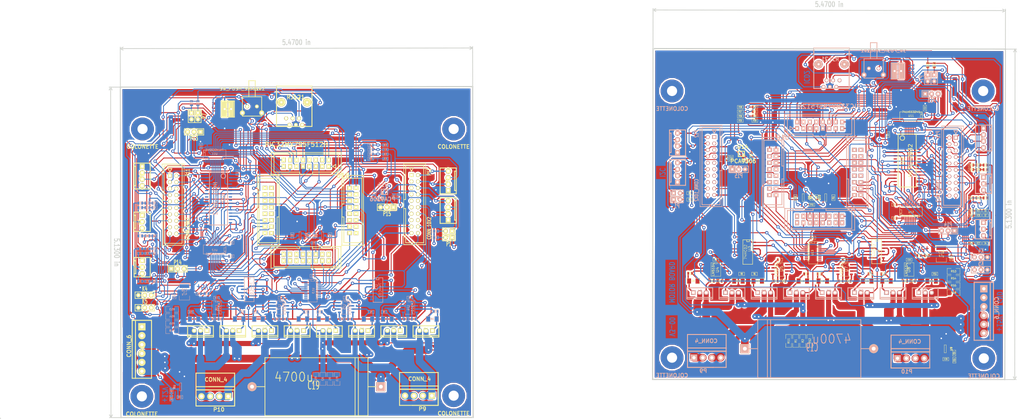
<source format=kicad_pcb>
(kicad_pcb (version 3) (host pcbnew "(2013-07-07 BZR 4022)-stable")
  (title_block (title "CARTE PID") (rev V2.30) (company "CYBERNETISUE EN NORD") (comment 1 F4DEB))
  (layers (15 Dessus signal) (0 Dessous signal hide))
  (net 0 "")
  (net 1 +12V)
  (net 2 +15V)
  (net 3 +3.3V)
  (net 4 +5V)
  (net 5 +5VD)
  (net 6 /MOTOR/ADC1)
  (net 7 /MOTOR/ADC2)
  (net 8 /MOTOR/DIR1)
  (net 9 /MOTOR/DIR2)
  (net 10 /MOTOR/PWM1)
  (net 11 /MOTOR/PWM2)
  (net 12 /PIC30F4013/D0)
  (net 13 /PIC30F4013/D1)
  (net 14 /PIC30F4013/D2)
  (net 15 /PIC30F4013/D3)
  (net 16 /PIC30F4013/D4)
  (net 17 /PIC30F4013/D5)
  (net 18 /PIC30F4013/D6)
  (net 19 /PIC30F4013/D7)
  (net 20 /PIC30F4013/DI1)
  (net 21 /PIC30F4013/DI2)
  (net 22 /PIC30F4013/EN1)
  (net 23 /PIC30F4013/EN2)
  (net 24 /PIC30F4013/IO1)
  (net 25 /PIC30F4013/IO2)
  (net 26 /PIC30F4013/OE)
  (net 27 /PIC30F4013/OSC)
  (net 28 /PIC30F4013/PGC)
  (net 29 /PIC30F4013/PGD)
  (net 30 /PIC30F4013/PW1)
  (net 31 /PIC30F4013/PW2)
  (net 32 /PIC30F4013/RST)
  (net 33 /PIC30F4013/RSTxy)
  (net 34 /PIC30F4013/RX1)
  (net 35 /PIC30F4013/RX2)
  (net 36 /PIC30F4013/SCL1)
  (net 37 /PIC30F4013/SDA1)
  (net 38 /PIC30F4013/SEL1)
  (net 39 /PIC30F4013/SEL2)
  (net 40 /PIC30F4013/U1RX)
  (net 41 /PIC30F4013/U1TX)
  (net 42 /PIC30F4013/U2RX)
  (net 43 /PIC30F4013/U2TX)
  (net 44 /PIC30F4013/X/Y)
  (net 45 GND)
  (net 46 N-00000105)
  (net 47 N-00000108)
  (net 48 N-00000111)
  (net 49 N-00000112)
  (net 50 N-00000115)
  (net 51 N-00000118)
  (net 52 N-00000121)
  (net 53 N-00000123)
  (net 54 N-00000127)
  (net 55 N-00000128)
  (net 56 N-00000129)
  (net 57 N-00000130)
  (net 58 N-00000131)
  (net 59 N-00000132)
  (net 60 N-00000133)
  (net 61 N-00000134)
  (net 62 N-00000135)
  (net 63 N-00000136)
  (net 64 N-00000138)
  (net 65 N-00000139)
  (net 66 N-00000140)
  (net 67 N-00000141)
  (net 68 N-00000142)
  (net 69 N-00000146)
  (net 70 N-00000147)
  (net 71 N-00000148)
  (net 72 N-00000149)
  (net 73 N-00000150)
  (net 74 N-00000151)
  (net 75 N-00000152)
  (net 76 N-00000153)
  (net 77 N-00000154)
  (net 78 N-00000155)
  (net 79 N-00000156)
  (net 80 N-00000157)
  (net 81 N-00000160)
  (net 82 N-00000161)
  (net 83 N-00000162)
  (net 84 N-00000163)
  (net 85 N-00000164)
  (net 86 N-00000165)
  (net 87 N-00000166)
  (net 88 N-00000167)
  (net 89 N-00000168)
  (net 90 N-00000169)
  (net 91 N-00000170)
  (net 92 N-00000171)
  (net 93 N-00000172)
  (net 94 N-00000173)
  (net 95 N-00000174)
  (net 96 N-00000175)
  (net 97 N-00000176)
  (net 98 N-00000177)
  (net 99 N-00000178)
  (net 100 N-00000179)
  (net 101 N-00000180)
  (net 102 N-00000181)
  (net 103 N-00000182)
  (net 104 N-00000183)
  (net 105 N-00000184)
  (net 106 N-00000185)
  (net 107 N-00000186)
  (net 108 N-00000187)
  (net 109 N-00000188)
  (net 110 N-00000189)
  (net 111 N-00000190)
  (net 112 N-00000191)
  (net 113 N-00000192)
  (net 114 N-00000193)
  (net 115 N-00000194)
  (net 116 N-00000195)
  (net 117 N-00000196)
  (net 118 N-0000033)
  (net 119 N-0000041)
  (net 120 N-0000053)
  (net 121 N-0000054)
  (net 122 N-0000068)
  (net 123 N-0000069)
  (net 124 N-0000074)
  (net 125 N-0000075)
  (net 126 N-0000077)
  (net 127 N-0000078)
  (net 128 N-0000080)
  (net 129 N-0000082)
  (net 130 N-0000085)
  (net 131 N-0000086)
  (module PIC32½64 (layer Dessous) (at 319.786 110.744)
    (fp_text reference U10)
    (fp_text value PIC32MX795F512H)
    (pad 15 thru_hole rect (at 17.78 2.54254 90) (size 1.89992 1.6002) (drill 0.8001) (layers *.Cu *.Mask Dessous.SilkS) (net 28 /PIC30F4013/PGC))
    (pad 16 thru_hole rect (at 17.78 0.00254 90) (size 1.89992 1.6002) (drill 0.8001) (layers *.Cu *.Mask Dessous.SilkS) (net 29 /PIC30F4013/PGD))
    (pad 13 thru_hole rect (at 15.24 2.54254 90) (size 1.89992 1.6002) (drill 0.8001) (layers *.Cu *.Mask Dessous.SilkS) (net 61 N-00000134))
    (pad 14 thru_hole rect (at 15.24 0.00254 90) (size 1.89992 1.6002) (drill 0.8001) (layers *.Cu *.Mask Dessous.SilkS) (net 58 N-00000131))
    (pad 11 thru_hole rect (at 12.7 2.54254 90) (size 1.89992 1.6002) (drill 0.8001) (layers *.Cu *.Mask Dessous.SilkS) (net 59 N-00000132))
    (pad 12 thru_hole rect (at 12.7 0.00254 90) (size 1.89992 1.6002) (drill 0.8001) (layers *.Cu *.Mask Dessous.SilkS) (net 60 N-00000133))
    (pad 9 thru_hole rect (at 10.16 2.54254 90) (size 1.89992 1.6002) (drill 0.8001) (layers *.Cu *.Mask Dessous.SilkS) (net 45 GND))
    (pad 10 thru_hole rect (at 10.16 0.00254 90) (size 1.89992 1.6002) (drill 0.8001) (layers *.Cu *.Mask Dessous.SilkS) (net 3 +3.3V))
    (pad 7 thru_hole rect (at 7.62 2.54254 90) (size 1.89992 1.6002) (drill 0.8001) (layers *.Cu *.Mask Dessous.SilkS) (net 72 N-00000149))
    (pad 8 thru_hole rect (at 7.62 0.00254 90) (size 1.89992 1.6002) (drill 0.8001) (layers *.Cu *.Mask Dessous.SilkS) (net 48 N-00000111))
    (pad 5 thru_hole rect (at 5.08 2.54254 90) (size 1.89992 1.6002) (drill 0.8001) (layers *.Cu *.Mask Dessous.SilkS))
    (pad 6 thru_hole rect (at 5.08 0.00254 90) (size 1.89992 1.6002) (drill 0.8001) (layers *.Cu *.Mask Dessous.SilkS) (net 49 N-00000112))
    (pad 3 thru_hole rect (at 2.54 2.54254 90) (size 1.89992 1.6002) (drill 0.8001) (layers *.Cu *.Mask Dessous.SilkS) (net 50 N-00000115))
    (pad 4 thru_hole rect (at 2.54 0.00254 90) (size 1.89992 1.6002) (drill 0.8001) (layers *.Cu *.Mask Dessous.SilkS))
    (pad 1 thru_hole rect (at 0 2.54254 90) (size 1.89992 1.6002) (drill 0.8001) (layers *.Cu *.Mask Dessous.SilkS) (net 127 N-0000078))
    (pad 2 thru_hole rect (at 0 0.00254 90) (size 1.89992 1.6002) (drill 0.8001) (layers *.Cu *.Mask Dessous.SilkS) (net 131 N-0000086))
    (pad 34 thru_hole rect (at 17.78 39.751 90) (size 1.89992 1.6002) (drill 0.8001) (layers *.Cu *.Mask Dessous.SilkS))
    (pad 33 thru_hole rect (at 17.78 37.211 90) (size 1.89992 1.6002) (drill 0.8001) (layers *.Cu *.Mask Dessous.SilkS) (net 54 N-00000127))
    (pad 36 thru_hole rect (at 15.24 39.751 90) (size 1.89992 1.6002) (drill 0.8001) (layers *.Cu *.Mask Dessous.SilkS))
    (pad 35 thru_hole rect (at 15.24 37.211 90) (size 1.89992 1.6002) (drill 0.8001) (layers *.Cu *.Mask Dessous.SilkS))
    (pad 38 thru_hole rect (at 12.7 39.751 90) (size 1.89992 1.6002) (drill 0.8001) (layers *.Cu *.Mask Dessous.SilkS))
    (pad 37 thru_hole rect (at 12.7 37.211 90) (size 1.89992 1.6002) (drill 0.8001) (layers *.Cu *.Mask Dessous.SilkS))
    (pad 40 thru_hole rect (at 10.16 39.751 90) (size 1.89992 1.6002) (drill 0.8001) (layers *.Cu *.Mask Dessous.SilkS) (net 27 /PIC30F4013/OSC))
    (pad 39 thru_hole rect (at 10.16 37.211 90) (size 1.89992 1.6002) (drill 0.8001) (layers *.Cu *.Mask Dessous.SilkS))
    (pad 42 thru_hole rect (at 7.62 39.751 90) (size 1.89992 1.6002) (drill 0.8001) (layers *.Cu *.Mask Dessous.SilkS))
    (pad 41 thru_hole rect (at 7.62 37.211 90) (size 1.89992 1.6002) (drill 0.8001) (layers *.Cu *.Mask Dessous.SilkS))
    (pad 44 thru_hole rect (at 5.08 39.751 90) (size 1.89992 1.6002) (drill 0.8001) (layers *.Cu *.Mask Dessous.SilkS) (net 56 N-00000129))
    (pad 43 thru_hole rect (at 5.08 37.211 90) (size 1.89992 1.6002) (drill 0.8001) (layers *.Cu *.Mask Dessous.SilkS) (net 55 N-00000128))
    (pad 46 thru_hole rect (at 2.54 39.751 90) (size 1.89992 1.6002) (drill 0.8001) (layers *.Cu *.Mask Dessous.SilkS) (net 30 /PIC30F4013/PW1))
    (pad 45 thru_hole rect (at 2.54 37.211 90) (size 1.89992 1.6002) (drill 0.8001) (layers *.Cu *.Mask Dessous.SilkS))
    (pad 48 thru_hole rect (at 0 39.751 90) (size 1.89992 1.6002) (drill 0.8001) (layers *.Cu *.Mask Dessous.SilkS))
    (pad 47 thru_hole rect (at 0 37.211 90) (size 1.89992 1.6002) (drill 0.8001) (layers *.Cu *.Mask Dessous.SilkS))
    (pad 31 thru_hole rect (at 22.606 28.829 90) (size 1.6002 1.89992) (drill 0.8001) (layers *.Cu *.Mask Dessous.SilkS) (net 35 /PIC30F4013/RX2))
    (pad 32 thru_hole rect (at 25.146 28.829 90) (size 1.6002 1.89992) (drill 0.8001) (layers *.Cu *.Mask Dessous.SilkS) (net 121 N-0000054))
    (pad 29 thru_hole rect (at 22.606 26.289 90) (size 1.6002 1.89992) (drill 0.8001) (layers *.Cu *.Mask Dessous.SilkS) (net 6 /MOTOR/ADC1))
    (pad 30 thru_hole rect (at 25.146 26.289 90) (size 1.6002 1.89992) (drill 0.8001) (layers *.Cu *.Mask Dessous.SilkS) (net 7 /MOTOR/ADC2))
    (pad 27 thru_hole rect (at 22.606 23.749 90) (size 1.6002 1.89992) (drill 0.8001) (layers *.Cu *.Mask Dessous.SilkS) (net 24 /PIC30F4013/IO1))
    (pad 28 thru_hole rect (at 25.146 23.749 90) (size 1.6002 1.89992) (drill 0.8001) (layers *.Cu *.Mask Dessous.SilkS) (net 25 /PIC30F4013/IO2))
    (pad 25 thru_hole rect (at 22.606 21.209 90) (size 1.6002 1.89992) (drill 0.8001) (layers *.Cu *.Mask Dessous.SilkS))
    (pad 26 thru_hole rect (at 25.146 21.209 90) (size 1.6002 1.89992) (drill 0.8001) (layers *.Cu *.Mask Dessous.SilkS))
    (pad 23 thru_hole rect (at 22.606 18.669 90) (size 1.6002 1.89992) (drill 0.8001) (layers *.Cu *.Mask Dessous.SilkS))
    (pad 24 thru_hole rect (at 25.146 18.669 90) (size 1.6002 1.89992) (drill 0.8001) (layers *.Cu *.Mask Dessous.SilkS))
    (pad 21 thru_hole rect (at 22.606 16.129 90) (size 1.6002 1.89992) (drill 0.8001) (layers *.Cu *.Mask Dessous.SilkS))
    (pad 22 thru_hole rect (at 25.146 16.129 90) (size 1.6002 1.89992) (drill 0.8001) (layers *.Cu *.Mask Dessous.SilkS))
    (pad 19 thru_hole rect (at 22.606 13.589 90) (size 1.6002 1.89992) (drill 0.8001) (layers *.Cu *.Mask Dessous.SilkS))
    (pad 20 thru_hole rect (at 25.146 13.589 90) (size 1.6002 1.89992) (drill 0.8001) (layers *.Cu *.Mask Dessous.SilkS))
    (pad 17 thru_hole rect (at 22.606 11.049 90) (size 1.6002 1.89992) (drill 0.8001) (layers *.Cu *.Mask Dessous.SilkS))
    (pad 18 thru_hole rect (at 25.146 11.049 90) (size 1.6002 1.89992) (drill 0.8001) (layers *.Cu *.Mask Dessous.SilkS))
    (pad 64 thru_hole rect (at -10.795 11.049 90) (size 1.6002 1.89992) (drill 0.8001) (layers *.Cu *.Mask Dessous.SilkS) (net 51 N-00000118))
    (pad 63 thru_hole rect (at -8.255 11.049 90) (size 1.6002 1.89992) (drill 0.8001) (layers *.Cu *.Mask Dessous.SilkS) (net 52 N-00000121))
    (pad 62 thru_hole rect (at -10.795 13.589 90) (size 1.6002 1.89992) (drill 0.8001) (layers *.Cu *.Mask Dessous.SilkS) (net 53 N-00000123))
    (pad 61 thru_hole rect (at -8.255 13.589 90) (size 1.6002 1.89992) (drill 0.8001) (layers *.Cu *.Mask Dessous.SilkS) (net 46 N-00000105))
    (pad 60 thru_hole rect (at -10.795 16.129 90) (size 1.6002 1.89992) (drill 0.8001) (layers *.Cu *.Mask Dessous.SilkS) (net 47 N-00000108))
    (pad 59 thru_hole rect (at -8.255 16.129 90) (size 1.6002 1.89992) (drill 0.8001) (layers *.Cu *.Mask Dessous.SilkS) (net 62 N-00000135))
    (pad 58 thru_hole rect (at -10.795 18.669 90) (size 1.6002 1.89992) (drill 0.8001) (layers *.Cu *.Mask Dessous.SilkS) (net 63 N-00000136))
    (pad 57 thru_hole rect (at -8.255 18.669 90) (size 1.6002 1.89992) (drill 0.8001) (layers *.Cu *.Mask Dessous.SilkS))
    (pad 56 thru_hole rect (at -10.795 21.209 90) (size 1.6002 1.89992) (drill 0.8001) (layers *.Cu *.Mask Dessous.SilkS))
    (pad 55 thru_hole rect (at -8.255 21.209 90) (size 1.6002 1.89992) (drill 0.8001) (layers *.Cu *.Mask Dessous.SilkS) (net 21 /PIC30F4013/DI2))
    (pad 54 thru_hole rect (at -10.795 23.749 90) (size 1.6002 1.89992) (drill 0.8001) (layers *.Cu *.Mask Dessous.SilkS) (net 20 /PIC30F4013/DI1))
    (pad 53 thru_hole rect (at -8.255 23.749 90) (size 1.6002 1.89992) (drill 0.8001) (layers *.Cu *.Mask Dessous.SilkS))
    (pad 52 thru_hole rect (at -10.795 26.289 90) (size 1.6002 1.89992) (drill 0.8001) (layers *.Cu *.Mask Dessous.SilkS))
    (pad 51 thru_hole rect (at -8.255 26.289 90) (size 1.6002 1.89992) (drill 0.8001) (layers *.Cu *.Mask Dessous.SilkS) (net 120 N-0000053))
    (pad 50 thru_hole rect (at -10.795 28.829 90) (size 1.6002 1.89992) (drill 0.8001) (layers *.Cu *.Mask Dessous.SilkS) (net 34 /PIC30F4013/RX1))
    (pad 49 thru_hole rect (at -8.255 28.829 90) (size 1.6002 1.89992) (drill 0.8001) (layers *.Cu *.Mask Dessous.SilkS) (net 31 /PIC30F4013/PW2))
  )
  (module SOJ32 (layer Dessus) (at 363.22 125.984 270)
    (fp_text reference U2)
    (fp_text value HCTL-2032)
    (pad 20 smd rect (at 5.715 -4.699 270) (size 0.4572 1.27) (layers Dessus Dessus.Pate Dessus.Masque) (net 18 /PIC30F4013/D6))
    (pad 21 smd rect (at 4.445 -4.699 270) (size 0.4572 1.27) (layers Dessus Dessus.Pate Dessus.Masque) (net 17 /PIC30F4013/D5))
    (pad 22 smd rect (at 3.175 -4.699 270) (size 0.4572 1.27) (layers Dessus Dessus.Pate Dessus.Masque) (net 16 /PIC30F4013/D4))
    (pad 23 smd rect (at 1.905 -4.699 270) (size 0.4572 1.27) (layers Dessus Dessus.Pate Dessus.Masque) (net 45 GND))
    (pad 24 smd rect (at 0.635 -4.699 270) (size 0.4572 1.27) (layers Dessus Dessus.Pate Dessus.Masque))
    (pad 28 smd rect (at -4.445 -4.699 270) (size 0.4572 1.27) (layers Dessus Dessus.Pate Dessus.Masque))
    (pad 29 smd rect (at -5.715 -4.699 270) (size 0.4572 1.27) (layers Dessus Dessus.Pate Dessus.Masque) (net 15 /PIC30F4013/D3))
    (pad 30 smd rect (at -6.985 -4.699 270) (size 0.4572 1.27) (layers Dessus Dessus.Pate Dessus.Masque) (net 14 /PIC30F4013/D2))
    (pad 31 smd rect (at -8.255 -4.699 270) (size 0.4572 1.27) (layers Dessus Dessus.Pate Dessus.Masque) (net 13 /PIC30F4013/D1))
    (pad 32 smd rect (at -9.525 -4.699 270) (size 0.4572 1.27) (layers Dessus Dessus.Pate Dessus.Masque) (net 44 /PIC30F4013/X/Y))
    (pad 1 smd rect (at -9.525 4.699 270) (size 0.4572 1.27) (layers Dessus Dessus.Pate Dessus.Masque) (net 5 +5VD))
    (pad 2 smd rect (at -8.255 4.699 270) (size 0.4572 1.27) (layers Dessus Dessus.Pate Dessus.Masque) (net 22 /PIC30F4013/EN1))
    (pad 3 smd rect (at -6.985 4.699 270) (size 0.4572 1.27) (layers Dessus Dessus.Pate Dessus.Masque) (net 23 /PIC30F4013/EN2))
    (pad 4 smd rect (at -5.715 4.699 270) (size 0.4572 1.27) (layers Dessus Dessus.Pate Dessus.Masque) (net 12 /PIC30F4013/D0))
    (pad 5 smd rect (at -4.445 4.699 270) (size 0.4572 1.27) (layers Dessus Dessus.Pate Dessus.Masque) (net 27 /PIC30F4013/OSC))
    (pad 9 smd rect (at 0.635 4.699 270) (size 0.4572 1.27) (layers Dessus Dessus.Pate Dessus.Masque))
    (pad 10 smd rect (at 1.905 4.699 270) (size 0.4572 1.27) (layers Dessus Dessus.Pate Dessus.Masque) (net 19 /PIC30F4013/D7))
    (pad 11 smd rect (at 3.175 4.699 270) (size 0.4572 1.27) (layers Dessus Dessus.Pate Dessus.Masque) (net 33 /PIC30F4013/RSTxy))
    (pad 12 smd rect (at 4.445 4.699 270) (size 0.4572 1.27) (layers Dessus Dessus.Pate Dessus.Masque) (net 33 /PIC30F4013/RSTxy))
    (pad 13 smd rect (at 5.715 4.699 270) (size 0.4572 1.27) (layers Dessus Dessus.Pate Dessus.Masque) (net 71 N-00000148))
    (pad 14 smd rect (at 6.985 4.699 270) (size 0.4572 1.27) (layers Dessus Dessus.Pate Dessus.Masque) (net 130 N-0000085))
    (pad 15 smd rect (at 8.255 4.699 270) (size 0.4572 1.27) (layers Dessus Dessus.Pate Dessus.Masque) (net 76 N-00000153))
    (pad 16 smd rect (at 9.525 4.699 270) (size 0.4572 1.27) (layers Dessus Dessus.Pate Dessus.Masque) (net 129 N-0000082))
    (pad 6 smd rect (at -3.175 4.699 270) (size 0.4572 1.27) (layers Dessus Dessus.Pate Dessus.Masque) (net 38 /PIC30F4013/SEL1))
    (pad 7 smd rect (at -1.905 4.699 270) (size 0.4572 1.27) (layers Dessus Dessus.Pate Dessus.Masque) (net 26 /PIC30F4013/OE))
    (pad 8 smd rect (at -0.635 4.699 270) (size 0.4572 1.27) (layers Dessus Dessus.Pate Dessus.Masque))
    (pad 27 smd rect (at -3.175 -4.699 270) (size 0.4572 1.27) (layers Dessus Dessus.Pate Dessus.Masque))
    (pad 26 smd rect (at -1.905 -4.699 270) (size 0.4572 1.27) (layers Dessus Dessus.Pate Dessus.Masque) (net 39 /PIC30F4013/SEL2))
    (pad 25 smd rect (at -0.635 -4.699 270) (size 0.4572 1.27) (layers Dessus Dessus.Pate Dessus.Masque))
    (pad 19 smd rect (at 6.985 -4.699 270) (size 0.4572 1.27) (layers Dessus Dessus.Pate Dessus.Masque) (net 128 N-0000080))
    (pad 18 smd rect (at 8.255 -4.699 270) (size 0.4572 1.27) (layers Dessus Dessus.Pate Dessus.Masque) (net 45 GND))
    (pad 17 smd rect (at 9.525 -4.699 270) (size 0.4572 1.27) (layers Dessus Dessus.Pate Dessus.Masque) (net 77 N-00000154))
  )
  (module SM1206 (layer Dessus) (at 316.484 197.104 270)
    (fp_text reference R11)
    (fp_text value 0.068 hide)
    (pad 1 smd rect (at -1.651 0 270) (size 1.524 2.032) (layers Dessus Dessus.Pate Dessus.Masque) (net 6 /MOTOR/ADC1))
    (pad 2 smd rect (at 1.651 0 270) (size 1.524 2.032) (layers Dessus Dessus.Pate Dessus.Masque) (net 45 GND))
  )
  (module SM1206 (layer Dessus) (at 381.508 178.054)
    (fp_text reference R18)
    (fp_text value 0.068 hide)
    (pad 1 smd rect (at -1.651 0) (size 1.524 2.032) (layers Dessus Dessus.Pate Dessus.Masque) (net 7 /MOTOR/ADC2))
    (pad 2 smd rect (at 1.651 0) (size 1.524 2.032) (layers Dessus Dessus.Pate Dessus.Masque) (net 45 GND))
  )
  (module SM1206 (layer Dessus) (at 381.508 175.26)
    (fp_text reference R55)
    (fp_text value 0.068 hide)
    (pad 1 smd rect (at -1.651 0) (size 1.524 2.032) (layers Dessus Dessus.Pate Dessus.Masque) (net 7 /MOTOR/ADC2))
    (pad 2 smd rect (at 1.651 0) (size 1.524 2.032) (layers Dessus Dessus.Pate Dessus.Masque) (net 45 GND))
  )
  (module SM1206 (layer Dessus) (at 381.508 172.466)
    (fp_text reference R54)
    (fp_text value 0.068 hide)
    (pad 1 smd rect (at -1.651 0) (size 1.524 2.032) (layers Dessus Dessus.Pate Dessus.Masque) (net 7 /MOTOR/ADC2))
    (pad 2 smd rect (at 1.651 0) (size 1.524 2.032) (layers Dessus Dessus.Pate Dessus.Masque) (net 45 GND))
  )
  (module SM1206 (layer Dessus) (at 381.508 169.672)
    (fp_text reference R53)
    (fp_text value 0.068 hide)
    (pad 1 smd rect (at -1.651 0) (size 1.524 2.032) (layers Dessus Dessus.Pate Dessus.Masque) (net 7 /MOTOR/ADC2))
    (pad 2 smd rect (at 1.651 0) (size 1.524 2.032) (layers Dessus Dessus.Pate Dessus.Masque) (net 45 GND))
  )
  (module SM1206 (layer Dessus) (at 324.866 197.104 270)
    (fp_text reference R52)
    (fp_text value 0.068 hide)
    (pad 1 smd rect (at -1.651 0 270) (size 1.524 2.032) (layers Dessus Dessus.Pate Dessus.Masque) (net 6 /MOTOR/ADC1))
    (pad 2 smd rect (at 1.651 0 270) (size 1.524 2.032) (layers Dessus Dessus.Pate Dessus.Masque) (net 45 GND))
  )
  (module SM1206 (layer Dessus) (at 322.072 197.104 270)
    (fp_text reference R2)
    (fp_text value 0.068 hide)
    (pad 1 smd rect (at -1.651 0 270) (size 1.524 2.032) (layers Dessus Dessus.Pate Dessus.Masque) (net 6 /MOTOR/ADC1))
    (pad 2 smd rect (at 1.651 0 270) (size 1.524 2.032) (layers Dessus Dessus.Pate Dessus.Masque) (net 45 GND))
  )
  (module SM1206 (layer Dessus) (at 319.278 197.104 270)
    (fp_text reference R1)
    (fp_text value 0.068 hide)
    (pad 1 smd rect (at -1.651 0 270) (size 1.524 2.032) (layers Dessus Dessus.Pate Dessus.Masque) (net 6 /MOTOR/ADC1))
    (pad 2 smd rect (at 1.651 0 270) (size 1.524 2.032) (layers Dessus Dessus.Pate Dessus.Masque) (net 45 GND))
  )
  (module KK-4-D (layer Dessous) (at 272.669 126.873 270)
    (fp_text reference P2)
    (fp_text value CONN_4 hide)
    (pad 1 thru_hole rect (at 7.62 0 270) (size 1.99898 1.99898) (drill 1.00076) (layers *.Cu *.Mask Dessous.SilkS) (net 45 GND))
    (pad 2 thru_hole circle (at 5.08 0 270) (size 1.99898 1.99898) (drill 1.00076) (layers *.Cu *.Mask Dessous.SilkS) (net 4 +5V))
    (pad 3 thru_hole circle (at 2.54 0 270) (size 1.99898 1.99898) (drill 1.00076) (layers *.Cu *.Mask Dessous.SilkS) (net 36 /PIC30F4013/SCL1))
    (pad 4 thru_hole circle (at 0 0 270) (size 1.99898 1.99898) (drill 1.00076) (layers *.Cu *.Mask Dessous.SilkS) (net 37 /PIC30F4013/SDA1))
  )
  (module SW (layer Dessous) (at 353.822 89.662 180)
    (fp_text reference SW2)
    (fp_text value SW_PUSH_SMALL)
    (pad 1 thru_hole circle (at 1.905 0 180) (size 1.50114 1.50114) (drill 0.8001) (layers *.Cu *.Mask Dessous.SilkS) (net 72 N-00000149))
    (pad 2 thru_hole circle (at 5.715 0 180) (size 1.50114 1.50114) (drill 0.8001) (layers *.Cu *.Mask Dessous.SilkS) (net 45 GND))
    (pad 3 thru_hole circle (at 0 -2.54 180) (size 1.99898 1.99898) (drill 1.00076) (layers *.Cu *.Mask Dessous.SilkS) (net 45 GND))
    (pad 4 thru_hole circle (at 7.62 -2.54 180) (size 1.99898 1.99898) (drill 1.00076) (layers *.Cu *.Mask Dessous.SilkS) (net 45 GND))
  )
  (module SIL-2 (layer Dessous) (at 373.888 93.472 270)
    (fp_text reference P6)
    (fp_text value CAVALIER hide)
    (pad 1 thru_hole rect (at -1.27 0 270) (size 1.80086 1.80086) (drill 0.8128) (layers *.Cu *.Mask Dessous.SilkS) (net 22 /PIC30F4013/EN1))
    (pad 2 thru_hole circle (at 1.27 0 270) (size 1.80086 1.80086) (drill 0.8128) (layers *.Cu *.Mask Dessous.SilkS) (net 45 GND))
  )
  (module SIL-2 (layer Dessous) (at 272.415 138.811)
    (fp_text reference P3)
    (fp_text value CAVALIER hide)
    (pad 1 thru_hole rect (at -1.27 0) (size 1.80086 1.80086) (drill 0.8128) (layers *.Cu *.Mask Dessous.SilkS) (net 36 /PIC30F4013/SCL1))
    (pad 2 thru_hole circle (at 1.27 0) (size 1.80086 1.80086) (drill 0.8128) (layers *.Cu *.Mask Dessous.SilkS) (net 119 N-0000041))
  )
  (module SIL-2 (layer Dessous) (at 272.415 141.351)
    (fp_text reference P1)
    (fp_text value CAVALIER hide)
    (pad 1 thru_hole rect (at -1.27 0) (size 1.80086 1.80086) (drill 0.8128) (layers *.Cu *.Mask Dessous.SilkS) (net 37 /PIC30F4013/SDA1))
    (pad 2 thru_hole circle (at 1.27 0) (size 1.80086 1.80086) (drill 0.8128) (layers *.Cu *.Mask Dessous.SilkS) (net 118 N-0000033))
  )
  (module KK-4-D (layer Dessous) (at 393.319 120.904 90)
    (fp_text reference P8)
    (fp_text value CONN_4 hide)
    (pad 1 thru_hole rect (at 7.62 0 90) (size 1.99898 1.99898) (drill 1.00076) (layers *.Cu *.Mask Dessous.SilkS) (net 45 GND))
    (pad 2 thru_hole circle (at 5.08 0 90) (size 1.99898 1.99898) (drill 1.00076) (layers *.Cu *.Mask Dessous.SilkS) (net 41 /PIC30F4013/U1TX))
    (pad 3 thru_hole circle (at 2.54 0 90) (size 1.99898 1.99898) (drill 1.00076) (layers *.Cu *.Mask Dessous.SilkS) (net 5 +5VD))
    (pad 4 thru_hole circle (at 0 0 90) (size 1.99898 1.99898) (drill 1.00076) (layers *.Cu *.Mask Dessous.SilkS) (net 40 /PIC30F4013/U1RX))
  )
  (module KK-4-D (layer Dessous) (at 272.669 115.189 270)
    (fp_text reference P5)
    (fp_text value CONN_4 hide)
    (pad 1 thru_hole rect (at 7.62 0 270) (size 1.99898 1.99898) (drill 1.00076) (layers *.Cu *.Mask Dessous.SilkS) (net 45 GND))
    (pad 2 thru_hole circle (at 5.08 0 270) (size 1.99898 1.99898) (drill 1.00076) (layers *.Cu *.Mask Dessous.SilkS) (net 43 /PIC30F4013/U2TX))
    (pad 3 thru_hole circle (at 2.54 0 270) (size 1.99898 1.99898) (drill 1.00076) (layers *.Cu *.Mask Dessous.SilkS) (net 5 +5VD))
    (pad 4 thru_hole circle (at 0 0 270) (size 1.99898 1.99898) (drill 1.00076) (layers *.Cu *.Mask Dessous.SilkS) (net 42 /PIC30F4013/U2RX))
  )
  (module SIL-3 (layer Dessous) (at 296.799 129.413)
    (fp_text reference P15)
    (fp_text value CAVALIER2 hide)
    (pad 1 thru_hole rect (at -2.54 0) (size 1.89992 1.89992) (drill 0.8128) (layers *.Cu *.Mask Dessous.SilkS) (net 57 N-00000130))
    (pad 2 thru_hole circle (at 0 0) (size 1.89992 1.89992) (drill 0.8128) (layers *.Cu *.Mask Dessous.SilkS) (net 124 N-0000074))
    (pad 3 thru_hole circle (at 2.54 0) (size 1.89992 1.89992) (drill 0.8128) (layers *.Cu *.Mask Dessous.SilkS) (net 45 GND))
  )
  (module SIL-3 (layer Dessous) (at 379.349 153.67 180)
    (fp_text reference P14)
    (fp_text value CAVALIER2 hide)
    (pad 1 thru_hole rect (at -2.54 0 180) (size 1.89992 1.89992) (drill 0.8128) (layers *.Cu *.Mask Dessous.SilkS) (net 45 GND))
    (pad 2 thru_hole circle (at 0 0 180) (size 1.89992 1.89992) (drill 0.8128) (layers *.Cu *.Mask Dessous.SilkS) (net 125 N-0000075))
    (pad 3 thru_hole circle (at 2.54 0 180) (size 1.89992 1.89992) (drill 0.8128) (layers *.Cu *.Mask Dessous.SilkS) (net 3 +3.3V))
  )
  (module SIL-3 (layer Dessous) (at 372.872 99.695)
    (fp_text reference P13)
    (fp_text value CAVALIER2 hide)
    (pad 1 thru_hole rect (at -2.54 0) (size 1.89992 1.89992) (drill 0.8128) (layers *.Cu *.Mask Dessous.SilkS) (net 45 GND))
    (pad 2 thru_hole circle (at 0 0) (size 1.89992 1.89992) (drill 0.8128) (layers *.Cu *.Mask Dessous.SilkS) (net 126 N-0000077))
    (pad 3 thru_hole circle (at 2.54 0) (size 1.89992 1.89992) (drill 0.8128) (layers *.Cu *.Mask Dessous.SilkS) (net 3 +3.3V))
  )
  (module HE10_20D (layer Dessous) (at 285.877 128.143 270)
    (fp_text reference P12)
    (fp_text value CONN_10X2)
    (pad 1 thru_hole rect (at -11.43 -1.27 270) (size 1.524 1.524) (drill 0.9144) (layers *.Cu *.Mask Dessous.SilkS))
    (pad 2 thru_hole circle (at -11.43 1.27 270) (size 1.524 1.524) (drill 0.9144) (layers *.Cu *.Mask Dessous.SilkS) (net 42 /PIC30F4013/U2RX))
    (pad 3 thru_hole circle (at -8.89 -1.27 270) (size 1.524 1.524) (drill 0.9144) (layers *.Cu *.Mask Dessous.SilkS))
    (pad 4 thru_hole circle (at -8.89 1.27 270) (size 1.524 1.524) (drill 0.9144) (layers *.Cu *.Mask Dessous.SilkS) (net 43 /PIC30F4013/U2TX))
    (pad 5 thru_hole circle (at -6.35 -1.27 270) (size 1.524 1.524) (drill 0.9144) (layers *.Cu *.Mask Dessous.SilkS))
    (pad 6 thru_hole circle (at -6.35 1.27 270) (size 1.524 1.524) (drill 0.9144) (layers *.Cu *.Mask Dessous.SilkS) (net 36 /PIC30F4013/SCL1))
    (pad 7 thru_hole circle (at -3.81 -1.27 270) (size 1.524 1.524) (drill 0.9144) (layers *.Cu *.Mask Dessous.SilkS))
    (pad 8 thru_hole circle (at -3.81 1.27 270) (size 1.524 1.524) (drill 0.9144) (layers *.Cu *.Mask Dessous.SilkS) (net 37 /PIC30F4013/SDA1))
    (pad 9 thru_hole circle (at -1.27 -1.27 270) (size 1.524 1.524) (drill 0.9144) (layers *.Cu *.Mask Dessous.SilkS))
    (pad 10 thru_hole circle (at -1.27 1.27 270) (size 1.524 1.524) (drill 0.9144) (layers *.Cu *.Mask Dessous.SilkS))
    (pad 11 thru_hole circle (at 1.27 -1.27 270) (size 1.524 1.524) (drill 0.9144) (layers *.Cu *.Mask Dessous.SilkS))
    (pad 12 thru_hole circle (at 1.27 1.27 270) (size 1.524 1.524) (drill 0.9144) (layers *.Cu *.Mask Dessous.SilkS) (net 6 /MOTOR/ADC1))
    (pad 13 thru_hole circle (at 3.81 -1.27 270) (size 1.524 1.524) (drill 0.9144) (layers *.Cu *.Mask Dessous.SilkS))
    (pad 14 thru_hole circle (at 3.81 1.27 270) (size 1.524 1.524) (drill 0.9144) (layers *.Cu *.Mask Dessous.SilkS) (net 7 /MOTOR/ADC2))
    (pad 15 thru_hole circle (at 6.35 -1.27 270) (size 1.524 1.524) (drill 0.9144) (layers *.Cu *.Mask Dessous.SilkS))
    (pad 16 thru_hole circle (at 6.35 1.27 270) (size 1.524 1.524) (drill 0.9144) (layers *.Cu *.Mask Dessous.SilkS))
    (pad 17 thru_hole circle (at 8.89 -1.27 270) (size 1.524 1.524) (drill 0.9144) (layers *.Cu *.Mask Dessous.SilkS) (net 9 /MOTOR/DIR2))
    (pad 18 thru_hole circle (at 8.89 1.27 270) (size 1.524 1.524) (drill 0.9144) (layers *.Cu *.Mask Dessous.SilkS) (net 8 /MOTOR/DIR1))
    (pad 19 thru_hole circle (at 11.43 -1.27 270) (size 1.524 1.524) (drill 0.9144) (layers *.Cu *.Mask Dessous.SilkS) (net 11 /MOTOR/PWM2))
    (pad 20 thru_hole circle (at 11.43 1.27 270) (size 1.524 1.524) (drill 0.9144) (layers *.Cu *.Mask Dessous.SilkS) (net 10 /MOTOR/PWM1))
  )
  (module HE10_20D (layer Dessous) (at 381.127 128.397 270)
    (fp_text reference P11)
    (fp_text value CONN_10X2)
    (pad 1 thru_hole rect (at -11.43 -1.27 270) (size 1.524 1.524) (drill 0.9144) (layers *.Cu *.Mask Dessous.SilkS) (net 33 /PIC30F4013/RSTxy))
    (pad 2 thru_hole circle (at -11.43 1.27 270) (size 1.524 1.524) (drill 0.9144) (layers *.Cu *.Mask Dessous.SilkS) (net 44 /PIC30F4013/X/Y))
    (pad 3 thru_hole circle (at -8.89 -1.27 270) (size 1.524 1.524) (drill 0.9144) (layers *.Cu *.Mask Dessous.SilkS) (net 38 /PIC30F4013/SEL1))
    (pad 4 thru_hole circle (at -8.89 1.27 270) (size 1.524 1.524) (drill 0.9144) (layers *.Cu *.Mask Dessous.SilkS) (net 26 /PIC30F4013/OE))
    (pad 5 thru_hole circle (at -6.35 -1.27 270) (size 1.524 1.524) (drill 0.9144) (layers *.Cu *.Mask Dessous.SilkS) (net 39 /PIC30F4013/SEL2))
    (pad 6 thru_hole circle (at -6.35 1.27 270) (size 1.524 1.524) (drill 0.9144) (layers *.Cu *.Mask Dessous.SilkS) (net 12 /PIC30F4013/D0))
    (pad 7 thru_hole circle (at -3.81 -1.27 270) (size 1.524 1.524) (drill 0.9144) (layers *.Cu *.Mask Dessous.SilkS) (net 41 /PIC30F4013/U1TX))
    (pad 8 thru_hole circle (at -3.81 1.27 270) (size 1.524 1.524) (drill 0.9144) (layers *.Cu *.Mask Dessous.SilkS) (net 13 /PIC30F4013/D1))
    (pad 9 thru_hole circle (at -1.27 -1.27 270) (size 1.524 1.524) (drill 0.9144) (layers *.Cu *.Mask Dessous.SilkS) (net 40 /PIC30F4013/U1RX))
    (pad 10 thru_hole circle (at -1.27 1.27 270) (size 1.524 1.524) (drill 0.9144) (layers *.Cu *.Mask Dessous.SilkS) (net 14 /PIC30F4013/D2))
    (pad 11 thru_hole circle (at 1.27 -1.27 270) (size 1.524 1.524) (drill 0.9144) (layers *.Cu *.Mask Dessous.SilkS) (net 25 /PIC30F4013/IO2))
    (pad 12 thru_hole circle (at 1.27 1.27 270) (size 1.524 1.524) (drill 0.9144) (layers *.Cu *.Mask Dessous.SilkS) (net 15 /PIC30F4013/D3))
    (pad 13 thru_hole circle (at 3.81 -1.27 270) (size 1.524 1.524) (drill 0.9144) (layers *.Cu *.Mask Dessous.SilkS) (net 24 /PIC30F4013/IO1))
    (pad 14 thru_hole circle (at 3.81 1.27 270) (size 1.524 1.524) (drill 0.9144) (layers *.Cu *.Mask Dessous.SilkS) (net 16 /PIC30F4013/D4))
    (pad 15 thru_hole circle (at 6.35 -1.27 270) (size 1.524 1.524) (drill 0.9144) (layers *.Cu *.Mask Dessous.SilkS) (net 28 /PIC30F4013/PGC))
    (pad 16 thru_hole circle (at 6.35 1.27 270) (size 1.524 1.524) (drill 0.9144) (layers *.Cu *.Mask Dessous.SilkS) (net 17 /PIC30F4013/D5))
    (pad 17 thru_hole circle (at 8.89 -1.27 270) (size 1.524 1.524) (drill 0.9144) (layers *.Cu *.Mask Dessous.SilkS) (net 29 /PIC30F4013/PGD))
    (pad 18 thru_hole circle (at 8.89 1.27 270) (size 1.524 1.524) (drill 0.9144) (layers *.Cu *.Mask Dessous.SilkS) (net 18 /PIC30F4013/D6))
    (pad 19 thru_hole circle (at 11.43 -1.27 270) (size 1.524 1.524) (drill 0.9144) (layers *.Cu *.Mask Dessous.SilkS) (net 32 /PIC30F4013/RST))
    (pad 20 thru_hole circle (at 11.43 1.27 270) (size 1.524 1.524) (drill 0.9144) (layers *.Cu *.Mask Dessous.SilkS) (net 19 /PIC30F4013/D7))
  )
  (module WEIDMULLER-4 (layer Dessous) (at 279.146 203.708)
    (fp_text reference P9)
    (fp_text value CONN_4)
    (pad 1 thru_hole rect (at 0 0) (size 2.54 2.54) (drill 1.30048) (layers *.Cu *.Mask Dessous.SilkS) (net 114 N-00000193))
    (pad 2 thru_hole circle (at 3.4925 0) (size 2.54 2.54) (drill 1.30048) (layers *.Cu *.Mask Dessous.SilkS) (net 114 N-00000193))
    (pad 3 thru_hole circle (at 7.0485 0) (size 2.54 2.54) (drill 1.30048) (layers *.Cu *.Mask Dessous.SilkS) (net 113 N-00000192))
    (pad 4 thru_hole circle (at 10.541 0) (size 2.54 2.54) (drill 1.30048) (layers *.Cu *.Mask Dessous.SilkS) (net 113 N-00000192))
  )
  (module WEIDMULLER-4 (layer Dessous) (at 359.41 203.962)
    (fp_text reference P10)
    (fp_text value CONN_4)
    (pad 1 thru_hole rect (at 0 0) (size 2.54 2.54) (drill 1.30048) (layers *.Cu *.Mask Dessous.SilkS) (net 108 N-00000187))
    (pad 2 thru_hole circle (at 3.4925 0) (size 2.54 2.54) (drill 1.30048) (layers *.Cu *.Mask Dessous.SilkS) (net 108 N-00000187))
    (pad 3 thru_hole circle (at 7.0485 0) (size 2.54 2.54) (drill 1.30048) (layers *.Cu *.Mask Dessous.SilkS) (net 82 N-00000161))
    (pad 4 thru_hole circle (at 10.541 0) (size 2.54 2.54) (drill 1.30048) (layers *.Cu *.Mask Dessous.SilkS) (net 82 N-00000161))
  )
  (module SM0603_Capa (layer Dessus) (at 378.46 204.2795 180)
    (fp_text reference C20)
    (fp_text value 100n hide)
    (pad 1 smd rect (at -0.762 0 180) (size 0.635 1.143) (layers Dessus Dessus.Pate Dessus.Masque) (net 1 +12V))
    (pad 2 smd rect (at 0.762 0 180) (size 0.635 1.143) (layers Dessus Dessus.Pate Dessus.Masque) (net 45 GND))
  )
  (module SM0603_Capa (layer Dessus) (at 326.009 156.464)
    (fp_text reference C11)
    (fp_text value 6.8n hide)
    (pad 1 smd rect (at -0.762 0) (size 0.635 1.143) (layers Dessus Dessus.Pate Dessus.Masque) (net 3 +3.3V))
    (pad 2 smd rect (at 0.762 0) (size 0.635 1.143) (layers Dessus Dessus.Pate Dessus.Masque) (net 45 GND))
  )
  (module SM0603_Capa (layer Dessus) (at 358.267 148.717 180)
    (fp_text reference C12)
    (fp_text value 6.8n hide)
    (pad 1 smd rect (at -0.762 0 180) (size 0.635 1.143) (layers Dessus Dessus.Pate Dessus.Masque) (net 3 +3.3V))
    (pad 2 smd rect (at 0.762 0 180) (size 0.635 1.143) (layers Dessus Dessus.Pate Dessus.Masque) (net 45 GND))
  )
  (module SM0603_Capa (layer Dessus) (at 370.205 105.283 90)
    (fp_text reference C13)
    (fp_text value 6.8n hide)
    (pad 1 smd rect (at -0.762 0 90) (size 0.635 1.143) (layers Dessus Dessus.Pate Dessus.Masque) (net 3 +3.3V))
    (pad 2 smd rect (at 0.762 0 90) (size 0.635 1.143) (layers Dessus Dessus.Pate Dessus.Masque) (net 45 GND))
  )
  (module SM0603_Capa (layer Dessus) (at 299.085 125.857 180)
    (fp_text reference C14)
    (fp_text value 6.8n hide)
    (pad 1 smd rect (at -0.762 0 180) (size 0.635 1.143) (layers Dessus Dessus.Pate Dessus.Masque) (net 3 +3.3V))
    (pad 2 smd rect (at 0.762 0 180) (size 0.635 1.143) (layers Dessus Dessus.Pate Dessus.Masque) (net 45 GND))
  )
  (module SM0603_Capa (layer Dessus) (at 292.354 125.095 90)
    (fp_text reference C15)
    (fp_text value 6.8n hide)
    (pad 1 smd rect (at -0.762 0 90) (size 0.635 1.143) (layers Dessus Dessus.Pate Dessus.Masque) (net 5 +5VD))
    (pad 2 smd rect (at 0.762 0 90) (size 0.635 1.143) (layers Dessus Dessus.Pate Dessus.Masque) (net 45 GND))
  )
  (module SM0603_Capa (layer Dessus) (at 380.619 164.338 270)
    (fp_text reference C16)
    (fp_text value 6.8n hide)
    (pad 1 smd rect (at -0.762 0 270) (size 0.635 1.143) (layers Dessus Dessus.Pate Dessus.Masque) (net 5 +5VD))
    (pad 2 smd rect (at 0.762 0 270) (size 0.635 1.143) (layers Dessus Dessus.Pate Dessus.Masque) (net 45 GND))
  )
  (module SM0603_Capa (layer Dessus) (at 355.727 115.697 90)
    (fp_text reference C17)
    (fp_text value 6.8n hide)
    (pad 1 smd rect (at -0.762 0 90) (size 0.635 1.143) (layers Dessus Dessus.Pate Dessus.Masque) (net 5 +5VD))
    (pad 2 smd rect (at 0.762 0 90) (size 0.635 1.143) (layers Dessus Dessus.Pate Dessus.Masque) (net 45 GND))
  )
  (module SM0603_Capa (layer Dessus) (at 286.258 173.482)
    (fp_text reference C3)
    (fp_text value 100n hide)
    (pad 1 smd rect (at -0.762 0) (size 0.635 1.143) (layers Dessus Dessus.Pate Dessus.Masque) (net 114 N-00000193))
    (pad 2 smd rect (at 0.762 0) (size 0.635 1.143) (layers Dessus Dessus.Pate Dessus.Masque) (net 106 N-00000185))
  )
  (module SM0603_Capa (layer Dessus) (at 311.404 173.482)
    (fp_text reference C4)
    (fp_text value 100n hide)
    (pad 1 smd rect (at -0.762 0) (size 0.635 1.143) (layers Dessus Dessus.Pate Dessus.Masque) (net 113 N-00000192))
    (pad 2 smd rect (at 0.762 0) (size 0.635 1.143) (layers Dessus Dessus.Pate Dessus.Masque) (net 111 N-00000190))
  )
  (module SM0603_Capa (layer Dessus) (at 287.782 165.1)
    (fp_text reference C5)
    (fp_text value 100n hide)
    (pad 1 smd rect (at -0.762 0) (size 0.635 1.143) (layers Dessus Dessus.Pate Dessus.Masque) (net 1 +12V))
    (pad 2 smd rect (at 0.762 0) (size 0.635 1.143) (layers Dessus Dessus.Pate Dessus.Masque) (net 45 GND))
  )
  (module SM0603_Capa (layer Dessus) (at 312.928 165.1)
    (fp_text reference C6)
    (fp_text value 100n hide)
    (pad 1 smd rect (at -0.762 0) (size 0.635 1.143) (layers Dessus Dessus.Pate Dessus.Masque) (net 1 +12V))
    (pad 2 smd rect (at 0.762 0) (size 0.635 1.143) (layers Dessus Dessus.Pate Dessus.Masque) (net 45 GND))
  )
  (module SM0603_Capa (layer Dessus) (at 337.058 173.482)
    (fp_text reference C7)
    (fp_text value 100n hide)
    (pad 1 smd rect (at -0.762 0) (size 0.635 1.143) (layers Dessus Dessus.Pate Dessus.Masque) (net 108 N-00000187))
    (pad 2 smd rect (at 0.762 0) (size 0.635 1.143) (layers Dessus Dessus.Pate Dessus.Masque) (net 109 N-00000188))
  )
  (module SM0603_Capa (layer Dessus) (at 362.458 173.482)
    (fp_text reference C8)
    (fp_text value 100n hide)
    (pad 1 smd rect (at -0.762 0) (size 0.635 1.143) (layers Dessus Dessus.Pate Dessus.Masque) (net 82 N-00000161))
    (pad 2 smd rect (at 0.762 0) (size 0.635 1.143) (layers Dessus Dessus.Pate Dessus.Masque) (net 88 N-00000167))
  )
  (module SM0603_Capa (layer Dessus) (at 338.582 165.1)
    (fp_text reference C9)
    (fp_text value 100n hide)
    (pad 1 smd rect (at -0.762 0) (size 0.635 1.143) (layers Dessus Dessus.Pate Dessus.Masque) (net 1 +12V))
    (pad 2 smd rect (at 0.762 0) (size 0.635 1.143) (layers Dessus Dessus.Pate Dessus.Masque) (net 45 GND))
  )
  (module SM0603_Capa (layer Dessus) (at 363.982 165.1)
    (fp_text reference C10)
    (fp_text value 100n hide)
    (pad 1 smd rect (at -0.762 0) (size 0.635 1.143) (layers Dessus Dessus.Pate Dessus.Masque) (net 1 +12V))
    (pad 2 smd rect (at 0.762 0) (size 0.635 1.143) (layers Dessus Dessus.Pate Dessus.Masque) (net 45 GND))
  )
  (module SM0603_Resistor (layer Dessus) (at 277.495 141.351 180)
    (fp_text reference R3)
    (fp_text value R hide)
    (pad 1 smd rect (at -0.762 0 180) (size 0.635 1.143) (layers Dessus Dessus.Pate Dessus.Masque) (net 4 +5V))
    (pad 2 smd rect (at 0.762 0 180) (size 0.635 1.143) (layers Dessus Dessus.Pate Dessus.Masque) (net 118 N-0000033))
  )
  (module SM0603_Resistor (layer Dessus) (at 277.495 138.811 180)
    (fp_text reference R4)
    (fp_text value R hide)
    (pad 1 smd rect (at -0.762 0 180) (size 0.635 1.143) (layers Dessus Dessus.Pate Dessus.Masque) (net 4 +5V))
    (pad 2 smd rect (at 0.762 0 180) (size 0.635 1.143) (layers Dessus Dessus.Pate Dessus.Masque) (net 119 N-0000041))
  )
  (module SIL-3"1/2-2-D (layer Dessous) (at 360.807 90.678 180)
    (fp_text reference K10)
    (fp_text value CONN_2 hide)
    (pad 1 thru_hole rect (at 2.54 0 180) (size 2.10058 6.10108) (drill 0.8001) (layers *.Cu *.Mask Dessous.SilkS) (net 45 GND))
    (pad 2 thru_hole rect (at 0 0 180) (size 2.10058 6.10108) (drill 0.8001) (layers *.Cu *.Mask Dessous.SilkS) (net 72 N-00000149))
  )
  (module SM0603_Capa (layer Dessus) (at 358.267 143.383 180)
    (fp_text reference C21)
    (fp_text value C hide)
    (pad 1 smd rect (at -0.762 0 180) (size 0.635 1.143) (layers Dessus Dessus.Pate Dessus.Masque) (net 5 +5VD))
    (pad 2 smd rect (at 0.762 0 180) (size 0.635 1.143) (layers Dessus Dessus.Pate Dessus.Masque) (net 45 GND))
  )
  (module SM0603_Resistor (layer Dessus) (at 325.501 140.589 270)
    (fp_text reference R48)
    (fp_text value R hide)
    (pad 1 smd rect (at -0.762 0 270) (size 0.635 1.143) (layers Dessus Dessus.Pate Dessus.Masque) (net 40 /PIC30F4013/U1RX))
    (pad 2 smd rect (at 0.762 0 270) (size 0.635 1.143) (layers Dessus Dessus.Pate Dessus.Masque) (net 122 N-0000068))
  )
  (module SM0603_Resistor (layer Dessus) (at 327.533 140.589 270)
    (fp_text reference R49)
    (fp_text value R hide)
    (pad 1 smd rect (at -0.762 0 270) (size 0.635 1.143) (layers Dessus Dessus.Pate Dessus.Masque) (net 42 /PIC30F4013/U2RX))
    (pad 2 smd rect (at 0.762 0 270) (size 0.635 1.143) (layers Dessus Dessus.Pate Dessus.Masque) (net 123 N-0000069))
  )
  (module SM0603_Resistor (layer Dessus) (at 334.137 140.589 90)
    (fp_text reference R51)
    (fp_text value R hide)
    (pad 1 smd rect (at -0.762 0 90) (size 0.635 1.143) (layers Dessus Dessus.Pate Dessus.Masque) (net 35 /PIC30F4013/RX2))
    (pad 2 smd rect (at 0.762 0 90) (size 0.635 1.143) (layers Dessus Dessus.Pate Dessus.Masque) (net 45 GND))
  )
  (module SM0603_Resistor (layer Dessus) (at 294.005 125.095 90)
    (fp_text reference R43)
    (fp_text value 200k hide)
    (pad 1 smd rect (at -0.762 0 90) (size 0.635 1.143) (layers Dessus Dessus.Pate Dessus.Masque) (net 5 +5VD))
    (pad 2 smd rect (at 0.762 0 90) (size 0.635 1.143) (layers Dessus Dessus.Pate Dessus.Masque) (net 57 N-00000130))
  )
  (module SM0603_Resistor (layer Dessus) (at 301.752 123.825 90)
    (fp_text reference R44)
    (fp_text value 2.1k hide)
    (pad 1 smd rect (at -0.762 0 90) (size 0.635 1.143) (layers Dessus Dessus.Pate Dessus.Masque) (net 3 +3.3V))
    (pad 2 smd rect (at 0.762 0 90) (size 0.635 1.143) (layers Dessus Dessus.Pate Dessus.Masque) (net 56 N-00000129))
  )
  (module SM0603_Resistor (layer Dessus) (at 325.628 143.383 180)
    (fp_text reference R45)
    (fp_text value 2.1k hide)
    (pad 1 smd rect (at -0.762 0 180) (size 0.635 1.143) (layers Dessus Dessus.Pate Dessus.Masque) (net 3 +3.3V))
    (pad 2 smd rect (at 0.762 0 180) (size 0.635 1.143) (layers Dessus Dessus.Pate Dessus.Masque) (net 55 N-00000128))
  )
  (module SM0603_Resistor (layer Dessus) (at 319.151 140.589 90)
    (fp_text reference R50)
    (fp_text value R hide)
    (pad 1 smd rect (at -0.762 0 90) (size 0.635 1.143) (layers Dessus Dessus.Pate Dessus.Masque) (net 34 /PIC30F4013/RX1))
    (pad 2 smd rect (at 0.762 0 90) (size 0.635 1.143) (layers Dessus Dessus.Pate Dessus.Masque) (net 45 GND))
  )
  (module SOT23EBC (layer Dessus) (at 322.199 140.589 270)
    (fp_text reference Q9)
    (fp_text value BC807 hide)
    (pad 1 smd rect (at -0.889 -1.016 270) (size 0.9144 0.9144) (layers Dessus Dessus.Pate Dessus.Masque) (net 3 +3.3V))
    (pad 2 smd rect (at 0.889 -1.016 270) (size 0.9144 0.9144) (layers Dessus Dessus.Pate Dessus.Masque) (net 122 N-0000068))
    (pad 3 smd rect (at 0 1.016 270) (size 0.9144 0.9144) (layers Dessus Dessus.Pate Dessus.Masque) (net 34 /PIC30F4013/RX1))
  )
  (module SOT23EBC (layer Dessus) (at 331.089 140.589 90)
    (fp_text reference Q10)
    (fp_text value BC807 hide)
    (pad 1 smd rect (at -0.889 -1.016 90) (size 0.9144 0.9144) (layers Dessus Dessus.Pate Dessus.Masque) (net 3 +3.3V))
    (pad 2 smd rect (at 0.889 -1.016 90) (size 0.9144 0.9144) (layers Dessus Dessus.Pate Dessus.Masque) (net 123 N-0000069))
    (pad 3 smd rect (at 0 1.016 90) (size 0.9144 0.9144) (layers Dessus Dessus.Pate Dessus.Masque) (net 35 /PIC30F4013/RX2))
  )
  (module SSOP24 (layer Dessus) (at 326.136 162.306 270)
    (fp_text reference U13)
    (fp_text value 74LVCC3245)
    (pad 1 smd rect (at -3.556 2.667 270) (size 0.4064 1.27) (layers Dessus Dessus.Pate Dessus.Masque) (net 3 +3.3V))
    (pad 2 smd rect (at -2.921 2.667 270) (size 0.4064 1.27) (layers Dessus Dessus.Pate Dessus.Masque) (net 3 +3.3V))
    (pad 3 smd rect (at -2.2606 2.667 270) (size 0.4064 1.27) (layers Dessus Dessus.Pate Dessus.Masque) (net 30 /PIC30F4013/PW1))
    (pad 4 smd rect (at -1.6002 2.667 270) (size 0.4064 1.27) (layers Dessus Dessus.Pate Dessus.Masque) (net 31 /PIC30F4013/PW2))
    (pad 5 smd rect (at -0.9652 2.667 270) (size 0.4064 1.27) (layers Dessus Dessus.Pate Dessus.Masque) (net 20 /PIC30F4013/DI1))
    (pad 6 smd rect (at -0.3048 2.667 270) (size 0.4064 1.27) (layers Dessus Dessus.Pate Dessus.Masque) (net 21 /PIC30F4013/DI2))
    (pad 7 smd rect (at 0.3556 2.667 270) (size 0.4064 1.27) (layers Dessus Dessus.Pate Dessus.Masque))
    (pad 8 smd rect (at 0.9906 2.667 270) (size 0.4064 1.27) (layers Dessus Dessus.Pate Dessus.Masque))
    (pad 9 smd rect (at 1.651 2.667 270) (size 0.4064 1.27) (layers Dessus Dessus.Pate Dessus.Masque))
    (pad 10 smd rect (at 2.286 2.667 270) (size 0.4064 1.27) (layers Dessus Dessus.Pate Dessus.Masque))
    (pad 11 smd rect (at 2.9464 2.667 270) (size 0.4064 1.27) (layers Dessus Dessus.Pate Dessus.Masque) (net 45 GND))
    (pad 12 smd rect (at 3.6068 2.667 270) (size 0.4064 1.27) (layers Dessus Dessus.Pate Dessus.Masque) (net 45 GND))
    (pad 13 smd rect (at 3.6322 -2.667 270) (size 0.4064 1.27) (layers Dessus Dessus.Pate Dessus.Masque) (net 45 GND))
    (pad 14 smd rect (at 2.9464 -2.667 270) (size 0.4064 1.27) (layers Dessus Dessus.Pate Dessus.Masque))
    (pad 15 smd rect (at 2.286 -2.667 270) (size 0.4064 1.27) (layers Dessus Dessus.Pate Dessus.Masque))
    (pad 16 smd rect (at 1.651 -2.667 270) (size 0.4064 1.27) (layers Dessus Dessus.Pate Dessus.Masque))
    (pad 17 smd rect (at 0.9906 -2.667 270) (size 0.4064 1.27) (layers Dessus Dessus.Pate Dessus.Masque))
    (pad 18 smd rect (at 0.3556 -2.667 270) (size 0.4064 1.27) (layers Dessus Dessus.Pate Dessus.Masque) (net 9 /MOTOR/DIR2))
    (pad 19 smd rect (at -0.3048 -2.667 270) (size 0.4064 1.27) (layers Dessus Dessus.Pate Dessus.Masque) (net 8 /MOTOR/DIR1))
    (pad 20 smd rect (at -0.9652 -2.667 270) (size 0.4064 1.27) (layers Dessus Dessus.Pate Dessus.Masque) (net 11 /MOTOR/PWM2))
    (pad 21 smd rect (at -1.6002 -2.667 270) (size 0.4064 1.27) (layers Dessus Dessus.Pate Dessus.Masque) (net 10 /MOTOR/PWM1))
    (pad 22 smd rect (at -2.2606 -2.667 270) (size 0.4064 1.27) (layers Dessus Dessus.Pate Dessus.Masque) (net 45 GND))
    (pad 23 smd rect (at -2.921 -2.667 270) (size 0.4064 1.27) (layers Dessus Dessus.Pate Dessus.Masque))
    (pad 24 smd rect (at -3.556 -2.667 270) (size 0.4064 1.27) (layers Dessus Dessus.Pate Dessus.Masque) (net 5 +5VD))
  )
  (module SSOP24 (layer Dessus) (at 364.744 146.05)
    (fp_text reference U12)
    (fp_text value 74LVCC3245)
    (pad 1 smd rect (at -3.556 2.667) (size 0.4064 1.27) (layers Dessus Dessus.Pate Dessus.Masque) (net 3 +3.3V))
    (pad 2 smd rect (at -2.921 2.667) (size 0.4064 1.27) (layers Dessus Dessus.Pate Dessus.Masque) (net 3 +3.3V))
    (pad 3 smd rect (at -2.2606 2.667) (size 0.4064 1.27) (layers Dessus Dessus.Pate Dessus.Masque) (net 63 N-00000136))
    (pad 4 smd rect (at -1.6002 2.667) (size 0.4064 1.27) (layers Dessus Dessus.Pate Dessus.Masque) (net 62 N-00000135))
    (pad 5 smd rect (at -0.9652 2.667) (size 0.4064 1.27) (layers Dessus Dessus.Pate Dessus.Masque) (net 54 N-00000127))
    (pad 6 smd rect (at -0.3048 2.667) (size 0.4064 1.27) (layers Dessus Dessus.Pate Dessus.Masque) (net 49 N-00000112))
    (pad 7 smd rect (at 0.3556 2.667) (size 0.4064 1.27) (layers Dessus Dessus.Pate Dessus.Masque) (net 48 N-00000111))
    (pad 8 smd rect (at 0.9906 2.667) (size 0.4064 1.27) (layers Dessus Dessus.Pate Dessus.Masque) (net 121 N-0000054))
    (pad 9 smd rect (at 1.651 2.667) (size 0.4064 1.27) (layers Dessus Dessus.Pate Dessus.Masque) (net 120 N-0000053))
    (pad 10 smd rect (at 2.286 2.667) (size 0.4064 1.27) (layers Dessus Dessus.Pate Dessus.Masque))
    (pad 11 smd rect (at 2.9464 2.667) (size 0.4064 1.27) (layers Dessus Dessus.Pate Dessus.Masque) (net 45 GND))
    (pad 12 smd rect (at 3.6068 2.667) (size 0.4064 1.27) (layers Dessus Dessus.Pate Dessus.Masque) (net 45 GND))
    (pad 13 smd rect (at 3.6322 -2.667) (size 0.4064 1.27) (layers Dessus Dessus.Pate Dessus.Masque) (net 45 GND))
    (pad 14 smd rect (at 2.9464 -2.667) (size 0.4064 1.27) (layers Dessus Dessus.Pate Dessus.Masque))
    (pad 15 smd rect (at 2.286 -2.667) (size 0.4064 1.27) (layers Dessus Dessus.Pate Dessus.Masque) (net 41 /PIC30F4013/U1TX))
    (pad 16 smd rect (at 1.651 -2.667) (size 0.4064 1.27) (layers Dessus Dessus.Pate Dessus.Masque) (net 43 /PIC30F4013/U2TX))
    (pad 17 smd rect (at 0.9906 -2.667) (size 0.4064 1.27) (layers Dessus Dessus.Pate Dessus.Masque) (net 39 /PIC30F4013/SEL2))
    (pad 18 smd rect (at 0.3556 -2.667) (size 0.4064 1.27) (layers Dessus Dessus.Pate Dessus.Masque) (net 38 /PIC30F4013/SEL1))
    (pad 19 smd rect (at -0.3048 -2.667) (size 0.4064 1.27) (layers Dessus Dessus.Pate Dessus.Masque) (net 44 /PIC30F4013/X/Y))
    (pad 20 smd rect (at -0.9652 -2.667) (size 0.4064 1.27) (layers Dessus Dessus.Pate Dessus.Masque) (net 26 /PIC30F4013/OE))
    (pad 21 smd rect (at -1.6002 -2.667) (size 0.4064 1.27) (layers Dessus Dessus.Pate Dessus.Masque) (net 33 /PIC30F4013/RSTxy))
    (pad 22 smd rect (at -2.2606 -2.667) (size 0.4064 1.27) (layers Dessus Dessus.Pate Dessus.Masque) (net 125 N-0000075))
    (pad 23 smd rect (at -2.921 -2.667) (size 0.4064 1.27) (layers Dessus Dessus.Pate Dessus.Masque))
    (pad 24 smd rect (at -3.556 -2.667) (size 0.4064 1.27) (layers Dessus Dessus.Pate Dessus.Masque) (net 5 +5VD))
  )
  (module SSOP24 (layer Dessus) (at 364.744 108.585 180)
    (fp_text reference U11)
    (fp_text value 74LVCC3245)
    (pad 1 smd rect (at -3.556 2.667 180) (size 0.4064 1.27) (layers Dessus Dessus.Pate Dessus.Masque) (net 3 +3.3V))
    (pad 2 smd rect (at -2.921 2.667 180) (size 0.4064 1.27) (layers Dessus Dessus.Pate Dessus.Masque) (net 45 GND))
    (pad 3 smd rect (at -2.2606 2.667 180) (size 0.4064 1.27) (layers Dessus Dessus.Pate Dessus.Masque) (net 47 N-00000108))
    (pad 4 smd rect (at -1.6002 2.667 180) (size 0.4064 1.27) (layers Dessus Dessus.Pate Dessus.Masque) (net 46 N-00000105))
    (pad 5 smd rect (at -0.9652 2.667 180) (size 0.4064 1.27) (layers Dessus Dessus.Pate Dessus.Masque) (net 53 N-00000123))
    (pad 6 smd rect (at -0.3048 2.667 180) (size 0.4064 1.27) (layers Dessus Dessus.Pate Dessus.Masque) (net 52 N-00000121))
    (pad 7 smd rect (at 0.3556 2.667 180) (size 0.4064 1.27) (layers Dessus Dessus.Pate Dessus.Masque) (net 51 N-00000118))
    (pad 8 smd rect (at 0.9906 2.667 180) (size 0.4064 1.27) (layers Dessus Dessus.Pate Dessus.Masque) (net 127 N-0000078))
    (pad 9 smd rect (at 1.651 2.667 180) (size 0.4064 1.27) (layers Dessus Dessus.Pate Dessus.Masque) (net 131 N-0000086))
    (pad 10 smd rect (at 2.286 2.667 180) (size 0.4064 1.27) (layers Dessus Dessus.Pate Dessus.Masque) (net 50 N-00000115))
    (pad 11 smd rect (at 2.9464 2.667 180) (size 0.4064 1.27) (layers Dessus Dessus.Pate Dessus.Masque) (net 45 GND))
    (pad 12 smd rect (at 3.6068 2.667 180) (size 0.4064 1.27) (layers Dessus Dessus.Pate Dessus.Masque) (net 45 GND))
    (pad 13 smd rect (at 3.6322 -2.667 180) (size 0.4064 1.27) (layers Dessus Dessus.Pate Dessus.Masque) (net 45 GND))
    (pad 14 smd rect (at 2.9464 -2.667 180) (size 0.4064 1.27) (layers Dessus Dessus.Pate Dessus.Masque) (net 19 /PIC30F4013/D7))
    (pad 15 smd rect (at 2.286 -2.667 180) (size 0.4064 1.27) (layers Dessus Dessus.Pate Dessus.Masque) (net 18 /PIC30F4013/D6))
    (pad 16 smd rect (at 1.651 -2.667 180) (size 0.4064 1.27) (layers Dessus Dessus.Pate Dessus.Masque) (net 17 /PIC30F4013/D5))
    (pad 17 smd rect (at 0.9906 -2.667 180) (size 0.4064 1.27) (layers Dessus Dessus.Pate Dessus.Masque) (net 16 /PIC30F4013/D4))
    (pad 18 smd rect (at 0.3556 -2.667 180) (size 0.4064 1.27) (layers Dessus Dessus.Pate Dessus.Masque) (net 15 /PIC30F4013/D3))
    (pad 19 smd rect (at -0.3048 -2.667 180) (size 0.4064 1.27) (layers Dessus Dessus.Pate Dessus.Masque) (net 14 /PIC30F4013/D2))
    (pad 20 smd rect (at -0.9652 -2.667 180) (size 0.4064 1.27) (layers Dessus Dessus.Pate Dessus.Masque) (net 13 /PIC30F4013/D1))
    (pad 21 smd rect (at -1.6002 -2.667 180) (size 0.4064 1.27) (layers Dessus Dessus.Pate Dessus.Masque) (net 12 /PIC30F4013/D0))
    (pad 22 smd rect (at -2.2606 -2.667 180) (size 0.4064 1.27) (layers Dessus Dessus.Pate Dessus.Masque) (net 126 N-0000077))
    (pad 23 smd rect (at -2.921 -2.667 180) (size 0.4064 1.27) (layers Dessus Dessus.Pate Dessus.Masque))
    (pad 24 smd rect (at -3.556 -2.667 180) (size 0.4064 1.27) (layers Dessus Dessus.Pate Dessus.Masque) (net 5 +5VD))
  )
  (module VSSOP-8 (layer Dessus) (at 297.815 123.317 180)
    (fp_text reference U14)
    (fp_text value PCA9306)
    (pad 4 smd rect (at -1.4732 0.762 270) (size 0.24892 1.00076) (layers Dessus Dessus.Pate Dessus.Masque) (net 55 N-00000128))
    (pad 3 smd rect (at -1.4732 0.254 270) (size 0.24892 1.00076) (layers Dessus Dessus.Pate Dessus.Masque) (net 56 N-00000129))
    (pad 2 smd rect (at -1.4732 -0.254 270) (size 0.24892 1.00076) (layers Dessus Dessus.Pate Dessus.Masque) (net 3 +3.3V))
    (pad 1 smd rect (at -1.4732 -0.762 270) (size 0.24892 1.00076) (layers Dessus Dessus.Pate Dessus.Masque) (net 45 GND))
    (pad 5 smd rect (at 1.4224 0.762 270) (size 0.24892 1.00076) (layers Dessus Dessus.Pate Dessus.Masque) (net 36 /PIC30F4013/SCL1))
    (pad 6 smd rect (at 1.4224 0.254 270) (size 0.24892 1.00076) (layers Dessus Dessus.Pate Dessus.Masque) (net 37 /PIC30F4013/SDA1))
    (pad 7 smd rect (at 1.4224 -0.254 270) (size 0.24892 1.00076) (layers Dessus Dessus.Pate Dessus.Masque) (net 57 N-00000130))
    (pad 8 smd rect (at 1.4224 -0.762 270) (size 0.24892 1.00076) (layers Dessus Dessus.Pate Dessus.Masque) (net 124 N-0000074))
  )
  (module COLONETTE (layer Dessous) (at 270.51 98.552)
    (fp_text reference K9)
    (fp_text value COLONETTE)
    (pad 1 thru_hole circle (at 0 0) (size 8.99922 8.99922) (drill 4.0005) (layers *.Cu))
  )
  (module COLONETTE (layer Dessous) (at 270.51 203.708)
    (fp_text reference K8)
    (fp_text value COLONETTE)
    (pad 1 thru_hole circle (at 0 0) (size 8.99922 8.99922) (drill 4.0005) (layers *.Cu))
  )
  (module COLONETTE (layer Dessous) (at 393.446 203.962)
    (fp_text reference K7)
    (fp_text value COLONETTE)
    (pad 1 thru_hole circle (at 0 0) (size 8.99922 8.99922) (drill 4.0005) (layers *.Cu))
  )
  (module COLONETTE (layer Dessous) (at 393.192 98.552)
    (fp_text reference K6)
    (fp_text value COLONETTE)
    (pad 1 thru_hole circle (at 0 0) (size 8.99922 8.99922) (drill 4.0005) (layers *.Cu))
  )
  (module SM0603_Resistor (layer Dessus) (at 381.762 201.8665 270)
    (fp_text reference R34)
    (fp_text value 3.3k hide)
    (pad 1 smd rect (at -0.762 0 270) (size 0.635 1.143) (layers Dessus Dessus.Pate Dessus.Masque) (net 1 +12V))
    (pad 2 smd rect (at 0.762 0 270) (size 0.635 1.143) (layers Dessus Dessus.Pate Dessus.Masque) (net 90 N-00000169))
  )
  (module SM0603_Resistor (layer Dessus) (at 371.348 88.392 270)
    (fp_text reference R33)
    (fp_text value 4.7k hide)
    (pad 1 smd rect (at -0.762 0 270) (size 0.635 1.143) (layers Dessus Dessus.Pate Dessus.Masque) (net 5 +5VD))
    (pad 2 smd rect (at 0.762 0 270) (size 0.635 1.143) (layers Dessus Dessus.Pate Dessus.Masque) (net 23 /PIC30F4013/EN2))
  )
  (module SM0603_Resistor (layer Dessus) (at 373.888 88.392 270)
    (fp_text reference R32)
    (fp_text value 4.7k hide)
    (pad 1 smd rect (at -0.762 0 270) (size 0.635 1.143) (layers Dessus Dessus.Pate Dessus.Masque) (net 5 +5VD))
    (pad 2 smd rect (at 0.762 0 270) (size 0.635 1.143) (layers Dessus Dessus.Pate Dessus.Masque) (net 22 /PIC30F4013/EN1))
  )
  (module SM0603_Resistor (layer Dessus) (at 388.493 140.716 180)
    (fp_text reference R31)
    (fp_text value 1.5k hide)
    (pad 1 smd rect (at -0.762 0 180) (size 0.635 1.143) (layers Dessus Dessus.Pate Dessus.Masque) (net 128 N-0000080))
    (pad 2 smd rect (at 0.762 0 180) (size 0.635 1.143) (layers Dessus Dessus.Pate Dessus.Masque) (net 45 GND))
  )
  (module SM0603_Resistor (layer Dessus) (at 388.493 127.762 180)
    (fp_text reference R30)
    (fp_text value 1.5k hide)
    (pad 1 smd rect (at -0.762 0 180) (size 0.635 1.143) (layers Dessus Dessus.Pate Dessus.Masque) (net 71 N-00000148))
    (pad 2 smd rect (at 0.762 0 180) (size 0.635 1.143) (layers Dessus Dessus.Pate Dessus.Masque) (net 45 GND))
  )
  (module SM0603_Resistor (layer Dessus) (at 388.493 129.54 180)
    (fp_text reference R29)
    (fp_text value 1.5k hide)
    (pad 1 smd rect (at -0.762 0 180) (size 0.635 1.143) (layers Dessus Dessus.Pate Dessus.Masque) (net 129 N-0000082))
    (pad 2 smd rect (at 0.762 0 180) (size 0.635 1.143) (layers Dessus Dessus.Pate Dessus.Masque) (net 45 GND))
  )
  (module SM0603_Resistor (layer Dessus) (at 391.287 140.716 180)
    (fp_text reference R28)
    (fp_text value 1.5k hide)
    (pad 1 smd rect (at -0.762 0 180) (size 0.635 1.143) (layers Dessus Dessus.Pate Dessus.Masque) (net 69 N-00000146))
    (pad 2 smd rect (at 0.762 0 180) (size 0.635 1.143) (layers Dessus Dessus.Pate Dessus.Masque) (net 128 N-0000080))
  )
  (module SM0603_Resistor (layer Dessus) (at 391.287 127.762 180)
    (fp_text reference R27)
    (fp_text value 1.5k hide)
    (pad 1 smd rect (at -0.762 0 180) (size 0.635 1.143) (layers Dessus Dessus.Pate Dessus.Masque) (net 67 N-00000141))
    (pad 2 smd rect (at 0.762 0 180) (size 0.635 1.143) (layers Dessus Dessus.Pate Dessus.Masque) (net 71 N-00000148))
  )
  (module SM0603_Resistor (layer Dessus) (at 391.287 129.54 180)
    (fp_text reference R26)
    (fp_text value 1.5k hide)
    (pad 1 smd rect (at -0.762 0 180) (size 0.635 1.143) (layers Dessus Dessus.Pate Dessus.Masque) (net 70 N-00000147))
    (pad 2 smd rect (at 0.762 0 180) (size 0.635 1.143) (layers Dessus Dessus.Pate Dessus.Masque) (net 129 N-0000082))
  )
  (module SM0603_Resistor (layer Dessus) (at 388.493 158.623 180)
    (fp_text reference R25)
    (fp_text value 1.5k hide)
    (pad 1 smd rect (at -0.762 0 180) (size 0.635 1.143) (layers Dessus Dessus.Pate Dessus.Masque) (net 77 N-00000154))
    (pad 2 smd rect (at 0.762 0 180) (size 0.635 1.143) (layers Dessus Dessus.Pate Dessus.Masque) (net 45 GND))
  )
  (module SM0603_Resistor (layer Dessus) (at 388.493 145.796 180)
    (fp_text reference R24)
    (fp_text value 1.5k hide)
    (pad 1 smd rect (at -0.762 0 180) (size 0.635 1.143) (layers Dessus Dessus.Pate Dessus.Masque) (net 130 N-0000085))
    (pad 2 smd rect (at 0.762 0 180) (size 0.635 1.143) (layers Dessus Dessus.Pate Dessus.Masque) (net 45 GND))
  )
  (module SM0603_Resistor (layer Dessus) (at 388.493 147.574 180)
    (fp_text reference R23)
    (fp_text value 1.5k hide)
    (pad 1 smd rect (at -0.762 0 180) (size 0.635 1.143) (layers Dessus Dessus.Pate Dessus.Masque) (net 76 N-00000153))
    (pad 2 smd rect (at 0.762 0 180) (size 0.635 1.143) (layers Dessus Dessus.Pate Dessus.Masque) (net 45 GND))
  )
  (module SM0603_Resistor (layer Dessus) (at 391.287 158.623 180)
    (fp_text reference R22)
    (fp_text value 1.5k hide)
    (pad 1 smd rect (at -0.762 0 180) (size 0.635 1.143) (layers Dessus Dessus.Pate Dessus.Masque) (net 78 N-00000155))
    (pad 2 smd rect (at 0.762 0 180) (size 0.635 1.143) (layers Dessus Dessus.Pate Dessus.Masque) (net 77 N-00000154))
  )
  (module SM0603_Resistor (layer Dessus) (at 391.287 145.796 180)
    (fp_text reference R21)
    (fp_text value 1.5k hide)
    (pad 1 smd rect (at -0.762 0 180) (size 0.635 1.143) (layers Dessus Dessus.Pate Dessus.Masque) (net 68 N-00000142))
    (pad 2 smd rect (at 0.762 0 180) (size 0.635 1.143) (layers Dessus Dessus.Pate Dessus.Masque) (net 130 N-0000085))
  )
  (module SM0603_Resistor (layer Dessus) (at 391.287 147.574 180)
    (fp_text reference R20)
    (fp_text value 1.5k hide)
    (pad 1 smd rect (at -0.762 0 180) (size 0.635 1.143) (layers Dessus Dessus.Pate Dessus.Masque) (net 79 N-00000156))
    (pad 2 smd rect (at 0.762 0 180) (size 0.635 1.143) (layers Dessus Dessus.Pate Dessus.Masque) (net 76 N-00000153))
  )
  (module SM0603_Resistor (layer Dessus) (at 370.967 163.449)
    (fp_text reference R19)
    (fp_text value 1k hide)
    (pad 1 smd rect (at -0.762 0) (size 0.635 1.143) (layers Dessus Dessus.Pate Dessus.Masque) (net 80 N-00000157))
    (pad 2 smd rect (at 0.762 0) (size 0.635 1.143) (layers Dessus Dessus.Pate Dessus.Masque) (net 45 GND))
  )
  (module SM0603_Resistor (layer Dessus) (at 365.506 173.482 180)
    (fp_text reference R17)
    (fp_text value 220k hide)
    (pad 1 smd rect (at -0.762 0 180) (size 0.635 1.143) (layers Dessus Dessus.Pate Dessus.Masque) (net 87 N-00000166))
    (pad 2 smd rect (at 0.762 0 180) (size 0.635 1.143) (layers Dessus Dessus.Pate Dessus.Masque) (net 45 GND))
  )
  (module SM0603_Resistor (layer Dessus) (at 374.142 170.688)
    (fp_text reference R16)
    (fp_text value 47 hide)
    (pad 1 smd rect (at -0.762 0) (size 0.635 1.143) (layers Dessus Dessus.Pate Dessus.Masque) (net 104 N-00000183))
    (pad 2 smd rect (at 0.762 0) (size 0.635 1.143) (layers Dessus Dessus.Pate Dessus.Masque) (net 89 N-00000168))
  )
  (module SM0603_Resistor (layer Dessus) (at 348.742 170.688)
    (fp_text reference R15)
    (fp_text value 47 hide)
    (pad 1 smd rect (at -0.762 0) (size 0.635 1.143) (layers Dessus Dessus.Pate Dessus.Masque) (net 95 N-00000174))
    (pad 2 smd rect (at 0.762 0) (size 0.635 1.143) (layers Dessus Dessus.Pate Dessus.Masque) (net 103 N-00000182))
  )
  (module SM0603_Resistor (layer Dessus) (at 340.106 173.482 180)
    (fp_text reference R14)
    (fp_text value 220k hide)
    (pad 1 smd rect (at -0.762 0 180) (size 0.635 1.143) (layers Dessus Dessus.Pate Dessus.Masque) (net 110 N-00000189))
    (pad 2 smd rect (at 0.762 0 180) (size 0.635 1.143) (layers Dessus Dessus.Pate Dessus.Masque) (net 45 GND))
  )
  (module SM0603_Resistor (layer Dessus) (at 353.822 170.688)
    (fp_text reference R13)
    (fp_text value 47 hide)
    (pad 1 smd rect (at -0.762 0) (size 0.635 1.143) (layers Dessus Dessus.Pate Dessus.Masque) (net 94 N-00000173))
    (pad 2 smd rect (at 0.762 0) (size 0.635 1.143) (layers Dessus Dessus.Pate Dessus.Masque) (net 86 N-00000165))
  )
  (module SM0603_Resistor (layer Dessus) (at 328.676 170.688)
    (fp_text reference R12)
    (fp_text value 47 hide)
    (pad 1 smd rect (at -0.762 0) (size 0.635 1.143) (layers Dessus Dessus.Pate Dessus.Masque) (net 101 N-00000180))
    (pad 2 smd rect (at 0.762 0) (size 0.635 1.143) (layers Dessus Dessus.Pate Dessus.Masque) (net 85 N-00000164))
  )
  (module SM0603_Resistor (layer Dessus) (at 314.452 173.482 180)
    (fp_text reference R10)
    (fp_text value 220k hide)
    (pad 1 smd rect (at -0.762 0 180) (size 0.635 1.143) (layers Dessus Dessus.Pate Dessus.Masque) (net 112 N-00000191))
    (pad 2 smd rect (at 0.762 0 180) (size 0.635 1.143) (layers Dessus Dessus.Pate Dessus.Masque) (net 45 GND))
  )
  (module SM0603_Resistor (layer Dessus) (at 323.342 170.688)
    (fp_text reference R9)
    (fp_text value 47 hide)
    (pad 1 smd rect (at -0.762 0) (size 0.635 1.143) (layers Dessus Dessus.Pate Dessus.Masque) (net 105 N-00000184))
    (pad 2 smd rect (at 0.762 0) (size 0.635 1.143) (layers Dessus Dessus.Pate Dessus.Masque) (net 102 N-00000181))
  )
  (module SM0603_Resistor (layer Dessus) (at 297.942 170.688)
    (fp_text reference R8)
    (fp_text value 47 hide)
    (pad 1 smd rect (at -0.762 0) (size 0.635 1.143) (layers Dessus Dessus.Pate Dessus.Masque) (net 92 N-00000171))
    (pad 2 smd rect (at 0.762 0) (size 0.635 1.143) (layers Dessus Dessus.Pate Dessus.Masque) (net 98 N-00000177))
  )
  (module SM0603_Resistor (layer Dessus) (at 289.306 173.482 180)
    (fp_text reference R7)
    (fp_text value 220k hide)
    (pad 1 smd rect (at -0.762 0 180) (size 0.635 1.143) (layers Dessus Dessus.Pate Dessus.Masque) (net 115 N-00000194))
    (pad 2 smd rect (at 0.762 0 180) (size 0.635 1.143) (layers Dessus Dessus.Pate Dessus.Masque) (net 45 GND))
  )
  (module SM0603_Resistor (layer Dessus) (at 303.022 170.688)
    (fp_text reference R6)
    (fp_text value 47 hide)
    (pad 1 smd rect (at -0.762 0) (size 0.635 1.143) (layers Dessus Dessus.Pate Dessus.Masque) (net 97 N-00000176))
    (pad 2 smd rect (at 0.762 0) (size 0.635 1.143) (layers Dessus Dessus.Pate Dessus.Masque) (net 93 N-00000172))
  )
  (module SM0603_Resistor (layer Dessus) (at 277.622 170.434)
    (fp_text reference R5)
    (fp_text value 47 hide)
    (pad 1 smd rect (at -0.762 0) (size 0.635 1.143) (layers Dessus Dessus.Pate Dessus.Masque) (net 91 N-00000170))
    (pad 2 smd rect (at 0.762 0) (size 0.635 1.143) (layers Dessus Dessus.Pate Dessus.Masque) (net 99 N-00000178))
  )
  (module SM0603_Resistor (layer Dessus) (at 303.149 104.902)
    (fp_text reference R42)
    (fp_text value R hide)
    (pad 1 smd rect (at -0.762 0) (size 0.635 1.143) (layers Dessus Dessus.Pate Dessus.Masque) (net 59 N-00000132))
    (pad 2 smd rect (at 0.762 0) (size 0.635 1.143) (layers Dessus Dessus.Pate Dessus.Masque) (net 45 GND))
  )
  (module SM0603_Resistor (layer Dessus) (at 303.149 106.68)
    (fp_text reference R41)
    (fp_text value R hide)
    (pad 1 smd rect (at -0.762 0) (size 0.635 1.143) (layers Dessus Dessus.Pate Dessus.Masque) (net 60 N-00000133))
    (pad 2 smd rect (at 0.762 0) (size 0.635 1.143) (layers Dessus Dessus.Pate Dessus.Masque) (net 45 GND))
  )
  (module SM0603_Resistor (layer Dessus) (at 303.149 108.458)
    (fp_text reference R40)
    (fp_text value R hide)
    (pad 1 smd rect (at -0.762 0) (size 0.635 1.143) (layers Dessus Dessus.Pate Dessus.Masque) (net 61 N-00000134))
    (pad 2 smd rect (at 0.762 0) (size 0.635 1.143) (layers Dessus Dessus.Pate Dessus.Masque) (net 45 GND))
  )
  (module SM0603_Resistor (layer Dessus) (at 303.149 110.236)
    (fp_text reference R39)
    (fp_text value R hide)
    (pad 1 smd rect (at -0.762 0) (size 0.635 1.143) (layers Dessus Dessus.Pate Dessus.Masque) (net 58 N-00000131))
    (pad 2 smd rect (at 0.762 0) (size 0.635 1.143) (layers Dessus Dessus.Pate Dessus.Masque) (net 45 GND))
  )
  (module SM0603_Resistor (layer Dessus) (at 297.434 104.902)
    (fp_text reference R38)
    (fp_text value R hide)
    (pad 1 smd rect (at -0.762 0) (size 0.635 1.143) (layers Dessus Dessus.Pate Dessus.Masque) (net 3 +3.3V))
    (pad 2 smd rect (at 0.762 0) (size 0.635 1.143) (layers Dessus Dessus.Pate Dessus.Masque) (net 59 N-00000132))
  )
  (module SM0603_Resistor (layer Dessus) (at 297.434 106.68)
    (fp_text reference R37)
    (fp_text value R hide)
    (pad 1 smd rect (at -0.762 0) (size 0.635 1.143) (layers Dessus Dessus.Pate Dessus.Masque) (net 5 +5VD))
    (pad 2 smd rect (at 0.762 0) (size 0.635 1.143) (layers Dessus Dessus.Pate Dessus.Masque) (net 60 N-00000133))
  )
  (module SM0603_Resistor (layer Dessus) (at 297.434 108.458)
    (fp_text reference R36)
    (fp_text value R hide)
    (pad 1 smd rect (at -0.762 0) (size 0.635 1.143) (layers Dessus Dessus.Pate Dessus.Masque) (net 1 +12V))
    (pad 2 smd rect (at 0.762 0) (size 0.635 1.143) (layers Dessus Dessus.Pate Dessus.Masque) (net 61 N-00000134))
  )
  (module SM0603_Resistor (layer Dessus) (at 297.434 110.236)
    (fp_text reference R35)
    (fp_text value R hide)
    (pad 1 smd rect (at -0.762 0) (size 0.635 1.143) (layers Dessus Dessus.Pate Dessus.Masque) (net 2 +15V))
    (pad 2 smd rect (at 0.762 0) (size 0.635 1.143) (layers Dessus Dessus.Pate Dessus.Masque) (net 58 N-00000131))
  )
  (module SIL-3 (layer Dessous) (at 392.303 169.037 180)
    (fp_text reference K5)
    (fp_text value CONN_3 hide)
    (pad 1 thru_hole circle (at -2.54 0 180) (size 1.80086 1.80086) (drill 0.8128) (layers *.Cu *.Mask Dessous.SilkS) (net 45 GND))
    (pad 2 thru_hole circle (at 0 0 180) (size 1.80086 1.80086) (drill 0.8128) (layers *.Cu *.Mask Dessous.SilkS) (net 5 +5VD))
    (pad 3 thru_hole circle (at 2.54 0 180) (size 1.80086 1.80086) (drill 0.8128) (layers *.Cu *.Mask Dessous.SilkS) (net 24 /PIC30F4013/IO1))
  )
  (module SIL-3 (layer Dessous) (at 392.303 164.084 180)
    (fp_text reference K4)
    (fp_text value CONN_3 hide)
    (pad 1 thru_hole circle (at -2.54 0 180) (size 1.80086 1.80086) (drill 0.8128) (layers *.Cu *.Mask Dessous.SilkS) (net 45 GND))
    (pad 2 thru_hole circle (at 0 0 180) (size 1.80086 1.80086) (drill 0.8128) (layers *.Cu *.Mask Dessous.SilkS) (net 5 +5VD))
    (pad 3 thru_hole circle (at 2.54 0 180) (size 1.80086 1.80086) (drill 0.8128) (layers *.Cu *.Mask Dessous.SilkS) (net 25 /PIC30F4013/IO2))
  )
  (module SM0603 (layer Dessus) (at 381.8255 204.6605 270)
    (fp_text reference D16)
    (fp_text value LED hide)
    (pad 1 smd rect (at -0.762 0 270) (size 0.635 1.143) (layers Dessus Dessus.Pate Dessus.Masque) (net 90 N-00000169))
    (pad 2 smd rect (at 0.762 0 270) (size 0.635 1.143) (layers Dessus Dessus.Pate Dessus.Masque) (net 45 GND))
  )
  (module SIL-2 (layer Dessous) (at 371.348 93.472 270)
    (fp_text reference P7)
    (fp_text value CAVALIER hide)
    (pad 1 thru_hole rect (at -1.27 0 270) (size 1.80086 1.80086) (drill 0.8128) (layers *.Cu *.Mask Dessous.SilkS) (net 23 /PIC30F4013/EN2))
    (pad 2 thru_hole circle (at 1.27 0 270) (size 1.80086 1.80086) (drill 0.8128) (layers *.Cu *.Mask Dessous.SilkS) (net 45 GND))
  )
  (module SOT23EBC (layer Dessus) (at 378.206 200.2155 270)
    (fp_text reference U9)
    (fp_text value 7812 hide)
    (pad 1 smd rect (at -0.889 -1.016 270) (size 0.9144 0.9144) (layers Dessus Dessus.Pate Dessus.Masque) (net 2 +15V))
    (pad 2 smd rect (at 0.889 -1.016 270) (size 0.9144 0.9144) (layers Dessus Dessus.Pate Dessus.Masque) (net 1 +12V))
    (pad 3 smd rect (at 0 1.016 270) (size 0.9144 0.9144) (layers Dessus Dessus.Pate Dessus.Masque) (net 45 GND))
  )
  (module SM1206 (layer Dessus) (at 278.892 173.482)
    (fp_text reference D8)
    (fp_text value DIODE hide)
    (pad 1 smd rect (at -1.651 0) (size 1.524 2.032) (layers Dessus Dessus.Pate Dessus.Masque) (net 91 N-00000170))
    (pad 2 smd rect (at 1.651 0) (size 1.524 2.032) (layers Dessus Dessus.Pate Dessus.Masque) (net 99 N-00000178))
  )
  (module SM1206 (layer Dessus) (at 304.292 173.482)
    (fp_text reference D9)
    (fp_text value DIODE hide)
    (pad 1 smd rect (at -1.651 0) (size 1.524 2.032) (layers Dessus Dessus.Pate Dessus.Masque) (net 97 N-00000176))
    (pad 2 smd rect (at 1.651 0) (size 1.524 2.032) (layers Dessus Dessus.Pate Dessus.Masque) (net 93 N-00000172))
  )
  (module SM1206 (layer Dessus) (at 296.672 173.482)
    (fp_text reference D10)
    (fp_text value DIODE hide)
    (pad 1 smd rect (at -1.651 0) (size 1.524 2.032) (layers Dessus Dessus.Pate Dessus.Masque) (net 92 N-00000171))
    (pad 2 smd rect (at 1.651 0) (size 1.524 2.032) (layers Dessus Dessus.Pate Dessus.Masque) (net 98 N-00000177))
  )
  (module SM1206 (layer Dessus) (at 322.072 173.482)
    (fp_text reference D11)
    (fp_text value DIODE hide)
    (pad 1 smd rect (at -1.651 0) (size 1.524 2.032) (layers Dessus Dessus.Pate Dessus.Masque) (net 105 N-00000184))
    (pad 2 smd rect (at 1.651 0) (size 1.524 2.032) (layers Dessus Dessus.Pate Dessus.Masque) (net 102 N-00000181))
  )
  (module SM1206 (layer Dessus) (at 329.946 173.482)
    (fp_text reference D12)
    (fp_text value DIODE hide)
    (pad 1 smd rect (at -1.651 0) (size 1.524 2.032) (layers Dessus Dessus.Pate Dessus.Masque) (net 101 N-00000180))
    (pad 2 smd rect (at 1.651 0) (size 1.524 2.032) (layers Dessus Dessus.Pate Dessus.Masque) (net 85 N-00000164))
  )
  (module SM1206 (layer Dessus) (at 355.092 173.482)
    (fp_text reference D13)
    (fp_text value DIODE hide)
    (pad 1 smd rect (at -1.651 0) (size 1.524 2.032) (layers Dessus Dessus.Pate Dessus.Masque) (net 94 N-00000173))
    (pad 2 smd rect (at 1.651 0) (size 1.524 2.032) (layers Dessus Dessus.Pate Dessus.Masque) (net 86 N-00000165))
  )
  (module SM1206 (layer Dessus) (at 347.472 173.482)
    (fp_text reference D14)
    (fp_text value DIODE hide)
    (pad 1 smd rect (at -1.651 0) (size 1.524 2.032) (layers Dessus Dessus.Pate Dessus.Masque) (net 95 N-00000174))
    (pad 2 smd rect (at 1.651 0) (size 1.524 2.032) (layers Dessus Dessus.Pate Dessus.Masque) (net 103 N-00000182))
  )
  (module SM1206 (layer Dessus) (at 372.872 173.482)
    (fp_text reference D15)
    (fp_text value DIODE hide)
    (pad 1 smd rect (at -1.651 0) (size 1.524 2.032) (layers Dessus Dessus.Pate Dessus.Masque) (net 104 N-00000183))
    (pad 2 smd rect (at 1.651 0) (size 1.524 2.032) (layers Dessus Dessus.Pate Dessus.Masque) (net 89 N-00000168))
  )
  (module SM0603 (layer Dessus) (at 394.081 147.574 180)
    (fp_text reference D2)
    (fp_text value LED hide)
    (pad 1 smd rect (at -0.762 0 180) (size 0.635 1.143) (layers Dessus Dessus.Pate Dessus.Masque) (net 65 N-00000139))
    (pad 2 smd rect (at 0.762 0 180) (size 0.635 1.143) (layers Dessus Dessus.Pate Dessus.Masque) (net 79 N-00000156))
  )
  (module SM0603 (layer Dessus) (at 394.081 145.796 180)
    (fp_text reference D3)
    (fp_text value LED hide)
    (pad 1 smd rect (at -0.762 0 180) (size 0.635 1.143) (layers Dessus Dessus.Pate Dessus.Masque) (net 73 N-00000150))
    (pad 2 smd rect (at 0.762 0 180) (size 0.635 1.143) (layers Dessus Dessus.Pate Dessus.Masque) (net 68 N-00000142))
  )
  (module SM0603 (layer Dessus) (at 394.081 158.623 180)
    (fp_text reference D4)
    (fp_text value LED hide)
    (pad 1 smd rect (at -0.762 0 180) (size 0.635 1.143) (layers Dessus Dessus.Pate Dessus.Masque) (net 66 N-00000140))
    (pad 2 smd rect (at 0.762 0 180) (size 0.635 1.143) (layers Dessus Dessus.Pate Dessus.Masque) (net 78 N-00000155))
  )
  (module SM0603 (layer Dessus) (at 394.081 129.54 180)
    (fp_text reference D5)
    (fp_text value LED hide)
    (pad 1 smd rect (at -0.762 0 180) (size 0.635 1.143) (layers Dessus Dessus.Pate Dessus.Masque) (net 75 N-00000152))
    (pad 2 smd rect (at 0.762 0 180) (size 0.635 1.143) (layers Dessus Dessus.Pate Dessus.Masque) (net 70 N-00000147))
  )
  (module SM0603 (layer Dessus) (at 394.081 127.762 180)
    (fp_text reference D6)
    (fp_text value LED hide)
    (pad 1 smd rect (at -0.762 0 180) (size 0.635 1.143) (layers Dessus Dessus.Pate Dessus.Masque) (net 64 N-00000138))
    (pad 2 smd rect (at 0.762 0 180) (size 0.635 1.143) (layers Dessus Dessus.Pate Dessus.Masque) (net 67 N-00000141))
  )
  (module SM0603 (layer Dessus) (at 394.081 140.716 180)
    (fp_text reference D7)
    (fp_text value LED hide)
    (pad 1 smd rect (at -0.762 0 180) (size 0.635 1.143) (layers Dessus Dessus.Pate Dessus.Masque) (net 74 N-00000151))
    (pad 2 smd rect (at 0.762 0 180) (size 0.635 1.143) (layers Dessus Dessus.Pate Dessus.Masque) (net 69 N-00000146))
  )
  (module CP20 (layer Dessous) (at 324.612 200.152)
    (fp_text reference C19)
    (fp_text value 4700u)
    (pad 1 thru_hole rect (at -25.4 0) (size 3.556 3.556) (drill 1.524) (layers *.Cu *.SilkS *.Mask) (net 2 +15V))
    (pad 2 thru_hole circle (at 25.4 0) (size 3.556 3.556) (drill 1.524) (layers *.Cu *.SilkS *.Mask) (net 45 GND))
  )
  (module SM1812 (layer Dessus) (at 376.682 162.814 270)
    (fp_text reference C18)
    (fp_text value 47u)
    (pad 1 smd rect (at -2.286 0 270) (size 1.397 3.81) (layers Dessus Dessus.Pate Dessus.Masque) (net 5 +5VD))
    (pad 2 smd rect (at 2.286 0 270) (size 1.397 3.81) (layers Dessus Dessus.Pate Dessus.Masque) (net 45 GND))
  )
  (module SM0603 (layer Dessus) (at 367.919 163.449)
    (fp_text reference D1)
    (fp_text value Vert hide)
    (pad 1 smd rect (at -0.762 0) (size 0.635 1.143) (layers Dessus Dessus.Pate Dessus.Masque) (net 5 +5VD))
    (pad 2 smd rect (at 0.762 0) (size 0.635 1.143) (layers Dessus Dessus.Pate Dessus.Masque) (net 80 N-00000157))
  )
  (module RJ12_E (layer Dessous) (at 333.375 96.901)
    (fp_text reference J1)
    (fp_text value RJ12)
    (pad 4 thru_hole circle (at 0.635 -2.54) (size 1.524 1.524) (drill 0.8128) (layers *.Cu *.Mask Dessous.SilkS) (net 29 /PIC30F4013/PGD))
    (pad 2 thru_hole circle (at -1.905 -2.54) (size 1.524 1.524) (drill 0.8128) (layers *.Cu *.Mask Dessous.SilkS) (net 5 +5VD))
    (pad 6 thru_hole circle (at 3.175 -2.54) (size 1.524 1.524) (drill 0.8128) (layers *.Cu *.Mask Dessous.SilkS))
    (pad 1 thru_hole circle (at -3.175 0) (size 1.524 1.524) (drill 0.8128) (layers *.Cu *.Mask Dessous.SilkS) (net 32 /PIC30F4013/RST))
    (pad 3 thru_hole circle (at -0.635 0) (size 1.524 1.524) (drill 0.8128) (layers *.Cu *.Mask Dessous.SilkS) (net 45 GND))
    (pad 5 thru_hole circle (at 1.905 0) (size 1.524 1.524) (drill 0.8128) (layers *.Cu *.Mask Dessous.SilkS) (net 28 /PIC30F4013/PGC))
    (pad 8 thru_hole circle (at 5.08 -8.89) (size 3.2512 3.2512) (drill 0.8128) (layers *.Cu *.Mask Dessous.SilkS))
    (pad 7 thru_hole circle (at -5.08 -8.89) (size 3.2512 3.2512) (drill 0.8128) (layers *.Cu *.Mask Dessous.SilkS))
  )
  (module IRFIZ48V (layer Dessous) (at 344.932 178.054 270)
    (fp_text reference Q7)
    (fp_text value MOS_N hide)
    (pad 2 thru_hole circle (at 0 -2.54 270) (size 1.778 1.778) (drill 1.016) (layers *.Cu *.Mask Dessous.SilkS) (net 7 /MOTOR/ADC2))
    (pad 3 thru_hole circle (at 0 0 270) (size 1.778 1.778) (drill 1.016) (layers *.Cu *.Mask Dessous.SilkS) (net 108 N-00000187))
    (pad 1 thru_hole rect (at 0 2.54 270) (size 1.778 1.778) (drill 1.016) (layers *.Cu *.Mask Dessous.SilkS) (net 95 N-00000174))
  )
  (module IRFIZ48V (layer Dessous) (at 332.232 178.054 270)
    (fp_text reference Q5)
    (fp_text value MOS_N hide)
    (pad 2 thru_hole circle (at 0 -2.54 270) (size 1.778 1.778) (drill 1.016) (layers *.Cu *.Mask Dessous.SilkS) (net 108 N-00000187))
    (pad 3 thru_hole circle (at 0 0 270) (size 1.778 1.778) (drill 1.016) (layers *.Cu *.Mask Dessous.SilkS) (net 2 +15V))
    (pad 1 thru_hole rect (at 0 2.54 270) (size 1.778 1.778) (drill 1.016) (layers *.Cu *.Mask Dessous.SilkS) (net 101 N-00000180))
  )
  (module IRFIZ48V (layer Dessous) (at 319.532 178.054 270)
    (fp_text reference Q4)
    (fp_text value MOS_N hide)
    (pad 2 thru_hole circle (at 0 -2.54 270) (size 1.778 1.778) (drill 1.016) (layers *.Cu *.Mask Dessous.SilkS) (net 6 /MOTOR/ADC1))
    (pad 3 thru_hole circle (at 0 0 270) (size 1.778 1.778) (drill 1.016) (layers *.Cu *.Mask Dessous.SilkS) (net 113 N-00000192))
    (pad 1 thru_hole rect (at 0 2.54 270) (size 1.778 1.778) (drill 1.016) (layers *.Cu *.Mask Dessous.SilkS) (net 105 N-00000184))
  )
  (module IRFIZ48V (layer Dessous) (at 294.132 178.054 270)
    (fp_text reference Q3)
    (fp_text value MOS_N hide)
    (pad 2 thru_hole circle (at 0 -2.54 270) (size 1.778 1.778) (drill 1.016) (layers *.Cu *.Mask Dessous.SilkS) (net 6 /MOTOR/ADC1))
    (pad 3 thru_hole circle (at 0 0 270) (size 1.778 1.778) (drill 1.016) (layers *.Cu *.Mask Dessous.SilkS) (net 114 N-00000193))
    (pad 1 thru_hole rect (at 0 2.54 270) (size 1.778 1.778) (drill 1.016) (layers *.Cu *.Mask Dessous.SilkS) (net 92 N-00000171))
  )
  (module IRFIZ48V (layer Dessous) (at 306.832 178.054 270)
    (fp_text reference Q2)
    (fp_text value MOS_N hide)
    (pad 2 thru_hole circle (at 0 -2.54 270) (size 1.778 1.778) (drill 1.016) (layers *.Cu *.Mask Dessous.SilkS) (net 113 N-00000192))
    (pad 3 thru_hole circle (at 0 0 270) (size 1.778 1.778) (drill 1.016) (layers *.Cu *.Mask Dessous.SilkS) (net 2 +15V))
    (pad 1 thru_hole rect (at 0 2.54 270) (size 1.778 1.778) (drill 1.016) (layers *.Cu *.Mask Dessous.SilkS) (net 97 N-00000176))
  )
  (module IRFIZ48V (layer Dessous) (at 281.432 178.054 270)
    (fp_text reference Q1)
    (fp_text value MOS_N hide)
    (pad 2 thru_hole circle (at 0 -2.54 270) (size 1.778 1.778) (drill 1.016) (layers *.Cu *.Mask Dessous.SilkS) (net 114 N-00000193))
    (pad 3 thru_hole circle (at 0 0 270) (size 1.778 1.778) (drill 1.016) (layers *.Cu *.Mask Dessous.SilkS) (net 2 +15V))
    (pad 1 thru_hole rect (at 0 2.54 270) (size 1.778 1.778) (drill 1.016) (layers *.Cu *.Mask Dessous.SilkS) (net 91 N-00000170))
  )
  (module IRFIZ48V (layer Dessous) (at 370.332 178.054 270)
    (fp_text reference Q8)
    (fp_text value MOS_N hide)
    (pad 2 thru_hole circle (at 0 -2.54 270) (size 1.778 1.778) (drill 1.016) (layers *.Cu *.Mask Dessous.SilkS) (net 7 /MOTOR/ADC2))
    (pad 3 thru_hole circle (at 0 0 270) (size 1.778 1.778) (drill 1.016) (layers *.Cu *.Mask Dessous.SilkS) (net 82 N-00000161))
    (pad 1 thru_hole rect (at 0 2.54 270) (size 1.778 1.778) (drill 1.016) (layers *.Cu *.Mask Dessous.SilkS) (net 104 N-00000183))
  )
  (module IRFIZ48V (layer Dessous) (at 357.632 178.054 270)
    (fp_text reference Q6)
    (fp_text value MOS_N hide)
    (pad 2 thru_hole circle (at 0 -2.54 270) (size 1.778 1.778) (drill 1.016) (layers *.Cu *.Mask Dessous.SilkS) (net 82 N-00000161))
    (pad 3 thru_hole circle (at 0 0 270) (size 1.778 1.778) (drill 1.016) (layers *.Cu *.Mask Dessous.SilkS) (net 2 +15V))
    (pad 1 thru_hole rect (at 0 2.54 270) (size 1.778 1.778) (drill 1.016) (layers *.Cu *.Mask Dessous.SilkS) (net 94 N-00000173))
  )
  (module SO8E (layer Dessus) (at 312.928 168.91 270)
    (fp_text reference U5)
    (fp_text value LM5104)
    (pad 8 smd rect (at -1.905 -2.667 270) (size 0.508 1.143) (layers Dessus Dessus.Pate Dessus.Masque) (net 102 N-00000181))
    (pad 1 smd rect (at -1.905 2.667 270) (size 0.508 1.143) (layers Dessus Dessus.Pate Dessus.Masque) (net 1 +12V))
    (pad 7 smd rect (at -0.635 -2.667 270) (size 0.508 1.143) (layers Dessus Dessus.Pate Dessus.Masque) (net 45 GND))
    (pad 6 smd rect (at 0.635 -2.667 270) (size 0.508 1.143) (layers Dessus Dessus.Pate Dessus.Masque) (net 107 N-00000186))
    (pad 5 smd rect (at 1.905 -2.667 270) (size 0.508 1.143) (layers Dessus Dessus.Pate Dessus.Masque) (net 112 N-00000191))
    (pad 2 smd rect (at -0.635 2.667 270) (size 0.508 1.143) (layers Dessus Dessus.Pate Dessus.Masque) (net 111 N-00000190))
    (pad 3 smd rect (at 0.635 2.667 270) (size 0.508 1.143) (layers Dessus Dessus.Pate Dessus.Masque) (net 93 N-00000172))
    (pad 4 smd rect (at 1.905 2.667 270) (size 0.508 1.143) (layers Dessus Dessus.Pate Dessus.Masque) (net 113 N-00000192))
  )
  (module SO8E (layer Dessus) (at 363.982 168.91 270)
    (fp_text reference U8)
    (fp_text value LM5104)
    (pad 8 smd rect (at -1.905 -2.667 270) (size 0.508 1.143) (layers Dessus Dessus.Pate Dessus.Masque) (net 89 N-00000168))
    (pad 1 smd rect (at -1.905 2.667 270) (size 0.508 1.143) (layers Dessus Dessus.Pate Dessus.Masque) (net 1 +12V))
    (pad 7 smd rect (at -0.635 -2.667 270) (size 0.508 1.143) (layers Dessus Dessus.Pate Dessus.Masque) (net 45 GND))
    (pad 6 smd rect (at 0.635 -2.667 270) (size 0.508 1.143) (layers Dessus Dessus.Pate Dessus.Masque) (net 81 N-00000160))
    (pad 5 smd rect (at 1.905 -2.667 270) (size 0.508 1.143) (layers Dessus Dessus.Pate Dessus.Masque) (net 87 N-00000166))
    (pad 2 smd rect (at -0.635 2.667 270) (size 0.508 1.143) (layers Dessus Dessus.Pate Dessus.Masque) (net 88 N-00000167))
    (pad 3 smd rect (at 0.635 2.667 270) (size 0.508 1.143) (layers Dessus Dessus.Pate Dessus.Masque) (net 86 N-00000165))
    (pad 4 smd rect (at 1.905 2.667 270) (size 0.508 1.143) (layers Dessus Dessus.Pate Dessus.Masque) (net 82 N-00000161))
  )
  (module SO8E (layer Dessus) (at 338.582 168.91 270)
    (fp_text reference U7)
    (fp_text value LM5104)
    (pad 8 smd rect (at -1.905 -2.667 270) (size 0.508 1.143) (layers Dessus Dessus.Pate Dessus.Masque) (net 103 N-00000182))
    (pad 1 smd rect (at -1.905 2.667 270) (size 0.508 1.143) (layers Dessus Dessus.Pate Dessus.Masque) (net 1 +12V))
    (pad 7 smd rect (at -0.635 -2.667 270) (size 0.508 1.143) (layers Dessus Dessus.Pate Dessus.Masque) (net 45 GND))
    (pad 6 smd rect (at 0.635 -2.667 270) (size 0.508 1.143) (layers Dessus Dessus.Pate Dessus.Masque) (net 96 N-00000175))
    (pad 5 smd rect (at 1.905 -2.667 270) (size 0.508 1.143) (layers Dessus Dessus.Pate Dessus.Masque) (net 110 N-00000189))
    (pad 2 smd rect (at -0.635 2.667 270) (size 0.508 1.143) (layers Dessus Dessus.Pate Dessus.Masque) (net 109 N-00000188))
    (pad 3 smd rect (at 0.635 2.667 270) (size 0.508 1.143) (layers Dessus Dessus.Pate Dessus.Masque) (net 85 N-00000164))
    (pad 4 smd rect (at 1.905 2.667 270) (size 0.508 1.143) (layers Dessus Dessus.Pate Dessus.Masque) (net 108 N-00000187))
  )
  (module SO14E (layer Dessus) (at 351.282 161.798 270)
    (fp_text reference U6)
    (fp_text value 74HC02)
    (pad 1 smd rect (at -3.81 2.794 270) (size 0.508 1.143) (layers Dessus Dessus.Pate Dessus.Masque) (net 83 N-00000162))
    (pad 2 smd rect (at -2.54 2.794 270) (size 0.508 1.143) (layers Dessus Dessus.Pate Dessus.Masque) (net 9 /MOTOR/DIR2))
    (pad 3 smd rect (at -1.27 2.794 270) (size 0.508 1.143) (layers Dessus Dessus.Pate Dessus.Masque) (net 9 /MOTOR/DIR2))
    (pad 4 smd rect (at 0 2.794 270) (size 0.508 1.143) (layers Dessus Dessus.Pate Dessus.Masque) (net 96 N-00000175))
    (pad 5 smd rect (at 1.27 2.794 270) (size 0.508 1.143) (layers Dessus Dessus.Pate Dessus.Masque) (net 83 N-00000162))
    (pad 6 smd rect (at 2.54 2.794 270) (size 0.508 1.143) (layers Dessus Dessus.Pate Dessus.Masque) (net 84 N-00000163))
    (pad 7 smd rect (at 3.81 2.794 270) (size 0.508 1.143) (layers Dessus Dessus.Pate Dessus.Masque) (net 45 GND))
    (pad 8 smd rect (at 3.81 -2.54 270) (size 0.508 1.143) (layers Dessus Dessus.Pate Dessus.Masque) (net 11 /MOTOR/PWM2))
    (pad 9 smd rect (at 2.54 -2.54 270) (size 0.508 1.143) (layers Dessus Dessus.Pate Dessus.Masque) (net 11 /MOTOR/PWM2))
    (pad 10 smd rect (at 1.27 -2.54 270) (size 0.508 1.143) (layers Dessus Dessus.Pate Dessus.Masque) (net 84 N-00000163))
    (pad 11 smd rect (at 0 -2.54 270) (size 0.508 1.143) (layers Dessus Dessus.Pate Dessus.Masque) (net 9 /MOTOR/DIR2))
    (pad 12 smd rect (at -1.27 -2.54 270) (size 0.508 1.143) (layers Dessus Dessus.Pate Dessus.Masque) (net 84 N-00000163))
    (pad 13 smd rect (at -2.54 -2.54 270) (size 0.508 1.143) (layers Dessus Dessus.Pate Dessus.Masque) (net 81 N-00000160))
    (pad 14 smd rect (at -3.81 -2.54 270) (size 0.508 1.143) (layers Dessus Dessus.Pate Dessus.Masque) (net 5 +5VD))
  )
  (module SO8E (layer Dessus) (at 287.782 168.91 270)
    (fp_text reference U4)
    (fp_text value LM5104)
    (pad 8 smd rect (at -1.905 -2.667 270) (size 0.508 1.143) (layers Dessus Dessus.Pate Dessus.Masque) (net 98 N-00000177))
    (pad 1 smd rect (at -1.905 2.667 270) (size 0.508 1.143) (layers Dessus Dessus.Pate Dessus.Masque) (net 1 +12V))
    (pad 7 smd rect (at -0.635 -2.667 270) (size 0.508 1.143) (layers Dessus Dessus.Pate Dessus.Masque) (net 45 GND))
    (pad 6 smd rect (at 0.635 -2.667 270) (size 0.508 1.143) (layers Dessus Dessus.Pate Dessus.Masque) (net 100 N-00000179))
    (pad 5 smd rect (at 1.905 -2.667 270) (size 0.508 1.143) (layers Dessus Dessus.Pate Dessus.Masque) (net 115 N-00000194))
    (pad 2 smd rect (at -0.635 2.667 270) (size 0.508 1.143) (layers Dessus Dessus.Pate Dessus.Masque) (net 106 N-00000185))
    (pad 3 smd rect (at 0.635 2.667 270) (size 0.508 1.143) (layers Dessus Dessus.Pate Dessus.Masque) (net 99 N-00000178))
    (pad 4 smd rect (at 1.905 2.667 270) (size 0.508 1.143) (layers Dessus Dessus.Pate Dessus.Masque) (net 114 N-00000193))
  )
  (module SO14E (layer Dessus) (at 300.482 162.052 270)
    (fp_text reference U3)
    (fp_text value 74HC02)
    (pad 1 smd rect (at -3.81 2.794 270) (size 0.508 1.143) (layers Dessus Dessus.Pate Dessus.Masque) (net 116 N-00000195))
    (pad 2 smd rect (at -2.54 2.794 270) (size 0.508 1.143) (layers Dessus Dessus.Pate Dessus.Masque) (net 8 /MOTOR/DIR1))
    (pad 3 smd rect (at -1.27 2.794 270) (size 0.508 1.143) (layers Dessus Dessus.Pate Dessus.Masque) (net 8 /MOTOR/DIR1))
    (pad 4 smd rect (at 0 2.794 270) (size 0.508 1.143) (layers Dessus Dessus.Pate Dessus.Masque) (net 100 N-00000179))
    (pad 5 smd rect (at 1.27 2.794 270) (size 0.508 1.143) (layers Dessus Dessus.Pate Dessus.Masque) (net 116 N-00000195))
    (pad 6 smd rect (at 2.54 2.794 270) (size 0.508 1.143) (layers Dessus Dessus.Pate Dessus.Masque) (net 117 N-00000196))
    (pad 7 smd rect (at 3.81 2.794 270) (size 0.508 1.143) (layers Dessus Dessus.Pate Dessus.Masque) (net 45 GND))
    (pad 8 smd rect (at 3.81 -2.54 270) (size 0.508 1.143) (layers Dessus Dessus.Pate Dessus.Masque) (net 10 /MOTOR/PWM1))
    (pad 9 smd rect (at 2.54 -2.54 270) (size 0.508 1.143) (layers Dessus Dessus.Pate Dessus.Masque) (net 10 /MOTOR/PWM1))
    (pad 10 smd rect (at 1.27 -2.54 270) (size 0.508 1.143) (layers Dessus Dessus.Pate Dessus.Masque) (net 117 N-00000196))
    (pad 11 smd rect (at 0 -2.54 270) (size 0.508 1.143) (layers Dessus Dessus.Pate Dessus.Masque) (net 8 /MOTOR/DIR1))
    (pad 12 smd rect (at -1.27 -2.54 270) (size 0.508 1.143) (layers Dessus Dessus.Pate Dessus.Masque) (net 117 N-00000196))
    (pad 13 smd rect (at -2.54 -2.54 270) (size 0.508 1.143) (layers Dessus Dessus.Pate Dessus.Masque) (net 107 N-00000186))
    (pad 14 smd rect (at -3.81 -2.54 270) (size 0.508 1.143) (layers Dessus Dessus.Pate Dessus.Masque) (net 5 +5VD))
  )
  (module WEIDMULLER-6 (layer Dessous) (at 393.446 176.53 270)
    (fp_text reference P4)
    (fp_text value CONN_6)
    (pad 1 thru_hole rect (at 0 0 270) (size 2.90068 2.90068) (drill 1.30048) (layers *.Cu *.Mask Dessous.SilkS) (net 45 GND))
    (pad 2 thru_hole circle (at 3.4925 0 270) (size 2.90068 2.90068) (drill 1.30048) (layers *.Cu *.Mask Dessous.SilkS) (net 45 GND))
    (pad 3 thru_hole circle (at 7.0485 0 270) (size 2.90068 2.90068) (drill 1.30048) (layers *.Cu *.Mask Dessous.SilkS) (net 45 GND))
    (pad 4 thru_hole circle (at 10.541 0 270) (size 2.90068 2.90068) (drill 1.30048) (layers *.Cu *.Mask Dessous.SilkS) (net 2 +15V))
    (pad 5 thru_hole circle (at 14.0335 0 270) (size 2.90068 2.90068) (drill 1.30048) (layers *.Cu *.Mask Dessous.SilkS) (net 2 +15V))
    (pad 6 thru_hole circle (at 17.526 0 270) (size 2.90068 2.90068) (drill 1.30048) (layers *.Cu *.Mask Dessous.SilkS) (net 2 +15V))
  )
  (module SIL-3"1/2-3-D (layer Dessous) (at 393.319 155.575 90)
    (fp_text reference K2)
    (fp_text value CONN_3 hide)
    (pad 1 thru_hole rect (at 5.08 0 90) (size 1.80086 1.99898) (drill 1.00076) (layers *.Cu *.Mask Dessous.SilkS) (net 65 N-00000139))
    (pad 2 thru_hole circle (at 2.54 0 90) (size 1.99898 1.99898) (drill 1.00076) (layers *.Cu *.Mask Dessous.SilkS) (net 73 N-00000150))
    (pad 3 thru_hole circle (at 0 0 90) (size 1.99898 1.99898) (drill 1.00076) (layers *.Cu *.Mask Dessous.SilkS) (net 66 N-00000140))
  )
  (module SIL-3"1/2-3-D (layer Dessous) (at 393.319 137.668 90)
    (fp_text reference K3)
    (fp_text value CONN_3 hide)
    (pad 1 thru_hole rect (at 5.08 0 90) (size 1.80086 1.99898) (drill 1.00076) (layers *.Cu *.Mask Dessous.SilkS) (net 75 N-00000152))
    (pad 2 thru_hole circle (at 2.54 0 90) (size 1.99898 1.99898) (drill 1.00076) (layers *.Cu *.Mask Dessous.SilkS) (net 64 N-00000138))
    (pad 3 thru_hole circle (at 0 0 90) (size 1.99898 1.99898) (drill 1.00076) (layers *.Cu *.Mask Dessous.SilkS) (net 74 N-00000151))
  )
  (module SIL-3"1/2-3-D (layer Dessus) (at 61.595 152.654 90)
    (fp_text reference K3)
    (fp_text value CONN_3 hide)
    (pad 1 thru_hole rect (at 5.08 0 90) (size 1.80086 1.99898) (drill 1.00076) (layers *.Cu *.Mask Dessus.SilkS) (net 75 N-00000152))
    (pad 2 thru_hole circle (at 2.54 0 90) (size 1.99898 1.99898) (drill 1.00076) (layers *.Cu *.Mask Dessus.SilkS) (net 64 N-00000138))
    (pad 3 thru_hole circle (at 0 0 90) (size 1.99898 1.99898) (drill 1.00076) (layers *.Cu *.Mask Dessus.SilkS) (net 74 N-00000151))
  )
  (module SIL-3"1/2-3-D (layer Dessus) (at 61.595 170.561 90)
    (fp_text reference K2)
    (fp_text value CONN_3 hide)
    (pad 1 thru_hole rect (at 5.08 0 90) (size 1.80086 1.99898) (drill 1.00076) (layers *.Cu *.Mask Dessus.SilkS) (net 65 N-00000139))
    (pad 2 thru_hole circle (at 2.54 0 90) (size 1.99898 1.99898) (drill 1.00076) (layers *.Cu *.Mask Dessus.SilkS) (net 73 N-00000150))
    (pad 3 thru_hole circle (at 0 0 90) (size 1.99898 1.99898) (drill 1.00076) (layers *.Cu *.Mask Dessus.SilkS) (net 66 N-00000140))
  )
  (module WEIDMULLER-6 (layer Dessus) (at 61.468 191.516 270)
    (fp_text reference P4)
    (fp_text value CONN_6)
    (pad 1 thru_hole rect (at 0 0 270) (size 2.90068 2.90068) (drill 1.30048) (layers *.Cu *.Mask Dessus.SilkS) (net 45 GND))
    (pad 2 thru_hole circle (at 3.4925 0 270) (size 2.90068 2.90068) (drill 1.30048) (layers *.Cu *.Mask Dessus.SilkS) (net 45 GND))
    (pad 3 thru_hole circle (at 7.0485 0 270) (size 2.90068 2.90068) (drill 1.30048) (layers *.Cu *.Mask Dessus.SilkS) (net 45 GND))
    (pad 4 thru_hole circle (at 10.541 0 270) (size 2.90068 2.90068) (drill 1.30048) (layers *.Cu *.Mask Dessus.SilkS) (net 2 +15V))
    (pad 5 thru_hole circle (at 14.0335 0 270) (size 2.90068 2.90068) (drill 1.30048) (layers *.Cu *.Mask Dessus.SilkS) (net 2 +15V))
    (pad 6 thru_hole circle (at 17.526 0 270) (size 2.90068 2.90068) (drill 1.30048) (layers *.Cu *.Mask Dessus.SilkS) (net 2 +15V))
  )
  (module SO14E (layer Dessous) (at 154.432 177.038 270)
    (fp_text reference U3)
    (fp_text value 74HC02)
    (pad 1 smd rect (at -3.81 -2.794 270) (size 0.508 1.143) (layers Dessous Dessous.Pate Dessous.Masque) (net 116 N-00000195))
    (pad 2 smd rect (at -2.54 -2.794 270) (size 0.508 1.143) (layers Dessous Dessous.Pate Dessous.Masque) (net 8 /MOTOR/DIR1))
    (pad 3 smd rect (at -1.27 -2.794 270) (size 0.508 1.143) (layers Dessous Dessous.Pate Dessous.Masque) (net 8 /MOTOR/DIR1))
    (pad 4 smd rect (at 0 -2.794 270) (size 0.508 1.143) (layers Dessous Dessous.Pate Dessous.Masque) (net 100 N-00000179))
    (pad 5 smd rect (at 1.27 -2.794 270) (size 0.508 1.143) (layers Dessous Dessous.Pate Dessous.Masque) (net 116 N-00000195))
    (pad 6 smd rect (at 2.54 -2.794 270) (size 0.508 1.143) (layers Dessous Dessous.Pate Dessous.Masque) (net 117 N-00000196))
    (pad 7 smd rect (at 3.81 -2.794 270) (size 0.508 1.143) (layers Dessous Dessous.Pate Dessous.Masque) (net 45 GND))
    (pad 8 smd rect (at 3.81 2.54 270) (size 0.508 1.143) (layers Dessous Dessous.Pate Dessous.Masque) (net 10 /MOTOR/PWM1))
    (pad 9 smd rect (at 2.54 2.54 270) (size 0.508 1.143) (layers Dessous Dessous.Pate Dessous.Masque) (net 10 /MOTOR/PWM1))
    (pad 10 smd rect (at 1.27 2.54 270) (size 0.508 1.143) (layers Dessous Dessous.Pate Dessous.Masque) (net 117 N-00000196))
    (pad 11 smd rect (at 0 2.54 270) (size 0.508 1.143) (layers Dessous Dessous.Pate Dessous.Masque) (net 8 /MOTOR/DIR1))
    (pad 12 smd rect (at -1.27 2.54 270) (size 0.508 1.143) (layers Dessous Dessous.Pate Dessous.Masque) (net 117 N-00000196))
    (pad 13 smd rect (at -2.54 2.54 270) (size 0.508 1.143) (layers Dessous Dessous.Pate Dessous.Masque) (net 107 N-00000186))
    (pad 14 smd rect (at -3.81 2.54 270) (size 0.508 1.143) (layers Dessous Dessous.Pate Dessous.Masque) (net 5 +5VD))
  )
  (module SO8E (layer Dessous) (at 167.132 183.896 270)
    (fp_text reference U4)
    (fp_text value LM5104)
    (pad 8 smd rect (at -1.905 2.667 270) (size 0.508 1.143) (layers Dessous Dessous.Pate Dessous.Masque) (net 98 N-00000177))
    (pad 1 smd rect (at -1.905 -2.667 270) (size 0.508 1.143) (layers Dessous Dessous.Pate Dessous.Masque) (net 1 +12V))
    (pad 7 smd rect (at -0.635 2.667 270) (size 0.508 1.143) (layers Dessous Dessous.Pate Dessous.Masque) (net 45 GND))
    (pad 6 smd rect (at 0.635 2.667 270) (size 0.508 1.143) (layers Dessous Dessous.Pate Dessous.Masque) (net 100 N-00000179))
    (pad 5 smd rect (at 1.905 2.667 270) (size 0.508 1.143) (layers Dessous Dessous.Pate Dessous.Masque) (net 115 N-00000194))
    (pad 2 smd rect (at -0.635 -2.667 270) (size 0.508 1.143) (layers Dessous Dessous.Pate Dessous.Masque) (net 106 N-00000185))
    (pad 3 smd rect (at 0.635 -2.667 270) (size 0.508 1.143) (layers Dessous Dessous.Pate Dessous.Masque) (net 99 N-00000178))
    (pad 4 smd rect (at 1.905 -2.667 270) (size 0.508 1.143) (layers Dessous Dessous.Pate Dessous.Masque) (net 114 N-00000193))
  )
  (module SO14E (layer Dessous) (at 103.632 176.784 270)
    (fp_text reference U6)
    (fp_text value 74HC02)
    (pad 1 smd rect (at -3.81 -2.794 270) (size 0.508 1.143) (layers Dessous Dessous.Pate Dessous.Masque) (net 83 N-00000162))
    (pad 2 smd rect (at -2.54 -2.794 270) (size 0.508 1.143) (layers Dessous Dessous.Pate Dessous.Masque) (net 9 /MOTOR/DIR2))
    (pad 3 smd rect (at -1.27 -2.794 270) (size 0.508 1.143) (layers Dessous Dessous.Pate Dessous.Masque) (net 9 /MOTOR/DIR2))
    (pad 4 smd rect (at 0 -2.794 270) (size 0.508 1.143) (layers Dessous Dessous.Pate Dessous.Masque) (net 96 N-00000175))
    (pad 5 smd rect (at 1.27 -2.794 270) (size 0.508 1.143) (layers Dessous Dessous.Pate Dessous.Masque) (net 83 N-00000162))
    (pad 6 smd rect (at 2.54 -2.794 270) (size 0.508 1.143) (layers Dessous Dessous.Pate Dessous.Masque) (net 84 N-00000163))
    (pad 7 smd rect (at 3.81 -2.794 270) (size 0.508 1.143) (layers Dessous Dessous.Pate Dessous.Masque) (net 45 GND))
    (pad 8 smd rect (at 3.81 2.54 270) (size 0.508 1.143) (layers Dessous Dessous.Pate Dessous.Masque) (net 11 /MOTOR/PWM2))
    (pad 9 smd rect (at 2.54 2.54 270) (size 0.508 1.143) (layers Dessous Dessous.Pate Dessous.Masque) (net 11 /MOTOR/PWM2))
    (pad 10 smd rect (at 1.27 2.54 270) (size 0.508 1.143) (layers Dessous Dessous.Pate Dessous.Masque) (net 84 N-00000163))
    (pad 11 smd rect (at 0 2.54 270) (size 0.508 1.143) (layers Dessous Dessous.Pate Dessous.Masque) (net 9 /MOTOR/DIR2))
    (pad 12 smd rect (at -1.27 2.54 270) (size 0.508 1.143) (layers Dessous Dessous.Pate Dessous.Masque) (net 84 N-00000163))
    (pad 13 smd rect (at -2.54 2.54 270) (size 0.508 1.143) (layers Dessous Dessous.Pate Dessous.Masque) (net 81 N-00000160))
    (pad 14 smd rect (at -3.81 2.54 270) (size 0.508 1.143) (layers Dessous Dessous.Pate Dessous.Masque) (net 5 +5VD))
  )
  (module SO8E (layer Dessous) (at 116.332 183.896 270)
    (fp_text reference U7)
    (fp_text value LM5104)
    (pad 8 smd rect (at -1.905 2.667 270) (size 0.508 1.143) (layers Dessous Dessous.Pate Dessous.Masque) (net 103 N-00000182))
    (pad 1 smd rect (at -1.905 -2.667 270) (size 0.508 1.143) (layers Dessous Dessous.Pate Dessous.Masque) (net 1 +12V))
    (pad 7 smd rect (at -0.635 2.667 270) (size 0.508 1.143) (layers Dessous Dessous.Pate Dessous.Masque) (net 45 GND))
    (pad 6 smd rect (at 0.635 2.667 270) (size 0.508 1.143) (layers Dessous Dessous.Pate Dessous.Masque) (net 96 N-00000175))
    (pad 5 smd rect (at 1.905 2.667 270) (size 0.508 1.143) (layers Dessous Dessous.Pate Dessous.Masque) (net 110 N-00000189))
    (pad 2 smd rect (at -0.635 -2.667 270) (size 0.508 1.143) (layers Dessous Dessous.Pate Dessous.Masque) (net 109 N-00000188))
    (pad 3 smd rect (at 0.635 -2.667 270) (size 0.508 1.143) (layers Dessous Dessous.Pate Dessous.Masque) (net 85 N-00000164))
    (pad 4 smd rect (at 1.905 -2.667 270) (size 0.508 1.143) (layers Dessous Dessous.Pate Dessous.Masque) (net 108 N-00000187))
  )
  (module SO8E (layer Dessous) (at 90.932 183.896 270)
    (fp_text reference U8)
    (fp_text value LM5104)
    (pad 8 smd rect (at -1.905 2.667 270) (size 0.508 1.143) (layers Dessous Dessous.Pate Dessous.Masque) (net 89 N-00000168))
    (pad 1 smd rect (at -1.905 -2.667 270) (size 0.508 1.143) (layers Dessous Dessous.Pate Dessous.Masque) (net 1 +12V))
    (pad 7 smd rect (at -0.635 2.667 270) (size 0.508 1.143) (layers Dessous Dessous.Pate Dessous.Masque) (net 45 GND))
    (pad 6 smd rect (at 0.635 2.667 270) (size 0.508 1.143) (layers Dessous Dessous.Pate Dessous.Masque) (net 81 N-00000160))
    (pad 5 smd rect (at 1.905 2.667 270) (size 0.508 1.143) (layers Dessous Dessous.Pate Dessous.Masque) (net 87 N-00000166))
    (pad 2 smd rect (at -0.635 -2.667 270) (size 0.508 1.143) (layers Dessous Dessous.Pate Dessous.Masque) (net 88 N-00000167))
    (pad 3 smd rect (at 0.635 -2.667 270) (size 0.508 1.143) (layers Dessous Dessous.Pate Dessous.Masque) (net 86 N-00000165))
    (pad 4 smd rect (at 1.905 -2.667 270) (size 0.508 1.143) (layers Dessous Dessous.Pate Dessous.Masque) (net 82 N-00000161))
  )
  (module SO8E (layer Dessous) (at 141.986 183.896 270)
    (fp_text reference U5)
    (fp_text value LM5104)
    (pad 8 smd rect (at -1.905 2.667 270) (size 0.508 1.143) (layers Dessous Dessous.Pate Dessous.Masque) (net 102 N-00000181))
    (pad 1 smd rect (at -1.905 -2.667 270) (size 0.508 1.143) (layers Dessous Dessous.Pate Dessous.Masque) (net 1 +12V))
    (pad 7 smd rect (at -0.635 2.667 270) (size 0.508 1.143) (layers Dessous Dessous.Pate Dessous.Masque) (net 45 GND))
    (pad 6 smd rect (at 0.635 2.667 270) (size 0.508 1.143) (layers Dessous Dessous.Pate Dessous.Masque) (net 107 N-00000186))
    (pad 5 smd rect (at 1.905 2.667 270) (size 0.508 1.143) (layers Dessous Dessous.Pate Dessous.Masque) (net 112 N-00000191))
    (pad 2 smd rect (at -0.635 -2.667 270) (size 0.508 1.143) (layers Dessous Dessous.Pate Dessous.Masque) (net 111 N-00000190))
    (pad 3 smd rect (at 0.635 -2.667 270) (size 0.508 1.143) (layers Dessous Dessous.Pate Dessous.Masque) (net 93 N-00000172))
    (pad 4 smd rect (at 1.905 -2.667 270) (size 0.508 1.143) (layers Dessous Dessous.Pate Dessous.Masque) (net 113 N-00000192))
  )
  (module IRFIZ48V (layer Dessus) (at 97.282 193.04 270)
    (fp_text reference Q6)
    (fp_text value MOS_N hide)
    (pad 2 thru_hole circle (at 0 2.54 270) (size 1.778 1.778) (drill 1.016) (layers *.Cu *.Mask Dessus.SilkS) (net 82 N-00000161))
    (pad 3 thru_hole circle (at 0 0 270) (size 1.778 1.778) (drill 1.016) (layers *.Cu *.Mask Dessus.SilkS) (net 2 +15V))
    (pad 1 thru_hole rect (at 0 -2.54 270) (size 1.778 1.778) (drill 1.016) (layers *.Cu *.Mask Dessus.SilkS) (net 94 N-00000173))
  )
  (module IRFIZ48V (layer Dessus) (at 84.582 193.04 270)
    (fp_text reference Q8)
    (fp_text value MOS_N hide)
    (pad 2 thru_hole circle (at 0 2.54 270) (size 1.778 1.778) (drill 1.016) (layers *.Cu *.Mask Dessus.SilkS) (net 7 /MOTOR/ADC2))
    (pad 3 thru_hole circle (at 0 0 270) (size 1.778 1.778) (drill 1.016) (layers *.Cu *.Mask Dessus.SilkS) (net 82 N-00000161))
    (pad 1 thru_hole rect (at 0 -2.54 270) (size 1.778 1.778) (drill 1.016) (layers *.Cu *.Mask Dessus.SilkS) (net 104 N-00000183))
  )
  (module IRFIZ48V (layer Dessus) (at 173.482 193.04 270)
    (fp_text reference Q1)
    (fp_text value MOS_N hide)
    (pad 2 thru_hole circle (at 0 2.54 270) (size 1.778 1.778) (drill 1.016) (layers *.Cu *.Mask Dessus.SilkS) (net 114 N-00000193))
    (pad 3 thru_hole circle (at 0 0 270) (size 1.778 1.778) (drill 1.016) (layers *.Cu *.Mask Dessus.SilkS) (net 2 +15V))
    (pad 1 thru_hole rect (at 0 -2.54 270) (size 1.778 1.778) (drill 1.016) (layers *.Cu *.Mask Dessus.SilkS) (net 91 N-00000170))
  )
  (module IRFIZ48V (layer Dessus) (at 148.082 193.04 270)
    (fp_text reference Q2)
    (fp_text value MOS_N hide)
    (pad 2 thru_hole circle (at 0 2.54 270) (size 1.778 1.778) (drill 1.016) (layers *.Cu *.Mask Dessus.SilkS) (net 113 N-00000192))
    (pad 3 thru_hole circle (at 0 0 270) (size 1.778 1.778) (drill 1.016) (layers *.Cu *.Mask Dessus.SilkS) (net 2 +15V))
    (pad 1 thru_hole rect (at 0 -2.54 270) (size 1.778 1.778) (drill 1.016) (layers *.Cu *.Mask Dessus.SilkS) (net 97 N-00000176))
  )
  (module IRFIZ48V (layer Dessus) (at 160.782 193.04 270)
    (fp_text reference Q3)
    (fp_text value MOS_N hide)
    (pad 2 thru_hole circle (at 0 2.54 270) (size 1.778 1.778) (drill 1.016) (layers *.Cu *.Mask Dessus.SilkS) (net 6 /MOTOR/ADC1))
    (pad 3 thru_hole circle (at 0 0 270) (size 1.778 1.778) (drill 1.016) (layers *.Cu *.Mask Dessus.SilkS) (net 114 N-00000193))
    (pad 1 thru_hole rect (at 0 -2.54 270) (size 1.778 1.778) (drill 1.016) (layers *.Cu *.Mask Dessus.SilkS) (net 92 N-00000171))
  )
  (module IRFIZ48V (layer Dessus) (at 135.382 193.04 270)
    (fp_text reference Q4)
    (fp_text value MOS_N hide)
    (pad 2 thru_hole circle (at 0 2.54 270) (size 1.778 1.778) (drill 1.016) (layers *.Cu *.Mask Dessus.SilkS) (net 6 /MOTOR/ADC1))
    (pad 3 thru_hole circle (at 0 0 270) (size 1.778 1.778) (drill 1.016) (layers *.Cu *.Mask Dessus.SilkS) (net 113 N-00000192))
    (pad 1 thru_hole rect (at 0 -2.54 270) (size 1.778 1.778) (drill 1.016) (layers *.Cu *.Mask Dessus.SilkS) (net 105 N-00000184))
  )
  (module IRFIZ48V (layer Dessus) (at 122.682 193.04 270)
    (fp_text reference Q5)
    (fp_text value MOS_N hide)
    (pad 2 thru_hole circle (at 0 2.54 270) (size 1.778 1.778) (drill 1.016) (layers *.Cu *.Mask Dessus.SilkS) (net 108 N-00000187))
    (pad 3 thru_hole circle (at 0 0 270) (size 1.778 1.778) (drill 1.016) (layers *.Cu *.Mask Dessus.SilkS) (net 2 +15V))
    (pad 1 thru_hole rect (at 0 -2.54 270) (size 1.778 1.778) (drill 1.016) (layers *.Cu *.Mask Dessus.SilkS) (net 101 N-00000180))
  )
  (module IRFIZ48V (layer Dessus) (at 109.982 193.04 270)
    (fp_text reference Q7)
    (fp_text value MOS_N hide)
    (pad 2 thru_hole circle (at 0 2.54 270) (size 1.778 1.778) (drill 1.016) (layers *.Cu *.Mask Dessus.SilkS) (net 7 /MOTOR/ADC2))
    (pad 3 thru_hole circle (at 0 0 270) (size 1.778 1.778) (drill 1.016) (layers *.Cu *.Mask Dessus.SilkS) (net 108 N-00000187))
    (pad 1 thru_hole rect (at 0 -2.54 270) (size 1.778 1.778) (drill 1.016) (layers *.Cu *.Mask Dessus.SilkS) (net 95 N-00000174))
  )
  (module RJ12_E (layer Dessus) (at 121.539 111.887 180)
    (fp_text reference J1)
    (fp_text value RJ12)
    (pad 4 thru_hole circle (at 0.635 2.54 180) (size 1.524 1.524) (drill 0.8128) (layers *.Cu *.Mask Dessus.SilkS) (net 29 /PIC30F4013/PGD))
    (pad 2 thru_hole circle (at -1.905 2.54 180) (size 1.524 1.524) (drill 0.8128) (layers *.Cu *.Mask Dessus.SilkS) (net 5 +5VD))
    (pad 6 thru_hole circle (at 3.175 2.54 180) (size 1.524 1.524) (drill 0.8128) (layers *.Cu *.Mask Dessus.SilkS))
    (pad 1 thru_hole circle (at -3.175 0 180) (size 1.524 1.524) (drill 0.8128) (layers *.Cu *.Mask Dessus.SilkS) (net 32 /PIC30F4013/RST))
    (pad 3 thru_hole circle (at -0.635 0 180) (size 1.524 1.524) (drill 0.8128) (layers *.Cu *.Mask Dessus.SilkS) (net 45 GND))
    (pad 5 thru_hole circle (at 1.905 0 180) (size 1.524 1.524) (drill 0.8128) (layers *.Cu *.Mask Dessus.SilkS) (net 28 /PIC30F4013/PGC))
    (pad 8 thru_hole circle (at 5.08 8.89 180) (size 3.2512 3.2512) (drill 0.8128) (layers *.Cu *.Mask Dessus.SilkS))
    (pad 7 thru_hole circle (at -5.08 8.89 180) (size 3.2512 3.2512) (drill 0.8128) (layers *.Cu *.Mask Dessus.SilkS))
  )
  (module SM0603 (layer Dessous) (at 86.995 178.435 180)
    (fp_text reference D1)
    (fp_text value Vert hide)
    (pad 1 smd rect (at -0.762 0 180) (size 0.635 1.143) (layers Dessous Dessous.Pate Dessous.Masque) (net 5 +5VD))
    (pad 2 smd rect (at 0.762 0 180) (size 0.635 1.143) (layers Dessous Dessous.Pate Dessous.Masque) (net 80 N-00000157))
  )
  (module SM1812 (layer Dessous) (at 78.232 177.8 270)
    (fp_text reference C18)
    (fp_text value 47u)
    (pad 1 smd rect (at -2.286 0 270) (size 1.397 3.81) (layers Dessous Dessous.Pate Dessous.Masque) (net 5 +5VD))
    (pad 2 smd rect (at 2.286 0 270) (size 1.397 3.81) (layers Dessous Dessous.Pate Dessous.Masque) (net 45 GND))
  )
  (module CP20 (layer Dessus) (at 130.302 215.138 180)
    (fp_text reference C19)
    (fp_text value 4700u)
    (pad 1 thru_hole rect (at -25.4 0 180) (size 3.556 3.556) (drill 1.524) (layers *.Cu *.SilkS *.Mask) (net 2 +15V))
    (pad 2 thru_hole circle (at 25.4 0 180) (size 3.556 3.556) (drill 1.524) (layers *.Cu *.SilkS *.Mask) (net 45 GND))
  )
  (module SM0603 (layer Dessous) (at 60.833 155.702)
    (fp_text reference D7)
    (fp_text value LED hide)
    (pad 1 smd rect (at -0.762 0) (size 0.635 1.143) (layers Dessous Dessous.Pate Dessous.Masque) (net 74 N-00000151))
    (pad 2 smd rect (at 0.762 0) (size 0.635 1.143) (layers Dessous Dessous.Pate Dessous.Masque) (net 69 N-00000146))
  )
  (module SM0603 (layer Dessous) (at 60.833 142.748)
    (fp_text reference D6)
    (fp_text value LED hide)
    (pad 1 smd rect (at -0.762 0) (size 0.635 1.143) (layers Dessous Dessous.Pate Dessous.Masque) (net 64 N-00000138))
    (pad 2 smd rect (at 0.762 0) (size 0.635 1.143) (layers Dessous Dessous.Pate Dessous.Masque) (net 67 N-00000141))
  )
  (module SM0603 (layer Dessous) (at 60.833 144.526)
    (fp_text reference D5)
    (fp_text value LED hide)
    (pad 1 smd rect (at -0.762 0) (size 0.635 1.143) (layers Dessous Dessous.Pate Dessous.Masque) (net 75 N-00000152))
    (pad 2 smd rect (at 0.762 0) (size 0.635 1.143) (layers Dessous Dessous.Pate Dessous.Masque) (net 70 N-00000147))
  )
  (module SM0603 (layer Dessous) (at 60.833 173.609)
    (fp_text reference D4)
    (fp_text value LED hide)
    (pad 1 smd rect (at -0.762 0) (size 0.635 1.143) (layers Dessous Dessous.Pate Dessous.Masque) (net 66 N-00000140))
    (pad 2 smd rect (at 0.762 0) (size 0.635 1.143) (layers Dessous Dessous.Pate Dessous.Masque) (net 78 N-00000155))
  )
  (module SM0603 (layer Dessous) (at 60.833 160.782)
    (fp_text reference D3)
    (fp_text value LED hide)
    (pad 1 smd rect (at -0.762 0) (size 0.635 1.143) (layers Dessous Dessous.Pate Dessous.Masque) (net 73 N-00000150))
    (pad 2 smd rect (at 0.762 0) (size 0.635 1.143) (layers Dessous Dessous.Pate Dessous.Masque) (net 68 N-00000142))
  )
  (module SM0603 (layer Dessous) (at 60.833 162.56)
    (fp_text reference D2)
    (fp_text value LED hide)
    (pad 1 smd rect (at -0.762 0) (size 0.635 1.143) (layers Dessous Dessous.Pate Dessous.Masque) (net 65 N-00000139))
    (pad 2 smd rect (at 0.762 0) (size 0.635 1.143) (layers Dessous Dessous.Pate Dessous.Masque) (net 79 N-00000156))
  )
  (module SM1206 (layer Dessous) (at 82.042 188.468 180)
    (fp_text reference D15)
    (fp_text value DIODE hide)
    (pad 1 smd rect (at -1.651 0 180) (size 1.524 2.032) (layers Dessous Dessous.Pate Dessous.Masque) (net 104 N-00000183))
    (pad 2 smd rect (at 1.651 0 180) (size 1.524 2.032) (layers Dessous Dessous.Pate Dessous.Masque) (net 89 N-00000168))
  )
  (module SM1206 (layer Dessous) (at 107.442 188.468 180)
    (fp_text reference D14)
    (fp_text value DIODE hide)
    (pad 1 smd rect (at -1.651 0 180) (size 1.524 2.032) (layers Dessous Dessous.Pate Dessous.Masque) (net 95 N-00000174))
    (pad 2 smd rect (at 1.651 0 180) (size 1.524 2.032) (layers Dessous Dessous.Pate Dessous.Masque) (net 103 N-00000182))
  )
  (module SM1206 (layer Dessous) (at 99.822 188.468 180)
    (fp_text reference D13)
    (fp_text value DIODE hide)
    (pad 1 smd rect (at -1.651 0 180) (size 1.524 2.032) (layers Dessous Dessous.Pate Dessous.Masque) (net 94 N-00000173))
    (pad 2 smd rect (at 1.651 0 180) (size 1.524 2.032) (layers Dessous Dessous.Pate Dessous.Masque) (net 86 N-00000165))
  )
  (module SM1206 (layer Dessous) (at 124.968 188.468 180)
    (fp_text reference D12)
    (fp_text value DIODE hide)
    (pad 1 smd rect (at -1.651 0 180) (size 1.524 2.032) (layers Dessous Dessous.Pate Dessous.Masque) (net 101 N-00000180))
    (pad 2 smd rect (at 1.651 0 180) (size 1.524 2.032) (layers Dessous Dessous.Pate Dessous.Masque) (net 85 N-00000164))
  )
  (module SM1206 (layer Dessous) (at 132.842 188.468 180)
    (fp_text reference D11)
    (fp_text value DIODE hide)
    (pad 1 smd rect (at -1.651 0 180) (size 1.524 2.032) (layers Dessous Dessous.Pate Dessous.Masque) (net 105 N-00000184))
    (pad 2 smd rect (at 1.651 0 180) (size 1.524 2.032) (layers Dessous Dessous.Pate Dessous.Masque) (net 102 N-00000181))
  )
  (module SM1206 (layer Dessous) (at 158.242 188.468 180)
    (fp_text reference D10)
    (fp_text value DIODE hide)
    (pad 1 smd rect (at -1.651 0 180) (size 1.524 2.032) (layers Dessous Dessous.Pate Dessous.Masque) (net 92 N-00000171))
    (pad 2 smd rect (at 1.651 0 180) (size 1.524 2.032) (layers Dessous Dessous.Pate Dessous.Masque) (net 98 N-00000177))
  )
  (module SM1206 (layer Dessous) (at 150.622 188.468 180)
    (fp_text reference D9)
    (fp_text value DIODE hide)
    (pad 1 smd rect (at -1.651 0 180) (size 1.524 2.032) (layers Dessous Dessous.Pate Dessous.Masque) (net 97 N-00000176))
    (pad 2 smd rect (at 1.651 0 180) (size 1.524 2.032) (layers Dessous Dessous.Pate Dessous.Masque) (net 93 N-00000172))
  )
  (module SM1206 (layer Dessous) (at 176.022 188.468 180)
    (fp_text reference D8)
    (fp_text value DIODE hide)
    (pad 1 smd rect (at -1.651 0 180) (size 1.524 2.032) (layers Dessous Dessous.Pate Dessous.Masque) (net 91 N-00000170))
    (pad 2 smd rect (at 1.651 0 180) (size 1.524 2.032) (layers Dessous Dessous.Pate Dessous.Masque) (net 99 N-00000178))
  )
  (module SOT23EBC (layer Dessous) (at 76.708 215.2015 270)
    (fp_text reference U9)
    (fp_text value 7812 hide)
    (pad 1 smd rect (at -0.889 1.016 270) (size 0.9144 0.9144) (layers Dessous Dessous.Pate Dessous.Masque) (net 2 +15V))
    (pad 2 smd rect (at 0.889 1.016 270) (size 0.9144 0.9144) (layers Dessous Dessous.Pate Dessous.Masque) (net 1 +12V))
    (pad 3 smd rect (at 0 -1.016 270) (size 0.9144 0.9144) (layers Dessous Dessous.Pate Dessous.Masque) (net 45 GND))
  )
  (module SIL-2 (layer Dessus) (at 83.566 108.458 270)
    (fp_text reference P7)
    (fp_text value CAVALIER hide)
    (pad 1 thru_hole rect (at -1.27 0 270) (size 1.80086 1.80086) (drill 0.8128) (layers *.Cu *.Mask Dessus.SilkS) (net 23 /PIC30F4013/EN2))
    (pad 2 thru_hole circle (at 1.27 0 270) (size 1.80086 1.80086) (drill 0.8128) (layers *.Cu *.Mask Dessus.SilkS) (net 45 GND))
  )
  (module SM0603 (layer Dessous) (at 73.0885 219.6465 270)
    (fp_text reference D16)
    (fp_text value LED hide)
    (pad 1 smd rect (at -0.762 0 270) (size 0.635 1.143) (layers Dessous Dessous.Pate Dessous.Masque) (net 90 N-00000169))
    (pad 2 smd rect (at 0.762 0 270) (size 0.635 1.143) (layers Dessous Dessous.Pate Dessous.Masque) (net 45 GND))
  )
  (module SIL-3 (layer Dessus) (at 62.611 179.07)
    (fp_text reference K4)
    (fp_text value CONN_3 hide)
    (pad 1 thru_hole circle (at -2.54 0) (size 1.80086 1.80086) (drill 0.8128) (layers *.Cu *.Mask Dessus.SilkS) (net 45 GND))
    (pad 2 thru_hole circle (at 0 0) (size 1.80086 1.80086) (drill 0.8128) (layers *.Cu *.Mask Dessus.SilkS) (net 5 +5VD))
    (pad 3 thru_hole circle (at 2.54 0) (size 1.80086 1.80086) (drill 0.8128) (layers *.Cu *.Mask Dessus.SilkS) (net 25 /PIC30F4013/IO2))
  )
  (module SIL-3 (layer Dessus) (at 62.611 184.023)
    (fp_text reference K5)
    (fp_text value CONN_3 hide)
    (pad 1 thru_hole circle (at -2.54 0) (size 1.80086 1.80086) (drill 0.8128) (layers *.Cu *.Mask Dessus.SilkS) (net 45 GND))
    (pad 2 thru_hole circle (at 0 0) (size 1.80086 1.80086) (drill 0.8128) (layers *.Cu *.Mask Dessus.SilkS) (net 5 +5VD))
    (pad 3 thru_hole circle (at 2.54 0) (size 1.80086 1.80086) (drill 0.8128) (layers *.Cu *.Mask Dessus.SilkS) (net 24 /PIC30F4013/IO1))
  )
  (module SM0603_Resistor (layer Dessous) (at 157.48 125.222 180)
    (fp_text reference R35)
    (fp_text value R hide)
    (pad 1 smd rect (at -0.762 0 180) (size 0.635 1.143) (layers Dessous Dessous.Pate Dessous.Masque) (net 2 +15V))
    (pad 2 smd rect (at 0.762 0 180) (size 0.635 1.143) (layers Dessous Dessous.Pate Dessous.Masque) (net 58 N-00000131))
  )
  (module SM0603_Resistor (layer Dessous) (at 157.48 123.444 180)
    (fp_text reference R36)
    (fp_text value R hide)
    (pad 1 smd rect (at -0.762 0 180) (size 0.635 1.143) (layers Dessous Dessous.Pate Dessous.Masque) (net 1 +12V))
    (pad 2 smd rect (at 0.762 0 180) (size 0.635 1.143) (layers Dessous Dessous.Pate Dessous.Masque) (net 61 N-00000134))
  )
  (module SM0603_Resistor (layer Dessous) (at 157.48 121.666 180)
    (fp_text reference R37)
    (fp_text value R hide)
    (pad 1 smd rect (at -0.762 0 180) (size 0.635 1.143) (layers Dessous Dessous.Pate Dessous.Masque) (net 5 +5VD))
    (pad 2 smd rect (at 0.762 0 180) (size 0.635 1.143) (layers Dessous Dessous.Pate Dessous.Masque) (net 60 N-00000133))
  )
  (module SM0603_Resistor (layer Dessous) (at 157.48 119.888 180)
    (fp_text reference R38)
    (fp_text value R hide)
    (pad 1 smd rect (at -0.762 0 180) (size 0.635 1.143) (layers Dessous Dessous.Pate Dessous.Masque) (net 3 +3.3V))
    (pad 2 smd rect (at 0.762 0 180) (size 0.635 1.143) (layers Dessous Dessous.Pate Dessous.Masque) (net 59 N-00000132))
  )
  (module SM0603_Resistor (layer Dessous) (at 151.765 125.222 180)
    (fp_text reference R39)
    (fp_text value R hide)
    (pad 1 smd rect (at -0.762 0 180) (size 0.635 1.143) (layers Dessous Dessous.Pate Dessous.Masque) (net 58 N-00000131))
    (pad 2 smd rect (at 0.762 0 180) (size 0.635 1.143) (layers Dessous Dessous.Pate Dessous.Masque) (net 45 GND))
  )
  (module SM0603_Resistor (layer Dessous) (at 151.765 123.444 180)
    (fp_text reference R40)
    (fp_text value R hide)
    (pad 1 smd rect (at -0.762 0 180) (size 0.635 1.143) (layers Dessous Dessous.Pate Dessous.Masque) (net 61 N-00000134))
    (pad 2 smd rect (at 0.762 0 180) (size 0.635 1.143) (layers Dessous Dessous.Pate Dessous.Masque) (net 45 GND))
  )
  (module SM0603_Resistor (layer Dessous) (at 151.765 121.666 180)
    (fp_text reference R41)
    (fp_text value R hide)
    (pad 1 smd rect (at -0.762 0 180) (size 0.635 1.143) (layers Dessous Dessous.Pate Dessous.Masque) (net 60 N-00000133))
    (pad 2 smd rect (at 0.762 0 180) (size 0.635 1.143) (layers Dessous Dessous.Pate Dessous.Masque) (net 45 GND))
  )
  (module SM0603_Resistor (layer Dessous) (at 151.765 119.888 180)
    (fp_text reference R42)
    (fp_text value R hide)
    (pad 1 smd rect (at -0.762 0 180) (size 0.635 1.143) (layers Dessous Dessous.Pate Dessous.Masque) (net 59 N-00000132))
    (pad 2 smd rect (at 0.762 0 180) (size 0.635 1.143) (layers Dessous Dessous.Pate Dessous.Masque) (net 45 GND))
  )
  (module SM0603_Resistor (layer Dessous) (at 177.292 185.42 180)
    (fp_text reference R5)
    (fp_text value 47 hide)
    (pad 1 smd rect (at -0.762 0 180) (size 0.635 1.143) (layers Dessous Dessous.Pate Dessous.Masque) (net 91 N-00000170))
    (pad 2 smd rect (at 0.762 0 180) (size 0.635 1.143) (layers Dessous Dessous.Pate Dessous.Masque) (net 99 N-00000178))
  )
  (module SM0603_Resistor (layer Dessous) (at 151.892 185.674 180)
    (fp_text reference R6)
    (fp_text value 47 hide)
    (pad 1 smd rect (at -0.762 0 180) (size 0.635 1.143) (layers Dessous Dessous.Pate Dessous.Masque) (net 97 N-00000176))
    (pad 2 smd rect (at 0.762 0 180) (size 0.635 1.143) (layers Dessous Dessous.Pate Dessous.Masque) (net 93 N-00000172))
  )
  (module SM0603_Resistor (layer Dessous) (at 165.608 188.468)
    (fp_text reference R7)
    (fp_text value 220k hide)
    (pad 1 smd rect (at -0.762 0) (size 0.635 1.143) (layers Dessous Dessous.Pate Dessous.Masque) (net 115 N-00000194))
    (pad 2 smd rect (at 0.762 0) (size 0.635 1.143) (layers Dessous Dessous.Pate Dessous.Masque) (net 45 GND))
  )
  (module SM0603_Resistor (layer Dessous) (at 156.972 185.674 180)
    (fp_text reference R8)
    (fp_text value 47 hide)
    (pad 1 smd rect (at -0.762 0 180) (size 0.635 1.143) (layers Dessous Dessous.Pate Dessous.Masque) (net 92 N-00000171))
    (pad 2 smd rect (at 0.762 0 180) (size 0.635 1.143) (layers Dessous Dessous.Pate Dessous.Masque) (net 98 N-00000177))
  )
  (module SM0603_Resistor (layer Dessous) (at 131.572 185.674 180)
    (fp_text reference R9)
    (fp_text value 47 hide)
    (pad 1 smd rect (at -0.762 0 180) (size 0.635 1.143) (layers Dessous Dessous.Pate Dessous.Masque) (net 105 N-00000184))
    (pad 2 smd rect (at 0.762 0 180) (size 0.635 1.143) (layers Dessous Dessous.Pate Dessous.Masque) (net 102 N-00000181))
  )
  (module SM0603_Resistor (layer Dessous) (at 140.462 188.468)
    (fp_text reference R10)
    (fp_text value 220k hide)
    (pad 1 smd rect (at -0.762 0) (size 0.635 1.143) (layers Dessous Dessous.Pate Dessous.Masque) (net 112 N-00000191))
    (pad 2 smd rect (at 0.762 0) (size 0.635 1.143) (layers Dessous Dessous.Pate Dessous.Masque) (net 45 GND))
  )
  (module SM0603_Resistor (layer Dessous) (at 126.238 185.674 180)
    (fp_text reference R12)
    (fp_text value 47 hide)
    (pad 1 smd rect (at -0.762 0 180) (size 0.635 1.143) (layers Dessous Dessous.Pate Dessous.Masque) (net 101 N-00000180))
    (pad 2 smd rect (at 0.762 0 180) (size 0.635 1.143) (layers Dessous Dessous.Pate Dessous.Masque) (net 85 N-00000164))
  )
  (module SM0603_Resistor (layer Dessous) (at 101.092 185.674 180)
    (fp_text reference R13)
    (fp_text value 47 hide)
    (pad 1 smd rect (at -0.762 0 180) (size 0.635 1.143) (layers Dessous Dessous.Pate Dessous.Masque) (net 94 N-00000173))
    (pad 2 smd rect (at 0.762 0 180) (size 0.635 1.143) (layers Dessous Dessous.Pate Dessous.Masque) (net 86 N-00000165))
  )
  (module SM0603_Resistor (layer Dessous) (at 114.808 188.468)
    (fp_text reference R14)
    (fp_text value 220k hide)
    (pad 1 smd rect (at -0.762 0) (size 0.635 1.143) (layers Dessous Dessous.Pate Dessous.Masque) (net 110 N-00000189))
    (pad 2 smd rect (at 0.762 0) (size 0.635 1.143) (layers Dessous Dessous.Pate Dessous.Masque) (net 45 GND))
  )
  (module SM0603_Resistor (layer Dessous) (at 106.172 185.674 180)
    (fp_text reference R15)
    (fp_text value 47 hide)
    (pad 1 smd rect (at -0.762 0 180) (size 0.635 1.143) (layers Dessous Dessous.Pate Dessous.Masque) (net 95 N-00000174))
    (pad 2 smd rect (at 0.762 0 180) (size 0.635 1.143) (layers Dessous Dessous.Pate Dessous.Masque) (net 103 N-00000182))
  )
  (module SM0603_Resistor (layer Dessous) (at 80.772 185.674 180)
    (fp_text reference R16)
    (fp_text value 47 hide)
    (pad 1 smd rect (at -0.762 0 180) (size 0.635 1.143) (layers Dessous Dessous.Pate Dessous.Masque) (net 104 N-00000183))
    (pad 2 smd rect (at 0.762 0 180) (size 0.635 1.143) (layers Dessous Dessous.Pate Dessous.Masque) (net 89 N-00000168))
  )
  (module SM0603_Resistor (layer Dessous) (at 89.408 188.468)
    (fp_text reference R17)
    (fp_text value 220k hide)
    (pad 1 smd rect (at -0.762 0) (size 0.635 1.143) (layers Dessous Dessous.Pate Dessous.Masque) (net 87 N-00000166))
    (pad 2 smd rect (at 0.762 0) (size 0.635 1.143) (layers Dessous Dessous.Pate Dessous.Masque) (net 45 GND))
  )
  (module SM0603_Resistor (layer Dessous) (at 83.947 178.435 180)
    (fp_text reference R19)
    (fp_text value 1k hide)
    (pad 1 smd rect (at -0.762 0 180) (size 0.635 1.143) (layers Dessous Dessous.Pate Dessous.Masque) (net 80 N-00000157))
    (pad 2 smd rect (at 0.762 0 180) (size 0.635 1.143) (layers Dessous Dessous.Pate Dessous.Masque) (net 45 GND))
  )
  (module SM0603_Resistor (layer Dessous) (at 63.627 162.56)
    (fp_text reference R20)
    (fp_text value 1.5k hide)
    (pad 1 smd rect (at -0.762 0) (size 0.635 1.143) (layers Dessous Dessous.Pate Dessous.Masque) (net 79 N-00000156))
    (pad 2 smd rect (at 0.762 0) (size 0.635 1.143) (layers Dessous Dessous.Pate Dessous.Masque) (net 76 N-00000153))
  )
  (module SM0603_Resistor (layer Dessous) (at 63.627 160.782)
    (fp_text reference R21)
    (fp_text value 1.5k hide)
    (pad 1 smd rect (at -0.762 0) (size 0.635 1.143) (layers Dessous Dessous.Pate Dessous.Masque) (net 68 N-00000142))
    (pad 2 smd rect (at 0.762 0) (size 0.635 1.143) (layers Dessous Dessous.Pate Dessous.Masque) (net 130 N-0000085))
  )
  (module SM0603_Resistor (layer Dessous) (at 63.627 173.609)
    (fp_text reference R22)
    (fp_text value 1.5k hide)
    (pad 1 smd rect (at -0.762 0) (size 0.635 1.143) (layers Dessous Dessous.Pate Dessous.Masque) (net 78 N-00000155))
    (pad 2 smd rect (at 0.762 0) (size 0.635 1.143) (layers Dessous Dessous.Pate Dessous.Masque) (net 77 N-00000154))
  )
  (module SM0603_Resistor (layer Dessous) (at 66.421 162.56)
    (fp_text reference R23)
    (fp_text value 1.5k hide)
    (pad 1 smd rect (at -0.762 0) (size 0.635 1.143) (layers Dessous Dessous.Pate Dessous.Masque) (net 76 N-00000153))
    (pad 2 smd rect (at 0.762 0) (size 0.635 1.143) (layers Dessous Dessous.Pate Dessous.Masque) (net 45 GND))
  )
  (module SM0603_Resistor (layer Dessous) (at 66.421 160.782)
    (fp_text reference R24)
    (fp_text value 1.5k hide)
    (pad 1 smd rect (at -0.762 0) (size 0.635 1.143) (layers Dessous Dessous.Pate Dessous.Masque) (net 130 N-0000085))
    (pad 2 smd rect (at 0.762 0) (size 0.635 1.143) (layers Dessous Dessous.Pate Dessous.Masque) (net 45 GND))
  )
  (module SM0603_Resistor (layer Dessous) (at 66.421 173.609)
    (fp_text reference R25)
    (fp_text value 1.5k hide)
    (pad 1 smd rect (at -0.762 0) (size 0.635 1.143) (layers Dessous Dessous.Pate Dessous.Masque) (net 77 N-00000154))
    (pad 2 smd rect (at 0.762 0) (size 0.635 1.143) (layers Dessous Dessous.Pate Dessous.Masque) (net 45 GND))
  )
  (module SM0603_Resistor (layer Dessous) (at 63.627 144.526)
    (fp_text reference R26)
    (fp_text value 1.5k hide)
    (pad 1 smd rect (at -0.762 0) (size 0.635 1.143) (layers Dessous Dessous.Pate Dessous.Masque) (net 70 N-00000147))
    (pad 2 smd rect (at 0.762 0) (size 0.635 1.143) (layers Dessous Dessous.Pate Dessous.Masque) (net 129 N-0000082))
  )
  (module SM0603_Resistor (layer Dessous) (at 63.627 142.748)
    (fp_text reference R27)
    (fp_text value 1.5k hide)
    (pad 1 smd rect (at -0.762 0) (size 0.635 1.143) (layers Dessous Dessous.Pate Dessous.Masque) (net 67 N-00000141))
    (pad 2 smd rect (at 0.762 0) (size 0.635 1.143) (layers Dessous Dessous.Pate Dessous.Masque) (net 71 N-00000148))
  )
  (module SM0603_Resistor (layer Dessous) (at 63.627 155.702)
    (fp_text reference R28)
    (fp_text value 1.5k hide)
    (pad 1 smd rect (at -0.762 0) (size 0.635 1.143) (layers Dessous Dessous.Pate Dessous.Masque) (net 69 N-00000146))
    (pad 2 smd rect (at 0.762 0) (size 0.635 1.143) (layers Dessous Dessous.Pate Dessous.Masque) (net 128 N-0000080))
  )
  (module SM0603_Resistor (layer Dessous) (at 66.421 144.526)
    (fp_text reference R29)
    (fp_text value 1.5k hide)
    (pad 1 smd rect (at -0.762 0) (size 0.635 1.143) (layers Dessous Dessous.Pate Dessous.Masque) (net 129 N-0000082))
    (pad 2 smd rect (at 0.762 0) (size 0.635 1.143) (layers Dessous Dessous.Pate Dessous.Masque) (net 45 GND))
  )
  (module SM0603_Resistor (layer Dessous) (at 66.421 142.748)
    (fp_text reference R30)
    (fp_text value 1.5k hide)
    (pad 1 smd rect (at -0.762 0) (size 0.635 1.143) (layers Dessous Dessous.Pate Dessous.Masque) (net 71 N-00000148))
    (pad 2 smd rect (at 0.762 0) (size 0.635 1.143) (layers Dessous Dessous.Pate Dessous.Masque) (net 45 GND))
  )
  (module SM0603_Resistor (layer Dessous) (at 66.421 155.702)
    (fp_text reference R31)
    (fp_text value 1.5k hide)
    (pad 1 smd rect (at -0.762 0) (size 0.635 1.143) (layers Dessous Dessous.Pate Dessous.Masque) (net 128 N-0000080))
    (pad 2 smd rect (at 0.762 0) (size 0.635 1.143) (layers Dessous Dessous.Pate Dessous.Masque) (net 45 GND))
  )
  (module SM0603_Resistor (layer Dessous) (at 81.026 103.378 270)
    (fp_text reference R32)
    (fp_text value 4.7k hide)
    (pad 1 smd rect (at -0.762 0 270) (size 0.635 1.143) (layers Dessous Dessous.Pate Dessous.Masque) (net 5 +5VD))
    (pad 2 smd rect (at 0.762 0 270) (size 0.635 1.143) (layers Dessous Dessous.Pate Dessous.Masque) (net 22 /PIC30F4013/EN1))
  )
  (module SM0603_Resistor (layer Dessous) (at 83.566 103.378 270)
    (fp_text reference R33)
    (fp_text value 4.7k hide)
    (pad 1 smd rect (at -0.762 0 270) (size 0.635 1.143) (layers Dessous Dessous.Pate Dessous.Masque) (net 5 +5VD))
    (pad 2 smd rect (at 0.762 0 270) (size 0.635 1.143) (layers Dessous Dessous.Pate Dessous.Masque) (net 23 /PIC30F4013/EN2))
  )
  (module SM0603_Resistor (layer Dessous) (at 73.152 216.8525 270)
    (fp_text reference R34)
    (fp_text value 3.3k hide)
    (pad 1 smd rect (at -0.762 0 270) (size 0.635 1.143) (layers Dessous Dessous.Pate Dessous.Masque) (net 1 +12V))
    (pad 2 smd rect (at 0.762 0 270) (size 0.635 1.143) (layers Dessous Dessous.Pate Dessous.Masque) (net 90 N-00000169))
  )
  (module COLONETTE (layer Dessus) (at 61.722 113.538 180)
    (fp_text reference K6)
    (fp_text value COLONETTE)
    (pad 1 thru_hole circle (at 0 0 180) (size 8.99922 8.99922) (drill 4.0005) (layers *.Cu))
  )
  (module COLONETTE (layer Dessus) (at 61.468 218.948 180)
    (fp_text reference K7)
    (fp_text value COLONETTE)
    (pad 1 thru_hole circle (at 0 0 180) (size 8.99922 8.99922) (drill 4.0005) (layers *.Cu))
  )
  (module COLONETTE (layer Dessus) (at 184.404 218.694 180)
    (fp_text reference K8)
    (fp_text value COLONETTE)
    (pad 1 thru_hole circle (at 0 0 180) (size 8.99922 8.99922) (drill 4.0005) (layers *.Cu))
  )
  (module COLONETTE (layer Dessus) (at 184.404 113.538 180)
    (fp_text reference K9)
    (fp_text value COLONETTE)
    (pad 1 thru_hole circle (at 0 0 180) (size 8.99922 8.99922) (drill 4.0005) (layers *.Cu))
  )
  (module VSSOP-8 (layer Dessous) (at 157.099 138.303)
    (fp_text reference U14)
    (fp_text value PCA9306)
    (pad 4 smd rect (at -1.4732 -0.762 270) (size 0.24892 1.00076) (layers Dessous Dessous.Pate Dessous.Masque) (net 55 N-00000128))
    (pad 3 smd rect (at -1.4732 -0.254 270) (size 0.24892 1.00076) (layers Dessous Dessous.Pate Dessous.Masque) (net 56 N-00000129))
    (pad 2 smd rect (at -1.4732 0.254 270) (size 0.24892 1.00076) (layers Dessous Dessous.Pate Dessous.Masque) (net 3 +3.3V))
    (pad 1 smd rect (at -1.4732 0.762 270) (size 0.24892 1.00076) (layers Dessous Dessous.Pate Dessous.Masque) (net 45 GND))
    (pad 5 smd rect (at 1.4224 -0.762 270) (size 0.24892 1.00076) (layers Dessous Dessous.Pate Dessous.Masque) (net 36 /PIC30F4013/SCL1))
    (pad 6 smd rect (at 1.4224 -0.254 270) (size 0.24892 1.00076) (layers Dessous Dessous.Pate Dessous.Masque) (net 37 /PIC30F4013/SDA1))
    (pad 7 smd rect (at 1.4224 0.254 270) (size 0.24892 1.00076) (layers Dessous Dessous.Pate Dessous.Masque) (net 57 N-00000130))
    (pad 8 smd rect (at 1.4224 0.762 270) (size 0.24892 1.00076) (layers Dessous Dessous.Pate Dessous.Masque) (net 124 N-0000074))
  )
  (module SSOP24 (layer Dessous) (at 90.17 123.571)
    (fp_text reference U11)
    (fp_text value 74LVCC3245)
    (pad 1 smd rect (at -3.556 -2.667) (size 0.4064 1.27) (layers Dessous Dessous.Pate Dessous.Masque) (net 3 +3.3V))
    (pad 2 smd rect (at -2.921 -2.667) (size 0.4064 1.27) (layers Dessous Dessous.Pate Dessous.Masque) (net 45 GND))
    (pad 3 smd rect (at -2.2606 -2.667) (size 0.4064 1.27) (layers Dessous Dessous.Pate Dessous.Masque) (net 47 N-00000108))
    (pad 4 smd rect (at -1.6002 -2.667) (size 0.4064 1.27) (layers Dessous Dessous.Pate Dessous.Masque) (net 46 N-00000105))
    (pad 5 smd rect (at -0.9652 -2.667) (size 0.4064 1.27) (layers Dessous Dessous.Pate Dessous.Masque) (net 53 N-00000123))
    (pad 6 smd rect (at -0.3048 -2.667) (size 0.4064 1.27) (layers Dessous Dessous.Pate Dessous.Masque) (net 52 N-00000121))
    (pad 7 smd rect (at 0.3556 -2.667) (size 0.4064 1.27) (layers Dessous Dessous.Pate Dessous.Masque) (net 51 N-00000118))
    (pad 8 smd rect (at 0.9906 -2.667) (size 0.4064 1.27) (layers Dessous Dessous.Pate Dessous.Masque) (net 127 N-0000078))
    (pad 9 smd rect (at 1.651 -2.667) (size 0.4064 1.27) (layers Dessous Dessous.Pate Dessous.Masque) (net 131 N-0000086))
    (pad 10 smd rect (at 2.286 -2.667) (size 0.4064 1.27) (layers Dessous Dessous.Pate Dessous.Masque) (net 50 N-00000115))
    (pad 11 smd rect (at 2.9464 -2.667) (size 0.4064 1.27) (layers Dessous Dessous.Pate Dessous.Masque) (net 45 GND))
    (pad 12 smd rect (at 3.6068 -2.667) (size 0.4064 1.27) (layers Dessous Dessous.Pate Dessous.Masque) (net 45 GND))
    (pad 13 smd rect (at 3.6322 2.667) (size 0.4064 1.27) (layers Dessous Dessous.Pate Dessous.Masque) (net 45 GND))
    (pad 14 smd rect (at 2.9464 2.667) (size 0.4064 1.27) (layers Dessous Dessous.Pate Dessous.Masque) (net 19 /PIC30F4013/D7))
    (pad 15 smd rect (at 2.286 2.667) (size 0.4064 1.27) (layers Dessous Dessous.Pate Dessous.Masque) (net 18 /PIC30F4013/D6))
    (pad 16 smd rect (at 1.651 2.667) (size 0.4064 1.27) (layers Dessous Dessous.Pate Dessous.Masque) (net 17 /PIC30F4013/D5))
    (pad 17 smd rect (at 0.9906 2.667) (size 0.4064 1.27) (layers Dessous Dessous.Pate Dessous.Masque) (net 16 /PIC30F4013/D4))
    (pad 18 smd rect (at 0.3556 2.667) (size 0.4064 1.27) (layers Dessous Dessous.Pate Dessous.Masque) (net 15 /PIC30F4013/D3))
    (pad 19 smd rect (at -0.3048 2.667) (size 0.4064 1.27) (layers Dessous Dessous.Pate Dessous.Masque) (net 14 /PIC30F4013/D2))
    (pad 20 smd rect (at -0.9652 2.667) (size 0.4064 1.27) (layers Dessous Dessous.Pate Dessous.Masque) (net 13 /PIC30F4013/D1))
    (pad 21 smd rect (at -1.6002 2.667) (size 0.4064 1.27) (layers Dessous Dessous.Pate Dessous.Masque) (net 12 /PIC30F4013/D0))
    (pad 22 smd rect (at -2.2606 2.667) (size 0.4064 1.27) (layers Dessous Dessous.Pate Dessous.Masque) (net 126 N-0000077))
    (pad 23 smd rect (at -2.921 2.667) (size 0.4064 1.27) (layers Dessous Dessous.Pate Dessous.Masque))
    (pad 24 smd rect (at -3.556 2.667) (size 0.4064 1.27) (layers Dessous Dessous.Pate Dessous.Masque) (net 5 +5VD))
  )
  (module SSOP24 (layer Dessous) (at 90.17 161.036 180)
    (fp_text reference U12)
    (fp_text value 74LVCC3245)
    (pad 1 smd rect (at -3.556 -2.667 180) (size 0.4064 1.27) (layers Dessous Dessous.Pate Dessous.Masque) (net 3 +3.3V))
    (pad 2 smd rect (at -2.921 -2.667 180) (size 0.4064 1.27) (layers Dessous Dessous.Pate Dessous.Masque) (net 3 +3.3V))
    (pad 3 smd rect (at -2.2606 -2.667 180) (size 0.4064 1.27) (layers Dessous Dessous.Pate Dessous.Masque) (net 63 N-00000136))
    (pad 4 smd rect (at -1.6002 -2.667 180) (size 0.4064 1.27) (layers Dessous Dessous.Pate Dessous.Masque) (net 62 N-00000135))
    (pad 5 smd rect (at -0.9652 -2.667 180) (size 0.4064 1.27) (layers Dessous Dessous.Pate Dessous.Masque) (net 54 N-00000127))
    (pad 6 smd rect (at -0.3048 -2.667 180) (size 0.4064 1.27) (layers Dessous Dessous.Pate Dessous.Masque) (net 49 N-00000112))
    (pad 7 smd rect (at 0.3556 -2.667 180) (size 0.4064 1.27) (layers Dessous Dessous.Pate Dessous.Masque) (net 48 N-00000111))
    (pad 8 smd rect (at 0.9906 -2.667 180) (size 0.4064 1.27) (layers Dessous Dessous.Pate Dessous.Masque) (net 121 N-0000054))
    (pad 9 smd rect (at 1.651 -2.667 180) (size 0.4064 1.27) (layers Dessous Dessous.Pate Dessous.Masque) (net 120 N-0000053))
    (pad 10 smd rect (at 2.286 -2.667 180) (size 0.4064 1.27) (layers Dessous Dessous.Pate Dessous.Masque))
    (pad 11 smd rect (at 2.9464 -2.667 180) (size 0.4064 1.27) (layers Dessous Dessous.Pate Dessous.Masque) (net 45 GND))
    (pad 12 smd rect (at 3.6068 -2.667 180) (size 0.4064 1.27) (layers Dessous Dessous.Pate Dessous.Masque) (net 45 GND))
    (pad 13 smd rect (at 3.6322 2.667 180) (size 0.4064 1.27) (layers Dessous Dessous.Pate Dessous.Masque) (net 45 GND))
    (pad 14 smd rect (at 2.9464 2.667 180) (size 0.4064 1.27) (layers Dessous Dessous.Pate Dessous.Masque))
    (pad 15 smd rect (at 2.286 2.667 180) (size 0.4064 1.27) (layers Dessous Dessous.Pate Dessous.Masque) (net 41 /PIC30F4013/U1TX))
    (pad 16 smd rect (at 1.651 2.667 180) (size 0.4064 1.27) (layers Dessous Dessous.Pate Dessous.Masque) (net 43 /PIC30F4013/U2TX))
    (pad 17 smd rect (at 0.9906 2.667 180) (size 0.4064 1.27) (layers Dessous Dessous.Pate Dessous.Masque) (net 39 /PIC30F4013/SEL2))
    (pad 18 smd rect (at 0.3556 2.667 180) (size 0.4064 1.27) (layers Dessous Dessous.Pate Dessous.Masque) (net 38 /PIC30F4013/SEL1))
    (pad 19 smd rect (at -0.3048 2.667 180) (size 0.4064 1.27) (layers Dessous Dessous.Pate Dessous.Masque) (net 44 /PIC30F4013/X/Y))
    (pad 20 smd rect (at -0.9652 2.667 180) (size 0.4064 1.27) (layers Dessous Dessous.Pate Dessous.Masque) (net 26 /PIC30F4013/OE))
    (pad 21 smd rect (at -1.6002 2.667 180) (size 0.4064 1.27) (layers Dessous Dessous.Pate Dessous.Masque) (net 33 /PIC30F4013/RSTxy))
    (pad 22 smd rect (at -2.2606 2.667 180) (size 0.4064 1.27) (layers Dessous Dessous.Pate Dessous.Masque) (net 125 N-0000075))
    (pad 23 smd rect (at -2.921 2.667 180) (size 0.4064 1.27) (layers Dessous Dessous.Pate Dessous.Masque))
    (pad 24 smd rect (at -3.556 2.667 180) (size 0.4064 1.27) (layers Dessous Dessous.Pate Dessous.Masque) (net 5 +5VD))
  )
  (module SSOP24 (layer Dessous) (at 128.778 177.292 270)
    (fp_text reference U13)
    (fp_text value 74LVCC3245)
    (pad 1 smd rect (at -3.556 -2.667 270) (size 0.4064 1.27) (layers Dessous Dessous.Pate Dessous.Masque) (net 3 +3.3V))
    (pad 2 smd rect (at -2.921 -2.667 270) (size 0.4064 1.27) (layers Dessous Dessous.Pate Dessous.Masque) (net 3 +3.3V))
    (pad 3 smd rect (at -2.2606 -2.667 270) (size 0.4064 1.27) (layers Dessous Dessous.Pate Dessous.Masque) (net 30 /PIC30F4013/PW1))
    (pad 4 smd rect (at -1.6002 -2.667 270) (size 0.4064 1.27) (layers Dessous Dessous.Pate Dessous.Masque) (net 31 /PIC30F4013/PW2))
    (pad 5 smd rect (at -0.9652 -2.667 270) (size 0.4064 1.27) (layers Dessous Dessous.Pate Dessous.Masque) (net 20 /PIC30F4013/DI1))
    (pad 6 smd rect (at -0.3048 -2.667 270) (size 0.4064 1.27) (layers Dessous Dessous.Pate Dessous.Masque) (net 21 /PIC30F4013/DI2))
    (pad 7 smd rect (at 0.3556 -2.667 270) (size 0.4064 1.27) (layers Dessous Dessous.Pate Dessous.Masque))
    (pad 8 smd rect (at 0.9906 -2.667 270) (size 0.4064 1.27) (layers Dessous Dessous.Pate Dessous.Masque))
    (pad 9 smd rect (at 1.651 -2.667 270) (size 0.4064 1.27) (layers Dessous Dessous.Pate Dessous.Masque))
    (pad 10 smd rect (at 2.286 -2.667 270) (size 0.4064 1.27) (layers Dessous Dessous.Pate Dessous.Masque))
    (pad 11 smd rect (at 2.9464 -2.667 270) (size 0.4064 1.27) (layers Dessous Dessous.Pate Dessous.Masque) (net 45 GND))
    (pad 12 smd rect (at 3.6068 -2.667 270) (size 0.4064 1.27) (layers Dessous Dessous.Pate Dessous.Masque) (net 45 GND))
    (pad 13 smd rect (at 3.6322 2.667 270) (size 0.4064 1.27) (layers Dessous Dessous.Pate Dessous.Masque) (net 45 GND))
    (pad 14 smd rect (at 2.9464 2.667 270) (size 0.4064 1.27) (layers Dessous Dessous.Pate Dessous.Masque))
    (pad 15 smd rect (at 2.286 2.667 270) (size 0.4064 1.27) (layers Dessous Dessous.Pate Dessous.Masque))
    (pad 16 smd rect (at 1.651 2.667 270) (size 0.4064 1.27) (layers Dessous Dessous.Pate Dessous.Masque))
    (pad 17 smd rect (at 0.9906 2.667 270) (size 0.4064 1.27) (layers Dessous Dessous.Pate Dessous.Masque))
    (pad 18 smd rect (at 0.3556 2.667 270) (size 0.4064 1.27) (layers Dessous Dessous.Pate Dessous.Masque) (net 9 /MOTOR/DIR2))
    (pad 19 smd rect (at -0.3048 2.667 270) (size 0.4064 1.27) (layers Dessous Dessous.Pate Dessous.Masque) (net 8 /MOTOR/DIR1))
    (pad 20 smd rect (at -0.9652 2.667 270) (size 0.4064 1.27) (layers Dessous Dessous.Pate Dessous.Masque) (net 11 /MOTOR/PWM2))
    (pad 21 smd rect (at -1.6002 2.667 270) (size 0.4064 1.27) (layers Dessous Dessous.Pate Dessous.Masque) (net 10 /MOTOR/PWM1))
    (pad 22 smd rect (at -2.2606 2.667 270) (size 0.4064 1.27) (layers Dessous Dessous.Pate Dessous.Masque) (net 45 GND))
    (pad 23 smd rect (at -2.921 2.667 270) (size 0.4064 1.27) (layers Dessous Dessous.Pate Dessous.Masque))
    (pad 24 smd rect (at -3.556 2.667 270) (size 0.4064 1.27) (layers Dessous Dessous.Pate Dessous.Masque) (net 5 +5VD))
  )
  (module SOT23EBC (layer Dessous) (at 123.825 155.575 90)
    (fp_text reference Q10)
    (fp_text value BC807 hide)
    (pad 1 smd rect (at -0.889 1.016 90) (size 0.9144 0.9144) (layers Dessous Dessous.Pate Dessous.Masque) (net 3 +3.3V))
    (pad 2 smd rect (at 0.889 1.016 90) (size 0.9144 0.9144) (layers Dessous Dessous.Pate Dessous.Masque) (net 123 N-0000069))
    (pad 3 smd rect (at 0 -1.016 90) (size 0.9144 0.9144) (layers Dessous Dessous.Pate Dessous.Masque) (net 35 /PIC30F4013/RX2))
  )
  (module SOT23EBC (layer Dessous) (at 132.715 155.575 270)
    (fp_text reference Q9)
    (fp_text value BC807 hide)
    (pad 1 smd rect (at -0.889 1.016 270) (size 0.9144 0.9144) (layers Dessous Dessous.Pate Dessous.Masque) (net 3 +3.3V))
    (pad 2 smd rect (at 0.889 1.016 270) (size 0.9144 0.9144) (layers Dessous Dessous.Pate Dessous.Masque) (net 122 N-0000068))
    (pad 3 smd rect (at 0 -1.016 270) (size 0.9144 0.9144) (layers Dessous Dessous.Pate Dessous.Masque) (net 34 /PIC30F4013/RX1))
  )
  (module SM0603_Resistor (layer Dessous) (at 135.763 155.575 90)
    (fp_text reference R50)
    (fp_text value R hide)
    (pad 1 smd rect (at -0.762 0 90) (size 0.635 1.143) (layers Dessous Dessous.Pate Dessous.Masque) (net 34 /PIC30F4013/RX1))
    (pad 2 smd rect (at 0.762 0 90) (size 0.635 1.143) (layers Dessous Dessous.Pate Dessous.Masque) (net 45 GND))
  )
  (module SM0603_Resistor (layer Dessous) (at 129.286 158.369)
    (fp_text reference R45)
    (fp_text value 2.1k hide)
    (pad 1 smd rect (at -0.762 0) (size 0.635 1.143) (layers Dessous Dessous.Pate Dessous.Masque) (net 3 +3.3V))
    (pad 2 smd rect (at 0.762 0) (size 0.635 1.143) (layers Dessous Dessous.Pate Dessous.Masque) (net 55 N-00000128))
  )
  (module SM0603_Resistor (layer Dessous) (at 153.162 138.811 90)
    (fp_text reference R44)
    (fp_text value 2.1k hide)
    (pad 1 smd rect (at -0.762 0 90) (size 0.635 1.143) (layers Dessous Dessous.Pate Dessous.Masque) (net 3 +3.3V))
    (pad 2 smd rect (at 0.762 0 90) (size 0.635 1.143) (layers Dessous Dessous.Pate Dessous.Masque) (net 56 N-00000129))
  )
  (module SM0603_Resistor (layer Dessous) (at 160.909 140.081 90)
    (fp_text reference R43)
    (fp_text value 200k hide)
    (pad 1 smd rect (at -0.762 0 90) (size 0.635 1.143) (layers Dessous Dessous.Pate Dessous.Masque) (net 5 +5VD))
    (pad 2 smd rect (at 0.762 0 90) (size 0.635 1.143) (layers Dessous Dessous.Pate Dessous.Masque) (net 57 N-00000130))
  )
  (module SM0603_Resistor (layer Dessous) (at 120.777 155.575 90)
    (fp_text reference R51)
    (fp_text value R hide)
    (pad 1 smd rect (at -0.762 0 90) (size 0.635 1.143) (layers Dessous Dessous.Pate Dessous.Masque) (net 35 /PIC30F4013/RX2))
    (pad 2 smd rect (at 0.762 0 90) (size 0.635 1.143) (layers Dessous Dessous.Pate Dessous.Masque) (net 45 GND))
  )
  (module SM0603_Resistor (layer Dessous) (at 127.381 155.575 270)
    (fp_text reference R49)
    (fp_text value R hide)
    (pad 1 smd rect (at -0.762 0 270) (size 0.635 1.143) (layers Dessous Dessous.Pate Dessous.Masque) (net 42 /PIC30F4013/U2RX))
    (pad 2 smd rect (at 0.762 0 270) (size 0.635 1.143) (layers Dessous Dessous.Pate Dessous.Masque) (net 123 N-0000069))
  )
  (module SM0603_Resistor (layer Dessous) (at 129.413 155.575 270)
    (fp_text reference R48)
    (fp_text value R hide)
    (pad 1 smd rect (at -0.762 0 270) (size 0.635 1.143) (layers Dessous Dessous.Pate Dessous.Masque) (net 40 /PIC30F4013/U1RX))
    (pad 2 smd rect (at 0.762 0 270) (size 0.635 1.143) (layers Dessous Dessous.Pate Dessous.Masque) (net 122 N-0000068))
  )
  (module SM0603_Capa (layer Dessous) (at 96.647 158.369)
    (fp_text reference C21)
    (fp_text value C hide)
    (pad 1 smd rect (at -0.762 0) (size 0.635 1.143) (layers Dessous Dessous.Pate Dessous.Masque) (net 5 +5VD))
    (pad 2 smd rect (at 0.762 0) (size 0.635 1.143) (layers Dessous Dessous.Pate Dessous.Masque) (net 45 GND))
  )
  (module SIL-3"1/2-2-D (layer Dessus) (at 94.107 105.664)
    (fp_text reference K10)
    (fp_text value CONN_2 hide)
    (pad 1 thru_hole rect (at 2.54 0) (size 2.10058 6.10108) (drill 0.8001) (layers *.Cu *.Mask Dessus.SilkS) (net 45 GND))
    (pad 2 thru_hole rect (at 0 0) (size 2.10058 6.10108) (drill 0.8001) (layers *.Cu *.Mask Dessus.SilkS) (net 72 N-00000149))
  )
  (module SM0603_Resistor (layer Dessous) (at 177.419 153.797)
    (fp_text reference R4)
    (fp_text value R hide)
    (pad 1 smd rect (at -0.762 0) (size 0.635 1.143) (layers Dessous Dessous.Pate Dessous.Masque) (net 4 +5V))
    (pad 2 smd rect (at 0.762 0) (size 0.635 1.143) (layers Dessous Dessous.Pate Dessous.Masque) (net 119 N-0000041))
  )
  (module SM0603_Resistor (layer Dessous) (at 177.419 156.337)
    (fp_text reference R3)
    (fp_text value R hide)
    (pad 1 smd rect (at -0.762 0) (size 0.635 1.143) (layers Dessous Dessous.Pate Dessous.Masque) (net 4 +5V))
    (pad 2 smd rect (at 0.762 0) (size 0.635 1.143) (layers Dessous Dessous.Pate Dessous.Masque) (net 118 N-0000033))
  )
  (module SM0603_Capa (layer Dessous) (at 90.932 180.086 180)
    (fp_text reference C10)
    (fp_text value 100n hide)
    (pad 1 smd rect (at -0.762 0 180) (size 0.635 1.143) (layers Dessous Dessous.Pate Dessous.Masque) (net 1 +12V))
    (pad 2 smd rect (at 0.762 0 180) (size 0.635 1.143) (layers Dessous Dessous.Pate Dessous.Masque) (net 45 GND))
  )
  (module SM0603_Capa (layer Dessous) (at 116.332 180.086 180)
    (fp_text reference C9)
    (fp_text value 100n hide)
    (pad 1 smd rect (at -0.762 0 180) (size 0.635 1.143) (layers Dessous Dessous.Pate Dessous.Masque) (net 1 +12V))
    (pad 2 smd rect (at 0.762 0 180) (size 0.635 1.143) (layers Dessous Dessous.Pate Dessous.Masque) (net 45 GND))
  )
  (module SM0603_Capa (layer Dessous) (at 92.456 188.468 180)
    (fp_text reference C8)
    (fp_text value 100n hide)
    (pad 1 smd rect (at -0.762 0 180) (size 0.635 1.143) (layers Dessous Dessous.Pate Dessous.Masque) (net 82 N-00000161))
    (pad 2 smd rect (at 0.762 0 180) (size 0.635 1.143) (layers Dessous Dessous.Pate Dessous.Masque) (net 88 N-00000167))
  )
  (module SM0603_Capa (layer Dessous) (at 117.856 188.468 180)
    (fp_text reference C7)
    (fp_text value 100n hide)
    (pad 1 smd rect (at -0.762 0 180) (size 0.635 1.143) (layers Dessous Dessous.Pate Dessous.Masque) (net 108 N-00000187))
    (pad 2 smd rect (at 0.762 0 180) (size 0.635 1.143) (layers Dessous Dessous.Pate Dessous.Masque) (net 109 N-00000188))
  )
  (module SM0603_Capa (layer Dessous) (at 141.986 180.086 180)
    (fp_text reference C6)
    (fp_text value 100n hide)
    (pad 1 smd rect (at -0.762 0 180) (size 0.635 1.143) (layers Dessous Dessous.Pate Dessous.Masque) (net 1 +12V))
    (pad 2 smd rect (at 0.762 0 180) (size 0.635 1.143) (layers Dessous Dessous.Pate Dessous.Masque) (net 45 GND))
  )
  (module SM0603_Capa (layer Dessous) (at 167.132 180.086 180)
    (fp_text reference C5)
    (fp_text value 100n hide)
    (pad 1 smd rect (at -0.762 0 180) (size 0.635 1.143) (layers Dessous Dessous.Pate Dessous.Masque) (net 1 +12V))
    (pad 2 smd rect (at 0.762 0 180) (size 0.635 1.143) (layers Dessous Dessous.Pate Dessous.Masque) (net 45 GND))
  )
  (module SM0603_Capa (layer Dessous) (at 143.51 188.468 180)
    (fp_text reference C4)
    (fp_text value 100n hide)
    (pad 1 smd rect (at -0.762 0 180) (size 0.635 1.143) (layers Dessous Dessous.Pate Dessous.Masque) (net 113 N-00000192))
    (pad 2 smd rect (at 0.762 0 180) (size 0.635 1.143) (layers Dessous Dessous.Pate Dessous.Masque) (net 111 N-00000190))
  )
  (module SM0603_Capa (layer Dessous) (at 168.656 188.468 180)
    (fp_text reference C3)
    (fp_text value 100n hide)
    (pad 1 smd rect (at -0.762 0 180) (size 0.635 1.143) (layers Dessous Dessous.Pate Dessous.Masque) (net 114 N-00000193))
    (pad 2 smd rect (at 0.762 0 180) (size 0.635 1.143) (layers Dessous Dessous.Pate Dessous.Masque) (net 106 N-00000185))
  )
  (module SM0603_Capa (layer Dessous) (at 99.187 130.683 90)
    (fp_text reference C17)
    (fp_text value 6.8n hide)
    (pad 1 smd rect (at -0.762 0 90) (size 0.635 1.143) (layers Dessous Dessous.Pate Dessous.Masque) (net 5 +5VD))
    (pad 2 smd rect (at 0.762 0 90) (size 0.635 1.143) (layers Dessous Dessous.Pate Dessous.Masque) (net 45 GND))
  )
  (module SM0603_Capa (layer Dessous) (at 74.295 179.324 270)
    (fp_text reference C16)
    (fp_text value 6.8n hide)
    (pad 1 smd rect (at -0.762 0 270) (size 0.635 1.143) (layers Dessous Dessous.Pate Dessous.Masque) (net 5 +5VD))
    (pad 2 smd rect (at 0.762 0 270) (size 0.635 1.143) (layers Dessous Dessous.Pate Dessous.Masque) (net 45 GND))
  )
  (module SM0603_Capa (layer Dessous) (at 162.56 140.081 90)
    (fp_text reference C15)
    (fp_text value 6.8n hide)
    (pad 1 smd rect (at -0.762 0 90) (size 0.635 1.143) (layers Dessous Dessous.Pate Dessous.Masque) (net 5 +5VD))
    (pad 2 smd rect (at 0.762 0 90) (size 0.635 1.143) (layers Dessous Dessous.Pate Dessous.Masque) (net 45 GND))
  )
  (module SM0603_Capa (layer Dessous) (at 155.829 140.843)
    (fp_text reference C14)
    (fp_text value 6.8n hide)
    (pad 1 smd rect (at -0.762 0) (size 0.635 1.143) (layers Dessous Dessous.Pate Dessous.Masque) (net 3 +3.3V))
    (pad 2 smd rect (at 0.762 0) (size 0.635 1.143) (layers Dessous Dessous.Pate Dessous.Masque) (net 45 GND))
  )
  (module SM0603_Capa (layer Dessous) (at 84.709 120.269 90)
    (fp_text reference C13)
    (fp_text value 6.8n hide)
    (pad 1 smd rect (at -0.762 0 90) (size 0.635 1.143) (layers Dessous Dessous.Pate Dessous.Masque) (net 3 +3.3V))
    (pad 2 smd rect (at 0.762 0 90) (size 0.635 1.143) (layers Dessous Dessous.Pate Dessous.Masque) (net 45 GND))
  )
  (module SM0603_Capa (layer Dessous) (at 96.647 163.703)
    (fp_text reference C12)
    (fp_text value 6.8n hide)
    (pad 1 smd rect (at -0.762 0) (size 0.635 1.143) (layers Dessous Dessous.Pate Dessous.Masque) (net 3 +3.3V))
    (pad 2 smd rect (at 0.762 0) (size 0.635 1.143) (layers Dessous Dessous.Pate Dessous.Masque) (net 45 GND))
  )
  (module SM0603_Capa (layer Dessous) (at 128.905 171.45 180)
    (fp_text reference C11)
    (fp_text value 6.8n hide)
    (pad 1 smd rect (at -0.762 0 180) (size 0.635 1.143) (layers Dessous Dessous.Pate Dessous.Masque) (net 3 +3.3V))
    (pad 2 smd rect (at 0.762 0 180) (size 0.635 1.143) (layers Dessous Dessous.Pate Dessous.Masque) (net 45 GND))
  )
  (module SM0603_Capa (layer Dessous) (at 76.454 219.2655)
    (fp_text reference C20)
    (fp_text value 100n hide)
    (pad 1 smd rect (at -0.762 0) (size 0.635 1.143) (layers Dessous Dessous.Pate Dessous.Masque) (net 1 +12V))
    (pad 2 smd rect (at 0.762 0) (size 0.635 1.143) (layers Dessous Dessous.Pate Dessous.Masque) (net 45 GND))
  )
  (module WEIDMULLER-4 (layer Dessus) (at 95.504 218.948 180)
    (fp_text reference P10)
    (fp_text value CONN_4)
    (pad 1 thru_hole rect (at 0 0 180) (size 2.54 2.54) (drill 1.30048) (layers *.Cu *.Mask Dessus.SilkS) (net 108 N-00000187))
    (pad 2 thru_hole circle (at 3.4925 0 180) (size 2.54 2.54) (drill 1.30048) (layers *.Cu *.Mask Dessus.SilkS) (net 108 N-00000187))
    (pad 3 thru_hole circle (at 7.0485 0 180) (size 2.54 2.54) (drill 1.30048) (layers *.Cu *.Mask Dessus.SilkS) (net 82 N-00000161))
    (pad 4 thru_hole circle (at 10.541 0 180) (size 2.54 2.54) (drill 1.30048) (layers *.Cu *.Mask Dessus.SilkS) (net 82 N-00000161))
  )
  (module WEIDMULLER-4 (layer Dessus) (at 175.768 218.694 180)
    (fp_text reference P9)
    (fp_text value CONN_4)
    (pad 1 thru_hole rect (at 0 0 180) (size 2.54 2.54) (drill 1.30048) (layers *.Cu *.Mask Dessus.SilkS) (net 114 N-00000193))
    (pad 2 thru_hole circle (at 3.4925 0 180) (size 2.54 2.54) (drill 1.30048) (layers *.Cu *.Mask Dessus.SilkS) (net 114 N-00000193))
    (pad 3 thru_hole circle (at 7.0485 0 180) (size 2.54 2.54) (drill 1.30048) (layers *.Cu *.Mask Dessus.SilkS) (net 113 N-00000192))
    (pad 4 thru_hole circle (at 10.541 0 180) (size 2.54 2.54) (drill 1.30048) (layers *.Cu *.Mask Dessus.SilkS) (net 113 N-00000192))
  )
  (module HE10_20D (layer Dessus) (at 73.787 143.383 270)
    (fp_text reference P11)
    (fp_text value CONN_10X2)
    (pad 1 thru_hole rect (at -11.43 1.27 270) (size 1.524 1.524) (drill 0.9144) (layers *.Cu *.Mask Dessus.SilkS) (net 33 /PIC30F4013/RSTxy))
    (pad 2 thru_hole circle (at -11.43 -1.27 270) (size 1.524 1.524) (drill 0.9144) (layers *.Cu *.Mask Dessus.SilkS) (net 44 /PIC30F4013/X/Y))
    (pad 3 thru_hole circle (at -8.89 1.27 270) (size 1.524 1.524) (drill 0.9144) (layers *.Cu *.Mask Dessus.SilkS) (net 38 /PIC30F4013/SEL1))
    (pad 4 thru_hole circle (at -8.89 -1.27 270) (size 1.524 1.524) (drill 0.9144) (layers *.Cu *.Mask Dessus.SilkS) (net 26 /PIC30F4013/OE))
    (pad 5 thru_hole circle (at -6.35 1.27 270) (size 1.524 1.524) (drill 0.9144) (layers *.Cu *.Mask Dessus.SilkS) (net 39 /PIC30F4013/SEL2))
    (pad 6 thru_hole circle (at -6.35 -1.27 270) (size 1.524 1.524) (drill 0.9144) (layers *.Cu *.Mask Dessus.SilkS) (net 12 /PIC30F4013/D0))
    (pad 7 thru_hole circle (at -3.81 1.27 270) (size 1.524 1.524) (drill 0.9144) (layers *.Cu *.Mask Dessus.SilkS) (net 41 /PIC30F4013/U1TX))
    (pad 8 thru_hole circle (at -3.81 -1.27 270) (size 1.524 1.524) (drill 0.9144) (layers *.Cu *.Mask Dessus.SilkS) (net 13 /PIC30F4013/D1))
    (pad 9 thru_hole circle (at -1.27 1.27 270) (size 1.524 1.524) (drill 0.9144) (layers *.Cu *.Mask Dessus.SilkS) (net 40 /PIC30F4013/U1RX))
    (pad 10 thru_hole circle (at -1.27 -1.27 270) (size 1.524 1.524) (drill 0.9144) (layers *.Cu *.Mask Dessus.SilkS) (net 14 /PIC30F4013/D2))
    (pad 11 thru_hole circle (at 1.27 1.27 270) (size 1.524 1.524) (drill 0.9144) (layers *.Cu *.Mask Dessus.SilkS) (net 25 /PIC30F4013/IO2))
    (pad 12 thru_hole circle (at 1.27 -1.27 270) (size 1.524 1.524) (drill 0.9144) (layers *.Cu *.Mask Dessus.SilkS) (net 15 /PIC30F4013/D3))
    (pad 13 thru_hole circle (at 3.81 1.27 270) (size 1.524 1.524) (drill 0.9144) (layers *.Cu *.Mask Dessus.SilkS) (net 24 /PIC30F4013/IO1))
    (pad 14 thru_hole circle (at 3.81 -1.27 270) (size 1.524 1.524) (drill 0.9144) (layers *.Cu *.Mask Dessus.SilkS) (net 16 /PIC30F4013/D4))
    (pad 15 thru_hole circle (at 6.35 1.27 270) (size 1.524 1.524) (drill 0.9144) (layers *.Cu *.Mask Dessus.SilkS) (net 28 /PIC30F4013/PGC))
    (pad 16 thru_hole circle (at 6.35 -1.27 270) (size 1.524 1.524) (drill 0.9144) (layers *.Cu *.Mask Dessus.SilkS) (net 17 /PIC30F4013/D5))
    (pad 17 thru_hole circle (at 8.89 1.27 270) (size 1.524 1.524) (drill 0.9144) (layers *.Cu *.Mask Dessus.SilkS) (net 29 /PIC30F4013/PGD))
    (pad 18 thru_hole circle (at 8.89 -1.27 270) (size 1.524 1.524) (drill 0.9144) (layers *.Cu *.Mask Dessus.SilkS) (net 18 /PIC30F4013/D6))
    (pad 19 thru_hole circle (at 11.43 1.27 270) (size 1.524 1.524) (drill 0.9144) (layers *.Cu *.Mask Dessus.SilkS) (net 32 /PIC30F4013/RST))
    (pad 20 thru_hole circle (at 11.43 -1.27 270) (size 1.524 1.524) (drill 0.9144) (layers *.Cu *.Mask Dessus.SilkS) (net 19 /PIC30F4013/D7))
  )
  (module HE10_20D (layer Dessus) (at 169.037 143.129 270)
    (fp_text reference P12)
    (fp_text value CONN_10X2)
    (pad 1 thru_hole rect (at -11.43 1.27 270) (size 1.524 1.524) (drill 0.9144) (layers *.Cu *.Mask Dessus.SilkS))
    (pad 2 thru_hole circle (at -11.43 -1.27 270) (size 1.524 1.524) (drill 0.9144) (layers *.Cu *.Mask Dessus.SilkS) (net 42 /PIC30F4013/U2RX))
    (pad 3 thru_hole circle (at -8.89 1.27 270) (size 1.524 1.524) (drill 0.9144) (layers *.Cu *.Mask Dessus.SilkS))
    (pad 4 thru_hole circle (at -8.89 -1.27 270) (size 1.524 1.524) (drill 0.9144) (layers *.Cu *.Mask Dessus.SilkS) (net 43 /PIC30F4013/U2TX))
    (pad 5 thru_hole circle (at -6.35 1.27 270) (size 1.524 1.524) (drill 0.9144) (layers *.Cu *.Mask Dessus.SilkS))
    (pad 6 thru_hole circle (at -6.35 -1.27 270) (size 1.524 1.524) (drill 0.9144) (layers *.Cu *.Mask Dessus.SilkS) (net 36 /PIC30F4013/SCL1))
    (pad 7 thru_hole circle (at -3.81 1.27 270) (size 1.524 1.524) (drill 0.9144) (layers *.Cu *.Mask Dessus.SilkS))
    (pad 8 thru_hole circle (at -3.81 -1.27 270) (size 1.524 1.524) (drill 0.9144) (layers *.Cu *.Mask Dessus.SilkS) (net 37 /PIC30F4013/SDA1))
    (pad 9 thru_hole circle (at -1.27 1.27 270) (size 1.524 1.524) (drill 0.9144) (layers *.Cu *.Mask Dessus.SilkS))
    (pad 10 thru_hole circle (at -1.27 -1.27 270) (size 1.524 1.524) (drill 0.9144) (layers *.Cu *.Mask Dessus.SilkS))
    (pad 11 thru_hole circle (at 1.27 1.27 270) (size 1.524 1.524) (drill 0.9144) (layers *.Cu *.Mask Dessus.SilkS))
    (pad 12 thru_hole circle (at 1.27 -1.27 270) (size 1.524 1.524) (drill 0.9144) (layers *.Cu *.Mask Dessus.SilkS) (net 6 /MOTOR/ADC1))
    (pad 13 thru_hole circle (at 3.81 1.27 270) (size 1.524 1.524) (drill 0.9144) (layers *.Cu *.Mask Dessus.SilkS))
    (pad 14 thru_hole circle (at 3.81 -1.27 270) (size 1.524 1.524) (drill 0.9144) (layers *.Cu *.Mask Dessus.SilkS) (net 7 /MOTOR/ADC2))
    (pad 15 thru_hole circle (at 6.35 1.27 270) (size 1.524 1.524) (drill 0.9144) (layers *.Cu *.Mask Dessus.SilkS))
    (pad 16 thru_hole circle (at 6.35 -1.27 270) (size 1.524 1.524) (drill 0.9144) (layers *.Cu *.Mask Dessus.SilkS))
    (pad 17 thru_hole circle (at 8.89 1.27 270) (size 1.524 1.524) (drill 0.9144) (layers *.Cu *.Mask Dessus.SilkS) (net 9 /MOTOR/DIR2))
    (pad 18 thru_hole circle (at 8.89 -1.27 270) (size 1.524 1.524) (drill 0.9144) (layers *.Cu *.Mask Dessus.SilkS) (net 8 /MOTOR/DIR1))
    (pad 19 thru_hole circle (at 11.43 1.27 270) (size 1.524 1.524) (drill 0.9144) (layers *.Cu *.Mask Dessus.SilkS) (net 11 /MOTOR/PWM2))
    (pad 20 thru_hole circle (at 11.43 -1.27 270) (size 1.524 1.524) (drill 0.9144) (layers *.Cu *.Mask Dessus.SilkS) (net 10 /MOTOR/PWM1))
  )
  (module SIL-3 (layer Dessus) (at 82.042 114.681 180)
    (fp_text reference P13)
    (fp_text value CAVALIER2 hide)
    (pad 1 thru_hole rect (at -2.54 0 180) (size 1.89992 1.89992) (drill 0.8128) (layers *.Cu *.Mask Dessus.SilkS) (net 45 GND))
    (pad 2 thru_hole circle (at 0 0 180) (size 1.89992 1.89992) (drill 0.8128) (layers *.Cu *.Mask Dessus.SilkS) (net 126 N-0000077))
    (pad 3 thru_hole circle (at 2.54 0 180) (size 1.89992 1.89992) (drill 0.8128) (layers *.Cu *.Mask Dessus.SilkS) (net 3 +3.3V))
  )
  (module SIL-3 (layer Dessus) (at 75.565 168.656)
    (fp_text reference P14)
    (fp_text value CAVALIER2 hide)
    (pad 1 thru_hole rect (at -2.54 0) (size 1.89992 1.89992) (drill 0.8128) (layers *.Cu *.Mask Dessus.SilkS) (net 45 GND))
    (pad 2 thru_hole circle (at 0 0) (size 1.89992 1.89992) (drill 0.8128) (layers *.Cu *.Mask Dessus.SilkS) (net 125 N-0000075))
    (pad 3 thru_hole circle (at 2.54 0) (size 1.89992 1.89992) (drill 0.8128) (layers *.Cu *.Mask Dessus.SilkS) (net 3 +3.3V))
  )
  (module SIL-3 (layer Dessus) (at 158.115 144.399 180)
    (fp_text reference P15)
    (fp_text value CAVALIER2 hide)
    (pad 1 thru_hole rect (at -2.54 0 180) (size 1.89992 1.89992) (drill 0.8128) (layers *.Cu *.Mask Dessus.SilkS) (net 57 N-00000130))
    (pad 2 thru_hole circle (at 0 0 180) (size 1.89992 1.89992) (drill 0.8128) (layers *.Cu *.Mask Dessus.SilkS) (net 124 N-0000074))
    (pad 3 thru_hole circle (at 2.54 0 180) (size 1.89992 1.89992) (drill 0.8128) (layers *.Cu *.Mask Dessus.SilkS) (net 45 GND))
  )
  (module KK-4-D (layer Dessus) (at 182.245 130.175 270)
    (fp_text reference P5)
    (fp_text value CONN_4 hide)
    (pad 1 thru_hole rect (at 7.62 0 270) (size 1.99898 1.99898) (drill 1.00076) (layers *.Cu *.Mask Dessus.SilkS) (net 45 GND))
    (pad 2 thru_hole circle (at 5.08 0 270) (size 1.99898 1.99898) (drill 1.00076) (layers *.Cu *.Mask Dessus.SilkS) (net 43 /PIC30F4013/U2TX))
    (pad 3 thru_hole circle (at 2.54 0 270) (size 1.99898 1.99898) (drill 1.00076) (layers *.Cu *.Mask Dessus.SilkS) (net 5 +5VD))
    (pad 4 thru_hole circle (at 0 0 270) (size 1.99898 1.99898) (drill 1.00076) (layers *.Cu *.Mask Dessus.SilkS) (net 42 /PIC30F4013/U2RX))
  )
  (module KK-4-D (layer Dessus) (at 61.595 135.89 90)
    (fp_text reference P8)
    (fp_text value CONN_4 hide)
    (pad 1 thru_hole rect (at 7.62 0 90) (size 1.99898 1.99898) (drill 1.00076) (layers *.Cu *.Mask Dessus.SilkS) (net 45 GND))
    (pad 2 thru_hole circle (at 5.08 0 90) (size 1.99898 1.99898) (drill 1.00076) (layers *.Cu *.Mask Dessus.SilkS) (net 41 /PIC30F4013/U1TX))
    (pad 3 thru_hole circle (at 2.54 0 90) (size 1.99898 1.99898) (drill 1.00076) (layers *.Cu *.Mask Dessus.SilkS) (net 5 +5VD))
    (pad 4 thru_hole circle (at 0 0 90) (size 1.99898 1.99898) (drill 1.00076) (layers *.Cu *.Mask Dessus.SilkS) (net 40 /PIC30F4013/U1RX))
  )
  (module SIL-2 (layer Dessus) (at 182.499 156.337 180)
    (fp_text reference P1)
    (fp_text value CAVALIER hide)
    (pad 1 thru_hole rect (at -1.27 0 180) (size 1.80086 1.80086) (drill 0.8128) (layers *.Cu *.Mask Dessus.SilkS) (net 37 /PIC30F4013/SDA1))
    (pad 2 thru_hole circle (at 1.27 0 180) (size 1.80086 1.80086) (drill 0.8128) (layers *.Cu *.Mask Dessus.SilkS) (net 118 N-0000033))
  )
  (module SIL-2 (layer Dessus) (at 182.499 153.797 180)
    (fp_text reference P3)
    (fp_text value CAVALIER hide)
    (pad 1 thru_hole rect (at -1.27 0 180) (size 1.80086 1.80086) (drill 0.8128) (layers *.Cu *.Mask Dessus.SilkS) (net 36 /PIC30F4013/SCL1))
    (pad 2 thru_hole circle (at 1.27 0 180) (size 1.80086 1.80086) (drill 0.8128) (layers *.Cu *.Mask Dessus.SilkS) (net 119 N-0000041))
  )
  (module SIL-2 (layer Dessus) (at 81.026 108.458 270)
    (fp_text reference P6)
    (fp_text value CAVALIER hide)
    (pad 1 thru_hole rect (at -1.27 0 270) (size 1.80086 1.80086) (drill 0.8128) (layers *.Cu *.Mask Dessus.SilkS) (net 22 /PIC30F4013/EN1))
    (pad 2 thru_hole circle (at 1.27 0 270) (size 1.80086 1.80086) (drill 0.8128) (layers *.Cu *.Mask Dessus.SilkS) (net 45 GND))
  )
  (module SW (layer Dessus) (at 101.092 104.648)
    (fp_text reference SW2)
    (fp_text value SW_PUSH_SMALL)
    (pad 1 thru_hole circle (at 1.905 0) (size 1.50114 1.50114) (drill 0.8001) (layers *.Cu *.Mask Dessus.SilkS) (net 72 N-00000149))
    (pad 2 thru_hole circle (at 5.715 0) (size 1.50114 1.50114) (drill 0.8001) (layers *.Cu *.Mask Dessus.SilkS) (net 45 GND))
    (pad 3 thru_hole circle (at 0 2.54) (size 1.99898 1.99898) (drill 1.00076) (layers *.Cu *.Mask Dessus.SilkS) (net 45 GND))
    (pad 4 thru_hole circle (at 7.62 2.54) (size 1.99898 1.99898) (drill 1.00076) (layers *.Cu *.Mask Dessus.SilkS) (net 45 GND))
  )
  (module KK-4-D (layer Dessus) (at 182.245 141.859 270)
    (fp_text reference P2)
    (fp_text value CONN_4 hide)
    (pad 1 thru_hole rect (at 7.62 0 270) (size 1.99898 1.99898) (drill 1.00076) (layers *.Cu *.Mask Dessus.SilkS) (net 45 GND))
    (pad 2 thru_hole circle (at 5.08 0 270) (size 1.99898 1.99898) (drill 1.00076) (layers *.Cu *.Mask Dessus.SilkS) (net 4 +5V))
    (pad 3 thru_hole circle (at 2.54 0 270) (size 1.99898 1.99898) (drill 1.00076) (layers *.Cu *.Mask Dessus.SilkS) (net 36 /PIC30F4013/SCL1))
    (pad 4 thru_hole circle (at 0 0 270) (size 1.99898 1.99898) (drill 1.00076) (layers *.Cu *.Mask Dessus.SilkS) (net 37 /PIC30F4013/SDA1))
  )
  (module SM1206 (layer Dessous) (at 135.636 212.09 270)
    (fp_text reference R1)
    (fp_text value 0.068 hide)
    (pad 1 smd rect (at -1.651 0 270) (size 1.524 2.032) (layers Dessous Dessous.Pate Dessous.Masque) (net 6 /MOTOR/ADC1))
    (pad 2 smd rect (at 1.651 0 270) (size 1.524 2.032) (layers Dessous Dessous.Pate Dessous.Masque) (net 45 GND))
  )
  (module SM1206 (layer Dessous) (at 132.842 212.09 270)
    (fp_text reference R2)
    (fp_text value 0.068 hide)
    (pad 1 smd rect (at -1.651 0 270) (size 1.524 2.032) (layers Dessous Dessous.Pate Dessous.Masque) (net 6 /MOTOR/ADC1))
    (pad 2 smd rect (at 1.651 0 270) (size 1.524 2.032) (layers Dessous Dessous.Pate Dessous.Masque) (net 45 GND))
  )
  (module SM1206 (layer Dessous) (at 130.048 212.09 270)
    (fp_text reference R52)
    (fp_text value 0.068 hide)
    (pad 1 smd rect (at -1.651 0 270) (size 1.524 2.032) (layers Dessous Dessous.Pate Dessous.Masque) (net 6 /MOTOR/ADC1))
    (pad 2 smd rect (at 1.651 0 270) (size 1.524 2.032) (layers Dessous Dessous.Pate Dessous.Masque) (net 45 GND))
  )
  (module SM1206 (layer Dessous) (at 73.406 184.658 180)
    (fp_text reference R53)
    (fp_text value 0.068 hide)
    (pad 1 smd rect (at -1.651 0 180) (size 1.524 2.032) (layers Dessous Dessous.Pate Dessous.Masque) (net 7 /MOTOR/ADC2))
    (pad 2 smd rect (at 1.651 0 180) (size 1.524 2.032) (layers Dessous Dessous.Pate Dessous.Masque) (net 45 GND))
  )
  (module SM1206 (layer Dessous) (at 73.406 187.452 180)
    (fp_text reference R54)
    (fp_text value 0.068 hide)
    (pad 1 smd rect (at -1.651 0 180) (size 1.524 2.032) (layers Dessous Dessous.Pate Dessous.Masque) (net 7 /MOTOR/ADC2))
    (pad 2 smd rect (at 1.651 0 180) (size 1.524 2.032) (layers Dessous Dessous.Pate Dessous.Masque) (net 45 GND))
  )
  (module SM1206 (layer Dessous) (at 73.406 190.246 180)
    (fp_text reference R55)
    (fp_text value 0.068 hide)
    (pad 1 smd rect (at -1.651 0 180) (size 1.524 2.032) (layers Dessous Dessous.Pate Dessous.Masque) (net 7 /MOTOR/ADC2))
    (pad 2 smd rect (at 1.651 0 180) (size 1.524 2.032) (layers Dessous Dessous.Pate Dessous.Masque) (net 45 GND))
  )
  (module SM1206 (layer Dessous) (at 73.406 193.04 180)
    (fp_text reference R18)
    (fp_text value 0.068 hide)
    (pad 1 smd rect (at -1.651 0 180) (size 1.524 2.032) (layers Dessous Dessous.Pate Dessous.Masque) (net 7 /MOTOR/ADC2))
    (pad 2 smd rect (at 1.651 0 180) (size 1.524 2.032) (layers Dessous Dessous.Pate Dessous.Masque) (net 45 GND))
  )
  (module SM1206 (layer Dessous) (at 138.43 212.09 270)
    (fp_text reference R11)
    (fp_text value 0.068 hide)
    (pad 1 smd rect (at -1.651 0 270) (size 1.524 2.032) (layers Dessous Dessous.Pate Dessous.Masque) (net 6 /MOTOR/ADC1))
    (pad 2 smd rect (at 1.651 0 270) (size 1.524 2.032) (layers Dessous Dessous.Pate Dessous.Masque) (net 45 GND))
  )
  (module SOJ32 (layer Dessous) (at 91.694 140.97 270)
    (fp_text reference U2)
    (fp_text value HCTL-2032)
    (pad 20 smd rect (at 5.715 4.699 270) (size 0.4572 1.27) (layers Dessous Dessous.Pate Dessous.Masque) (net 18 /PIC30F4013/D6))
    (pad 21 smd rect (at 4.445 4.699 270) (size 0.4572 1.27) (layers Dessous Dessous.Pate Dessous.Masque) (net 17 /PIC30F4013/D5))
    (pad 22 smd rect (at 3.175 4.699 270) (size 0.4572 1.27) (layers Dessous Dessous.Pate Dessous.Masque) (net 16 /PIC30F4013/D4))
    (pad 23 smd rect (at 1.905 4.699 270) (size 0.4572 1.27) (layers Dessous Dessous.Pate Dessous.Masque) (net 45 GND))
    (pad 24 smd rect (at 0.635 4.699 270) (size 0.4572 1.27) (layers Dessous Dessous.Pate Dessous.Masque))
    (pad 28 smd rect (at -4.445 4.699 270) (size 0.4572 1.27) (layers Dessous Dessous.Pate Dessous.Masque))
    (pad 29 smd rect (at -5.715 4.699 270) (size 0.4572 1.27) (layers Dessous Dessous.Pate Dessous.Masque) (net 15 /PIC30F4013/D3))
    (pad 30 smd rect (at -6.985 4.699 270) (size 0.4572 1.27) (layers Dessous Dessous.Pate Dessous.Masque) (net 14 /PIC30F4013/D2))
    (pad 31 smd rect (at -8.255 4.699 270) (size 0.4572 1.27) (layers Dessous Dessous.Pate Dessous.Masque) (net 13 /PIC30F4013/D1))
    (pad 32 smd rect (at -9.525 4.699 270) (size 0.4572 1.27) (layers Dessous Dessous.Pate Dessous.Masque) (net 44 /PIC30F4013/X/Y))
    (pad 1 smd rect (at -9.525 -4.699 270) (size 0.4572 1.27) (layers Dessous Dessous.Pate Dessous.Masque) (net 5 +5VD))
    (pad 2 smd rect (at -8.255 -4.699 270) (size 0.4572 1.27) (layers Dessous Dessous.Pate Dessous.Masque) (net 22 /PIC30F4013/EN1))
    (pad 3 smd rect (at -6.985 -4.699 270) (size 0.4572 1.27) (layers Dessous Dessous.Pate Dessous.Masque) (net 23 /PIC30F4013/EN2))
    (pad 4 smd rect (at -5.715 -4.699 270) (size 0.4572 1.27) (layers Dessous Dessous.Pate Dessous.Masque) (net 12 /PIC30F4013/D0))
    (pad 5 smd rect (at -4.445 -4.699 270) (size 0.4572 1.27) (layers Dessous Dessous.Pate Dessous.Masque) (net 27 /PIC30F4013/OSC))
    (pad 9 smd rect (at 0.635 -4.699 270) (size 0.4572 1.27) (layers Dessous Dessous.Pate Dessous.Masque))
    (pad 10 smd rect (at 1.905 -4.699 270) (size 0.4572 1.27) (layers Dessous Dessous.Pate Dessous.Masque) (net 19 /PIC30F4013/D7))
    (pad 11 smd rect (at 3.175 -4.699 270) (size 0.4572 1.27) (layers Dessous Dessous.Pate Dessous.Masque) (net 33 /PIC30F4013/RSTxy))
    (pad 12 smd rect (at 4.445 -4.699 270) (size 0.4572 1.27) (layers Dessous Dessous.Pate Dessous.Masque) (net 33 /PIC30F4013/RSTxy))
    (pad 13 smd rect (at 5.715 -4.699 270) (size 0.4572 1.27) (layers Dessous Dessous.Pate Dessous.Masque) (net 71 N-00000148))
    (pad 14 smd rect (at 6.985 -4.699 270) (size 0.4572 1.27) (layers Dessous Dessous.Pate Dessous.Masque) (net 130 N-0000085))
    (pad 15 smd rect (at 8.255 -4.699 270) (size 0.4572 1.27) (layers Dessous Dessous.Pate Dessous.Masque) (net 76 N-00000153))
    (pad 16 smd rect (at 9.525 -4.699 270) (size 0.4572 1.27) (layers Dessous Dessous.Pate Dessous.Masque) (net 129 N-0000082))
    (pad 6 smd rect (at -3.175 -4.699 270) (size 0.4572 1.27) (layers Dessous Dessous.Pate Dessous.Masque) (net 38 /PIC30F4013/SEL1))
    (pad 7 smd rect (at -1.905 -4.699 270) (size 0.4572 1.27) (layers Dessous Dessous.Pate Dessous.Masque) (net 26 /PIC30F4013/OE))
    (pad 8 smd rect (at -0.635 -4.699 270) (size 0.4572 1.27) (layers Dessous Dessous.Pate Dessous.Masque))
    (pad 27 smd rect (at -3.175 4.699 270) (size 0.4572 1.27) (layers Dessous Dessous.Pate Dessous.Masque))
    (pad 26 smd rect (at -1.905 4.699 270) (size 0.4572 1.27) (layers Dessous Dessous.Pate Dessous.Masque) (net 39 /PIC30F4013/SEL2))
    (pad 25 smd rect (at -0.635 4.699 270) (size 0.4572 1.27) (layers Dessous Dessous.Pate Dessous.Masque))
    (pad 19 smd rect (at 6.985 4.699 270) (size 0.4572 1.27) (layers Dessous Dessous.Pate Dessous.Masque) (net 128 N-0000080))
    (pad 18 smd rect (at 8.255 4.699 270) (size 0.4572 1.27) (layers Dessous Dessous.Pate Dessous.Masque) (net 45 GND))
    (pad 17 smd rect (at 9.525 4.699 270) (size 0.4572 1.27) (layers Dessous Dessous.Pate Dessous.Masque) (net 77 N-00000154))
  )
  (module PIC32½64 (layer Dessus) (at 135.128 125.73 180)
    (fp_text reference U10)
    (fp_text value PIC32MX795F512H)
    (pad 15 thru_hole rect (at 17.78 -2.54254 90) (size 1.89992 1.6002) (drill 0.8001) (layers *.Cu *.Mask Dessus.SilkS) (net 28 /PIC30F4013/PGC))
    (pad 16 thru_hole rect (at 17.78 -0.00254 90) (size 1.89992 1.6002) (drill 0.8001) (layers *.Cu *.Mask Dessus.SilkS) (net 29 /PIC30F4013/PGD))
    (pad 13 thru_hole rect (at 15.24 -2.54254 90) (size 1.89992 1.6002) (drill 0.8001) (layers *.Cu *.Mask Dessus.SilkS) (net 61 N-00000134))
    (pad 14 thru_hole rect (at 15.24 -0.00254 90) (size 1.89992 1.6002) (drill 0.8001) (layers *.Cu *.Mask Dessus.SilkS) (net 58 N-00000131))
    (pad 11 thru_hole rect (at 12.7 -2.54254 90) (size 1.89992 1.6002) (drill 0.8001) (layers *.Cu *.Mask Dessus.SilkS) (net 59 N-00000132))
    (pad 12 thru_hole rect (at 12.7 -0.00254 90) (size 1.89992 1.6002) (drill 0.8001) (layers *.Cu *.Mask Dessus.SilkS) (net 60 N-00000133))
    (pad 9 thru_hole rect (at 10.16 -2.54254 90) (size 1.89992 1.6002) (drill 0.8001) (layers *.Cu *.Mask Dessus.SilkS) (net 45 GND))
    (pad 10 thru_hole rect (at 10.16 -0.00254 90) (size 1.89992 1.6002) (drill 0.8001) (layers *.Cu *.Mask Dessus.SilkS) (net 3 +3.3V))
    (pad 7 thru_hole rect (at 7.62 -2.54254 90) (size 1.89992 1.6002) (drill 0.8001) (layers *.Cu *.Mask Dessus.SilkS) (net 72 N-00000149))
    (pad 8 thru_hole rect (at 7.62 -0.00254 90) (size 1.89992 1.6002) (drill 0.8001) (layers *.Cu *.Mask Dessus.SilkS) (net 48 N-00000111))
    (pad 5 thru_hole rect (at 5.08 -2.54254 90) (size 1.89992 1.6002) (drill 0.8001) (layers *.Cu *.Mask Dessus.SilkS))
    (pad 6 thru_hole rect (at 5.08 -0.00254 90) (size 1.89992 1.6002) (drill 0.8001) (layers *.Cu *.Mask Dessus.SilkS) (net 49 N-00000112))
    (pad 3 thru_hole rect (at 2.54 -2.54254 90) (size 1.89992 1.6002) (drill 0.8001) (layers *.Cu *.Mask Dessus.SilkS) (net 50 N-00000115))
    (pad 4 thru_hole rect (at 2.54 -0.00254 90) (size 1.89992 1.6002) (drill 0.8001) (layers *.Cu *.Mask Dessus.SilkS))
    (pad 1 thru_hole rect (at 0 -2.54254 90) (size 1.89992 1.6002) (drill 0.8001) (layers *.Cu *.Mask Dessus.SilkS) (net 127 N-0000078))
    (pad 2 thru_hole rect (at 0 -0.00254 90) (size 1.89992 1.6002) (drill 0.8001) (layers *.Cu *.Mask Dessus.SilkS) (net 131 N-0000086))
    (pad 34 thru_hole rect (at 17.78 -39.751 90) (size 1.89992 1.6002) (drill 0.8001) (layers *.Cu *.Mask Dessus.SilkS))
    (pad 33 thru_hole rect (at 17.78 -37.211 90) (size 1.89992 1.6002) (drill 0.8001) (layers *.Cu *.Mask Dessus.SilkS) (net 54 N-00000127))
    (pad 36 thru_hole rect (at 15.24 -39.751 90) (size 1.89992 1.6002) (drill 0.8001) (layers *.Cu *.Mask Dessus.SilkS))
    (pad 35 thru_hole rect (at 15.24 -37.211 90) (size 1.89992 1.6002) (drill 0.8001) (layers *.Cu *.Mask Dessus.SilkS))
    (pad 38 thru_hole rect (at 12.7 -39.751 90) (size 1.89992 1.6002) (drill 0.8001) (layers *.Cu *.Mask Dessus.SilkS))
    (pad 37 thru_hole rect (at 12.7 -37.211 90) (size 1.89992 1.6002) (drill 0.8001) (layers *.Cu *.Mask Dessus.SilkS))
    (pad 40 thru_hole rect (at 10.16 -39.751 90) (size 1.89992 1.6002) (drill 0.8001) (layers *.Cu *.Mask Dessus.SilkS) (net 27 /PIC30F4013/OSC))
    (pad 39 thru_hole rect (at 10.16 -37.211 90) (size 1.89992 1.6002) (drill 0.8001) (layers *.Cu *.Mask Dessus.SilkS))
    (pad 42 thru_hole rect (at 7.62 -39.751 90) (size 1.89992 1.6002) (drill 0.8001) (layers *.Cu *.Mask Dessus.SilkS))
    (pad 41 thru_hole rect (at 7.62 -37.211 90) (size 1.89992 1.6002) (drill 0.8001) (layers *.Cu *.Mask Dessus.SilkS))
    (pad 44 thru_hole rect (at 5.08 -39.751 90) (size 1.89992 1.6002) (drill 0.8001) (layers *.Cu *.Mask Dessus.SilkS) (net 56 N-00000129))
    (pad 43 thru_hole rect (at 5.08 -37.211 90) (size 1.89992 1.6002) (drill 0.8001) (layers *.Cu *.Mask Dessus.SilkS) (net 55 N-00000128))
    (pad 46 thru_hole rect (at 2.54 -39.751 90) (size 1.89992 1.6002) (drill 0.8001) (layers *.Cu *.Mask Dessus.SilkS) (net 30 /PIC30F4013/PW1))
    (pad 45 thru_hole rect (at 2.54 -37.211 90) (size 1.89992 1.6002) (drill 0.8001) (layers *.Cu *.Mask Dessus.SilkS))
    (pad 48 thru_hole rect (at 0 -39.751 90) (size 1.89992 1.6002) (drill 0.8001) (layers *.Cu *.Mask Dessus.SilkS))
    (pad 47 thru_hole rect (at 0 -37.211 90) (size 1.89992 1.6002) (drill 0.8001) (layers *.Cu *.Mask Dessus.SilkS))
    (pad 31 thru_hole rect (at 22.606 -28.829 90) (size 1.6002 1.89992) (drill 0.8001) (layers *.Cu *.Mask Dessus.SilkS) (net 35 /PIC30F4013/RX2))
    (pad 32 thru_hole rect (at 25.146 -28.829 90) (size 1.6002 1.89992) (drill 0.8001) (layers *.Cu *.Mask Dessus.SilkS) (net 121 N-0000054))
    (pad 29 thru_hole rect (at 22.606 -26.289 90) (size 1.6002 1.89992) (drill 0.8001) (layers *.Cu *.Mask Dessus.SilkS) (net 6 /MOTOR/ADC1))
    (pad 30 thru_hole rect (at 25.146 -26.289 90) (size 1.6002 1.89992) (drill 0.8001) (layers *.Cu *.Mask Dessus.SilkS) (net 7 /MOTOR/ADC2))
    (pad 27 thru_hole rect (at 22.606 -23.749 90) (size 1.6002 1.89992) (drill 0.8001) (layers *.Cu *.Mask Dessus.SilkS) (net 24 /PIC30F4013/IO1))
    (pad 28 thru_hole rect (at 25.146 -23.749 90) (size 1.6002 1.89992) (drill 0.8001) (layers *.Cu *.Mask Dessus.SilkS) (net 25 /PIC30F4013/IO2))
    (pad 25 thru_hole rect (at 22.606 -21.209 90) (size 1.6002 1.89992) (drill 0.8001) (layers *.Cu *.Mask Dessus.SilkS))
    (pad 26 thru_hole rect (at 25.146 -21.209 90) (size 1.6002 1.89992) (drill 0.8001) (layers *.Cu *.Mask Dessus.SilkS))
    (pad 23 thru_hole rect (at 22.606 -18.669 90) (size 1.6002 1.89992) (drill 0.8001) (layers *.Cu *.Mask Dessus.SilkS))
    (pad 24 thru_hole rect (at 25.146 -18.669 90) (size 1.6002 1.89992) (drill 0.8001) (layers *.Cu *.Mask Dessus.SilkS))
    (pad 21 thru_hole rect (at 22.606 -16.129 90) (size 1.6002 1.89992) (drill 0.8001) (layers *.Cu *.Mask Dessus.SilkS))
    (pad 22 thru_hole rect (at 25.146 -16.129 90) (size 1.6002 1.89992) (drill 0.8001) (layers *.Cu *.Mask Dessus.SilkS))
    (pad 19 thru_hole rect (at 22.606 -13.589 90) (size 1.6002 1.89992) (drill 0.8001) (layers *.Cu *.Mask Dessus.SilkS))
    (pad 20 thru_hole rect (at 25.146 -13.589 90) (size 1.6002 1.89992) (drill 0.8001) (layers *.Cu *.Mask Dessus.SilkS))
    (pad 17 thru_hole rect (at 22.606 -11.049 90) (size 1.6002 1.89992) (drill 0.8001) (layers *.Cu *.Mask Dessus.SilkS))
    (pad 18 thru_hole rect (at 25.146 -11.049 90) (size 1.6002 1.89992) (drill 0.8001) (layers *.Cu *.Mask Dessus.SilkS))
    (pad 64 thru_hole rect (at -10.795 -11.049 90) (size 1.6002 1.89992) (drill 0.8001) (layers *.Cu *.Mask Dessus.SilkS) (net 51 N-00000118))
    (pad 63 thru_hole rect (at -8.255 -11.049 90) (size 1.6002 1.89992) (drill 0.8001) (layers *.Cu *.Mask Dessus.SilkS) (net 52 N-00000121))
    (pad 62 thru_hole rect (at -10.795 -13.589 90) (size 1.6002 1.89992) (drill 0.8001) (layers *.Cu *.Mask Dessus.SilkS) (net 53 N-00000123))
    (pad 61 thru_hole rect (at -8.255 -13.589 90) (size 1.6002 1.89992) (drill 0.8001) (layers *.Cu *.Mask Dessus.SilkS) (net 46 N-00000105))
    (pad 60 thru_hole rect (at -10.795 -16.129 90) (size 1.6002 1.89992) (drill 0.8001) (layers *.Cu *.Mask Dessus.SilkS) (net 47 N-00000108))
    (pad 59 thru_hole rect (at -8.255 -16.129 90) (size 1.6002 1.89992) (drill 0.8001) (layers *.Cu *.Mask Dessus.SilkS) (net 62 N-00000135))
    (pad 58 thru_hole rect (at -10.795 -18.669 90) (size 1.6002 1.89992) (drill 0.8001) (layers *.Cu *.Mask Dessus.SilkS) (net 63 N-00000136))
    (pad 57 thru_hole rect (at -8.255 -18.669 90) (size 1.6002 1.89992) (drill 0.8001) (layers *.Cu *.Mask Dessus.SilkS))
    (pad 56 thru_hole rect (at -10.795 -21.209 90) (size 1.6002 1.89992) (drill 0.8001) (layers *.Cu *.Mask Dessus.SilkS))
    (pad 55 thru_hole rect (at -8.255 -21.209 90) (size 1.6002 1.89992) (drill 0.8001) (layers *.Cu *.Mask Dessus.SilkS) (net 21 /PIC30F4013/DI2))
    (pad 54 thru_hole rect (at -10.795 -23.749 90) (size 1.6002 1.89992) (drill 0.8001) (layers *.Cu *.Mask Dessus.SilkS) (net 20 /PIC30F4013/DI1))
    (pad 53 thru_hole rect (at -8.255 -23.749 90) (size 1.6002 1.89992) (drill 0.8001) (layers *.Cu *.Mask Dessus.SilkS))
    (pad 52 thru_hole rect (at -10.795 -26.289 90) (size 1.6002 1.89992) (drill 0.8001) (layers *.Cu *.Mask Dessus.SilkS))
    (pad 51 thru_hole rect (at -8.255 -26.289 90) (size 1.6002 1.89992) (drill 0.8001) (layers *.Cu *.Mask Dessus.SilkS) (net 120 N-0000053))
    (pad 50 thru_hole rect (at -10.795 -28.829 90) (size 1.6002 1.89992) (drill 0.8001) (layers *.Cu *.Mask Dessus.SilkS) (net 34 /PIC30F4013/RX1))
    (pad 49 thru_hole rect (at -8.255 -28.829 90) (size 1.6002 1.89992) (drill 0.8001) (layers *.Cu *.Mask Dessus.SilkS) (net 31 /PIC30F4013/PW2))
  )
  (gr_text V3-00 (at 270.51 191.516 270) (layer Dessous) (effects (font (size 2.032 1.524) (thickness 0.3048)) (justify mirror)))
  (gr_text "MOTOR BOARD" (at 270.383 173.99 270) (layer Dessous) (effects (font (size 2.032 1.524) (thickness 0.3048)) (justify mirror)))
  (gr_text +15V (at 399.669 190.5 270) (layer Dessous) (effects (font (size 2.032 1.524) (thickness 0.3048)) (justify mirror)))
  (gr_text GND (at 399.669 179.959 270) (layer Dessous) (effects (font (size 2.032 1.524) (thickness 0.3048)) (justify mirror)))
  (gr_text ICD2 (at 323.596 93.091 270) (layer Dessous) (effects (font (size 2.032 1.524) (thickness 0.3048)) (justify mirror)))
  (gr_text I2C (at 266.7 130.683 270) (layer Dessous) (effects (font (size 2.032 1.524) (thickness 0.3048)) (justify mirror)))
  (gr_text RST (at 364.744 89.916 270) (layer Dessous) (effects (font (size 2.032 1.524) (thickness 0.3048)) (justify mirror)))
  (gr_text +12V (at 384.302 203.3905 270) (layer Dessus) (effects (font (size 2.032 1.524) (thickness 0.3048))))
  (gr_text +5V (at 369.697 160.782 180) (layer Dessus) (effects (font (size 2.032 1.524) (thickness 0.3048))))
  (gr_text +5V (at 85.217 175.768 180) (layer Dessous) (effects (font (size 2.032 1.524) (thickness 0.3048)) (justify mirror)))
  (gr_text +12V (at 70.612 218.3765 270) (layer Dessous) (effects (font (size 2.032 1.524) (thickness 0.3048)) (justify mirror)))
  (gr_text RST (at 90.17 104.902 270) (layer Dessus) (effects (font (size 2.032 1.524) (thickness 0.3048))))
  (gr_text I2C (at 188.214 145.669 270) (layer Dessus) (effects (font (size 2.032 1.524) (thickness 0.3048))))
  (gr_text ICD2 (at 131.318 108.077 270) (layer Dessus) (effects (font (size 2.032 1.524) (thickness 0.3048))))
  (gr_text GND (at 55.245 194.945 270) (layer Dessus) (effects (font (size 2.032 1.524) (thickness 0.3048))))
  (gr_text +15V (at 55.245 205.486 270) (layer Dessus) (effects (font (size 2.032 1.524) (thickness 0.3048))))
  (gr_text "MOTOR BOARD" (at 184.531 188.976 270) (layer Dessus) (effects (font (size 2.032 1.524) (thickness 0.3048))))
  (gr_text V3-00 (at 184.404 206.502 270) (layer Dessus) (effects (font (size 2.032 1.524) (thickness 0.3048))))
  (segment (start 343.154 98.679) (end 343.027 98.552) (width 0.35052) (layer Dessous) (net 0))
  (segment (start 343.027 98.552) (end 343.154 98.679) (width 0.35052) (layer Dessous) (net 0))
  (segment (start 111.887 113.538) (end 111.76 113.665) (width 0.35052) (layer Dessus) (net 0))
  (segment (start 111.76 113.665) (end 111.887 113.538) (width 0.35052) (layer Dessus) (net 0))
  (segment (start 285.115 167.005) (end 287.02 165.1) (width 0.50038) (layer Dessus) (net 1))
  (segment (start 363.22 165.1) (end 361.315 167.005) (width 0.50038) (layer Dessus) (net 1))
  (segment (start 335.915 167.005) (end 337.82 165.1) (width 0.50038) (layer Dessus) (net 1))
  (segment (start 310.261 167.005) (end 312.166 165.1) (width 0.50038) (layer Dessus) (net 1))
  (segment (start 379.222 204.2795) (end 379.222 201.1045) (width 0.50038) (layer Dessus) (net 1))
  (segment (start 381.762 201.1045) (end 379.222 201.1045) (width 0.50038) (layer Dessus) (net 1))
  (segment (start 381.762 200.914) (end 386.207 196.469) (width 0.50038) (layer Dessus) (net 1))
  (via (at 386.207 196.469) (size 1.30048) (layers Dessus Dessous) (net 1))
  (segment (start 386.207 196.469) (end 387.096 195.58) (width 0.50038) (layer Dessous) (net 1))
  (segment (start 387.096 195.58) (end 387.096 183.515) (width 0.50038) (layer Dessous) (net 1))
  (segment (start 387.096 183.515) (end 377.063 173.482) (width 0.50038) (layer Dessous) (net 1))
  (segment (start 377.063 173.482) (end 367.411 173.482) (width 0.50038) (layer Dessous) (net 1))
  (via (at 358.394 167.132) (size 1.30048) (layers Dessus Dessous) (net 1))
  (segment (start 358.394 167.132) (end 358.521 167.005) (width 0.50038) (layer Dessus) (net 1))
  (segment (start 358.521 167.005) (end 361.315 167.005) (width 0.50038) (layer Dessus) (net 1))
  (segment (start 381.762 201.1045) (end 381.762 200.914) (width 0.50038) (layer Dessus) (net 1))
  (segment (start 285.115 173.482) (end 281.813 170.18) (width 0.50038) (layer Dessous) (net 1))
  (segment (start 281.813 170.18) (end 281.813 167.005) (width 0.50038) (layer Dessous) (net 1))
  (via (at 281.813 167.005) (size 1.30048) (layers Dessus Dessous) (net 1))
  (segment (start 281.813 167.005) (end 285.115 167.005) (width 0.50038) (layer Dessus) (net 1))
  (segment (start 307.848 173.482) (end 285.115 173.482) (width 0.50038) (layer Dessous) (net 1))
  (segment (start 334.01 173.482) (end 307.848 173.482) (width 0.50038) (layer Dessous) (net 1))
  (segment (start 358.394 173.482) (end 334.01 173.482) (width 0.50038) (layer Dessous) (net 1))
  (segment (start 367.411 173.482) (end 358.394 173.482) (width 0.50038) (layer Dessous) (net 1))
  (via (at 307.848 167.005) (size 1.30048) (layers Dessus Dessous) (net 1))
  (segment (start 307.848 167.005) (end 310.261 167.005) (width 0.50038) (layer Dessus) (net 1))
  (segment (start 307.848 173.482) (end 307.848 167.005) (width 0.50038) (layer Dessous) (net 1))
  (via (at 334.01 167.005) (size 1.30048) (layers Dessus Dessous) (net 1))
  (segment (start 334.01 167.005) (end 335.915 167.005) (width 0.50038) (layer Dessus) (net 1))
  (segment (start 334.01 173.482) (end 334.01 167.005) (width 0.50038) (layer Dessous) (net 1))
  (segment (start 358.394 167.132) (end 358.394 173.482) (width 0.50038) (layer Dessous) (net 1))
  (segment (start 307.848 157.48) (end 307.848 167.005) (width 0.35052) (layer Dessous) (net 1))
  (segment (start 303.911 153.543) (end 307.848 157.48) (width 0.35052) (layer Dessous) (net 1))
  (segment (start 303.911 125.603) (end 303.911 153.543) (width 0.35052) (layer Dessous) (net 1))
  (segment (start 295.148 110.744) (end 295.148 108.966) (width 0.35052) (layer Dessus) (net 1))
  (segment (start 295.148 108.966) (end 295.656 108.458) (width 0.35052) (layer Dessus) (net 1))
  (segment (start 295.656 108.458) (end 296.672 108.458) (width 0.35052) (layer Dessus) (net 1))
  (segment (start 303.911 125.349) (end 297.18 118.618) (width 0.35052) (layer Dessous) (net 1))
  (via (at 297.18 118.618) (size 1.30048) (layers Dessus Dessous) (net 1))
  (segment (start 297.18 118.618) (end 295.148 116.586) (width 0.35052) (layer Dessus) (net 1))
  (segment (start 295.148 116.586) (end 295.148 110.744) (width 0.35052) (layer Dessus) (net 1))
  (segment (start 303.911 125.603) (end 303.911 125.349) (width 0.35052) (layer Dessous) (net 1))
  (segment (start 151.003 140.589) (end 151.003 140.335) (width 0.35052) (layer Dessus) (net 1))
  (segment (start 159.766 131.572) (end 159.766 125.73) (width 0.35052) (layer Dessous) (net 1))
  (segment (start 157.734 133.604) (end 159.766 131.572) (width 0.35052) (layer Dessous) (net 1))
  (via (at 157.734 133.604) (size 1.30048) (layers Dessus Dessous) (net 1))
  (segment (start 151.003 140.335) (end 157.734 133.604) (width 0.35052) (layer Dessus) (net 1))
  (segment (start 159.258 123.444) (end 158.242 123.444) (width 0.35052) (layer Dessous) (net 1))
  (segment (start 159.766 123.952) (end 159.258 123.444) (width 0.35052) (layer Dessous) (net 1))
  (segment (start 159.766 125.73) (end 159.766 123.952) (width 0.35052) (layer Dessous) (net 1))
  (segment (start 151.003 140.589) (end 151.003 168.529) (width 0.35052) (layer Dessus) (net 1))
  (segment (start 151.003 168.529) (end 147.066 172.466) (width 0.35052) (layer Dessus) (net 1))
  (segment (start 147.066 172.466) (end 147.066 181.991) (width 0.35052) (layer Dessus) (net 1))
  (segment (start 96.52 182.118) (end 96.52 188.468) (width 0.50038) (layer Dessus) (net 1))
  (segment (start 120.904 188.468) (end 120.904 181.991) (width 0.50038) (layer Dessus) (net 1))
  (segment (start 120.904 181.991) (end 118.999 181.991) (width 0.50038) (layer Dessous) (net 1))
  (via (at 120.904 181.991) (size 1.30048) (layers Dessus Dessous) (net 1))
  (segment (start 147.066 188.468) (end 147.066 181.991) (width 0.50038) (layer Dessus) (net 1))
  (segment (start 147.066 181.991) (end 144.653 181.991) (width 0.50038) (layer Dessous) (net 1))
  (via (at 147.066 181.991) (size 1.30048) (layers Dessus Dessous) (net 1))
  (segment (start 87.503 188.468) (end 96.52 188.468) (width 0.50038) (layer Dessus) (net 1))
  (segment (start 96.52 188.468) (end 120.904 188.468) (width 0.50038) (layer Dessus) (net 1))
  (segment (start 120.904 188.468) (end 147.066 188.468) (width 0.50038) (layer Dessus) (net 1))
  (segment (start 147.066 188.468) (end 169.799 188.468) (width 0.50038) (layer Dessus) (net 1))
  (segment (start 173.101 181.991) (end 169.799 181.991) (width 0.50038) (layer Dessous) (net 1))
  (via (at 173.101 181.991) (size 1.30048) (layers Dessus Dessous) (net 1))
  (segment (start 173.101 185.166) (end 173.101 181.991) (width 0.50038) (layer Dessus) (net 1))
  (segment (start 169.799 188.468) (end 173.101 185.166) (width 0.50038) (layer Dessus) (net 1))
  (segment (start 73.152 216.0905) (end 73.152 215.9) (width 0.50038) (layer Dessous) (net 1))
  (segment (start 96.393 181.991) (end 93.599 181.991) (width 0.50038) (layer Dessous) (net 1))
  (segment (start 96.52 182.118) (end 96.393 181.991) (width 0.50038) (layer Dessous) (net 1))
  (via (at 96.52 182.118) (size 1.30048) (layers Dessus Dessous) (net 1))
  (segment (start 77.851 188.468) (end 87.503 188.468) (width 0.50038) (layer Dessus) (net 1))
  (segment (start 67.818 198.501) (end 77.851 188.468) (width 0.50038) (layer Dessus) (net 1))
  (segment (start 67.818 210.566) (end 67.818 198.501) (width 0.50038) (layer Dessus) (net 1))
  (segment (start 68.707 211.455) (end 67.818 210.566) (width 0.50038) (layer Dessus) (net 1))
  (via (at 68.707 211.455) (size 1.30048) (layers Dessus Dessous) (net 1))
  (segment (start 73.152 215.9) (end 68.707 211.455) (width 0.50038) (layer Dessous) (net 1))
  (segment (start 73.152 216.0905) (end 75.692 216.0905) (width 0.50038) (layer Dessous) (net 1))
  (segment (start 75.692 219.2655) (end 75.692 216.0905) (width 0.50038) (layer Dessous) (net 1))
  (segment (start 144.653 181.991) (end 142.748 180.086) (width 0.50038) (layer Dessous) (net 1))
  (segment (start 118.999 181.991) (end 117.094 180.086) (width 0.50038) (layer Dessous) (net 1))
  (segment (start 91.694 180.086) (end 93.599 181.991) (width 0.50038) (layer Dessous) (net 1))
  (segment (start 169.799 181.991) (end 167.894 180.086) (width 0.50038) (layer Dessous) (net 1))
  (segment (start 384.3655 194.6275) (end 384.3655 190.5635) (width 0.50038) (layer Dessus) (net 2))
  (segment (start 379.6665 199.3265) (end 384.3655 194.6275) (width 0.50038) (layer Dessus) (net 2))
  (segment (start 379.222 199.3265) (end 379.6665 199.3265) (width 0.50038) (layer Dessus) (net 2))
  (segment (start 296.672 114.808) (end 296.672 110.236) (width 0.35052) (layer Dessus) (net 2))
  (segment (start 297.561 115.697) (end 296.672 114.808) (width 0.35052) (layer Dessus) (net 2))
  (via (at 297.561 115.697) (size 1.30048) (layers Dessus Dessous) (net 2))
  (segment (start 281.432 185.674) (end 277.622 185.674) (width 0.35052) (layer Dessous) (net 2))
  (segment (start 291.465 115.697) (end 292.608 115.697) (width 0.35052) (layer Dessous) (net 2))
  (segment (start 290.068 117.094) (end 291.465 115.697) (width 0.35052) (layer Dessous) (net 2))
  (segment (start 290.068 139.954) (end 290.068 117.094) (width 0.35052) (layer Dessous) (net 2))
  (segment (start 273.685 156.337) (end 290.068 139.954) (width 0.35052) (layer Dessous) (net 2))
  (segment (start 273.685 181.737) (end 273.685 156.337) (width 0.35052) (layer Dessous) (net 2))
  (segment (start 277.622 185.674) (end 273.685 181.737) (width 0.35052) (layer Dessous) (net 2))
  (segment (start 292.608 115.697) (end 297.561 115.697) (width 0.35052) (layer Dessous) (net 2))
  (segment (start 393.446 187.071) (end 393.446 190.5635) (width 3) (layer Dessus) (net 2))
  (segment (start 393.446 190.5635) (end 393.446 194.056) (width 3) (layer Dessus) (net 2))
  (segment (start 280.416 185.674) (end 281.432 185.674) (width 3) (layer Dessous) (net 2))
  (via (at 299.212 196.215) (size 1.30048) (layers Dessus Dessous) (net 2))
  (segment (start 288.671 185.674) (end 299.212 196.215) (width 3) (layer Dessous) (net 2))
  (segment (start 280.416 185.674) (end 288.671 185.674) (width 3) (layer Dessous) (net 2))
  (segment (start 332.232 189.103) (end 306.324 189.103) (width 3) (layer Dessous) (net 2))
  (segment (start 306.324 189.103) (end 299.212 196.215) (width 3) (layer Dessous) (net 2))
  (segment (start 334.264 189.103) (end 332.232 189.103) (width 3) (layer Dessous) (net 2))
  (segment (start 355.092 189.103) (end 334.264 189.103) (width 3) (layer Dessous) (net 2))
  (segment (start 384.3655 190.5635) (end 382.905 189.103) (width 3) (layer Dessous) (net 2))
  (segment (start 356.87 189.103) (end 355.092 189.103) (width 3) (layer Dessous) (net 2))
  (segment (start 374.269 189.103) (end 356.87 189.103) (width 3) (layer Dessous) (net 2))
  (segment (start 382.905 189.103) (end 374.269 189.103) (width 3) (layer Dessous) (net 2))
  (via (at 384.3655 190.5635) (size 1.30048) (layers Dessus Dessous) (net 2))
  (segment (start 384.7465 190.5635) (end 384.3655 190.5635) (width 3) (layer Dessus) (net 2))
  (segment (start 393.446 190.5635) (end 384.7465 190.5635) (width 3) (layer Dessus) (net 2))
  (segment (start 299.212 196.215) (end 299.212 200.152) (width 3) (layer Dessus) (net 2))
  (segment (start 357.632 182.245) (end 355.092 184.785) (width 2) (layer Dessus) (net 2))
  (segment (start 355.092 184.785) (end 355.092 189.103) (width 2) (layer Dessus) (net 2))
  (via (at 355.092 189.103) (size 1.30048) (layers Dessus Dessous) (net 2))
  (segment (start 357.632 180.594) (end 357.632 182.245) (width 2) (layer Dessus) (net 2))
  (segment (start 357.632 178.054) (end 357.632 180.594) (width 2) (layer Dessus) (net 2))
  (segment (start 306.832 183.769) (end 303.149 187.452) (width 2) (layer Dessus) (net 2))
  (segment (start 304.673 187.452) (end 306.324 189.103) (width 2) (layer Dessous) (net 2))
  (segment (start 303.149 187.452) (end 304.673 187.452) (width 2) (layer Dessous) (net 2))
  (segment (start 388.239 194.056) (end 384.7465 190.5635) (width 3) (layer Dessus) (net 2))
  (segment (start 393.446 194.056) (end 388.239 194.056) (width 3) (layer Dessus) (net 2))
  (segment (start 388.239 187.071) (end 384.7465 190.5635) (width 3) (layer Dessus) (net 2))
  (segment (start 393.446 187.071) (end 388.239 187.071) (width 3) (layer Dessus) (net 2))
  (segment (start 380.492 189.103) (end 384.302 192.913) (width 3) (layer Dessous) (net 2))
  (via (at 384.302 192.913) (size 1.30048) (layers Dessus Dessous) (net 2))
  (segment (start 384.302 192.913) (end 384.937 192.278) (width 3) (layer Dessus) (net 2))
  (segment (start 384.937 192.278) (end 391.287 192.278) (width 3) (layer Dessus) (net 2))
  (segment (start 377.825 189.103) (end 380.492 189.103) (width 3) (layer Dessous) (net 2))
  (segment (start 374.269 189.103) (end 377.825 189.103) (width 3) (layer Dessous) (net 2))
  (segment (start 383.54 189.103) (end 384.429 188.214) (width 3) (layer Dessous) (net 2))
  (via (at 384.429 188.214) (size 1.30048) (layers Dessus Dessous) (net 2))
  (segment (start 384.429 188.214) (end 384.81 188.595) (width 3) (layer Dessus) (net 2))
  (segment (start 384.81 188.595) (end 391.668 188.595) (width 3) (layer Dessus) (net 2))
  (segment (start 377.825 189.103) (end 383.54 189.103) (width 3) (layer Dessous) (net 2))
  (segment (start 281.305 180.848) (end 280.416 181.737) (width 2) (layer Dessus) (net 2))
  (segment (start 281.432 180.848) (end 281.305 180.848) (width 2) (layer Dessus) (net 2))
  (via (at 280.416 185.674) (size 1.30048) (layers Dessus Dessous) (net 2))
  (segment (start 281.432 178.054) (end 281.432 180.848) (width 2) (layer Dessus) (net 2))
  (segment (start 280.416 181.737) (end 280.416 185.674) (width 3) (layer Dessus) (net 2))
  (via (at 303.149 187.452) (size 1.30048) (layers Dessus Dessous) (net 2))
  (segment (start 306.832 183.769) (end 303.149 187.452) (width 2) (layer Dessus) (net 2))
  (segment (start 306.832 182.499) (end 306.832 183.769) (width 2) (layer Dessus) (net 2))
  (segment (start 306.832 178.054) (end 306.832 182.499) (width 2) (layer Dessus) (net 2))
  (segment (start 306.832 185.42) (end 304.673 187.579) (width 2) (layer Dessus) (net 2))
  (via (at 304.673 187.579) (size 1.30048) (layers Dessus Dessous) (net 2))
  (segment (start 304.673 187.579) (end 304.673 187.452) (width 2) (layer Dessous) (net 2))
  (segment (start 306.832 182.499) (end 306.832 185.42) (width 2) (layer Dessus) (net 2))
  (segment (start 332.232 188.849) (end 332.105 188.976) (width 2) (layer Dessus) (net 2))
  (via (at 332.105 188.976) (size 1.30048) (layers Dessus Dessous) (net 2))
  (segment (start 332.105 188.976) (end 332.232 188.976) (width 2) (layer Dessous) (net 2))
  (segment (start 332.232 188.976) (end 332.232 189.103) (width 2) (layer Dessous) (net 2))
  (segment (start 332.232 188.849) (end 332.105 188.976) (width 2) (layer Dessus) (net 2))
  (segment (start 332.232 186.563) (end 332.232 188.849) (width 2) (layer Dessus) (net 2))
  (segment (start 332.232 178.054) (end 332.232 186.563) (width 2) (layer Dessus) (net 2))
  (segment (start 332.232 186.944) (end 334.264 188.976) (width 2) (layer Dessus) (net 2))
  (via (at 334.264 188.976) (size 1.30048) (layers Dessus Dessous) (net 2))
  (segment (start 334.264 188.976) (end 334.264 189.103) (width 2) (layer Dessous) (net 2))
  (segment (start 332.232 186.563) (end 332.232 186.944) (width 2) (layer Dessus) (net 2))
  (segment (start 357.632 183.515) (end 356.87 184.277) (width 2) (layer Dessus) (net 2))
  (segment (start 356.87 184.277) (end 356.87 188.976) (width 2) (layer Dessus) (net 2))
  (via (at 356.87 188.976) (size 1.30048) (layers Dessus Dessous) (net 2))
  (segment (start 356.87 188.976) (end 356.87 189.103) (width 2) (layer Dessous) (net 2))
  (segment (start 357.632 180.594) (end 357.632 183.515) (width 2) (layer Dessus) (net 2))
  (segment (start 97.282 195.58) (end 97.282 198.501) (width 2) (layer Dessous) (net 2))
  (segment (start 98.044 203.962) (end 98.044 204.089) (width 2) (layer Dessus) (net 2))
  (via (at 98.044 203.962) (size 1.30048) (layers Dessus Dessous) (net 2))
  (segment (start 98.044 199.263) (end 98.044 203.962) (width 2) (layer Dessous) (net 2))
  (segment (start 97.282 198.501) (end 98.044 199.263) (width 2) (layer Dessous) (net 2))
  (segment (start 122.682 201.549) (end 122.682 201.93) (width 2) (layer Dessous) (net 2))
  (segment (start 120.65 203.962) (end 120.65 204.089) (width 2) (layer Dessus) (net 2))
  (via (at 120.65 203.962) (size 1.30048) (layers Dessus Dessous) (net 2))
  (segment (start 122.682 201.93) (end 120.65 203.962) (width 2) (layer Dessous) (net 2))
  (segment (start 122.682 193.04) (end 122.682 201.549) (width 2) (layer Dessous) (net 2))
  (segment (start 122.682 201.549) (end 122.682 203.835) (width 2) (layer Dessous) (net 2))
  (segment (start 122.682 203.835) (end 122.809 203.962) (width 2) (layer Dessous) (net 2))
  (segment (start 122.682 203.962) (end 122.682 204.089) (width 2) (layer Dessus) (net 2))
  (segment (start 122.809 203.962) (end 122.682 203.962) (width 2) (layer Dessus) (net 2))
  (via (at 122.809 203.962) (size 1.30048) (layers Dessus Dessous) (net 2))
  (segment (start 122.682 203.835) (end 122.809 203.962) (width 2) (layer Dessous) (net 2))
  (segment (start 148.082 197.485) (end 148.082 200.406) (width 2) (layer Dessous) (net 2))
  (segment (start 150.241 202.565) (end 150.241 202.438) (width 2) (layer Dessus) (net 2))
  (via (at 150.241 202.565) (size 1.30048) (layers Dessus Dessous) (net 2))
  (segment (start 148.082 200.406) (end 150.241 202.565) (width 2) (layer Dessous) (net 2))
  (segment (start 148.082 193.04) (end 148.082 197.485) (width 2) (layer Dessous) (net 2))
  (segment (start 148.082 197.485) (end 148.082 198.755) (width 2) (layer Dessous) (net 2))
  (segment (start 148.082 198.755) (end 151.765 202.438) (width 2) (layer Dessous) (net 2))
  (via (at 151.765 202.438) (size 1.30048) (layers Dessus Dessous) (net 2))
  (segment (start 174.498 196.723) (end 174.498 200.66) (width 3) (layer Dessous) (net 2))
  (segment (start 173.482 193.04) (end 173.482 195.834) (width 2) (layer Dessous) (net 2))
  (via (at 174.498 200.66) (size 1.30048) (layers Dessus Dessous) (net 2))
  (segment (start 173.482 195.834) (end 173.609 195.834) (width 2) (layer Dessous) (net 2))
  (segment (start 173.609 195.834) (end 174.498 196.723) (width 2) (layer Dessous) (net 2))
  (segment (start 77.089 204.089) (end 71.374 204.089) (width 3) (layer Dessus) (net 2))
  (segment (start 70.104 203.581) (end 63.246 203.581) (width 3) (layer Dessous) (net 2))
  (segment (start 70.485 203.2) (end 70.104 203.581) (width 3) (layer Dessous) (net 2))
  (via (at 70.485 203.2) (size 1.30048) (layers Dessus Dessous) (net 2))
  (segment (start 71.374 204.089) (end 70.485 203.2) (width 3) (layer Dessus) (net 2))
  (segment (start 80.645 204.089) (end 77.089 204.089) (width 3) (layer Dessus) (net 2))
  (segment (start 77.089 204.089) (end 74.422 204.089) (width 3) (layer Dessus) (net 2))
  (segment (start 69.977 207.264) (end 63.627 207.264) (width 3) (layer Dessous) (net 2))
  (segment (start 70.612 207.899) (end 69.977 207.264) (width 3) (layer Dessous) (net 2))
  (via (at 70.612 207.899) (size 1.30048) (layers Dessus Dessous) (net 2))
  (segment (start 74.422 204.089) (end 70.612 207.899) (width 3) (layer Dessus) (net 2))
  (segment (start 61.468 202.057) (end 66.675 202.057) (width 3) (layer Dessous) (net 2))
  (segment (start 66.675 202.057) (end 70.1675 205.5495) (width 3) (layer Dessous) (net 2))
  (segment (start 61.468 209.042) (end 66.675 209.042) (width 3) (layer Dessous) (net 2))
  (segment (start 66.675 209.042) (end 70.1675 205.5495) (width 3) (layer Dessous) (net 2))
  (segment (start 151.765 202.438) (end 150.241 202.438) (width 2) (layer Dessus) (net 2))
  (segment (start 150.241 202.438) (end 148.59 204.089) (width 2) (layer Dessus) (net 2))
  (segment (start 148.082 198.755) (end 151.765 202.438) (width 2) (layer Dessous) (net 2))
  (segment (start 97.282 193.04) (end 97.282 195.58) (width 2) (layer Dessous) (net 2))
  (segment (start 97.282 195.58) (end 97.282 197.231) (width 2) (layer Dessous) (net 2))
  (via (at 99.822 204.089) (size 1.30048) (layers Dessus Dessous) (net 2))
  (segment (start 99.822 199.771) (end 99.822 204.089) (width 2) (layer Dessous) (net 2))
  (segment (start 97.282 197.231) (end 99.822 199.771) (width 2) (layer Dessous) (net 2))
  (segment (start 155.702 211.201) (end 155.702 215.138) (width 3) (layer Dessous) (net 2))
  (segment (start 61.468 205.5495) (end 70.1675 205.5495) (width 3) (layer Dessous) (net 2))
  (segment (start 70.1675 205.5495) (end 70.5485 205.5495) (width 3) (layer Dessous) (net 2))
  (via (at 70.5485 205.5495) (size 1.30048) (layers Dessus Dessous) (net 2))
  (segment (start 72.009 204.089) (end 80.645 204.089) (width 3) (layer Dessus) (net 2))
  (segment (start 80.645 204.089) (end 98.044 204.089) (width 3) (layer Dessus) (net 2))
  (segment (start 98.044 204.089) (end 99.822 204.089) (width 3) (layer Dessus) (net 2))
  (segment (start 70.5485 205.5495) (end 72.009 204.089) (width 3) (layer Dessus) (net 2))
  (segment (start 99.822 204.089) (end 120.65 204.089) (width 3) (layer Dessus) (net 2))
  (segment (start 120.65 204.089) (end 122.682 204.089) (width 3) (layer Dessus) (net 2))
  (segment (start 148.59 204.089) (end 155.702 211.201) (width 3) (layer Dessus) (net 2))
  (segment (start 122.682 204.089) (end 148.59 204.089) (width 3) (layer Dessus) (net 2))
  (segment (start 174.498 200.66) (end 166.243 200.66) (width 3) (layer Dessus) (net 2))
  (segment (start 166.243 200.66) (end 155.702 211.201) (width 3) (layer Dessus) (net 2))
  (via (at 155.702 211.201) (size 1.30048) (layers Dessus Dessous) (net 2))
  (segment (start 174.498 200.66) (end 173.482 200.66) (width 3) (layer Dessus) (net 2))
  (segment (start 61.468 205.5495) (end 61.468 209.042) (width 3) (layer Dessous) (net 2))
  (segment (start 61.468 202.057) (end 61.468 205.5495) (width 3) (layer Dessous) (net 2))
  (segment (start 162.306 130.683) (end 157.353 130.683) (width 0.35052) (layer Dessus) (net 2))
  (segment (start 177.292 200.66) (end 181.229 196.723) (width 0.35052) (layer Dessus) (net 2))
  (segment (start 181.229 196.723) (end 181.229 171.323) (width 0.35052) (layer Dessus) (net 2))
  (segment (start 181.229 171.323) (end 164.846 154.94) (width 0.35052) (layer Dessus) (net 2))
  (segment (start 164.846 154.94) (end 164.846 132.08) (width 0.35052) (layer Dessus) (net 2))
  (segment (start 164.846 132.08) (end 163.449 130.683) (width 0.35052) (layer Dessus) (net 2))
  (segment (start 163.449 130.683) (end 162.306 130.683) (width 0.35052) (layer Dessus) (net 2))
  (segment (start 173.482 200.66) (end 177.292 200.66) (width 0.35052) (layer Dessus) (net 2))
  (via (at 157.353 130.683) (size 1.30048) (layers Dessus Dessous) (net 2))
  (segment (start 157.353 130.683) (end 158.242 129.794) (width 0.35052) (layer Dessous) (net 2))
  (segment (start 158.242 129.794) (end 158.242 125.222) (width 0.35052) (layer Dessous) (net 2))
  (segment (start 75.692 214.3125) (end 75.2475 214.3125) (width 0.50038) (layer Dessous) (net 2))
  (segment (start 75.2475 214.3125) (end 70.5485 209.6135) (width 0.50038) (layer Dessous) (net 2))
  (segment (start 70.5485 209.6135) (end 70.5485 205.5495) (width 0.50038) (layer Dessous) (net 2))
  (segment (start 300.482 125.857) (end 301.752 124.587) (width 0.35052) (layer Dessus) (net 3))
  (segment (start 299.847 125.857) (end 300.482 125.857) (width 0.35052) (layer Dessus) (net 3))
  (segment (start 301.498 124.587) (end 301.752 124.587) (width 0.2032) (layer Dessus) (net 3))
  (segment (start 300.482 123.571) (end 301.498 124.587) (width 0.2032) (layer Dessus) (net 3))
  (segment (start 299.2882 123.571) (end 300.482 123.571) (width 0.2032) (layer Dessus) (net 3))
  (segment (start 359.029 148.717) (end 361.188 148.717) (width 0.35052) (layer Dessus) (net 3))
  (segment (start 361.188 148.717) (end 361.823 148.717) (width 0.35052) (layer Dessus) (net 3))
  (segment (start 370.078 105.918) (end 370.205 106.045) (width 0.35052) (layer Dessus) (net 3))
  (segment (start 368.3 105.918) (end 370.078 105.918) (width 0.35052) (layer Dessus) (net 3))
  (segment (start 370.967 108.077) (end 370.205 107.315) (width 0.35052) (layer Dessus) (net 3))
  (via (at 370.967 108.077) (size 1.30048) (layers Dessus Dessous) (net 3))
  (segment (start 375.412 108.077) (end 370.967 108.077) (width 0.35052) (layer Dessous) (net 3))
  (segment (start 370.205 107.315) (end 370.205 106.045) (width 0.35052) (layer Dessus) (net 3))
  (via (at 375.412 108.077) (size 1.30048) (layers Dessus Dessous) (net 3))
  (segment (start 375.412 99.695) (end 375.412 108.077) (width 0.35052) (layer Dessus) (net 3))
  (segment (start 323.215 137.541) (end 323.342 137.414) (width 0.35052) (layer Dessus) (net 3))
  (via (at 323.342 137.414) (size 1.30048) (layers Dessus Dessous) (net 3))
  (segment (start 323.342 137.414) (end 329.184 143.256) (width 0.35052) (layer Dessous) (net 3))
  (segment (start 329.184 143.256) (end 330.073 143.256) (width 0.35052) (layer Dessous) (net 3))
  (via (at 330.073 143.256) (size 1.30048) (layers Dessus Dessous) (net 3))
  (segment (start 330.073 143.256) (end 330.073 141.478) (width 0.35052) (layer Dessus) (net 3))
  (segment (start 323.215 139.7) (end 323.215 137.541) (width 0.35052) (layer Dessus) (net 3))
  (segment (start 323.469 159.385) (end 323.469 158.75) (width 0.39878) (layer Dessus) (net 3))
  (segment (start 323.469 158.242) (end 325.247 156.464) (width 0.35052) (layer Dessus) (net 3))
  (segment (start 323.469 158.75) (end 323.469 158.242) (width 0.35052) (layer Dessus) (net 3))
  (segment (start 329.946 143.383) (end 330.073 143.256) (width 0.35052) (layer Dessus) (net 3))
  (segment (start 326.39 143.383) (end 329.946 143.383) (width 0.35052) (layer Dessus) (net 3))
  (segment (start 361.188 149.352) (end 361.188 148.717) (width 0.35052) (layer Dessus) (net 3))
  (segment (start 360.045 150.495) (end 361.188 149.352) (width 0.35052) (layer Dessus) (net 3))
  (via (at 360.045 150.495) (size 1.30048) (layers Dessus Dessous) (net 3))
  (segment (start 367.665 150.495) (end 360.045 150.495) (width 0.35052) (layer Dessous) (net 3))
  (segment (start 370.586 153.416) (end 367.665 150.495) (width 0.35052) (layer Dessous) (net 3))
  (via (at 370.586 153.416) (size 1.30048) (layers Dessus Dessous) (net 3))
  (segment (start 370.84 153.67) (end 370.586 153.416) (width 0.35052) (layer Dessus) (net 3))
  (segment (start 376.809 153.67) (end 370.84 153.67) (width 0.35052) (layer Dessus) (net 3))
  (segment (start 319.151 122.555) (end 319.151 133.223) (width 0.35052) (layer Dessous) (net 3))
  (segment (start 317.754 121.158) (end 319.151 122.555) (width 0.35052) (layer Dessous) (net 3))
  (segment (start 319.151 133.223) (end 323.342 137.414) (width 0.35052) (layer Dessous) (net 3))
  (via (at 317.754 121.158) (size 1.30048) (layers Dessus Dessous) (net 3))
  (segment (start 318.77 122.174) (end 317.754 121.158) (width 0.35052) (layer Dessus) (net 3))
  (segment (start 328.803 122.174) (end 318.77 122.174) (width 0.35052) (layer Dessus) (net 3))
  (segment (start 331.216 119.761) (end 328.803 122.174) (width 0.35052) (layer Dessus) (net 3))
  (segment (start 331.216 112.014) (end 331.216 119.761) (width 0.35052) (layer Dessus) (net 3))
  (segment (start 329.94854 110.74654) (end 331.216 112.014) (width 0.35052) (layer Dessus) (net 3))
  (segment (start 329.946 110.74654) (end 329.94854 110.74654) (width 0.35052) (layer Dessus) (net 3))
  (segment (start 306.07 119.126) (end 306.07 123.063) (width 0.35052) (layer Dessus) (net 3))
  (segment (start 306.07 123.063) (end 304.546 124.587) (width 0.35052) (layer Dessus) (net 3))
  (segment (start 304.546 124.587) (end 301.752 124.587) (width 0.35052) (layer Dessus) (net 3))
  (segment (start 299.466 103.505) (end 306.324 103.505) (width 0.35052) (layer Dessus) (net 3))
  (segment (start 306.324 103.505) (end 308.102 105.283) (width 0.35052) (layer Dessus) (net 3))
  (segment (start 308.102 105.283) (end 308.102 111.252) (width 0.35052) (layer Dessus) (net 3))
  (segment (start 299.466 103.505) (end 297.18 103.505) (width 0.35052) (layer Dessus) (net 3))
  (segment (start 296.672 104.013) (end 297.18 103.505) (width 0.35052) (layer Dessus) (net 3))
  (segment (start 296.672 104.902) (end 296.672 104.013) (width 0.35052) (layer Dessus) (net 3))
  (segment (start 306.197 114.681) (end 311.277 114.681) (width 0.35052) (layer Dessous) (net 3))
  (segment (start 306.07 114.554) (end 306.197 114.681) (width 0.35052) (layer Dessous) (net 3))
  (via (at 306.07 114.554) (size 1.30048) (layers Dessus Dessous) (net 3))
  (segment (start 311.277 114.681) (end 317.754 121.158) (width 0.35052) (layer Dessous) (net 3))
  (segment (start 306.07 119.126) (end 306.07 114.554) (width 0.35052) (layer Dessus) (net 3))
  (segment (start 308.102 112.522) (end 306.07 114.554) (width 0.35052) (layer Dessus) (net 3))
  (segment (start 308.102 111.252) (end 308.102 112.522) (width 0.35052) (layer Dessus) (net 3))
  (segment (start 367.03 100.33) (end 367.03 100.584) (width 0.35052) (layer Dessous) (net 3))
  (segment (start 357.251 96.901) (end 359.156 96.901) (width 0.35052) (layer Dessous) (net 3))
  (segment (start 356.362 97.79) (end 357.251 96.901) (width 0.35052) (layer Dessous) (net 3))
  (segment (start 329.946 110.74654) (end 329.946 105.029) (width 0.35052) (layer Dessus) (net 3))
  (via (at 356.362 105.029) (size 1.30048) (layers Dessus Dessous) (net 3))
  (segment (start 355.854 104.521) (end 356.362 105.029) (width 0.35052) (layer Dessus) (net 3))
  (segment (start 330.454 104.521) (end 355.854 104.521) (width 0.35052) (layer Dessus) (net 3))
  (segment (start 329.946 105.029) (end 330.454 104.521) (width 0.35052) (layer Dessus) (net 3))
  (segment (start 356.362 105.029) (end 356.362 97.79) (width 0.35052) (layer Dessous) (net 3))
  (segment (start 367.03 100.965) (end 368.046 101.981) (width 0.35052) (layer Dessous) (net 3))
  (segment (start 368.046 101.981) (end 374.142 101.981) (width 0.35052) (layer Dessous) (net 3))
  (segment (start 374.142 101.981) (end 375.412 103.251) (width 0.35052) (layer Dessous) (net 3))
  (segment (start 375.412 103.251) (end 375.412 108.077) (width 0.35052) (layer Dessous) (net 3))
  (segment (start 367.03 100.584) (end 367.03 100.965) (width 0.35052) (layer Dessous) (net 3))
  (segment (start 326.39 145.669) (end 326.136 145.923) (width 0.35052) (layer Dessus) (net 3))
  (segment (start 326.136 145.923) (end 326.136 153.289) (width 0.35052) (layer Dessus) (net 3))
  (segment (start 326.136 153.289) (end 325.247 154.178) (width 0.35052) (layer Dessus) (net 3))
  (segment (start 325.247 154.178) (end 325.247 156.464) (width 0.35052) (layer Dessus) (net 3))
  (segment (start 326.39 143.383) (end 326.39 145.669) (width 0.35052) (layer Dessus) (net 3))
  (segment (start 380.492 108.077) (end 381.254 107.315) (width 0.35052) (layer Dessous) (net 3))
  (via (at 381.254 107.315) (size 1.30048) (layers Dessus Dessous) (net 3))
  (segment (start 381.254 107.315) (end 380.365 106.426) (width 0.35052) (layer Dessus) (net 3))
  (segment (start 380.365 106.426) (end 380.365 92.964) (width 0.35052) (layer Dessus) (net 3))
  (segment (start 380.365 92.964) (end 381 92.329) (width 0.35052) (layer Dessus) (net 3))
  (segment (start 381 92.329) (end 383.159 92.329) (width 0.35052) (layer Dessus) (net 3))
  (segment (start 383.159 92.329) (end 383.667 92.837) (width 0.35052) (layer Dessus) (net 3))
  (segment (start 383.667 92.837) (end 383.667 98.552) (width 0.35052) (layer Dessus) (net 3))
  (segment (start 383.667 98.552) (end 388.3025 103.1875) (width 0.35052) (layer Dessus) (net 3))
  (segment (start 398.145 147.574) (end 398.145 171.323) (width 0.35052) (layer Dessus) (net 3))
  (segment (start 398.145 110.363) (end 398.145 112.522) (width 0.35052) (layer Dessus) (net 3))
  (segment (start 398.145 171.323) (end 397.002 172.466) (width 0.35052) (layer Dessus) (net 3))
  (via (at 397.002 172.466) (size 1.30048) (layers Dessus Dessous) (net 3))
  (segment (start 397.002 172.466) (end 395.986 173.482) (width 0.35052) (layer Dessous) (net 3))
  (segment (start 395.986 173.482) (end 387.731 173.482) (width 0.35052) (layer Dessous) (net 3))
  (segment (start 387.731 173.482) (end 386.334 172.085) (width 0.35052) (layer Dessous) (net 3))
  (segment (start 386.334 172.085) (end 386.334 170.18) (width 0.35052) (layer Dessous) (net 3))
  (segment (start 386.334 170.18) (end 387.35 169.164) (width 0.35052) (layer Dessous) (net 3))
  (segment (start 375.412 108.077) (end 380.492 108.077) (width 0.35052) (layer Dessous) (net 3))
  (segment (start 383.286 164.719) (end 383.286 162.306) (width 0.35052) (layer Dessus) (net 3))
  (segment (start 384.429 165.862) (end 383.286 164.719) (width 0.35052) (layer Dessus) (net 3))
  (segment (start 386.715 165.862) (end 384.429 165.862) (width 0.35052) (layer Dessus) (net 3))
  (segment (start 387.477 166.624) (end 386.715 165.862) (width 0.35052) (layer Dessus) (net 3))
  (segment (start 387.477 169.037) (end 387.477 166.624) (width 0.35052) (layer Dessus) (net 3))
  (segment (start 387.35 169.164) (end 387.477 169.037) (width 0.35052) (layer Dessus) (net 3))
  (via (at 387.35 169.164) (size 1.30048) (layers Dessus Dessous) (net 3))
  (segment (start 376.809 156.591) (end 378.46 158.242) (width 0.35052) (layer Dessus) (net 3))
  (segment (start 378.46 158.242) (end 382.524 158.242) (width 0.35052) (layer Dessus) (net 3))
  (segment (start 382.524 158.242) (end 383.286 159.004) (width 0.35052) (layer Dessus) (net 3))
  (segment (start 383.286 159.004) (end 383.286 162.306) (width 0.35052) (layer Dessus) (net 3))
  (segment (start 376.809 153.67) (end 376.809 156.591) (width 0.35052) (layer Dessus) (net 3))
  (segment (start 367.03 98.425) (end 365.506 96.901) (width 0.35052) (layer Dessous) (net 3))
  (segment (start 365.506 96.901) (end 359.156 96.901) (width 0.35052) (layer Dessous) (net 3))
  (segment (start 367.03 100.33) (end 367.03 98.425) (width 0.35052) (layer Dessous) (net 3))
  (segment (start 389.509 104.394) (end 395.986 104.394) (width 0.35052) (layer Dessus) (net 3))
  (segment (start 395.986 104.394) (end 396.875 103.505) (width 0.35052) (layer Dessus) (net 3))
  (segment (start 396.875 103.505) (end 398.399 103.505) (width 0.35052) (layer Dessus) (net 3))
  (segment (start 398.399 103.505) (end 399.415 104.521) (width 0.35052) (layer Dessus) (net 3))
  (segment (start 399.415 104.521) (end 399.415 109.093) (width 0.35052) (layer Dessus) (net 3))
  (segment (start 399.415 109.093) (end 398.145 110.363) (width 0.35052) (layer Dessus) (net 3))
  (segment (start 388.3025 103.1875) (end 389.509 104.394) (width 0.35052) (layer Dessus) (net 3))
  (segment (start 398.145 147.447) (end 398.018 147.574) (width 0.35052) (layer Dessus) (net 3))
  (segment (start 398.018 147.574) (end 398.145 147.574) (width 0.35052) (layer Dessus) (net 3))
  (segment (start 398.145 112.522) (end 398.145 147.447) (width 0.35052) (layer Dessus) (net 3))
  (segment (start 56.769 127.508) (end 56.769 162.433) (width 0.35052) (layer Dessous) (net 3))
  (segment (start 56.896 162.56) (end 56.769 162.56) (width 0.35052) (layer Dessous) (net 3))
  (segment (start 56.769 162.433) (end 56.896 162.56) (width 0.35052) (layer Dessous) (net 3))
  (segment (start 66.6115 118.1735) (end 65.405 119.38) (width 0.35052) (layer Dessous) (net 3))
  (segment (start 55.499 124.079) (end 56.769 125.349) (width 0.35052) (layer Dessous) (net 3))
  (segment (start 55.499 119.507) (end 55.499 124.079) (width 0.35052) (layer Dessous) (net 3))
  (segment (start 56.515 118.491) (end 55.499 119.507) (width 0.35052) (layer Dessous) (net 3))
  (segment (start 58.039 118.491) (end 56.515 118.491) (width 0.35052) (layer Dessous) (net 3))
  (segment (start 58.928 119.38) (end 58.039 118.491) (width 0.35052) (layer Dessous) (net 3))
  (segment (start 65.405 119.38) (end 58.928 119.38) (width 0.35052) (layer Dessous) (net 3))
  (segment (start 87.884 115.316) (end 87.884 113.411) (width 0.35052) (layer Dessus) (net 3))
  (segment (start 89.408 111.887) (end 95.758 111.887) (width 0.35052) (layer Dessus) (net 3))
  (segment (start 87.884 113.411) (end 89.408 111.887) (width 0.35052) (layer Dessus) (net 3))
  (segment (start 78.105 168.656) (end 78.105 171.577) (width 0.35052) (layer Dessous) (net 3))
  (segment (start 71.628 173.99) (end 71.628 177.292) (width 0.35052) (layer Dessous) (net 3))
  (segment (start 72.39 173.228) (end 71.628 173.99) (width 0.35052) (layer Dessous) (net 3))
  (segment (start 76.454 173.228) (end 72.39 173.228) (width 0.35052) (layer Dessous) (net 3))
  (segment (start 78.105 171.577) (end 76.454 173.228) (width 0.35052) (layer Dessous) (net 3))
  (via (at 67.564 184.15) (size 1.30048) (layers Dessus Dessous) (net 3))
  (segment (start 67.564 184.15) (end 67.437 184.023) (width 0.35052) (layer Dessous) (net 3))
  (segment (start 67.437 184.023) (end 67.437 181.61) (width 0.35052) (layer Dessous) (net 3))
  (segment (start 67.437 181.61) (end 68.199 180.848) (width 0.35052) (layer Dessous) (net 3))
  (segment (start 68.199 180.848) (end 70.485 180.848) (width 0.35052) (layer Dessous) (net 3))
  (segment (start 70.485 180.848) (end 71.628 179.705) (width 0.35052) (layer Dessous) (net 3))
  (segment (start 71.628 179.705) (end 71.628 177.292) (width 0.35052) (layer Dessous) (net 3))
  (segment (start 79.502 123.063) (end 74.422 123.063) (width 0.35052) (layer Dessus) (net 3))
  (segment (start 68.58 185.166) (end 67.564 184.15) (width 0.35052) (layer Dessus) (net 3))
  (segment (start 68.58 187.071) (end 68.58 185.166) (width 0.35052) (layer Dessus) (net 3))
  (segment (start 67.183 188.468) (end 68.58 187.071) (width 0.35052) (layer Dessus) (net 3))
  (segment (start 58.928 188.468) (end 67.183 188.468) (width 0.35052) (layer Dessus) (net 3))
  (segment (start 57.912 187.452) (end 58.928 188.468) (width 0.35052) (layer Dessus) (net 3))
  (via (at 57.912 187.452) (size 1.30048) (layers Dessus Dessous) (net 3))
  (segment (start 56.769 186.309) (end 57.912 187.452) (width 0.35052) (layer Dessous) (net 3))
  (segment (start 56.769 125.349) (end 56.769 127.508) (width 0.35052) (layer Dessous) (net 3))
  (segment (start 56.769 162.56) (end 56.769 186.309) (width 0.35052) (layer Dessous) (net 3))
  (segment (start 71.247 113.538) (end 66.6115 118.1735) (width 0.35052) (layer Dessous) (net 3))
  (segment (start 71.247 107.823) (end 71.247 113.538) (width 0.35052) (layer Dessous) (net 3))
  (segment (start 71.755 107.315) (end 71.247 107.823) (width 0.35052) (layer Dessous) (net 3))
  (segment (start 73.914 107.315) (end 71.755 107.315) (width 0.35052) (layer Dessous) (net 3))
  (segment (start 74.549 107.95) (end 73.914 107.315) (width 0.35052) (layer Dessous) (net 3))
  (segment (start 74.549 121.412) (end 74.549 107.95) (width 0.35052) (layer Dessous) (net 3))
  (segment (start 73.66 122.301) (end 74.549 121.412) (width 0.35052) (layer Dessous) (net 3))
  (via (at 73.66 122.301) (size 1.30048) (layers Dessus Dessous) (net 3))
  (segment (start 74.422 123.063) (end 73.66 122.301) (width 0.35052) (layer Dessus) (net 3))
  (segment (start 128.524 158.369) (end 128.524 160.655) (width 0.35052) (layer Dessous) (net 3))
  (segment (start 129.667 169.164) (end 129.667 171.45) (width 0.35052) (layer Dessous) (net 3))
  (segment (start 128.778 168.275) (end 129.667 169.164) (width 0.35052) (layer Dessous) (net 3))
  (segment (start 128.778 160.909) (end 128.778 168.275) (width 0.35052) (layer Dessous) (net 3))
  (segment (start 128.524 160.655) (end 128.778 160.909) (width 0.35052) (layer Dessous) (net 3))
  (segment (start 87.884 115.57) (end 87.884 115.951) (width 0.35052) (layer Dessus) (net 3))
  (segment (start 79.502 118.237) (end 79.502 123.063) (width 0.35052) (layer Dessus) (net 3))
  (segment (start 80.772 116.967) (end 79.502 118.237) (width 0.35052) (layer Dessus) (net 3))
  (segment (start 86.868 116.967) (end 80.772 116.967) (width 0.35052) (layer Dessus) (net 3))
  (segment (start 87.884 115.951) (end 86.868 116.967) (width 0.35052) (layer Dessus) (net 3))
  (segment (start 98.552 120.015) (end 98.552 112.776) (width 0.35052) (layer Dessus) (net 3))
  (segment (start 124.968 120.015) (end 124.46 119.507) (width 0.35052) (layer Dessous) (net 3))
  (segment (start 124.46 119.507) (end 99.06 119.507) (width 0.35052) (layer Dessous) (net 3))
  (segment (start 99.06 119.507) (end 98.552 120.015) (width 0.35052) (layer Dessous) (net 3))
  (via (at 98.552 120.015) (size 1.30048) (layers Dessus Dessous) (net 3))
  (segment (start 124.968 125.73254) (end 124.968 120.015) (width 0.35052) (layer Dessous) (net 3))
  (segment (start 98.552 112.776) (end 97.663 111.887) (width 0.35052) (layer Dessus) (net 3))
  (segment (start 97.663 111.887) (end 95.758 111.887) (width 0.35052) (layer Dessus) (net 3))
  (segment (start 87.884 115.316) (end 87.884 115.57) (width 0.35052) (layer Dessus) (net 3))
  (segment (start 146.812 126.238) (end 146.812 127.508) (width 0.35052) (layer Dessous) (net 3))
  (segment (start 146.812 127.508) (end 148.844 129.54) (width 0.35052) (layer Dessous) (net 3))
  (segment (start 148.844 134.112) (end 148.844 129.54) (width 0.35052) (layer Dessous) (net 3))
  (segment (start 143.637 129.667) (end 137.16 136.144) (width 0.35052) (layer Dessus) (net 3))
  (via (at 148.844 129.54) (size 1.30048) (layers Dessus Dessous) (net 3))
  (segment (start 148.844 129.54) (end 148.717 129.667) (width 0.35052) (layer Dessus) (net 3))
  (segment (start 148.717 129.667) (end 143.637 129.667) (width 0.35052) (layer Dessus) (net 3))
  (segment (start 158.242 119.888) (end 158.242 118.999) (width 0.35052) (layer Dessous) (net 3))
  (segment (start 158.242 118.999) (end 157.734 118.491) (width 0.35052) (layer Dessous) (net 3))
  (segment (start 155.448 118.491) (end 157.734 118.491) (width 0.35052) (layer Dessous) (net 3))
  (segment (start 146.812 120.269) (end 146.812 126.238) (width 0.35052) (layer Dessous) (net 3))
  (segment (start 148.59 118.491) (end 146.812 120.269) (width 0.35052) (layer Dessous) (net 3))
  (segment (start 155.448 118.491) (end 148.59 118.491) (width 0.35052) (layer Dessous) (net 3))
  (segment (start 150.368 139.573) (end 153.162 139.573) (width 0.35052) (layer Dessous) (net 3))
  (segment (start 148.844 138.049) (end 150.368 139.573) (width 0.35052) (layer Dessous) (net 3))
  (segment (start 148.844 134.112) (end 148.844 138.049) (width 0.35052) (layer Dessous) (net 3))
  (segment (start 124.968 125.73254) (end 124.96546 125.73254) (width 0.35052) (layer Dessous) (net 3))
  (segment (start 124.96546 125.73254) (end 123.698 127) (width 0.35052) (layer Dessous) (net 3))
  (segment (start 123.698 127) (end 123.698 134.747) (width 0.35052) (layer Dessous) (net 3))
  (segment (start 123.698 134.747) (end 126.111 137.16) (width 0.35052) (layer Dessous) (net 3))
  (segment (start 126.111 137.16) (end 136.144 137.16) (width 0.35052) (layer Dessous) (net 3))
  (segment (start 136.144 137.16) (end 137.16 136.144) (width 0.35052) (layer Dessous) (net 3))
  (via (at 137.16 136.144) (size 1.30048) (layers Dessus Dessous) (net 3))
  (segment (start 135.763 148.209) (end 131.572 152.4) (width 0.35052) (layer Dessus) (net 3))
  (segment (start 137.16 136.144) (end 135.763 137.541) (width 0.35052) (layer Dessus) (net 3))
  (segment (start 135.763 137.541) (end 135.763 148.209) (width 0.35052) (layer Dessus) (net 3))
  (segment (start 78.105 168.656) (end 84.074 168.656) (width 0.35052) (layer Dessous) (net 3))
  (segment (start 84.074 168.656) (end 84.328 168.402) (width 0.35052) (layer Dessous) (net 3))
  (via (at 84.328 168.402) (size 1.30048) (layers Dessus Dessous) (net 3))
  (segment (start 84.328 168.402) (end 87.249 165.481) (width 0.35052) (layer Dessus) (net 3))
  (segment (start 87.249 165.481) (end 94.869 165.481) (width 0.35052) (layer Dessus) (net 3))
  (via (at 94.869 165.481) (size 1.30048) (layers Dessus Dessous) (net 3))
  (segment (start 94.869 165.481) (end 93.726 164.338) (width 0.35052) (layer Dessous) (net 3))
  (segment (start 93.726 164.338) (end 93.726 163.703) (width 0.35052) (layer Dessous) (net 3))
  (segment (start 128.524 158.369) (end 124.968 158.369) (width 0.35052) (layer Dessous) (net 3))
  (segment (start 124.968 158.369) (end 124.841 158.242) (width 0.35052) (layer Dessous) (net 3))
  (segment (start 131.445 173.736) (end 131.445 173.228) (width 0.35052) (layer Dessous) (net 3))
  (segment (start 131.445 173.228) (end 129.667 171.45) (width 0.35052) (layer Dessous) (net 3))
  (segment (start 131.445 174.371) (end 131.445 173.736) (width 0.39878) (layer Dessous) (net 3))
  (segment (start 131.699 154.686) (end 131.699 152.527) (width 0.35052) (layer Dessous) (net 3))
  (segment (start 124.841 158.242) (end 124.841 156.464) (width 0.35052) (layer Dessous) (net 3))
  (via (at 124.841 158.242) (size 1.30048) (layers Dessus Dessous) (net 3))
  (segment (start 125.73 158.242) (end 124.841 158.242) (width 0.35052) (layer Dessus) (net 3))
  (segment (start 131.572 152.4) (end 125.73 158.242) (width 0.35052) (layer Dessus) (net 3))
  (via (at 131.572 152.4) (size 1.30048) (layers Dessus Dessous) (net 3))
  (segment (start 131.699 152.527) (end 131.572 152.4) (width 0.35052) (layer Dessous) (net 3))
  (segment (start 79.502 114.681) (end 79.502 123.063) (width 0.35052) (layer Dessous) (net 3))
  (via (at 79.502 123.063) (size 1.30048) (layers Dessus Dessous) (net 3))
  (segment (start 84.709 122.301) (end 84.709 121.031) (width 0.35052) (layer Dessous) (net 3))
  (segment (start 79.502 123.063) (end 83.947 123.063) (width 0.35052) (layer Dessus) (net 3))
  (via (at 83.947 123.063) (size 1.30048) (layers Dessus Dessous) (net 3))
  (segment (start 83.947 123.063) (end 84.709 122.301) (width 0.35052) (layer Dessous) (net 3))
  (segment (start 86.614 120.904) (end 84.836 120.904) (width 0.35052) (layer Dessous) (net 3))
  (segment (start 84.836 120.904) (end 84.709 121.031) (width 0.35052) (layer Dessous) (net 3))
  (segment (start 93.726 163.703) (end 93.091 163.703) (width 0.35052) (layer Dessous) (net 3))
  (segment (start 95.885 163.703) (end 93.726 163.703) (width 0.35052) (layer Dessous) (net 3))
  (segment (start 155.6258 138.557) (end 154.432 138.557) (width 0.2032) (layer Dessous) (net 3))
  (segment (start 154.432 138.557) (end 153.416 139.573) (width 0.2032) (layer Dessous) (net 3))
  (segment (start 153.416 139.573) (end 153.162 139.573) (width 0.2032) (layer Dessous) (net 3))
  (segment (start 155.067 140.843) (end 154.432 140.843) (width 0.35052) (layer Dessous) (net 3))
  (segment (start 154.432 140.843) (end 153.162 139.573) (width 0.35052) (layer Dessous) (net 3))
  (segment (start 278.257 141.351) (end 278.257 138.811) (width 0.50038) (layer Dessus) (net 4))
  (via (at 278.511 131.953) (size 1.30048) (layers Dessus Dessous) (net 4))
  (segment (start 278.511 131.953) (end 278.257 132.207) (width 0.50038) (layer Dessous) (net 4))
  (segment (start 278.257 132.207) (end 278.257 143.637) (width 0.50038) (layer Dessous) (net 4))
  (via (at 278.257 143.637) (size 1.30048) (layers Dessus Dessous) (net 4))
  (segment (start 278.257 143.637) (end 278.257 141.351) (width 0.50038) (layer Dessus) (net 4))
  (segment (start 272.669 131.953) (end 278.511 131.953) (width 0.50038) (layer Dessus) (net 4))
  (segment (start 182.245 146.939) (end 176.403 146.939) (width 0.50038) (layer Dessous) (net 4))
  (segment (start 176.657 158.623) (end 176.657 156.337) (width 0.50038) (layer Dessous) (net 4))
  (via (at 176.657 158.623) (size 1.30048) (layers Dessus Dessous) (net 4))
  (segment (start 176.657 147.193) (end 176.657 158.623) (width 0.50038) (layer Dessus) (net 4))
  (segment (start 176.403 146.939) (end 176.657 147.193) (width 0.50038) (layer Dessus) (net 4))
  (via (at 176.403 146.939) (size 1.30048) (layers Dessus Dessous) (net 4))
  (segment (start 176.657 156.337) (end 176.657 153.797) (width 0.50038) (layer Dessous) (net 4))
  (segment (start 371.348 87.63) (end 373.888 87.63) (width 0.35052) (layer Dessus) (net 5))
  (segment (start 358.521 116.459) (end 355.727 116.459) (width 0.50038) (layer Dessus) (net 5))
  (segment (start 367.411 115.062) (end 359.283 115.062) (width 0.35052) (layer Dessous) (net 5))
  (segment (start 359.283 115.062) (end 358.394 114.173) (width 0.35052) (layer Dessous) (net 5))
  (via (at 358.394 114.173) (size 1.30048) (layers Dessus Dessous) (net 5))
  (segment (start 358.394 114.173) (end 358.521 114.3) (width 0.35052) (layer Dessus) (net 5))
  (segment (start 358.521 114.3) (end 358.521 116.459) (width 0.35052) (layer Dessus) (net 5))
  (segment (start 294.005 125.857) (end 292.354 125.857) (width 0.39878) (layer Dessus) (net 5))
  (segment (start 369.57 111.252) (end 370.332 112.014) (width 0.35052) (layer Dessus) (net 5))
  (via (at 370.332 112.014) (size 1.30048) (layers Dessus Dessous) (net 5))
  (segment (start 370.332 112.014) (end 370.332 114.681) (width 0.35052) (layer Dessous) (net 5))
  (segment (start 370.332 114.681) (end 369.951 115.062) (width 0.35052) (layer Dessous) (net 5))
  (segment (start 369.951 115.062) (end 367.411 115.062) (width 0.35052) (layer Dessous) (net 5))
  (segment (start 368.3 111.252) (end 369.57 111.252) (width 0.35052) (layer Dessus) (net 5))
  (segment (start 371.348 113.03) (end 371.602 113.03) (width 0.35052) (layer Dessous) (net 5))
  (segment (start 370.332 112.014) (end 371.348 113.03) (width 0.35052) (layer Dessous) (net 5))
  (via (at 388.62 118.364) (size 1.30048) (layers Dessus Dessous) (net 5))
  (segment (start 388.62 118.364) (end 383.286 113.03) (width 0.35052) (layer Dessous) (net 5))
  (segment (start 383.286 113.03) (end 371.602 113.03) (width 0.35052) (layer Dessous) (net 5))
  (segment (start 393.319 118.364) (end 388.62 118.364) (width 0.35052) (layer Dessus) (net 5))
  (segment (start 378.079 87.63) (end 379.095 88.646) (width 0.35052) (layer Dessus) (net 5))
  (segment (start 379.095 88.646) (end 379.095 92.075) (width 0.35052) (layer Dessus) (net 5))
  (segment (start 373.888 87.63) (end 378.079 87.63) (width 0.35052) (layer Dessus) (net 5))
  (segment (start 379.095 108.077) (end 379.095 93.599) (width 0.35052) (layer Dessus) (net 5))
  (segment (start 374.269 112.903) (end 379.095 108.077) (width 0.35052) (layer Dessus) (net 5))
  (segment (start 371.221 112.903) (end 374.269 112.903) (width 0.35052) (layer Dessus) (net 5))
  (segment (start 379.095 92.075) (end 379.095 93.599) (width 0.35052) (layer Dessus) (net 5))
  (segment (start 370.332 112.014) (end 371.221 112.903) (width 0.35052) (layer Dessus) (net 5))
  (segment (start 392.303 169.037) (end 392.303 164.084) (width 0.35052) (layer Dessus) (net 5))
  (segment (start 293.624 110.236) (end 272.288 110.236) (width 0.35052) (layer Dessus) (net 5))
  (segment (start 272.288 110.236) (end 269.24 113.284) (width 0.35052) (layer Dessus) (net 5))
  (segment (start 269.24 113.284) (end 269.24 116.84) (width 0.35052) (layer Dessus) (net 5))
  (segment (start 269.24 116.84) (end 270.129 117.729) (width 0.35052) (layer Dessus) (net 5))
  (segment (start 270.129 117.729) (end 272.669 117.729) (width 0.35052) (layer Dessus) (net 5))
  (segment (start 293.624 117.856) (end 292.862 118.618) (width 0.35052) (layer Dessus) (net 5))
  (via (at 292.862 118.618) (size 1.30048) (layers Dessus Dessous) (net 5))
  (segment (start 292.862 118.618) (end 291.465 120.015) (width 0.35052) (layer Dessous) (net 5))
  (segment (start 291.465 124.587) (end 291.465 128.524) (width 0.35052) (layer Dessous) (net 5))
  (segment (start 291.465 120.015) (end 291.465 124.587) (width 0.35052) (layer Dessous) (net 5))
  (segment (start 291.465 128.524) (end 292.354 127.635) (width 0.35052) (layer Dessus) (net 5))
  (via (at 291.465 128.524) (size 1.30048) (layers Dessus Dessous) (net 5))
  (segment (start 292.354 127.635) (end 292.354 125.857) (width 0.35052) (layer Dessus) (net 5))
  (segment (start 293.624 110.617) (end 293.624 117.856) (width 0.35052) (layer Dessus) (net 5))
  (segment (start 293.624 110.236) (end 293.624 110.617) (width 0.35052) (layer Dessus) (net 5))
  (segment (start 291.465 144.018) (end 291.465 128.524) (width 0.35052) (layer Dessous) (net 5))
  (segment (start 295.148 147.701) (end 291.465 144.018) (width 0.35052) (layer Dessous) (net 5))
  (segment (start 295.148 156.083) (end 295.148 147.701) (width 0.35052) (layer Dessous) (net 5))
  (via (at 295.148 156.083) (size 1.30048) (layers Dessus Dessous) (net 5))
  (segment (start 299.847 156.083) (end 295.148 156.083) (width 0.35052) (layer Dessus) (net 5))
  (segment (start 302.006 158.242) (end 299.847 156.083) (width 0.35052) (layer Dessus) (net 5))
  (segment (start 303.022 158.242) (end 302.006 158.242) (width 0.35052) (layer Dessus) (net 5))
  (segment (start 366.2045 161.0995) (end 363.093 157.988) (width 0.50038) (layer Dessus) (net 5))
  (segment (start 363.093 157.988) (end 353.822 157.988) (width 0.50038) (layer Dessus) (net 5))
  (segment (start 361.188 143.383) (end 359.029 143.383) (width 0.35052) (layer Dessus) (net 5))
  (segment (start 330.581 158.75) (end 331.47 157.861) (width 0.35052) (layer Dessus) (net 5))
  (via (at 331.47 157.861) (size 1.30048) (layers Dessus Dessous) (net 5))
  (segment (start 331.47 157.861) (end 330.2 159.131) (width 0.35052) (layer Dessous) (net 5))
  (segment (start 330.2 159.131) (end 315.341 159.131) (width 0.35052) (layer Dessous) (net 5))
  (via (at 315.341 159.131) (size 1.30048) (layers Dessus Dessous) (net 5))
  (segment (start 315.341 159.131) (end 313.7535 157.5435) (width 0.35052) (layer Dessus) (net 5))
  (segment (start 313.7535 157.5435) (end 309.0545 157.5435) (width 0.35052) (layer Dessus) (net 5))
  (segment (start 309.0545 157.5435) (end 308.356 158.242) (width 0.35052) (layer Dessus) (net 5))
  (segment (start 308.356 158.242) (end 303.022 158.242) (width 0.35052) (layer Dessus) (net 5))
  (segment (start 328.803 158.75) (end 330.581 158.75) (width 0.35052) (layer Dessus) (net 5))
  (segment (start 380.619 162.306) (end 380.619 163.576) (width 0.35052) (layer Dessus) (net 5))
  (segment (start 378.841 160.528) (end 380.619 162.306) (width 0.35052) (layer Dessus) (net 5))
  (segment (start 376.682 160.528) (end 378.841 160.528) (width 0.35052) (layer Dessus) (net 5))
  (segment (start 392.303 170.815) (end 391.414 171.704) (width 0.35052) (layer Dessus) (net 5))
  (segment (start 391.414 171.704) (end 390.271 171.704) (width 0.35052) (layer Dessus) (net 5))
  (segment (start 382.27 163.957) (end 381.889 163.576) (width 0.35052) (layer Dessus) (net 5))
  (segment (start 381.889 163.576) (end 380.619 163.576) (width 0.35052) (layer Dessus) (net 5))
  (segment (start 392.303 169.037) (end 392.303 170.815) (width 0.35052) (layer Dessus) (net 5))
  (segment (start 371.475 166.37) (end 384.683 166.37) (width 0.35052) (layer Dessous) (net 5))
  (segment (start 385.699 167.386) (end 384.683 166.37) (width 0.35052) (layer Dessous) (net 5))
  (segment (start 371.475 166.37) (end 366.2045 161.0995) (width 0.35052) (layer Dessous) (net 5))
  (via (at 385.699 167.386) (size 1.30048) (layers Dessus Dessous) (net 5))
  (via (at 366.2045 161.0995) (size 1.30048) (layers Dessus Dessous) (net 5))
  (segment (start 334.772 84.455) (end 338.455 84.455) (width 0.35052) (layer Dessus) (net 5))
  (segment (start 331.47 87.757) (end 334.772 84.455) (width 0.35052) (layer Dessus) (net 5))
  (segment (start 331.47 94.361) (end 331.47 87.757) (width 0.35052) (layer Dessus) (net 5))
  (segment (start 293.624 107.315) (end 293.624 110.617) (width 0.35052) (layer Dessus) (net 5))
  (segment (start 294.259 106.68) (end 293.624 107.315) (width 0.35052) (layer Dessus) (net 5))
  (segment (start 296.672 106.68) (end 294.259 106.68) (width 0.35052) (layer Dessus) (net 5))
  (segment (start 397.129 110.236) (end 397.129 113.157) (width 0.35052) (layer Dessous) (net 5))
  (via (at 379.095 92.075) (size 1.30048) (layers Dessus Dessous) (net 5))
  (via (at 390.271 171.704) (size 1.30048) (layers Dessus Dessous) (net 5))
  (segment (start 395.605 171.704) (end 390.271 171.704) (width 0.35052) (layer Dessous) (net 5))
  (segment (start 395.605 171.704) (end 397.129 170.18) (width 0.35052) (layer Dessous) (net 5))
  (segment (start 397.129 170.18) (end 397.129 113.157) (width 0.35052) (layer Dessous) (net 5))
  (segment (start 332.486 166.37) (end 333.375 165.481) (width 0.35052) (layer Dessous) (net 5))
  (segment (start 333.375 165.481) (end 342.519 165.481) (width 0.35052) (layer Dessous) (net 5))
  (segment (start 342.519 165.481) (end 343.535 166.497) (width 0.35052) (layer Dessous) (net 5))
  (segment (start 343.535 166.497) (end 343.535 171.831) (width 0.35052) (layer Dessous) (net 5))
  (segment (start 343.535 171.831) (end 344.297 172.593) (width 0.35052) (layer Dessous) (net 5))
  (segment (start 344.297 172.593) (end 355.6 172.593) (width 0.35052) (layer Dessous) (net 5))
  (segment (start 355.6 172.593) (end 356.362 171.831) (width 0.35052) (layer Dessous) (net 5))
  (segment (start 356.362 171.831) (end 356.362 167.259) (width 0.35052) (layer Dessous) (net 5))
  (segment (start 356.362 167.259) (end 360.934 162.687) (width 0.35052) (layer Dessous) (net 5))
  (segment (start 360.934 162.687) (end 360.934 160.02) (width 0.35052) (layer Dessous) (net 5))
  (segment (start 360.934 160.02) (end 361.569 159.385) (width 0.35052) (layer Dessous) (net 5))
  (segment (start 361.569 159.385) (end 365.252 159.385) (width 0.35052) (layer Dessous) (net 5))
  (segment (start 365.252 159.385) (end 366.2045 160.3375) (width 0.35052) (layer Dessous) (net 5))
  (segment (start 366.2045 160.3375) (end 366.2045 161.0995) (width 0.35052) (layer Dessous) (net 5))
  (segment (start 315.341 159.131) (end 316.103 159.131) (width 0.35052) (layer Dessus) (net 5))
  (segment (start 331.851 169.672) (end 332.486 169.037) (width 0.35052) (layer Dessous) (net 5))
  (segment (start 324.993 169.672) (end 331.851 169.672) (width 0.35052) (layer Dessous) (net 5))
  (segment (start 320.04 164.719) (end 324.993 169.672) (width 0.35052) (layer Dessous) (net 5))
  (via (at 320.04 164.719) (size 1.30048) (layers Dessus Dessous) (net 5))
  (segment (start 320.04 163.068) (end 320.04 164.719) (width 0.35052) (layer Dessus) (net 5))
  (segment (start 316.103 159.131) (end 320.04 163.068) (width 0.35052) (layer Dessus) (net 5))
  (segment (start 332.486 169.037) (end 332.486 166.37) (width 0.35052) (layer Dessous) (net 5))
  (segment (start 359.029 142.875) (end 357.251 141.097) (width 0.35052) (layer Dessus) (net 5))
  (segment (start 357.251 141.097) (end 355.346 141.097) (width 0.35052) (layer Dessus) (net 5))
  (via (at 355.346 141.097) (size 1.30048) (layers Dessus Dessous) (net 5))
  (segment (start 355.346 141.097) (end 356.108 141.859) (width 0.35052) (layer Dessous) (net 5))
  (segment (start 356.108 141.859) (end 356.108 148.717) (width 0.35052) (layer Dessous) (net 5))
  (segment (start 356.108 148.717) (end 362.458 155.067) (width 0.35052) (layer Dessous) (net 5))
  (segment (start 362.458 155.067) (end 368.681 155.067) (width 0.35052) (layer Dessous) (net 5))
  (segment (start 368.681 155.067) (end 373.761 160.147) (width 0.35052) (layer Dessous) (net 5))
  (segment (start 373.761 160.147) (end 386.08 160.147) (width 0.35052) (layer Dessous) (net 5))
  (segment (start 386.08 160.147) (end 387.858 161.925) (width 0.35052) (layer Dessous) (net 5))
  (segment (start 387.858 161.925) (end 387.858 165.227) (width 0.35052) (layer Dessous) (net 5))
  (segment (start 387.858 165.227) (end 385.699 167.386) (width 0.35052) (layer Dessous) (net 5))
  (segment (start 359.029 143.383) (end 359.029 142.875) (width 0.35052) (layer Dessus) (net 5))
  (segment (start 385.699 170.942) (end 386.461 171.704) (width 0.35052) (layer Dessus) (net 5))
  (segment (start 386.461 171.704) (end 390.271 171.704) (width 0.35052) (layer Dessus) (net 5))
  (segment (start 385.699 167.386) (end 385.699 170.942) (width 0.35052) (layer Dessus) (net 5))
  (segment (start 384.302 167.386) (end 382.27 165.354) (width 0.35052) (layer Dessus) (net 5))
  (segment (start 382.27 165.354) (end 382.27 163.957) (width 0.35052) (layer Dessus) (net 5))
  (segment (start 385.699 167.386) (end 384.302 167.386) (width 0.35052) (layer Dessus) (net 5))
  (segment (start 397.129 107.315) (end 395.351 105.537) (width 0.35052) (layer Dessous) (net 5))
  (segment (start 395.351 105.537) (end 390.525 105.537) (width 0.35052) (layer Dessous) (net 5))
  (segment (start 390.525 105.537) (end 386.461 101.473) (width 0.35052) (layer Dessous) (net 5))
  (segment (start 386.461 101.473) (end 386.461 93.091) (width 0.35052) (layer Dessous) (net 5))
  (segment (start 386.461 93.091) (end 385.445 92.075) (width 0.35052) (layer Dessous) (net 5))
  (segment (start 385.445 92.075) (end 379.095 92.075) (width 0.35052) (layer Dessous) (net 5))
  (segment (start 397.129 110.236) (end 397.129 107.315) (width 0.35052) (layer Dessous) (net 5))
  (segment (start 371.348 83.82) (end 370.936522 83.408522) (width 0.35052) (layer Dessus) (net 5))
  (segment (start 370.936522 83.408522) (end 339.501478 83.408522) (width 0.35052) (layer Dessus) (net 5))
  (segment (start 339.501478 83.408522) (end 338.455 84.455) (width 0.35052) (layer Dessus) (net 5))
  (segment (start 371.348 87.63) (end 371.348 83.82) (width 0.35052) (layer Dessus) (net 5))
  (segment (start 366.2045 162.4965) (end 367.157 163.449) (width 0.35052) (layer Dessus) (net 5))
  (segment (start 366.2045 161.0995) (end 366.2045 162.4965) (width 0.35052) (layer Dessus) (net 5))
  (segment (start 88.7095 176.0855) (end 88.7095 177.4825) (width 0.35052) (layer Dessous) (net 5))
  (segment (start 88.7095 177.4825) (end 87.757 178.435) (width 0.35052) (layer Dessous) (net 5))
  (segment (start 83.566 102.616) (end 83.566 98.806) (width 0.35052) (layer Dessous) (net 5))
  (segment (start 115.412522 98.394522) (end 116.459 99.441) (width 0.35052) (layer Dessous) (net 5))
  (segment (start 83.977478 98.394522) (end 115.412522 98.394522) (width 0.35052) (layer Dessous) (net 5))
  (segment (start 83.566 98.806) (end 83.977478 98.394522) (width 0.35052) (layer Dessous) (net 5))
  (segment (start 57.785 125.222) (end 57.785 122.301) (width 0.35052) (layer Dessus) (net 5))
  (segment (start 69.469 107.061) (end 75.819 107.061) (width 0.35052) (layer Dessus) (net 5))
  (segment (start 68.453 108.077) (end 69.469 107.061) (width 0.35052) (layer Dessus) (net 5))
  (segment (start 68.453 116.459) (end 68.453 108.077) (width 0.35052) (layer Dessus) (net 5))
  (segment (start 64.389 120.523) (end 68.453 116.459) (width 0.35052) (layer Dessus) (net 5))
  (segment (start 59.563 120.523) (end 64.389 120.523) (width 0.35052) (layer Dessus) (net 5))
  (segment (start 57.785 122.301) (end 59.563 120.523) (width 0.35052) (layer Dessus) (net 5))
  (segment (start 69.215 182.372) (end 70.612 182.372) (width 0.35052) (layer Dessous) (net 5))
  (segment (start 72.644 180.34) (end 72.644 178.943) (width 0.35052) (layer Dessous) (net 5))
  (segment (start 70.612 182.372) (end 72.644 180.34) (width 0.35052) (layer Dessous) (net 5))
  (segment (start 69.215 182.372) (end 69.215 185.928) (width 0.35052) (layer Dessous) (net 5))
  (segment (start 68.453 186.69) (end 64.643 186.69) (width 0.35052) (layer Dessous) (net 5))
  (segment (start 69.215 185.928) (end 68.453 186.69) (width 0.35052) (layer Dessous) (net 5))
  (segment (start 95.885 158.369) (end 95.885 157.861) (width 0.35052) (layer Dessous) (net 5))
  (segment (start 67.056 180.213) (end 69.215 182.372) (width 0.35052) (layer Dessus) (net 5))
  (segment (start 67.056 176.911) (end 67.056 180.213) (width 0.35052) (layer Dessus) (net 5))
  (segment (start 68.834 175.133) (end 67.056 176.911) (width 0.35052) (layer Dessus) (net 5))
  (segment (start 81.153 175.133) (end 68.834 175.133) (width 0.35052) (layer Dessus) (net 5))
  (segment (start 86.233 170.053) (end 81.153 175.133) (width 0.35052) (layer Dessus) (net 5))
  (segment (start 92.456 170.053) (end 86.233 170.053) (width 0.35052) (layer Dessus) (net 5))
  (segment (start 98.806 163.703) (end 92.456 170.053) (width 0.35052) (layer Dessus) (net 5))
  (segment (start 98.806 156.845) (end 98.806 163.703) (width 0.35052) (layer Dessus) (net 5))
  (segment (start 99.568 156.083) (end 98.806 156.845) (width 0.35052) (layer Dessus) (net 5))
  (via (at 99.568 156.083) (size 1.30048) (layers Dessus Dessous) (net 5))
  (segment (start 97.663 156.083) (end 99.568 156.083) (width 0.35052) (layer Dessous) (net 5))
  (segment (start 95.885 157.861) (end 97.663 156.083) (width 0.35052) (layer Dessous) (net 5))
  (segment (start 122.428 184.023) (end 122.428 181.356) (width 0.35052) (layer Dessus) (net 5))
  (segment (start 138.811 174.117) (end 134.874 178.054) (width 0.35052) (layer Dessous) (net 5))
  (segment (start 134.874 178.054) (end 134.874 179.705) (width 0.35052) (layer Dessous) (net 5))
  (via (at 134.874 179.705) (size 1.30048) (layers Dessus Dessous) (net 5))
  (segment (start 134.874 179.705) (end 129.921 184.658) (width 0.35052) (layer Dessus) (net 5))
  (segment (start 129.921 184.658) (end 123.063 184.658) (width 0.35052) (layer Dessus) (net 5))
  (segment (start 123.063 184.658) (end 122.428 184.023) (width 0.35052) (layer Dessus) (net 5))
  (segment (start 139.573 174.117) (end 138.811 174.117) (width 0.35052) (layer Dessous) (net 5))
  (segment (start 88.7095 175.3235) (end 88.7095 176.0855) (width 0.35052) (layer Dessus) (net 5))
  (segment (start 89.662 174.371) (end 88.7095 175.3235) (width 0.35052) (layer Dessus) (net 5))
  (segment (start 93.345 174.371) (end 89.662 174.371) (width 0.35052) (layer Dessus) (net 5))
  (segment (start 93.98 175.006) (end 93.345 174.371) (width 0.35052) (layer Dessus) (net 5))
  (segment (start 93.98 177.673) (end 93.98 175.006) (width 0.35052) (layer Dessus) (net 5))
  (segment (start 98.552 182.245) (end 93.98 177.673) (width 0.35052) (layer Dessus) (net 5))
  (segment (start 98.552 186.817) (end 98.552 182.245) (width 0.35052) (layer Dessus) (net 5))
  (segment (start 99.314 187.579) (end 98.552 186.817) (width 0.35052) (layer Dessus) (net 5))
  (segment (start 110.617 187.579) (end 99.314 187.579) (width 0.35052) (layer Dessus) (net 5))
  (segment (start 111.379 186.817) (end 110.617 187.579) (width 0.35052) (layer Dessus) (net 5))
  (segment (start 111.379 181.483) (end 111.379 186.817) (width 0.35052) (layer Dessus) (net 5))
  (segment (start 112.395 180.467) (end 111.379 181.483) (width 0.35052) (layer Dessus) (net 5))
  (segment (start 121.539 180.467) (end 112.395 180.467) (width 0.35052) (layer Dessus) (net 5))
  (segment (start 122.428 181.356) (end 121.539 180.467) (width 0.35052) (layer Dessus) (net 5))
  (segment (start 57.785 185.166) (end 57.785 128.143) (width 0.35052) (layer Dessus) (net 5))
  (segment (start 59.309 186.69) (end 57.785 185.166) (width 0.35052) (layer Dessus) (net 5))
  (segment (start 59.309 186.69) (end 64.643 186.69) (width 0.35052) (layer Dessus) (net 5))
  (via (at 64.643 186.69) (size 1.30048) (layers Dessus Dessous) (net 5))
  (via (at 75.819 107.061) (size 1.30048) (layers Dessus Dessous) (net 5))
  (segment (start 57.785 125.222) (end 57.785 128.143) (width 0.35052) (layer Dessus) (net 5))
  (segment (start 158.242 121.666) (end 160.655 121.666) (width 0.35052) (layer Dessous) (net 5))
  (segment (start 160.655 121.666) (end 161.29 122.301) (width 0.35052) (layer Dessous) (net 5))
  (segment (start 161.29 122.301) (end 161.29 125.603) (width 0.35052) (layer Dessous) (net 5))
  (segment (start 123.444 109.347) (end 123.444 102.743) (width 0.35052) (layer Dessous) (net 5))
  (segment (start 123.444 102.743) (end 120.142 99.441) (width 0.35052) (layer Dessous) (net 5))
  (segment (start 120.142 99.441) (end 116.459 99.441) (width 0.35052) (layer Dessous) (net 5))
  (via (at 88.7095 176.0855) (size 1.30048) (layers Dessus Dessous) (net 5))
  (via (at 69.215 182.372) (size 1.30048) (layers Dessus Dessous) (net 5))
  (segment (start 83.439 181.356) (end 88.7095 176.0855) (width 0.35052) (layer Dessus) (net 5))
  (segment (start 69.215 182.372) (end 70.231 181.356) (width 0.35052) (layer Dessus) (net 5))
  (segment (start 83.439 181.356) (end 70.231 181.356) (width 0.35052) (layer Dessus) (net 5))
  (segment (start 62.611 184.023) (end 62.611 185.801) (width 0.35052) (layer Dessous) (net 5))
  (segment (start 73.025 178.562) (end 74.295 178.562) (width 0.35052) (layer Dessous) (net 5))
  (segment (start 72.644 178.943) (end 73.025 178.562) (width 0.35052) (layer Dessous) (net 5))
  (segment (start 63.5 186.69) (end 64.643 186.69) (width 0.35052) (layer Dessous) (net 5))
  (segment (start 62.611 185.801) (end 63.5 186.69) (width 0.35052) (layer Dessous) (net 5))
  (segment (start 78.232 175.514) (end 76.073 175.514) (width 0.35052) (layer Dessous) (net 5))
  (segment (start 76.073 175.514) (end 74.295 177.292) (width 0.35052) (layer Dessous) (net 5))
  (segment (start 74.295 177.292) (end 74.295 178.562) (width 0.35052) (layer Dessous) (net 5))
  (segment (start 126.111 173.736) (end 124.333 173.736) (width 0.35052) (layer Dessous) (net 5))
  (segment (start 146.558 173.228) (end 151.892 173.228) (width 0.35052) (layer Dessous) (net 5))
  (segment (start 145.8595 172.5295) (end 146.558 173.228) (width 0.35052) (layer Dessous) (net 5))
  (segment (start 141.1605 172.5295) (end 145.8595 172.5295) (width 0.35052) (layer Dessous) (net 5))
  (segment (start 139.573 174.117) (end 141.1605 172.5295) (width 0.35052) (layer Dessous) (net 5))
  (via (at 139.573 174.117) (size 1.30048) (layers Dessus Dessous) (net 5))
  (segment (start 124.714 174.117) (end 139.573 174.117) (width 0.35052) (layer Dessus) (net 5))
  (segment (start 123.444 172.847) (end 124.714 174.117) (width 0.35052) (layer Dessus) (net 5))
  (via (at 123.444 172.847) (size 1.30048) (layers Dessus Dessous) (net 5))
  (segment (start 124.333 173.736) (end 123.444 172.847) (width 0.35052) (layer Dessous) (net 5))
  (segment (start 93.726 158.369) (end 95.885 158.369) (width 0.35052) (layer Dessous) (net 5))
  (segment (start 91.821 172.974) (end 101.092 172.974) (width 0.50038) (layer Dessous) (net 5))
  (segment (start 88.7095 176.0855) (end 91.821 172.974) (width 0.50038) (layer Dessous) (net 5))
  (segment (start 151.892 173.228) (end 152.908 173.228) (width 0.35052) (layer Dessous) (net 5))
  (segment (start 152.908 173.228) (end 155.067 171.069) (width 0.35052) (layer Dessous) (net 5))
  (segment (start 155.067 171.069) (end 159.766 171.069) (width 0.35052) (layer Dessous) (net 5))
  (via (at 159.766 171.069) (size 1.30048) (layers Dessus Dessous) (net 5))
  (segment (start 159.766 171.069) (end 159.766 162.687) (width 0.35052) (layer Dessus) (net 5))
  (segment (start 159.766 162.687) (end 163.449 159.004) (width 0.35052) (layer Dessus) (net 5))
  (segment (start 163.449 159.004) (end 163.449 143.51) (width 0.35052) (layer Dessus) (net 5))
  (segment (start 161.29 125.222) (end 161.29 125.603) (width 0.35052) (layer Dessous) (net 5))
  (segment (start 161.29 125.603) (end 161.29 132.842) (width 0.35052) (layer Dessous) (net 5))
  (segment (start 162.56 142.621) (end 162.56 140.843) (width 0.35052) (layer Dessous) (net 5))
  (via (at 163.449 143.51) (size 1.30048) (layers Dessus Dessous) (net 5))
  (segment (start 163.449 143.51) (end 162.56 142.621) (width 0.35052) (layer Dessous) (net 5))
  (segment (start 163.449 135.001) (end 163.449 139.573) (width 0.35052) (layer Dessus) (net 5))
  (segment (start 163.449 139.573) (end 163.449 143.51) (width 0.35052) (layer Dessus) (net 5))
  (segment (start 162.052 133.604) (end 163.449 135.001) (width 0.35052) (layer Dessus) (net 5))
  (via (at 162.052 133.604) (size 1.30048) (layers Dessus Dessous) (net 5))
  (segment (start 161.29 132.842) (end 162.052 133.604) (width 0.35052) (layer Dessous) (net 5))
  (segment (start 184.785 132.715) (end 182.245 132.715) (width 0.35052) (layer Dessous) (net 5))
  (segment (start 185.674 131.826) (end 184.785 132.715) (width 0.35052) (layer Dessous) (net 5))
  (segment (start 185.674 128.27) (end 185.674 131.826) (width 0.35052) (layer Dessous) (net 5))
  (segment (start 182.626 125.222) (end 185.674 128.27) (width 0.35052) (layer Dessous) (net 5))
  (segment (start 161.29 125.222) (end 182.626 125.222) (width 0.35052) (layer Dessous) (net 5))
  (segment (start 62.611 184.023) (end 62.611 179.07) (width 0.35052) (layer Dessous) (net 5))
  (segment (start 84.582 127) (end 83.693 127.889) (width 0.35052) (layer Dessous) (net 5))
  (segment (start 75.819 107.061) (end 75.819 108.585) (width 0.35052) (layer Dessous) (net 5))
  (segment (start 83.693 127.889) (end 80.645 127.889) (width 0.35052) (layer Dessous) (net 5))
  (segment (start 80.645 127.889) (end 75.819 123.063) (width 0.35052) (layer Dessous) (net 5))
  (segment (start 75.819 123.063) (end 75.819 108.585) (width 0.35052) (layer Dessous) (net 5))
  (segment (start 81.026 102.616) (end 76.835 102.616) (width 0.35052) (layer Dessous) (net 5))
  (segment (start 75.819 103.632) (end 75.819 107.061) (width 0.35052) (layer Dessous) (net 5))
  (segment (start 76.835 102.616) (end 75.819 103.632) (width 0.35052) (layer Dessous) (net 5))
  (segment (start 61.595 133.35) (end 66.294 133.35) (width 0.35052) (layer Dessous) (net 5))
  (segment (start 71.628 128.016) (end 83.312 128.016) (width 0.35052) (layer Dessus) (net 5))
  (segment (start 66.294 133.35) (end 71.628 128.016) (width 0.35052) (layer Dessus) (net 5))
  (via (at 66.294 133.35) (size 1.30048) (layers Dessus Dessous) (net 5))
  (segment (start 84.582 127) (end 83.566 128.016) (width 0.35052) (layer Dessus) (net 5))
  (segment (start 83.566 128.016) (end 83.312 128.016) (width 0.35052) (layer Dessus) (net 5))
  (segment (start 86.614 126.238) (end 85.344 126.238) (width 0.35052) (layer Dessous) (net 5))
  (segment (start 84.963 130.048) (end 87.503 130.048) (width 0.35052) (layer Dessus) (net 5))
  (segment (start 84.582 129.667) (end 84.963 130.048) (width 0.35052) (layer Dessus) (net 5))
  (segment (start 84.582 127) (end 84.582 129.667) (width 0.35052) (layer Dessus) (net 5))
  (via (at 84.582 127) (size 1.30048) (layers Dessus Dessous) (net 5))
  (segment (start 85.344 126.238) (end 84.582 127) (width 0.35052) (layer Dessous) (net 5))
  (segment (start 160.909 140.843) (end 162.56 140.843) (width 0.39878) (layer Dessous) (net 5))
  (segment (start 96.393 129.286) (end 96.393 131.445) (width 0.35052) (layer Dessous) (net 5))
  (segment (start 96.52 129.159) (end 96.393 129.286) (width 0.35052) (layer Dessous) (net 5))
  (via (at 96.52 129.159) (size 1.30048) (layers Dessus Dessous) (net 5))
  (segment (start 95.631 130.048) (end 96.52 129.159) (width 0.35052) (layer Dessus) (net 5))
  (segment (start 87.503 130.048) (end 95.631 130.048) (width 0.35052) (layer Dessus) (net 5))
  (segment (start 96.393 131.445) (end 99.187 131.445) (width 0.50038) (layer Dessous) (net 5))
  (segment (start 83.566 102.616) (end 81.026 102.616) (width 0.35052) (layer Dessous) (net 5))
  (segment (start 299.085 182.88) (end 296.672 182.88) (width 2) (layer Dessous) (net 6))
  (via (at 322.072 182.88) (size 1.30048) (layers Dessus Dessous) (net 6))
  (segment (start 322.072 182.88) (end 299.085 182.88) (width 2) (layer Dessous) (net 6))
  (via (at 296.672 182.88) (size 1.30048) (layers Dessus Dessous) (net 6))
  (segment (start 296.672 182.88) (end 296.672 178.054) (width 2) (layer Dessus) (net 6))
  (segment (start 322.072 182.88) (end 322.072 195.453) (width 2) (layer Dessus) (net 6))
  (segment (start 316.484 195.453) (end 319.278 195.453) (width 2) (layer Dessus) (net 6))
  (segment (start 319.278 195.453) (end 322.072 195.453) (width 2) (layer Dessus) (net 6))
  (segment (start 322.072 195.453) (end 324.866 195.453) (width 2) (layer Dessus) (net 6))
  (segment (start 281.051 129.413) (end 280.289 130.175) (width 0.35052) (layer Dessus) (net 6))
  (segment (start 280.289 130.175) (end 280.289 163.322) (width 0.35052) (layer Dessus) (net 6))
  (via (at 280.289 163.322) (size 1.30048) (layers Dessus Dessous) (net 6))
  (segment (start 284.607 129.413) (end 281.051 129.413) (width 0.35052) (layer Dessus) (net 6))
  (segment (start 341.757 164.592) (end 336.931 164.592) (width 0.35052) (layer Dessous) (net 6))
  (segment (start 342.138 164.211) (end 341.757 164.592) (width 0.35052) (layer Dessous) (net 6))
  (segment (start 342.138 164.211) (end 342.138 159.766) (width 0.35052) (layer Dessous) (net 6))
  (segment (start 322.072 178.054) (end 324.612 178.054) (width 0.39878) (layer Dessus) (net 6))
  (via (at 330.962 167.767) (size 1.30048) (layers Dessus Dessous) (net 6))
  (segment (start 327.533 167.767) (end 330.962 167.767) (width 0.39878) (layer Dessus) (net 6))
  (segment (start 326.009 169.291) (end 327.533 167.767) (width 0.39878) (layer Dessus) (net 6))
  (segment (start 326.009 176.657) (end 326.009 169.291) (width 0.39878) (layer Dessus) (net 6))
  (segment (start 324.612 178.054) (end 326.009 176.657) (width 0.39878) (layer Dessus) (net 6))
  (segment (start 343.662 138.303) (end 346.837 138.303) (width 0.35052) (layer Dessus) (net 6))
  (segment (start 346.837 138.303) (end 349.885 141.351) (width 0.35052) (layer Dessus) (net 6))
  (segment (start 349.885 141.351) (end 349.885 141.859) (width 0.35052) (layer Dessus) (net 6))
  (via (at 349.885 141.859) (size 1.30048) (layers Dessus Dessous) (net 6))
  (segment (start 349.885 141.859) (end 349.885 149.606) (width 0.35052) (layer Dessous) (net 6))
  (segment (start 349.885 149.606) (end 342.138 157.353) (width 0.35052) (layer Dessous) (net 6))
  (segment (start 342.138 157.353) (end 342.138 159.766) (width 0.35052) (layer Dessous) (net 6))
  (segment (start 342.392 137.033) (end 343.662 138.303) (width 0.35052) (layer Dessus) (net 6))
  (segment (start 331.724 164.592) (end 330.962 165.354) (width 0.35052) (layer Dessous) (net 6))
  (segment (start 330.962 165.354) (end 330.962 167.767) (width 0.35052) (layer Dessous) (net 6))
  (segment (start 336.931 164.592) (end 331.724 164.592) (width 0.35052) (layer Dessous) (net 6))
  (segment (start 277.749 182.88) (end 275.717 180.848) (width 0.35052) (layer Dessous) (net 6))
  (segment (start 275.717 180.848) (end 275.717 167.894) (width 0.35052) (layer Dessous) (net 6))
  (segment (start 275.717 167.894) (end 280.289 163.322) (width 0.35052) (layer Dessous) (net 6))
  (segment (start 296.672 182.88) (end 277.749 182.88) (width 0.35052) (layer Dessous) (net 6))
  (segment (start 296.672 180.34) (end 299.085 182.753) (width 2) (layer Dessus) (net 6))
  (via (at 299.085 182.753) (size 1.30048) (layers Dessus Dessous) (net 6))
  (segment (start 299.085 182.753) (end 299.085 182.88) (width 2) (layer Dessous) (net 6))
  (segment (start 296.672 178.054) (end 296.672 180.34) (width 2) (layer Dessus) (net 6))
  (segment (start 322.072 185.039) (end 322.199 185.166) (width 2) (layer Dessus) (net 6))
  (via (at 322.199 185.166) (size 1.30048) (layers Dessus Dessous) (net 6))
  (segment (start 322.199 185.166) (end 322.072 185.039) (width 2) (layer Dessous) (net 6))
  (segment (start 322.072 185.039) (end 322.072 182.88) (width 2) (layer Dessous) (net 6))
  (segment (start 322.072 178.054) (end 322.072 185.039) (width 2) (layer Dessus) (net 6))
  (segment (start 132.842 193.04) (end 132.842 200.025) (width 2) (layer Dessous) (net 6))
  (segment (start 132.842 200.025) (end 132.842 197.866) (width 2) (layer Dessus) (net 6))
  (segment (start 132.715 200.152) (end 132.842 200.025) (width 2) (layer Dessus) (net 6))
  (via (at 132.715 200.152) (size 1.30048) (layers Dessus Dessous) (net 6))
  (segment (start 132.842 200.025) (end 132.715 200.152) (width 2) (layer Dessous) (net 6))
  (segment (start 158.242 193.04) (end 158.242 195.326) (width 2) (layer Dessous) (net 6))
  (segment (start 155.829 197.739) (end 155.829 197.866) (width 2) (layer Dessus) (net 6))
  (via (at 155.829 197.739) (size 1.30048) (layers Dessus Dessous) (net 6))
  (segment (start 158.242 195.326) (end 155.829 197.739) (width 2) (layer Dessous) (net 6))
  (segment (start 158.242 197.866) (end 177.165 197.866) (width 0.35052) (layer Dessus) (net 6))
  (segment (start 179.197 182.88) (end 174.625 178.308) (width 0.35052) (layer Dessus) (net 6))
  (segment (start 179.197 195.834) (end 179.197 182.88) (width 0.35052) (layer Dessus) (net 6))
  (segment (start 177.165 197.866) (end 179.197 195.834) (width 0.35052) (layer Dessus) (net 6))
  (segment (start 117.983 179.578) (end 123.19 179.578) (width 0.35052) (layer Dessus) (net 6))
  (segment (start 123.952 180.34) (end 123.952 182.753) (width 0.35052) (layer Dessus) (net 6))
  (segment (start 123.19 179.578) (end 123.952 180.34) (width 0.35052) (layer Dessus) (net 6))
  (segment (start 112.522 152.019) (end 111.252 153.289) (width 0.35052) (layer Dessous) (net 6))
  (segment (start 112.776 172.339) (end 112.776 174.752) (width 0.35052) (layer Dessus) (net 6))
  (segment (start 105.029 164.592) (end 112.776 172.339) (width 0.35052) (layer Dessus) (net 6))
  (segment (start 105.029 156.845) (end 105.029 164.592) (width 0.35052) (layer Dessus) (net 6))
  (via (at 105.029 156.845) (size 1.30048) (layers Dessus Dessous) (net 6))
  (segment (start 105.029 156.337) (end 105.029 156.845) (width 0.35052) (layer Dessous) (net 6))
  (segment (start 108.077 153.289) (end 105.029 156.337) (width 0.35052) (layer Dessous) (net 6))
  (segment (start 111.252 153.289) (end 108.077 153.289) (width 0.35052) (layer Dessous) (net 6))
  (segment (start 130.302 193.04) (end 128.905 191.643) (width 0.39878) (layer Dessous) (net 6))
  (segment (start 128.905 191.643) (end 128.905 184.277) (width 0.39878) (layer Dessous) (net 6))
  (segment (start 128.905 184.277) (end 127.381 182.753) (width 0.39878) (layer Dessous) (net 6))
  (segment (start 127.381 182.753) (end 123.952 182.753) (width 0.39878) (layer Dessous) (net 6))
  (via (at 123.952 182.753) (size 1.30048) (layers Dessus Dessous) (net 6))
  (segment (start 132.842 193.04) (end 130.302 193.04) (width 0.39878) (layer Dessous) (net 6))
  (segment (start 112.776 179.197) (end 112.776 174.752) (width 0.35052) (layer Dessus) (net 6))
  (segment (start 112.776 179.197) (end 113.157 179.578) (width 0.35052) (layer Dessus) (net 6))
  (segment (start 113.157 179.578) (end 117.983 179.578) (width 0.35052) (layer Dessus) (net 6))
  (segment (start 170.307 144.399) (end 173.863 144.399) (width 0.35052) (layer Dessous) (net 6))
  (via (at 174.625 178.308) (size 1.30048) (layers Dessus Dessous) (net 6))
  (segment (start 174.625 145.161) (end 174.625 178.308) (width 0.35052) (layer Dessous) (net 6))
  (segment (start 173.863 144.399) (end 174.625 145.161) (width 0.35052) (layer Dessous) (net 6))
  (segment (start 132.842 210.439) (end 130.048 210.439) (width 2) (layer Dessous) (net 6))
  (segment (start 135.636 210.439) (end 132.842 210.439) (width 2) (layer Dessous) (net 6))
  (segment (start 138.43 210.439) (end 135.636 210.439) (width 2) (layer Dessous) (net 6))
  (segment (start 132.842 197.866) (end 132.842 210.439) (width 2) (layer Dessous) (net 6))
  (segment (start 158.242 197.866) (end 158.242 193.04) (width 2) (layer Dessous) (net 6))
  (via (at 158.242 197.866) (size 1.30048) (layers Dessus Dessous) (net 6))
  (segment (start 132.842 197.866) (end 155.829 197.866) (width 2) (layer Dessus) (net 6))
  (via (at 132.842 197.866) (size 1.30048) (layers Dessus Dessous) (net 6))
  (segment (start 155.829 197.866) (end 158.242 197.866) (width 2) (layer Dessus) (net 6))
  (segment (start 378.206 178.054) (end 379.857 178.054) (width 2) (layer Dessus) (net 7))
  (segment (start 372.872 178.054) (end 374.142 178.054) (width 2) (layer Dessus) (net 7))
  (segment (start 379.857 178.054) (end 379.857 175.26) (width 2) (layer Dessus) (net 7))
  (segment (start 379.857 175.26) (end 379.857 172.466) (width 2) (layer Dessus) (net 7))
  (segment (start 379.857 172.466) (end 379.857 169.672) (width 2) (layer Dessus) (net 7))
  (via (at 347.472 183.134) (size 1.30048) (layers Dessus Dessous) (net 7))
  (segment (start 347.472 183.134) (end 349.631 183.134) (width 2) (layer Dessous) (net 7))
  (segment (start 349.631 183.134) (end 367.919 183.134) (width 2) (layer Dessous) (net 7))
  (segment (start 347.472 178.054) (end 347.472 183.134) (width 2) (layer Dessus) (net 7))
  (segment (start 349.631 178.054) (end 351.409 176.276) (width 0.39878) (layer Dessus) (net 7))
  (segment (start 351.409 176.276) (end 351.409 169.164) (width 0.39878) (layer Dessus) (net 7))
  (via (at 351.409 169.164) (size 1.30048) (layers Dessus Dessous) (net 7))
  (segment (start 351.409 169.164) (end 351.409 145.415) (width 0.39878) (layer Dessous) (net 7))
  (segment (start 347.472 178.054) (end 349.631 178.054) (width 0.39878) (layer Dessus) (net 7))
  (via (at 349.25 137.033) (size 1.30048) (layers Dessus Dessous) (net 7))
  (segment (start 349.25 137.033) (end 349.758 137.541) (width 0.35052) (layer Dessous) (net 7))
  (segment (start 344.932 137.033) (end 349.25 137.033) (width 0.35052) (layer Dessus) (net 7))
  (segment (start 284.226 175.895) (end 279.4 171.069) (width 0.35052) (layer Dessous) (net 7))
  (segment (start 279.4 171.069) (end 279.4 166.37) (width 0.35052) (layer Dessous) (net 7))
  (segment (start 279.4 166.37) (end 283.083 162.687) (width 0.35052) (layer Dessous) (net 7))
  (segment (start 283.083 162.687) (end 283.083 152.4) (width 0.35052) (layer Dessous) (net 7))
  (via (at 283.083 152.4) (size 1.30048) (layers Dessus Dessous) (net 7))
  (segment (start 283.083 152.4) (end 281.305 150.622) (width 0.35052) (layer Dessus) (net 7))
  (segment (start 281.305 150.622) (end 281.305 132.969) (width 0.35052) (layer Dessus) (net 7))
  (segment (start 281.305 132.969) (end 282.321 131.953) (width 0.35052) (layer Dessus) (net 7))
  (segment (start 282.321 131.953) (end 283.845 131.953) (width 0.35052) (layer Dessus) (net 7))
  (segment (start 283.845 131.953) (end 284.607 131.953) (width 0.35052) (layer Dessus) (net 7))
  (segment (start 347.472 183.134) (end 341.122 183.134) (width 0.35052) (layer Dessous) (net 7))
  (segment (start 336.423 175.895) (end 288.798 175.895) (width 0.35052) (layer Dessous) (net 7))
  (segment (start 338.836 178.308) (end 336.423 175.895) (width 0.35052) (layer Dessous) (net 7))
  (segment (start 338.836 180.848) (end 338.836 178.308) (width 0.35052) (layer Dessous) (net 7))
  (segment (start 341.122 183.134) (end 338.836 180.848) (width 0.35052) (layer Dessous) (net 7))
  (segment (start 288.798 175.895) (end 284.226 175.895) (width 0.35052) (layer Dessous) (net 7))
  (segment (start 349.758 139.573) (end 351.409 141.224) (width 0.35052) (layer Dessous) (net 7))
  (segment (start 351.409 141.224) (end 351.409 145.415) (width 0.35052) (layer Dessous) (net 7))
  (segment (start 349.758 137.541) (end 349.758 139.573) (width 0.35052) (layer Dessous) (net 7))
  (segment (start 374.142 178.054) (end 378.206 178.054) (width 3) (layer Dessus) (net 7))
  (segment (start 347.472 180.975) (end 349.631 183.134) (width 2) (layer Dessus) (net 7))
  (via (at 349.631 183.134) (size 1.30048) (layers Dessus Dessous) (net 7))
  (segment (start 347.472 178.054) (end 347.472 180.975) (width 2) (layer Dessus) (net 7))
  (segment (start 372.872 180.975) (end 374.904 183.007) (width 2) (layer Dessus) (net 7))
  (via (at 374.904 183.007) (size 1.30048) (layers Dessus Dessous) (net 7))
  (segment (start 374.904 183.007) (end 374.777 183.134) (width 2) (layer Dessous) (net 7))
  (segment (start 372.872 183.134) (end 367.919 183.134) (width 2) (layer Dessous) (net 7))
  (segment (start 374.777 183.134) (end 372.872 183.134) (width 2) (layer Dessous) (net 7))
  (segment (start 372.872 178.054) (end 372.872 180.975) (width 2) (layer Dessus) (net 7))
  (via (at 372.872 183.134) (size 1.30048) (layers Dessus Dessous) (net 7))
  (segment (start 372.872 178.054) (end 372.872 183.134) (width 2) (layer Dessus) (net 7))
  (segment (start 82.042 193.04) (end 82.042 198.12) (width 2) (layer Dessous) (net 7))
  (via (at 82.042 198.12) (size 1.30048) (layers Dessus Dessous) (net 7))
  (segment (start 82.042 193.04) (end 82.042 195.961) (width 2) (layer Dessous) (net 7))
  (segment (start 80.137 198.12) (end 82.042 198.12) (width 2) (layer Dessus) (net 7))
  (segment (start 82.042 198.12) (end 86.995 198.12) (width 2) (layer Dessus) (net 7))
  (segment (start 80.01 197.993) (end 80.137 198.12) (width 2) (layer Dessus) (net 7))
  (via (at 80.01 197.993) (size 1.30048) (layers Dessus Dessous) (net 7))
  (segment (start 82.042 195.961) (end 80.01 197.993) (width 2) (layer Dessous) (net 7))
  (segment (start 107.442 193.04) (end 107.442 195.961) (width 2) (layer Dessous) (net 7))
  (via (at 105.283 198.12) (size 1.30048) (layers Dessus Dessous) (net 7))
  (segment (start 107.442 195.961) (end 105.283 198.12) (width 2) (layer Dessous) (net 7))
  (segment (start 80.772 193.04) (end 76.708 193.04) (width 3) (layer Dessous) (net 7))
  (segment (start 105.156 152.527) (end 105.156 154.559) (width 0.35052) (layer Dessus) (net 7))
  (segment (start 103.505 156.21) (end 103.505 160.401) (width 0.35052) (layer Dessus) (net 7))
  (segment (start 105.156 154.559) (end 103.505 156.21) (width 0.35052) (layer Dessus) (net 7))
  (segment (start 166.116 190.881) (end 170.688 190.881) (width 0.35052) (layer Dessus) (net 7))
  (segment (start 113.792 198.12) (end 116.078 195.834) (width 0.35052) (layer Dessus) (net 7))
  (segment (start 116.078 195.834) (end 116.078 193.294) (width 0.35052) (layer Dessus) (net 7))
  (segment (start 116.078 193.294) (end 118.491 190.881) (width 0.35052) (layer Dessus) (net 7))
  (segment (start 118.491 190.881) (end 166.116 190.881) (width 0.35052) (layer Dessus) (net 7))
  (segment (start 107.442 198.12) (end 113.792 198.12) (width 0.35052) (layer Dessus) (net 7))
  (segment (start 171.069 146.939) (end 170.307 146.939) (width 0.35052) (layer Dessous) (net 7))
  (segment (start 172.593 146.939) (end 171.069 146.939) (width 0.35052) (layer Dessous) (net 7))
  (segment (start 173.609 147.955) (end 172.593 146.939) (width 0.35052) (layer Dessous) (net 7))
  (segment (start 173.609 165.608) (end 173.609 147.955) (width 0.35052) (layer Dessous) (net 7))
  (segment (start 171.831 167.386) (end 173.609 165.608) (width 0.35052) (layer Dessous) (net 7))
  (via (at 171.831 167.386) (size 1.30048) (layers Dessus Dessous) (net 7))
  (segment (start 171.831 177.673) (end 171.831 167.386) (width 0.35052) (layer Dessus) (net 7))
  (segment (start 175.514 181.356) (end 171.831 177.673) (width 0.35052) (layer Dessus) (net 7))
  (segment (start 175.514 186.055) (end 175.514 181.356) (width 0.35052) (layer Dessus) (net 7))
  (segment (start 170.688 190.881) (end 175.514 186.055) (width 0.35052) (layer Dessus) (net 7))
  (segment (start 109.982 152.019) (end 105.664 152.019) (width 0.35052) (layer Dessous) (net 7))
  (segment (start 105.664 152.019) (end 105.156 152.527) (width 0.35052) (layer Dessus) (net 7))
  (via (at 105.664 152.019) (size 1.30048) (layers Dessus Dessous) (net 7))
  (segment (start 107.442 193.04) (end 105.283 193.04) (width 0.39878) (layer Dessous) (net 7))
  (segment (start 103.505 184.15) (end 103.505 160.401) (width 0.39878) (layer Dessus) (net 7))
  (via (at 103.505 184.15) (size 1.30048) (layers Dessus Dessous) (net 7))
  (segment (start 103.505 191.262) (end 103.505 184.15) (width 0.39878) (layer Dessous) (net 7))
  (segment (start 105.283 193.04) (end 103.505 191.262) (width 0.39878) (layer Dessous) (net 7))
  (segment (start 107.442 193.04) (end 107.442 198.12) (width 2) (layer Dessous) (net 7))
  (segment (start 105.283 198.12) (end 86.995 198.12) (width 2) (layer Dessus) (net 7))
  (segment (start 107.442 198.12) (end 105.283 198.12) (width 2) (layer Dessus) (net 7))
  (via (at 107.442 198.12) (size 1.30048) (layers Dessus Dessous) (net 7))
  (segment (start 75.057 187.452) (end 75.057 184.658) (width 2) (layer Dessous) (net 7))
  (segment (start 75.057 190.246) (end 75.057 187.452) (width 2) (layer Dessous) (net 7))
  (segment (start 75.057 193.04) (end 75.057 190.246) (width 2) (layer Dessous) (net 7))
  (segment (start 82.042 193.04) (end 80.772 193.04) (width 2) (layer Dessous) (net 7))
  (segment (start 76.708 193.04) (end 75.057 193.04) (width 2) (layer Dessous) (net 7))
  (segment (start 297.688 160.782) (end 297.688 159.512) (width 0.50038) (layer Dessus) (net 8))
  (segment (start 300.99 162.052) (end 299.72 160.782) (width 0.50038) (layer Dessus) (net 8))
  (segment (start 299.72 160.782) (end 297.688 160.782) (width 0.50038) (layer Dessus) (net 8))
  (segment (start 303.022 162.052) (end 300.99 162.052) (width 0.50038) (layer Dessus) (net 8))
  (segment (start 335.7118 162.0012) (end 336.804 160.909) (width 0.35052) (layer Dessus) (net 8))
  (via (at 336.804 160.909) (size 1.30048) (layers Dessus Dessous) (net 8))
  (segment (start 336.804 160.909) (end 334.391 163.322) (width 0.35052) (layer Dessous) (net 8))
  (segment (start 306.07 154.432) (end 290.449 154.432) (width 0.35052) (layer Dessus) (net 8))
  (segment (start 290.3855 154.4955) (end 289.941 154.94) (width 0.35052) (layer Dessus) (net 8))
  (segment (start 290.449 154.432) (end 290.3855 154.4955) (width 0.35052) (layer Dessus) (net 8))
  (segment (start 289.941 154.94) (end 289.941 159.893) (width 0.35052) (layer Dessus) (net 8))
  (segment (start 289.941 159.893) (end 290.83 160.782) (width 0.35052) (layer Dessus) (net 8))
  (segment (start 290.83 160.782) (end 297.688 160.782) (width 0.35052) (layer Dessus) (net 8))
  (segment (start 328.803 162.0012) (end 335.7118 162.0012) (width 0.35052) (layer Dessus) (net 8))
  (segment (start 290.0045 154.4955) (end 282.321 146.812) (width 0.35052) (layer Dessus) (net 8))
  (segment (start 282.321 146.812) (end 282.321 137.541) (width 0.35052) (layer Dessus) (net 8))
  (segment (start 282.321 137.541) (end 282.829 137.033) (width 0.35052) (layer Dessus) (net 8))
  (segment (start 282.829 137.033) (end 284.607 137.033) (width 0.35052) (layer Dessus) (net 8))
  (segment (start 290.3855 154.4955) (end 290.0045 154.4955) (width 0.35052) (layer Dessus) (net 8))
  (segment (start 334.391 163.322) (end 336.804 160.909) (width 0.50038) (layer Dessous) (net 8))
  (segment (start 315.849 162.433) (end 316.738 163.322) (width 0.50038) (layer Dessous) (net 8))
  (segment (start 316.738 163.322) (end 334.391 163.322) (width 0.50038) (layer Dessous) (net 8))
  (segment (start 311.3405 157.9245) (end 315.849 162.433) (width 0.50038) (layer Dessous) (net 8))
  (segment (start 307.848 154.432) (end 311.3405 157.9245) (width 0.39878) (layer Dessous) (net 8))
  (via (at 307.848 154.432) (size 1.30048) (layers Dessus Dessous) (net 8))
  (segment (start 306.07 154.432) (end 307.848 154.432) (width 0.39878) (layer Dessus) (net 8))
  (segment (start 148.844 169.418) (end 147.066 169.418) (width 0.39878) (layer Dessous) (net 8))
  (via (at 147.066 169.418) (size 1.30048) (layers Dessus Dessous) (net 8))
  (segment (start 147.066 169.418) (end 143.5735 172.9105) (width 0.39878) (layer Dessus) (net 8))
  (segment (start 143.5735 172.9105) (end 139.065 177.419) (width 0.50038) (layer Dessus) (net 8))
  (segment (start 138.176 178.308) (end 120.523 178.308) (width 0.50038) (layer Dessus) (net 8))
  (segment (start 139.065 177.419) (end 138.176 178.308) (width 0.50038) (layer Dessus) (net 8))
  (segment (start 120.523 178.308) (end 118.11 175.895) (width 0.50038) (layer Dessus) (net 8))
  (segment (start 164.5285 169.4815) (end 164.9095 169.4815) (width 0.35052) (layer Dessous) (net 8))
  (segment (start 172.085 152.019) (end 170.307 152.019) (width 0.35052) (layer Dessous) (net 8))
  (segment (start 172.593 152.527) (end 172.085 152.019) (width 0.35052) (layer Dessous) (net 8))
  (segment (start 172.593 161.798) (end 172.593 152.527) (width 0.35052) (layer Dessous) (net 8))
  (segment (start 164.9095 169.4815) (end 172.593 161.798) (width 0.35052) (layer Dessous) (net 8))
  (segment (start 126.111 176.9872) (end 119.2022 176.9872) (width 0.35052) (layer Dessous) (net 8))
  (segment (start 164.084 175.768) (end 157.226 175.768) (width 0.35052) (layer Dessous) (net 8))
  (segment (start 164.973 174.879) (end 164.084 175.768) (width 0.35052) (layer Dessous) (net 8))
  (segment (start 164.973 169.926) (end 164.973 174.879) (width 0.35052) (layer Dessous) (net 8))
  (segment (start 164.465 169.418) (end 164.5285 169.4815) (width 0.35052) (layer Dessous) (net 8))
  (segment (start 164.5285 169.4815) (end 164.973 169.926) (width 0.35052) (layer Dessous) (net 8))
  (segment (start 148.844 169.418) (end 164.465 169.418) (width 0.35052) (layer Dessous) (net 8))
  (segment (start 118.11 175.895) (end 120.523 178.308) (width 0.35052) (layer Dessus) (net 8))
  (via (at 118.11 175.895) (size 1.30048) (layers Dessus Dessous) (net 8))
  (segment (start 119.2022 176.9872) (end 118.11 175.895) (width 0.35052) (layer Dessous) (net 8))
  (segment (start 151.892 177.038) (end 153.924 177.038) (width 0.50038) (layer Dessous) (net 8))
  (segment (start 155.194 175.768) (end 157.226 175.768) (width 0.50038) (layer Dessous) (net 8))
  (segment (start 153.924 177.038) (end 155.194 175.768) (width 0.50038) (layer Dessous) (net 8))
  (segment (start 157.226 175.768) (end 157.226 174.498) (width 0.50038) (layer Dessous) (net 8))
  (segment (start 348.488 160.528) (end 348.488 159.258) (width 0.50038) (layer Dessus) (net 9))
  (segment (start 352.044 161.798) (end 350.774 160.528) (width 0.50038) (layer Dessus) (net 9))
  (segment (start 350.774 160.528) (end 348.488 160.528) (width 0.50038) (layer Dessus) (net 9))
  (segment (start 353.822 161.798) (end 352.044 161.798) (width 0.50038) (layer Dessus) (net 9))
  (segment (start 348.488 160.528) (end 343.916 160.528) (width 0.50038) (layer Dessus) (net 9))
  (segment (start 343.916 160.528) (end 348.488 160.528) (width 0.50038) (layer Dessus) (net 9))
  (segment (start 343.027 161.417) (end 343.916 160.528) (width 0.50038) (layer Dessus) (net 9))
  (segment (start 341.7824 162.6616) (end 343.027 161.417) (width 0.50038) (layer Dessus) (net 9))
  (segment (start 341.7824 162.6616) (end 343.027 161.417) (width 0.35052) (layer Dessus) (net 9))
  (segment (start 340.36 162.6616) (end 341.7824 162.6616) (width 0.35052) (layer Dessus) (net 9))
  (segment (start 328.803 162.6616) (end 340.36 162.6616) (width 0.35052) (layer Dessus) (net 9))
  (via (at 340.36 162.687) (size 1.30048) (layers Dessus Dessous) (net 9))
  (segment (start 340.36 162.687) (end 340.36 162.6616) (width 0.35052) (layer Dessus) (net 9))
  (segment (start 297.18 137.033) (end 312.293 152.146) (width 0.35052) (layer Dessus) (net 9))
  (segment (start 287.147 137.033) (end 297.18 137.033) (width 0.35052) (layer Dessus) (net 9))
  (segment (start 340.36 159.131) (end 336.55 155.321) (width 0.35052) (layer Dessous) (net 9))
  (segment (start 336.55 155.321) (end 315.468 155.321) (width 0.35052) (layer Dessous) (net 9))
  (segment (start 315.468 155.321) (end 312.293 152.146) (width 0.35052) (layer Dessous) (net 9))
  (via (at 312.293 152.146) (size 1.30048) (layers Dessus Dessous) (net 9))
  (segment (start 340.36 162.687) (end 340.36 159.131) (width 0.35052) (layer Dessous) (net 9))
  (segment (start 114.554 177.673) (end 114.554 174.117) (width 0.35052) (layer Dessus) (net 9))
  (via (at 142.621 167.132) (size 1.30048) (layers Dessus Dessous) (net 9))
  (segment (start 139.446 170.307) (end 142.621 167.132) (width 0.35052) (layer Dessus) (net 9))
  (segment (start 118.364 170.307) (end 139.446 170.307) (width 0.35052) (layer Dessus) (net 9))
  (segment (start 114.554 174.117) (end 118.364 170.307) (width 0.35052) (layer Dessus) (net 9))
  (segment (start 167.767 152.019) (end 157.734 152.019) (width 0.35052) (layer Dessous) (net 9))
  (segment (start 157.734 152.019) (end 142.621 167.132) (width 0.35052) (layer Dessous) (net 9))
  (segment (start 114.554 177.673) (end 114.554 177.6476) (width 0.35052) (layer Dessous) (net 9))
  (via (at 114.554 177.673) (size 1.30048) (layers Dessus Dessous) (net 9))
  (segment (start 126.111 177.6476) (end 114.554 177.6476) (width 0.35052) (layer Dessous) (net 9))
  (segment (start 114.554 177.6476) (end 113.1316 177.6476) (width 0.35052) (layer Dessous) (net 9))
  (segment (start 113.1316 177.6476) (end 111.887 176.403) (width 0.35052) (layer Dessous) (net 9))
  (segment (start 113.1316 177.6476) (end 111.887 176.403) (width 0.50038) (layer Dessous) (net 9))
  (segment (start 111.887 176.403) (end 110.998 175.514) (width 0.50038) (layer Dessous) (net 9))
  (segment (start 110.998 175.514) (end 106.426 175.514) (width 0.50038) (layer Dessous) (net 9))
  (segment (start 106.426 175.514) (end 110.998 175.514) (width 0.50038) (layer Dessous) (net 9))
  (segment (start 101.092 176.784) (end 102.87 176.784) (width 0.50038) (layer Dessous) (net 9))
  (segment (start 104.14 175.514) (end 106.426 175.514) (width 0.50038) (layer Dessous) (net 9))
  (segment (start 102.87 176.784) (end 104.14 175.514) (width 0.50038) (layer Dessous) (net 9))
  (segment (start 106.426 175.514) (end 106.426 174.244) (width 0.50038) (layer Dessous) (net 9))
  (segment (start 303.022 164.592) (end 303.022 165.862) (width 0.50038) (layer Dessus) (net 10))
  (segment (start 302.387 147.193) (end 299.339 144.145) (width 0.35052) (layer Dessus) (net 10))
  (segment (start 299.339 144.145) (end 286.004 144.145) (width 0.35052) (layer Dessus) (net 10))
  (segment (start 286.004 144.145) (end 284.607 142.748) (width 0.35052) (layer Dessus) (net 10))
  (segment (start 284.607 142.748) (end 284.607 139.573) (width 0.35052) (layer Dessus) (net 10))
  (segment (start 303.022 164.592) (end 305.816 164.592) (width 0.35052) (layer Dessus) (net 10))
  (segment (start 302.387 161.163) (end 302.387 147.193) (width 0.35052) (layer Dessous) (net 10))
  (segment (start 305.816 164.592) (end 302.387 161.163) (width 0.35052) (layer Dessous) (net 10))
  (via (at 305.816 164.592) (size 1.30048) (layers Dessus Dessous) (net 10))
  (via (at 302.387 147.193) (size 1.30048) (layers Dessus Dessous) (net 10))
  (segment (start 330.073 162.306) (end 317.5 162.306) (width 0.35052) (layer Dessous) (net 10))
  (segment (start 317.5 162.306) (end 317.246 162.052) (width 0.35052) (layer Dessous) (net 10))
  (via (at 317.246 162.052) (size 1.30048) (layers Dessus Dessous) (net 10))
  (segment (start 317.246 162.052) (end 317.119 162.179) (width 0.35052) (layer Dessus) (net 10))
  (segment (start 317.119 162.179) (end 308.229 162.179) (width 0.35052) (layer Dessus) (net 10))
  (segment (start 308.229 162.179) (end 305.816 164.592) (width 0.35052) (layer Dessus) (net 10))
  (segment (start 330.327 162.306) (end 333.121 159.512) (width 0.35052) (layer Dessous) (net 10))
  (via (at 333.121 159.512) (size 1.30048) (layers Dessus Dessous) (net 10))
  (segment (start 333.121 159.512) (end 331.9272 160.7058) (width 0.35052) (layer Dessus) (net 10))
  (segment (start 331.9272 160.7058) (end 328.803 160.7058) (width 0.35052) (layer Dessus) (net 10))
  (segment (start 330.073 162.306) (end 330.327 162.306) (width 0.35052) (layer Dessous) (net 10))
  (segment (start 124.841 177.292) (end 124.587 177.292) (width 0.35052) (layer Dessus) (net 10))
  (segment (start 122.9868 175.6918) (end 126.111 175.6918) (width 0.35052) (layer Dessous) (net 10))
  (segment (start 121.793 174.498) (end 122.9868 175.6918) (width 0.35052) (layer Dessous) (net 10))
  (via (at 121.793 174.498) (size 1.30048) (layers Dessus Dessous) (net 10))
  (segment (start 124.587 177.292) (end 121.793 174.498) (width 0.35052) (layer Dessus) (net 10))
  (segment (start 146.685 177.165) (end 149.098 179.578) (width 0.35052) (layer Dessous) (net 10))
  (segment (start 137.795 177.165) (end 146.685 177.165) (width 0.35052) (layer Dessous) (net 10))
  (segment (start 137.668 177.038) (end 137.795 177.165) (width 0.35052) (layer Dessous) (net 10))
  (via (at 137.668 177.038) (size 1.30048) (layers Dessus Dessous) (net 10))
  (segment (start 137.414 177.292) (end 137.668 177.038) (width 0.35052) (layer Dessus) (net 10))
  (segment (start 124.841 177.292) (end 137.414 177.292) (width 0.35052) (layer Dessus) (net 10))
  (via (at 152.527 162.179) (size 1.30048) (layers Dessus Dessous) (net 10))
  (via (at 149.098 179.578) (size 1.30048) (layers Dessus Dessous) (net 10))
  (segment (start 149.098 179.578) (end 152.527 176.149) (width 0.35052) (layer Dessus) (net 10))
  (segment (start 152.527 176.149) (end 152.527 162.179) (width 0.35052) (layer Dessus) (net 10))
  (segment (start 151.892 179.578) (end 149.098 179.578) (width 0.35052) (layer Dessous) (net 10))
  (segment (start 170.307 157.734) (end 170.307 154.559) (width 0.35052) (layer Dessous) (net 10))
  (segment (start 168.91 159.131) (end 170.307 157.734) (width 0.35052) (layer Dessous) (net 10))
  (segment (start 155.575 159.131) (end 168.91 159.131) (width 0.35052) (layer Dessous) (net 10))
  (segment (start 152.527 162.179) (end 155.575 159.131) (width 0.35052) (layer Dessous) (net 10))
  (segment (start 151.892 179.578) (end 151.892 180.848) (width 0.50038) (layer Dessous) (net 10))
  (segment (start 353.822 165.608) (end 353.822 164.338) (width 0.50038) (layer Dessus) (net 11))
  (segment (start 341.757 157.607) (end 343.027 156.337) (width 0.35052) (layer Dessus) (net 11))
  (segment (start 335.788 157.607) (end 341.757 157.607) (width 0.35052) (layer Dessus) (net 11))
  (segment (start 343.027 156.337) (end 345.821 156.337) (width 0.35052) (layer Dessus) (net 11))
  (via (at 357.886 161.798) (size 1.30048) (layers Dessus Dessous) (net 11))
  (segment (start 357.886 163.195) (end 355.473 165.608) (width 0.35052) (layer Dessus) (net 11))
  (segment (start 355.473 165.608) (end 353.822 165.608) (width 0.35052) (layer Dessus) (net 11))
  (segment (start 357.886 161.798) (end 357.886 163.195) (width 0.35052) (layer Dessus) (net 11))
  (segment (start 335.153 160.655) (end 335.788 160.02) (width 0.35052) (layer Dessus) (net 11))
  (segment (start 334.4672 161.3408) (end 335.153 160.655) (width 0.35052) (layer Dessus) (net 11))
  (segment (start 335.788 160.02) (end 335.788 157.607) (width 0.35052) (layer Dessus) (net 11))
  (segment (start 334.4672 161.3408) (end 335.153 160.655) (width 0.35052) (layer Dessus) (net 11))
  (segment (start 328.803 161.3408) (end 334.4672 161.3408) (width 0.35052) (layer Dessus) (net 11))
  (segment (start 312.801 154.94) (end 297.434 139.573) (width 0.50038) (layer Dessus) (net 11))
  (segment (start 297.434 139.573) (end 287.147 139.573) (width 0.50038) (layer Dessus) (net 11))
  (segment (start 334.518 156.337) (end 335.788 157.607) (width 0.35052) (layer Dessous) (net 11))
  (segment (start 334.518 156.337) (end 314.198 156.337) (width 0.35052) (layer Dessous) (net 11))
  (segment (start 312.801 154.94) (end 314.198 156.337) (width 0.35052) (layer Dessous) (net 11))
  (via (at 312.801 154.94) (size 1.30048) (layers Dessus Dessous) (net 11))
  (via (at 335.788 157.607) (size 1.30048) (layers Dessus Dessous) (net 11))
  (segment (start 357.886 164.211) (end 354.711 167.386) (width 0.35052) (layer Dessous) (net 11))
  (segment (start 354.711 167.386) (end 354.711 170.307) (width 0.35052) (layer Dessous) (net 11))
  (segment (start 354.711 170.307) (end 353.314 171.704) (width 0.35052) (layer Dessous) (net 11))
  (segment (start 353.314 171.704) (end 350.266 171.704) (width 0.35052) (layer Dessous) (net 11))
  (segment (start 350.266 171.704) (end 348.615 170.053) (width 0.35052) (layer Dessous) (net 11))
  (segment (start 348.615 170.053) (end 348.615 159.131) (width 0.35052) (layer Dessous) (net 11))
  (segment (start 348.615 159.131) (end 345.821 156.337) (width 0.35052) (layer Dessous) (net 11))
  (via (at 345.821 156.337) (size 1.30048) (layers Dessus Dessous) (net 11))
  (segment (start 357.886 161.798) (end 357.886 164.211) (width 0.35052) (layer Dessous) (net 11))
  (segment (start 97.028 176.784) (end 97.028 179.197) (width 0.35052) (layer Dessus) (net 11))
  (via (at 109.093 171.323) (size 1.30048) (layers Dessus Dessous) (net 11))
  (segment (start 106.299 174.117) (end 109.093 171.323) (width 0.35052) (layer Dessus) (net 11))
  (segment (start 106.299 185.039) (end 106.299 174.117) (width 0.35052) (layer Dessus) (net 11))
  (segment (start 104.648 186.69) (end 106.299 185.039) (width 0.35052) (layer Dessus) (net 11))
  (segment (start 101.6 186.69) (end 104.648 186.69) (width 0.35052) (layer Dessus) (net 11))
  (segment (start 100.203 185.293) (end 101.6 186.69) (width 0.35052) (layer Dessus) (net 11))
  (segment (start 100.203 182.372) (end 100.203 185.293) (width 0.35052) (layer Dessus) (net 11))
  (segment (start 97.028 179.197) (end 100.203 182.372) (width 0.35052) (layer Dessus) (net 11))
  (via (at 119.126 172.593) (size 1.30048) (layers Dessus Dessous) (net 11))
  (via (at 142.113 169.926) (size 1.30048) (layers Dessus Dessous) (net 11))
  (segment (start 142.113 169.926) (end 140.716 171.323) (width 0.35052) (layer Dessus) (net 11))
  (segment (start 120.396 171.323) (end 140.716 171.323) (width 0.35052) (layer Dessus) (net 11))
  (segment (start 120.396 171.323) (end 119.126 172.593) (width 0.35052) (layer Dessus) (net 11))
  (segment (start 157.48 154.559) (end 167.767 154.559) (width 0.50038) (layer Dessous) (net 11))
  (segment (start 142.113 169.926) (end 157.48 154.559) (width 0.50038) (layer Dessous) (net 11))
  (segment (start 126.111 176.3268) (end 120.4468 176.3268) (width 0.35052) (layer Dessous) (net 11))
  (segment (start 120.4468 176.3268) (end 119.761 175.641) (width 0.35052) (layer Dessous) (net 11))
  (segment (start 119.126 175.006) (end 119.126 172.593) (width 0.35052) (layer Dessous) (net 11))
  (segment (start 120.4468 176.3268) (end 119.761 175.641) (width 0.35052) (layer Dessous) (net 11))
  (segment (start 119.761 175.641) (end 119.126 175.006) (width 0.35052) (layer Dessous) (net 11))
  (segment (start 97.028 176.784) (end 97.028 178.181) (width 0.35052) (layer Dessous) (net 11))
  (segment (start 99.441 180.594) (end 101.092 180.594) (width 0.35052) (layer Dessous) (net 11))
  (segment (start 97.028 178.181) (end 99.441 180.594) (width 0.35052) (layer Dessous) (net 11))
  (via (at 97.028 176.784) (size 1.30048) (layers Dessus Dessous) (net 11))
  (segment (start 111.887 171.323) (end 109.093 171.323) (width 0.35052) (layer Dessous) (net 11))
  (segment (start 119.126 172.593) (end 113.157 172.593) (width 0.35052) (layer Dessous) (net 11))
  (segment (start 113.157 172.593) (end 111.887 171.323) (width 0.35052) (layer Dessous) (net 11))
  (segment (start 101.092 180.594) (end 101.092 179.324) (width 0.50038) (layer Dessous) (net 11))
  (segment (start 366.3442 112.9792) (end 367.284 113.919) (width 0.35052) (layer Dessus) (net 12))
  (via (at 367.284 113.919) (size 1.30048) (layers Dessus Dessous) (net 12))
  (segment (start 367.284 113.919) (end 367.157 113.792) (width 0.35052) (layer Dessous) (net 12))
  (segment (start 367.157 113.792) (end 360.68 113.792) (width 0.35052) (layer Dessous) (net 12))
  (via (at 360.68 113.792) (size 1.30048) (layers Dessus Dessous) (net 12))
  (segment (start 360.68 113.792) (end 360.68 119.888) (width 0.35052) (layer Dessus) (net 12))
  (segment (start 360.68 119.888) (end 360.299 120.269) (width 0.35052) (layer Dessus) (net 12))
  (segment (start 360.299 120.269) (end 358.521 120.269) (width 0.35052) (layer Dessus) (net 12))
  (segment (start 366.3442 111.252) (end 366.3442 112.9792) (width 0.35052) (layer Dessus) (net 12))
  (segment (start 379.984 122.047) (end 381.254 123.317) (width 0.35052) (layer Dessus) (net 12))
  (segment (start 381.254 123.317) (end 383.667 123.317) (width 0.35052) (layer Dessus) (net 12))
  (segment (start 383.667 123.317) (end 385.064 121.92) (width 0.35052) (layer Dessus) (net 12))
  (segment (start 385.064 121.92) (end 385.064 116.84) (width 0.35052) (layer Dessus) (net 12))
  (segment (start 385.064 116.84) (end 389.89 112.014) (width 0.35052) (layer Dessus) (net 12))
  (segment (start 389.89 112.014) (end 389.89 110.871) (width 0.35052) (layer Dessus) (net 12))
  (segment (start 389.89 110.871) (end 386.207 107.188) (width 0.35052) (layer Dessus) (net 12))
  (segment (start 386.207 107.188) (end 383.794 107.188) (width 0.35052) (layer Dessus) (net 12))
  (segment (start 383.794 107.188) (end 377.063 113.919) (width 0.35052) (layer Dessus) (net 12))
  (segment (start 377.063 113.919) (end 367.284 113.919) (width 0.35052) (layer Dessus) (net 12))
  (segment (start 379.857 122.047) (end 379.984 122.047) (width 0.35052) (layer Dessus) (net 12))
  (segment (start 75.057 137.033) (end 74.93 137.033) (width 0.35052) (layer Dessous) (net 12))
  (segment (start 77.851 128.905) (end 87.63 128.905) (width 0.35052) (layer Dessous) (net 12))
  (segment (start 71.12 122.174) (end 77.851 128.905) (width 0.35052) (layer Dessous) (net 12))
  (segment (start 68.707 122.174) (end 71.12 122.174) (width 0.35052) (layer Dessous) (net 12))
  (segment (start 65.024 125.857) (end 68.707 122.174) (width 0.35052) (layer Dessous) (net 12))
  (segment (start 65.024 127) (end 65.024 125.857) (width 0.35052) (layer Dessous) (net 12))
  (segment (start 69.85 131.826) (end 65.024 127) (width 0.35052) (layer Dessous) (net 12))
  (segment (start 69.85 136.906) (end 69.85 131.826) (width 0.35052) (layer Dessous) (net 12))
  (segment (start 71.247 138.303) (end 69.85 136.906) (width 0.35052) (layer Dessous) (net 12))
  (segment (start 73.66 138.303) (end 71.247 138.303) (width 0.35052) (layer Dessous) (net 12))
  (segment (start 74.93 137.033) (end 73.66 138.303) (width 0.35052) (layer Dessous) (net 12))
  (segment (start 88.5698 126.238) (end 88.5698 127.9652) (width 0.35052) (layer Dessous) (net 12))
  (segment (start 94.615 135.255) (end 96.393 135.255) (width 0.35052) (layer Dessous) (net 12))
  (segment (start 94.234 134.874) (end 94.615 135.255) (width 0.35052) (layer Dessous) (net 12))
  (segment (start 94.234 128.778) (end 94.234 134.874) (width 0.35052) (layer Dessous) (net 12))
  (via (at 94.234 128.778) (size 1.30048) (layers Dessus Dessous) (net 12))
  (segment (start 87.757 128.778) (end 94.234 128.778) (width 0.35052) (layer Dessus) (net 12))
  (segment (start 87.63 128.905) (end 87.757 128.778) (width 0.35052) (layer Dessus) (net 12))
  (via (at 87.63 128.905) (size 1.30048) (layers Dessus Dessous) (net 12))
  (segment (start 88.5698 127.9652) (end 87.63 128.905) (width 0.35052) (layer Dessous) (net 12))
  (segment (start 377.063 124.587) (end 370.205 117.729) (width 0.39878) (layer Dessus) (net 13))
  (segment (start 370.205 117.729) (end 367.919 117.729) (width 0.39878) (layer Dessus) (net 13))
  (segment (start 379.857 124.587) (end 377.063 124.587) (width 0.39878) (layer Dessus) (net 13))
  (segment (start 366.649 117.729) (end 365.7092 116.7892) (width 0.35052) (layer Dessus) (net 13))
  (segment (start 365.7092 116.7892) (end 365.7092 111.252) (width 0.35052) (layer Dessus) (net 13))
  (segment (start 367.919 117.729) (end 366.649 117.729) (width 0.35052) (layer Dessus) (net 13))
  (segment (start 86.995 132.715) (end 88.265 132.715) (width 0.35052) (layer Dessous) (net 13))
  (segment (start 89.2048 131.7752) (end 89.2048 126.238) (width 0.35052) (layer Dessous) (net 13))
  (segment (start 88.265 132.715) (end 89.2048 131.7752) (width 0.35052) (layer Dessous) (net 13))
  (segment (start 75.057 139.573) (end 77.851 139.573) (width 0.39878) (layer Dessous) (net 13))
  (segment (start 84.709 132.715) (end 86.995 132.715) (width 0.39878) (layer Dessous) (net 13))
  (segment (start 77.851 139.573) (end 84.709 132.715) (width 0.39878) (layer Dessous) (net 13))
  (segment (start 377.952 127.127) (end 369.824 118.999) (width 0.39878) (layer Dessus) (net 14))
  (segment (start 369.824 118.999) (end 367.919 118.999) (width 0.39878) (layer Dessus) (net 14))
  (segment (start 379.857 127.127) (end 377.952 127.127) (width 0.39878) (layer Dessus) (net 14))
  (segment (start 365.0488 118.0338) (end 366.014 118.999) (width 0.35052) (layer Dessus) (net 14))
  (segment (start 366.014 118.999) (end 367.919 118.999) (width 0.35052) (layer Dessus) (net 14))
  (segment (start 365.0488 111.252) (end 365.0488 118.0338) (width 0.35052) (layer Dessus) (net 14))
  (segment (start 89.8652 126.238) (end 89.8652 133.0198) (width 0.35052) (layer Dessous) (net 14))
  (segment (start 88.9 133.985) (end 86.995 133.985) (width 0.35052) (layer Dessous) (net 14))
  (segment (start 89.8652 133.0198) (end 88.9 133.985) (width 0.35052) (layer Dessous) (net 14))
  (segment (start 75.057 142.113) (end 76.962 142.113) (width 0.39878) (layer Dessous) (net 14))
  (segment (start 85.09 133.985) (end 86.995 133.985) (width 0.39878) (layer Dessous) (net 14))
  (segment (start 76.962 142.113) (end 85.09 133.985) (width 0.39878) (layer Dessous) (net 14))
  (segment (start 376.428 129.667) (end 373.888 127.127) (width 0.39878) (layer Dessus) (net 15))
  (segment (start 379.857 129.667) (end 376.428 129.667) (width 0.39878) (layer Dessus) (net 15))
  (segment (start 369.189 120.269) (end 371.094 122.174) (width 0.39878) (layer Dessus) (net 15))
  (segment (start 371.094 122.174) (end 371.094 124.333) (width 0.39878) (layer Dessus) (net 15))
  (segment (start 371.094 124.333) (end 373.888 127.127) (width 0.39878) (layer Dessus) (net 15))
  (segment (start 367.919 120.269) (end 369.189 120.269) (width 0.39878) (layer Dessus) (net 15))
  (segment (start 364.3884 119.2784) (end 365.379 120.269) (width 0.35052) (layer Dessus) (net 15))
  (segment (start 365.379 120.269) (end 367.919 120.269) (width 0.35052) (layer Dessus) (net 15))
  (segment (start 364.3884 111.252) (end 364.3884 119.2784) (width 0.35052) (layer Dessus) (net 15))
  (segment (start 90.5256 126.238) (end 90.5256 134.2644) (width 0.35052) (layer Dessous) (net 15))
  (segment (start 89.535 135.255) (end 86.995 135.255) (width 0.35052) (layer Dessous) (net 15))
  (segment (start 90.5256 134.2644) (end 89.535 135.255) (width 0.35052) (layer Dessous) (net 15))
  (segment (start 86.995 135.255) (end 85.725 135.255) (width 0.39878) (layer Dessous) (net 15))
  (segment (start 83.82 139.319) (end 81.026 142.113) (width 0.39878) (layer Dessous) (net 15))
  (segment (start 83.82 137.16) (end 83.82 139.319) (width 0.39878) (layer Dessous) (net 15))
  (segment (start 85.725 135.255) (end 83.82 137.16) (width 0.39878) (layer Dessous) (net 15))
  (segment (start 75.057 144.653) (end 78.486 144.653) (width 0.39878) (layer Dessous) (net 15))
  (segment (start 78.486 144.653) (end 81.026 142.113) (width 0.39878) (layer Dessous) (net 15))
  (segment (start 366.268 129.159) (end 367.919 129.159) (width 0.35052) (layer Dessus) (net 16))
  (segment (start 365.125 128.016) (end 366.268 129.159) (width 0.35052) (layer Dessus) (net 16))
  (segment (start 365.125 121.412) (end 365.125 128.016) (width 0.35052) (layer Dessus) (net 16))
  (segment (start 363.7534 120.0404) (end 365.125 121.412) (width 0.35052) (layer Dessus) (net 16))
  (segment (start 363.7534 111.252) (end 363.7534 120.0404) (width 0.35052) (layer Dessus) (net 16))
  (segment (start 374.523 132.207) (end 371.475 129.159) (width 0.35052) (layer Dessus) (net 16))
  (segment (start 371.475 129.159) (end 367.919 129.159) (width 0.35052) (layer Dessus) (net 16))
  (segment (start 379.857 132.207) (end 374.523 132.207) (width 0.35052) (layer Dessus) (net 16))
  (segment (start 75.057 147.193) (end 80.391 147.193) (width 0.35052) (layer Dessous) (net 16))
  (segment (start 83.439 144.145) (end 86.995 144.145) (width 0.35052) (layer Dessous) (net 16))
  (segment (start 80.391 147.193) (end 83.439 144.145) (width 0.35052) (layer Dessous) (net 16))
  (segment (start 91.1606 126.238) (end 91.1606 135.0264) (width 0.35052) (layer Dessous) (net 16))
  (segment (start 91.1606 135.0264) (end 89.789 136.398) (width 0.35052) (layer Dessous) (net 16))
  (segment (start 89.789 136.398) (end 89.789 143.002) (width 0.35052) (layer Dessous) (net 16))
  (segment (start 89.789 143.002) (end 88.646 144.145) (width 0.35052) (layer Dessous) (net 16))
  (segment (start 88.646 144.145) (end 86.995 144.145) (width 0.35052) (layer Dessous) (net 16))
  (segment (start 365.887 130.429) (end 367.919 130.429) (width 0.35052) (layer Dessus) (net 17))
  (segment (start 364.236 128.778) (end 365.887 130.429) (width 0.35052) (layer Dessus) (net 17))
  (segment (start 364.236 122.047) (end 364.236 128.778) (width 0.35052) (layer Dessus) (net 17))
  (segment (start 363.093 120.904) (end 364.236 122.047) (width 0.35052) (layer Dessus) (net 17))
  (segment (start 363.093 111.252) (end 363.093 120.904) (width 0.35052) (layer Dessus) (net 17))
  (segment (start 375.158 134.747) (end 370.84 130.429) (width 0.35052) (layer Dessus) (net 17))
  (segment (start 370.84 130.429) (end 367.919 130.429) (width 0.35052) (layer Dessus) (net 17))
  (segment (start 379.857 134.747) (end 375.158 134.747) (width 0.35052) (layer Dessus) (net 17))
  (segment (start 75.057 149.733) (end 79.756 149.733) (width 0.35052) (layer Dessous) (net 17))
  (segment (start 84.074 145.415) (end 86.995 145.415) (width 0.35052) (layer Dessous) (net 17))
  (segment (start 79.756 149.733) (end 84.074 145.415) (width 0.35052) (layer Dessous) (net 17))
  (segment (start 91.821 126.238) (end 91.821 135.89) (width 0.35052) (layer Dessous) (net 17))
  (segment (start 91.821 135.89) (end 90.678 137.033) (width 0.35052) (layer Dessous) (net 17))
  (segment (start 90.678 137.033) (end 90.678 143.764) (width 0.35052) (layer Dessous) (net 17))
  (segment (start 90.678 143.764) (end 89.027 145.415) (width 0.35052) (layer Dessous) (net 17))
  (segment (start 89.027 145.415) (end 86.995 145.415) (width 0.35052) (layer Dessous) (net 17))
  (segment (start 365.76 131.699) (end 367.919 131.699) (width 0.35052) (layer Dessus) (net 18))
  (segment (start 363.474 129.413) (end 365.76 131.699) (width 0.35052) (layer Dessus) (net 18))
  (segment (start 363.474 122.936) (end 363.474 129.413) (width 0.35052) (layer Dessus) (net 18))
  (segment (start 362.458 121.92) (end 363.474 122.936) (width 0.35052) (layer Dessus) (net 18))
  (segment (start 362.458 111.252) (end 362.458 121.92) (width 0.35052) (layer Dessus) (net 18))
  (segment (start 375.92 137.287) (end 370.332 131.699) (width 0.35052) (layer Dessus) (net 18))
  (segment (start 370.332 131.699) (end 367.919 131.699) (width 0.35052) (layer Dessus) (net 18))
  (segment (start 379.857 137.287) (end 375.92 137.287) (width 0.35052) (layer Dessus) (net 18))
  (segment (start 75.057 152.273) (end 78.994 152.273) (width 0.35052) (layer Dessous) (net 18))
  (segment (start 84.582 146.685) (end 86.995 146.685) (width 0.35052) (layer Dessous) (net 18))
  (segment (start 78.994 152.273) (end 84.582 146.685) (width 0.35052) (layer Dessous) (net 18))
  (segment (start 92.456 126.238) (end 92.456 136.906) (width 0.35052) (layer Dessous) (net 18))
  (segment (start 92.456 136.906) (end 91.44 137.922) (width 0.35052) (layer Dessous) (net 18))
  (segment (start 91.44 137.922) (end 91.44 144.399) (width 0.35052) (layer Dessous) (net 18))
  (segment (start 91.44 144.399) (end 89.154 146.685) (width 0.35052) (layer Dessous) (net 18))
  (segment (start 89.154 146.685) (end 86.995 146.685) (width 0.35052) (layer Dessous) (net 18))
  (segment (start 362.839 127.889) (end 357.378 127.889) (width 0.39878) (layer Dessous) (net 19))
  (via (at 355.727 127.889) (size 1.30048) (layers Dessus Dessous) (net 19))
  (segment (start 355.727 127.889) (end 358.521 127.889) (width 0.39878) (layer Dessus) (net 19))
  (segment (start 362.839 127.889) (end 355.727 127.889) (width 0.39878) (layer Dessous) (net 19))
  (segment (start 363.22 127.889) (end 355.727 127.889) (width 0.39878) (layer Dessous) (net 19))
  (segment (start 371.856 139.827) (end 371.729 139.7) (width 0.39878) (layer Dessus) (net 19))
  (via (at 371.729 139.7) (size 1.30048) (layers Dessus Dessous) (net 19))
  (segment (start 379.857 139.827) (end 371.856 139.827) (width 0.39878) (layer Dessus) (net 19))
  (segment (start 371.729 139.7) (end 371.729 136.017) (width 0.39878) (layer Dessous) (net 19))
  (segment (start 361.7976 109.9566) (end 361.442 109.601) (width 0.35052) (layer Dessus) (net 19))
  (segment (start 361.442 109.601) (end 355.727 109.601) (width 0.35052) (layer Dessus) (net 19))
  (segment (start 355.727 109.601) (end 352.298 109.601) (width 0.35052) (layer Dessus) (net 19))
  (segment (start 352.298 109.601) (end 350.901 110.998) (width 0.35052) (layer Dessus) (net 19))
  (segment (start 350.901 110.998) (end 350.901 111.379) (width 0.35052) (layer Dessus) (net 19))
  (via (at 350.901 111.379) (size 1.30048) (layers Dessus Dessous) (net 19))
  (segment (start 350.901 111.379) (end 350.774 111.506) (width 0.35052) (layer Dessous) (net 19))
  (segment (start 350.774 111.506) (end 350.774 114.681) (width 0.35052) (layer Dessous) (net 19))
  (segment (start 361.7976 111.252) (end 361.7976 109.9566) (width 0.35052) (layer Dessus) (net 19))
  (segment (start 350.774 117.856) (end 350.774 114.681) (width 0.35052) (layer Dessous) (net 19))
  (segment (start 366.776 127.889) (end 371.729 132.842) (width 0.35052) (layer Dessous) (net 19))
  (segment (start 371.729 132.842) (end 371.729 136.017) (width 0.35052) (layer Dessous) (net 19))
  (segment (start 363.22 127.889) (end 366.776 127.889) (width 0.35052) (layer Dessous) (net 19))
  (segment (start 350.774 117.983) (end 352.425 119.634) (width 0.35052) (layer Dessous) (net 19))
  (segment (start 352.425 119.634) (end 352.425 125.095) (width 0.35052) (layer Dessous) (net 19))
  (segment (start 352.425 125.095) (end 352.298 125.222) (width 0.35052) (layer Dessous) (net 19))
  (segment (start 352.298 125.222) (end 352.298 127.254) (width 0.35052) (layer Dessous) (net 19))
  (segment (start 352.298 127.254) (end 352.933 127.889) (width 0.35052) (layer Dessous) (net 19))
  (segment (start 352.933 127.889) (end 355.727 127.889) (width 0.35052) (layer Dessous) (net 19))
  (segment (start 350.774 117.856) (end 350.774 117.983) (width 0.35052) (layer Dessous) (net 19))
  (segment (start 104.14 132.842) (end 104.14 132.969) (width 0.35052) (layer Dessus) (net 19))
  (segment (start 101.981 142.875) (end 99.187 142.875) (width 0.35052) (layer Dessus) (net 19))
  (segment (start 102.616 142.24) (end 101.981 142.875) (width 0.35052) (layer Dessus) (net 19))
  (segment (start 102.616 140.208) (end 102.616 142.24) (width 0.35052) (layer Dessus) (net 19))
  (segment (start 102.489 140.081) (end 102.616 140.208) (width 0.35052) (layer Dessus) (net 19))
  (segment (start 102.489 134.62) (end 102.489 140.081) (width 0.35052) (layer Dessus) (net 19))
  (segment (start 104.14 132.969) (end 102.489 134.62) (width 0.35052) (layer Dessus) (net 19))
  (segment (start 91.694 142.875) (end 88.138 142.875) (width 0.35052) (layer Dessus) (net 19))
  (segment (start 83.185 147.828) (end 83.185 151.003) (width 0.35052) (layer Dessus) (net 19))
  (segment (start 88.138 142.875) (end 83.185 147.828) (width 0.35052) (layer Dessus) (net 19))
  (segment (start 104.14 132.842) (end 104.14 129.667) (width 0.35052) (layer Dessus) (net 19))
  (segment (start 93.1164 126.238) (end 93.1164 124.9426) (width 0.35052) (layer Dessous) (net 19))
  (segment (start 104.14 126.492) (end 104.14 129.667) (width 0.35052) (layer Dessus) (net 19))
  (segment (start 104.013 126.365) (end 104.14 126.492) (width 0.35052) (layer Dessus) (net 19))
  (via (at 104.013 126.365) (size 1.30048) (layers Dessus Dessous) (net 19))
  (segment (start 104.013 125.984) (end 104.013 126.365) (width 0.35052) (layer Dessous) (net 19))
  (segment (start 102.616 124.587) (end 104.013 125.984) (width 0.35052) (layer Dessous) (net 19))
  (segment (start 99.187 124.587) (end 102.616 124.587) (width 0.35052) (layer Dessous) (net 19))
  (segment (start 93.472 124.587) (end 99.187 124.587) (width 0.35052) (layer Dessous) (net 19))
  (segment (start 93.1164 124.9426) (end 93.472 124.587) (width 0.35052) (layer Dessous) (net 19))
  (segment (start 83.185 154.686) (end 83.185 151.003) (width 0.39878) (layer Dessus) (net 19))
  (segment (start 75.057 154.813) (end 83.058 154.813) (width 0.39878) (layer Dessous) (net 19))
  (via (at 83.185 154.686) (size 1.30048) (layers Dessus Dessous) (net 19))
  (segment (start 83.058 154.813) (end 83.185 154.686) (width 0.39878) (layer Dessous) (net 19))
  (segment (start 91.694 142.875) (end 99.187 142.875) (width 0.39878) (layer Dessus) (net 19))
  (segment (start 92.075 142.875) (end 99.187 142.875) (width 0.39878) (layer Dessus) (net 19))
  (segment (start 99.187 142.875) (end 96.393 142.875) (width 0.39878) (layer Dessous) (net 19))
  (via (at 99.187 142.875) (size 1.30048) (layers Dessus Dessous) (net 19))
  (segment (start 92.075 142.875) (end 97.536 142.875) (width 0.39878) (layer Dessus) (net 19))
  (segment (start 320.9798 161.3408) (end 319.532 159.893) (width 0.35052) (layer Dessus) (net 20))
  (segment (start 319.532 159.893) (end 319.532 155.702) (width 0.35052) (layer Dessus) (net 20))
  (segment (start 319.532 155.702) (end 306.578 142.748) (width 0.35052) (layer Dessus) (net 20))
  (segment (start 306.578 142.748) (end 306.578 135.382) (width 0.35052) (layer Dessus) (net 20))
  (segment (start 306.578 135.382) (end 307.467 134.493) (width 0.35052) (layer Dessus) (net 20))
  (segment (start 307.467 134.493) (end 308.991 134.493) (width 0.35052) (layer Dessus) (net 20))
  (segment (start 323.469 161.3408) (end 320.9798 161.3408) (width 0.35052) (layer Dessus) (net 20))
  (segment (start 131.445 176.3268) (end 133.9342 176.3268) (width 0.35052) (layer Dessous) (net 20))
  (segment (start 147.447 149.479) (end 145.923 149.479) (width 0.35052) (layer Dessous) (net 20))
  (segment (start 148.336 150.368) (end 147.447 149.479) (width 0.35052) (layer Dessous) (net 20))
  (segment (start 148.336 157.734) (end 148.336 150.368) (width 0.35052) (layer Dessous) (net 20))
  (segment (start 135.382 170.688) (end 148.336 157.734) (width 0.35052) (layer Dessous) (net 20))
  (segment (start 135.382 174.879) (end 135.382 170.688) (width 0.35052) (layer Dessous) (net 20))
  (segment (start 133.9342 176.3268) (end 135.382 174.879) (width 0.35052) (layer Dessous) (net 20))
  (segment (start 310.261 130.683) (end 307.34 130.683) (width 0.35052) (layer Dessus) (net 21))
  (segment (start 307.34 130.683) (end 305.689 132.334) (width 0.35052) (layer Dessus) (net 21))
  (segment (start 305.689 132.334) (end 305.689 143.637) (width 0.35052) (layer Dessus) (net 21))
  (segment (start 305.689 143.637) (end 318.516 156.464) (width 0.35052) (layer Dessus) (net 21))
  (segment (start 318.516 156.464) (end 318.516 160.401) (width 0.35052) (layer Dessus) (net 21))
  (segment (start 318.516 160.401) (end 320.1162 162.0012) (width 0.35052) (layer Dessus) (net 21))
  (segment (start 320.1162 162.0012) (end 323.469 162.0012) (width 0.35052) (layer Dessus) (net 21))
  (segment (start 311.531 131.953) (end 310.261 130.683) (width 0.35052) (layer Dessus) (net 21))
  (segment (start 143.383 146.939) (end 144.653 145.669) (width 0.35052) (layer Dessous) (net 21))
  (segment (start 134.7978 176.9872) (end 131.445 176.9872) (width 0.35052) (layer Dessous) (net 21))
  (segment (start 136.398 175.387) (end 134.7978 176.9872) (width 0.35052) (layer Dessous) (net 21))
  (segment (start 136.398 171.45) (end 136.398 175.387) (width 0.35052) (layer Dessous) (net 21))
  (segment (start 149.225 158.623) (end 136.398 171.45) (width 0.35052) (layer Dessous) (net 21))
  (segment (start 149.225 147.32) (end 149.225 158.623) (width 0.35052) (layer Dessous) (net 21))
  (segment (start 147.574 145.669) (end 149.225 147.32) (width 0.35052) (layer Dessous) (net 21))
  (segment (start 144.653 145.669) (end 147.574 145.669) (width 0.35052) (layer Dessous) (net 21))
  (segment (start 373.888 90.424) (end 373.888 92.202) (width 0.35052) (layer Dessus) (net 22))
  (segment (start 373.888 89.154) (end 373.888 90.424) (width 0.35052) (layer Dessus) (net 22))
  (segment (start 377.063 90.297) (end 376.936 90.424) (width 0.35052) (layer Dessus) (net 22))
  (via (at 377.063 90.297) (size 1.30048) (layers Dessus Dessous) (net 22))
  (segment (start 376.936 90.424) (end 373.888 90.424) (width 0.35052) (layer Dessus) (net 22))
  (segment (start 358.521 117.729) (end 352.298 117.729) (width 0.35052) (layer Dessus) (net 22))
  (segment (start 352.298 117.729) (end 352.298 112.141) (width 0.35052) (layer Dessous) (net 22))
  (via (at 352.298 117.729) (size 1.30048) (layers Dessus Dessous) (net 22))
  (segment (start 371.348 90.297) (end 377.063 90.297) (width 0.35052) (layer Dessous) (net 22))
  (segment (start 351.536 99.949) (end 351.536 104.267) (width 0.35052) (layer Dessous) (net 22))
  (segment (start 351.536 104.267) (end 352.298 105.029) (width 0.35052) (layer Dessous) (net 22))
  (segment (start 352.298 105.029) (end 352.298 112.141) (width 0.35052) (layer Dessous) (net 22))
  (segment (start 369.189 90.297) (end 364.139478 95.346522) (width 0.35052) (layer Dessous) (net 22))
  (segment (start 364.139478 95.346522) (end 353.979478 95.346522) (width 0.35052) (layer Dessous) (net 22))
  (segment (start 353.979478 95.346522) (end 351.536 97.79) (width 0.35052) (layer Dessous) (net 22))
  (segment (start 351.536 97.79) (end 351.536 99.949) (width 0.35052) (layer Dessous) (net 22))
  (segment (start 371.348 90.297) (end 369.189 90.297) (width 0.35052) (layer Dessous) (net 22))
  (segment (start 83.566 105.283) (end 85.725 105.283) (width 0.35052) (layer Dessus) (net 22))
  (segment (start 103.378 112.776) (end 103.378 114.935) (width 0.35052) (layer Dessus) (net 22))
  (segment (start 100.934522 110.332522) (end 103.378 112.776) (width 0.35052) (layer Dessus) (net 22))
  (segment (start 90.774522 110.332522) (end 100.934522 110.332522) (width 0.35052) (layer Dessus) (net 22))
  (segment (start 85.725 105.283) (end 90.774522 110.332522) (width 0.35052) (layer Dessus) (net 22))
  (segment (start 102.616 120.015) (end 102.616 127.127) (width 0.35052) (layer Dessus) (net 22))
  (segment (start 103.378 119.253) (end 102.616 120.015) (width 0.35052) (layer Dessus) (net 22))
  (segment (start 103.378 114.935) (end 103.378 119.253) (width 0.35052) (layer Dessus) (net 22))
  (segment (start 83.566 105.283) (end 77.851 105.283) (width 0.35052) (layer Dessus) (net 22))
  (via (at 102.616 132.715) (size 1.30048) (layers Dessus Dessous) (net 22))
  (segment (start 102.616 132.715) (end 102.616 127.127) (width 0.35052) (layer Dessus) (net 22))
  (segment (start 96.393 132.715) (end 102.616 132.715) (width 0.35052) (layer Dessous) (net 22))
  (segment (start 77.978 105.41) (end 81.026 105.41) (width 0.35052) (layer Dessous) (net 22))
  (via (at 77.851 105.283) (size 1.30048) (layers Dessus Dessous) (net 22))
  (segment (start 77.851 105.283) (end 77.978 105.41) (width 0.35052) (layer Dessous) (net 22))
  (segment (start 81.026 104.14) (end 81.026 105.41) (width 0.35052) (layer Dessous) (net 22))
  (segment (start 81.026 105.41) (end 81.026 107.188) (width 0.35052) (layer Dessous) (net 22))
  (segment (start 371.348 89.154) (end 371.348 92.202) (width 0.35052) (layer Dessus) (net 23))
  (via (at 354.584 118.999) (size 1.30048) (layers Dessus Dessous) (net 23))
  (segment (start 354.584 98.806) (end 354.584 118.999) (width 0.35052) (layer Dessous) (net 23))
  (via (at 354.584 98.806) (size 1.30048) (layers Dessus Dessous) (net 23))
  (segment (start 354.584 118.999) (end 358.521 118.999) (width 0.35052) (layer Dessus) (net 23))
  (segment (start 360.553 99.441) (end 355.219 99.441) (width 0.35052) (layer Dessus) (net 23))
  (segment (start 355.219 99.441) (end 354.584 98.806) (width 0.35052) (layer Dessus) (net 23))
  (segment (start 370.84 92.202) (end 363.601 99.441) (width 0.35052) (layer Dessus) (net 23))
  (segment (start 363.601 99.441) (end 360.553 99.441) (width 0.35052) (layer Dessus) (net 23))
  (segment (start 371.348 92.202) (end 370.84 92.202) (width 0.35052) (layer Dessus) (net 23))
  (segment (start 83.566 107.188) (end 84.074 107.188) (width 0.35052) (layer Dessous) (net 23))
  (segment (start 91.313 114.427) (end 94.361 114.427) (width 0.35052) (layer Dessous) (net 23))
  (segment (start 84.074 107.188) (end 91.313 114.427) (width 0.35052) (layer Dessous) (net 23))
  (segment (start 99.695 114.427) (end 100.33 113.792) (width 0.35052) (layer Dessous) (net 23))
  (segment (start 94.361 114.427) (end 99.695 114.427) (width 0.35052) (layer Dessous) (net 23))
  (segment (start 100.33 133.985) (end 96.393 133.985) (width 0.35052) (layer Dessous) (net 23))
  (via (at 100.33 113.792) (size 1.30048) (layers Dessus Dessous) (net 23))
  (segment (start 100.33 113.792) (end 100.33 133.985) (width 0.35052) (layer Dessus) (net 23))
  (via (at 100.33 133.985) (size 1.30048) (layers Dessus Dessous) (net 23))
  (segment (start 83.566 104.14) (end 83.566 107.188) (width 0.35052) (layer Dessous) (net 23))
  (segment (start 343.662 135.763) (end 346.202 135.763) (width 0.35052) (layer Dessus) (net 24))
  (segment (start 352.298 144.018) (end 352.298 147.193) (width 0.35052) (layer Dessous) (net 24))
  (segment (start 342.392 134.493) (end 343.662 135.763) (width 0.35052) (layer Dessus) (net 24))
  (via (at 385.191 164.465) (size 1.30048) (layers Dessus Dessous) (net 24))
  (segment (start 353.441 150.749) (end 361.061 158.369) (width 0.35052) (layer Dessous) (net 24))
  (segment (start 352.298 149.606) (end 353.441 150.749) (width 0.35052) (layer Dessous) (net 24))
  (segment (start 361.061 158.369) (end 365.76 158.369) (width 0.35052) (layer Dessous) (net 24))
  (segment (start 365.76 158.369) (end 371.094 163.703) (width 0.35052) (layer Dessous) (net 24))
  (segment (start 371.094 163.703) (end 377.317 163.703) (width 0.35052) (layer Dessous) (net 24))
  (segment (start 384.429 163.703) (end 385.191 164.465) (width 0.35052) (layer Dessous) (net 24))
  (segment (start 377.317 163.703) (end 384.429 163.703) (width 0.35052) (layer Dessous) (net 24))
  (segment (start 352.298 149.606) (end 353.441 150.749) (width 0.35052) (layer Dessous) (net 24))
  (segment (start 352.298 147.193) (end 352.298 149.606) (width 0.35052) (layer Dessous) (net 24))
  (segment (start 348.742 135.763) (end 349.631 134.874) (width 0.35052) (layer Dessus) (net 24))
  (via (at 349.631 134.874) (size 1.30048) (layers Dessus Dessous) (net 24))
  (segment (start 346.202 135.763) (end 348.742 135.763) (width 0.35052) (layer Dessus) (net 24))
  (segment (start 384.556 163.83) (end 384.556 160.782) (width 0.39878) (layer Dessus) (net 24))
  (segment (start 385.699 159.639) (end 385.699 149.352) (width 0.39878) (layer Dessus) (net 24))
  (segment (start 384.556 160.782) (end 385.699 159.639) (width 0.39878) (layer Dessus) (net 24))
  (segment (start 385.191 164.465) (end 384.556 163.83) (width 0.39878) (layer Dessus) (net 24))
  (segment (start 387.35 164.465) (end 389.763 166.878) (width 0.35052) (layer Dessus) (net 24))
  (segment (start 389.763 166.878) (end 389.763 169.037) (width 0.35052) (layer Dessus) (net 24))
  (segment (start 385.191 164.465) (end 387.35 164.465) (width 0.35052) (layer Dessus) (net 24))
  (segment (start 385.953 132.207) (end 387.858 134.112) (width 0.35052) (layer Dessus) (net 24))
  (segment (start 387.858 134.112) (end 387.858 136.271) (width 0.35052) (layer Dessus) (net 24))
  (segment (start 387.858 136.271) (end 385.699 138.43) (width 0.35052) (layer Dessus) (net 24))
  (segment (start 385.699 138.43) (end 385.699 149.352) (width 0.35052) (layer Dessus) (net 24))
  (segment (start 382.397 132.207) (end 385.953 132.207) (width 0.35052) (layer Dessus) (net 24))
  (segment (start 352.298 140.843) (end 350.647 139.192) (width 0.35052) (layer Dessous) (net 24))
  (segment (start 350.647 139.192) (end 350.647 135.89) (width 0.35052) (layer Dessous) (net 24))
  (segment (start 350.647 135.89) (end 349.631 134.874) (width 0.35052) (layer Dessous) (net 24))
  (segment (start 352.298 144.018) (end 352.298 140.843) (width 0.35052) (layer Dessous) (net 24))
  (segment (start 102.616 159.004) (end 102.616 155.829) (width 0.35052) (layer Dessus) (net 24))
  (segment (start 104.267 150.876) (end 105.283 149.86) (width 0.35052) (layer Dessus) (net 24))
  (segment (start 104.267 154.178) (end 104.267 150.876) (width 0.35052) (layer Dessus) (net 24))
  (segment (start 102.616 155.829) (end 104.267 154.178) (width 0.35052) (layer Dessus) (net 24))
  (segment (start 72.517 147.193) (end 68.961 147.193) (width 0.35052) (layer Dessous) (net 24))
  (segment (start 69.215 153.416) (end 69.215 164.338) (width 0.35052) (layer Dessous) (net 24))
  (segment (start 67.056 151.257) (end 69.215 153.416) (width 0.35052) (layer Dessous) (net 24))
  (segment (start 67.056 149.098) (end 67.056 151.257) (width 0.35052) (layer Dessous) (net 24))
  (segment (start 68.961 147.193) (end 67.056 149.098) (width 0.35052) (layer Dessous) (net 24))
  (segment (start 69.723 179.451) (end 67.564 179.451) (width 0.35052) (layer Dessous) (net 24))
  (segment (start 65.151 181.864) (end 65.151 184.023) (width 0.35052) (layer Dessous) (net 24))
  (segment (start 67.564 179.451) (end 65.151 181.864) (width 0.35052) (layer Dessous) (net 24))
  (segment (start 69.723 179.451) (end 70.358 178.816) (width 0.39878) (layer Dessous) (net 24))
  (segment (start 70.358 175.768) (end 69.215 174.625) (width 0.39878) (layer Dessous) (net 24))
  (segment (start 69.215 174.625) (end 69.215 164.338) (width 0.39878) (layer Dessous) (net 24))
  (segment (start 70.358 178.816) (end 70.358 175.768) (width 0.39878) (layer Dessous) (net 24))
  (segment (start 108.712 150.749) (end 106.172 150.749) (width 0.35052) (layer Dessous) (net 24))
  (via (at 105.283 149.86) (size 1.30048) (layers Dessus Dessous) (net 24))
  (segment (start 106.172 150.749) (end 105.283 149.86) (width 0.35052) (layer Dessous) (net 24))
  (segment (start 102.616 162.179) (end 102.616 164.592) (width 0.35052) (layer Dessus) (net 24))
  (segment (start 102.616 164.592) (end 101.473 165.735) (width 0.35052) (layer Dessus) (net 24))
  (segment (start 77.597 178.689) (end 70.485 178.689) (width 0.35052) (layer Dessus) (net 24))
  (segment (start 70.485 178.689) (end 69.723 179.451) (width 0.35052) (layer Dessus) (net 24))
  (segment (start 83.82 178.689) (end 77.597 178.689) (width 0.35052) (layer Dessus) (net 24))
  (segment (start 89.154 173.355) (end 83.82 178.689) (width 0.35052) (layer Dessus) (net 24))
  (segment (start 93.853 173.355) (end 89.154 173.355) (width 0.35052) (layer Dessus) (net 24))
  (segment (start 102.616 164.592) (end 101.473 165.735) (width 0.35052) (layer Dessus) (net 24))
  (segment (start 101.473 165.735) (end 93.853 173.355) (width 0.35052) (layer Dessus) (net 24))
  (via (at 69.723 179.451) (size 1.30048) (layers Dessus Dessous) (net 24))
  (segment (start 112.522 149.479) (end 111.252 150.749) (width 0.35052) (layer Dessous) (net 24))
  (segment (start 102.616 159.004) (end 102.616 162.179) (width 0.35052) (layer Dessus) (net 24))
  (segment (start 111.252 150.749) (end 108.712 150.749) (width 0.35052) (layer Dessous) (net 24))
  (segment (start 386.461 162.814) (end 386.334 162.941) (width 0.35052) (layer Dessus) (net 25))
  (segment (start 385.826 162.433) (end 371.983 162.433) (width 0.35052) (layer Dessous) (net 25))
  (segment (start 386.334 162.941) (end 385.826 162.433) (width 0.35052) (layer Dessous) (net 25))
  (via (at 386.334 162.941) (size 1.30048) (layers Dessus Dessous) (net 25))
  (segment (start 353.06 146.304) (end 353.06 147.193) (width 0.35052) (layer Dessous) (net 25))
  (segment (start 366.014 156.464) (end 369.316 159.766) (width 0.35052) (layer Dessous) (net 25))
  (segment (start 362.331 156.464) (end 366.014 156.464) (width 0.35052) (layer Dessous) (net 25))
  (segment (start 353.06 147.193) (end 362.331 156.464) (width 0.35052) (layer Dessous) (net 25))
  (segment (start 353.06 146.304) (end 353.06 142.621) (width 0.35052) (layer Dessous) (net 25))
  (segment (start 371.983 162.433) (end 369.316 159.766) (width 0.35052) (layer Dessous) (net 25))
  (segment (start 388.62 162.941) (end 389.763 164.084) (width 0.35052) (layer Dessus) (net 25))
  (segment (start 386.334 162.941) (end 388.62 162.941) (width 0.35052) (layer Dessus) (net 25))
  (segment (start 347.98 134.493) (end 349.758 132.715) (width 0.35052) (layer Dessus) (net 25))
  (via (at 349.758 132.715) (size 1.30048) (layers Dessus Dessous) (net 25))
  (segment (start 344.932 134.493) (end 347.98 134.493) (width 0.35052) (layer Dessus) (net 25))
  (segment (start 386.461 162.814) (end 386.334 162.941) (width 0.39878) (layer Dessus) (net 25))
  (segment (start 386.461 141.478) (end 386.461 162.814) (width 0.39878) (layer Dessus) (net 25))
  (segment (start 385.064 129.667) (end 388.62 133.223) (width 0.35052) (layer Dessus) (net 25))
  (segment (start 388.62 133.223) (end 388.62 137.033) (width 0.35052) (layer Dessus) (net 25))
  (segment (start 388.62 137.033) (end 386.461 139.192) (width 0.35052) (layer Dessus) (net 25))
  (segment (start 386.461 139.192) (end 386.461 141.478) (width 0.35052) (layer Dessus) (net 25))
  (segment (start 382.397 129.667) (end 385.064 129.667) (width 0.35052) (layer Dessus) (net 25))
  (segment (start 353.06 140.081) (end 351.536 138.557) (width 0.35052) (layer Dessous) (net 25))
  (segment (start 351.536 138.557) (end 351.536 134.493) (width 0.35052) (layer Dessous) (net 25))
  (segment (start 351.536 134.493) (end 349.758 132.715) (width 0.35052) (layer Dessous) (net 25))
  (segment (start 353.06 142.621) (end 353.06 140.081) (width 0.35052) (layer Dessous) (net 25))
  (segment (start 101.854 157.607) (end 101.854 155.067) (width 0.35052) (layer Dessus) (net 25))
  (segment (start 103.378 149.479) (end 105.156 147.701) (width 0.35052) (layer Dessus) (net 25))
  (segment (start 103.378 153.543) (end 103.378 149.479) (width 0.35052) (layer Dessus) (net 25))
  (segment (start 101.854 155.067) (end 103.378 153.543) (width 0.35052) (layer Dessus) (net 25))
  (segment (start 72.517 144.653) (end 69.85 144.653) (width 0.35052) (layer Dessous) (net 25))
  (segment (start 68.453 154.178) (end 68.453 156.464) (width 0.35052) (layer Dessous) (net 25))
  (segment (start 66.294 152.019) (end 68.453 154.178) (width 0.35052) (layer Dessous) (net 25))
  (segment (start 66.294 148.209) (end 66.294 152.019) (width 0.35052) (layer Dessous) (net 25))
  (segment (start 69.85 144.653) (end 66.294 148.209) (width 0.35052) (layer Dessous) (net 25))
  (segment (start 68.453 156.464) (end 68.453 177.8) (width 0.39878) (layer Dessous) (net 25))
  (segment (start 68.453 177.8) (end 68.58 177.927) (width 0.39878) (layer Dessous) (net 25))
  (segment (start 109.982 149.479) (end 106.934 149.479) (width 0.35052) (layer Dessous) (net 25))
  (via (at 105.156 147.701) (size 1.30048) (layers Dessus Dessous) (net 25))
  (segment (start 106.934 149.479) (end 105.156 147.701) (width 0.35052) (layer Dessous) (net 25))
  (segment (start 68.58 177.927) (end 66.294 177.927) (width 0.35052) (layer Dessous) (net 25))
  (segment (start 66.294 177.927) (end 65.151 179.07) (width 0.35052) (layer Dessous) (net 25))
  (segment (start 82.931 177.419) (end 85.598 174.752) (width 0.35052) (layer Dessus) (net 25))
  (segment (start 101.854 161.29) (end 101.854 157.607) (width 0.35052) (layer Dessus) (net 25))
  (segment (start 101.854 162.179) (end 92.583 171.45) (width 0.35052) (layer Dessus) (net 25))
  (segment (start 92.583 171.45) (end 88.9 171.45) (width 0.35052) (layer Dessus) (net 25))
  (segment (start 88.9 171.45) (end 85.598 174.752) (width 0.35052) (layer Dessus) (net 25))
  (segment (start 101.854 161.29) (end 101.854 162.179) (width 0.35052) (layer Dessus) (net 25))
  (via (at 68.58 177.927) (size 1.30048) (layers Dessus Dessous) (net 25))
  (segment (start 68.58 177.927) (end 69.088 177.419) (width 0.35052) (layer Dessus) (net 25))
  (segment (start 69.088 177.419) (end 82.931 177.419) (width 0.35052) (layer Dessus) (net 25))
  (segment (start 68.453 177.8) (end 68.58 177.927) (width 0.35052) (layer Dessous) (net 25))
  (segment (start 363.7788 143.383) (end 363.7788 142.113) (width 0.35052) (layer Dessus) (net 26))
  (segment (start 361.061 129.54) (end 362.077 130.556) (width 0.35052) (layer Dessus) (net 26))
  (segment (start 361.061 124.968) (end 361.061 129.54) (width 0.35052) (layer Dessus) (net 26))
  (segment (start 360.172 124.079) (end 361.061 124.968) (width 0.35052) (layer Dessus) (net 26))
  (segment (start 362.077 130.556) (end 362.077 130.937) (width 0.39878) (layer Dessus) (net 26))
  (segment (start 358.521 124.079) (end 360.172 124.079) (width 0.35052) (layer Dessus) (net 26))
  (segment (start 354.203 124.079) (end 366.141 124.079) (width 0.35052) (layer Dessous) (net 26))
  (via (at 354.203 124.079) (size 1.30048) (layers Dessus Dessous) (net 26))
  (segment (start 358.521 124.079) (end 354.203 124.079) (width 0.35052) (layer Dessus) (net 26))
  (segment (start 374.015 119.507) (end 372.999 118.491) (width 0.35052) (layer Dessus) (net 26))
  (via (at 372.999 118.491) (size 1.30048) (layers Dessus Dessous) (net 26))
  (segment (start 372.999 118.491) (end 372.872 118.618) (width 0.35052) (layer Dessous) (net 26))
  (segment (start 372.872 118.618) (end 372.872 119.888) (width 0.35052) (layer Dessous) (net 26))
  (segment (start 372.872 119.888) (end 368.681 124.079) (width 0.35052) (layer Dessous) (net 26))
  (segment (start 368.681 124.079) (end 366.141 124.079) (width 0.35052) (layer Dessous) (net 26))
  (segment (start 379.857 119.507) (end 374.015 119.507) (width 0.35052) (layer Dessus) (net 26))
  (segment (start 363.7788 140.0048) (end 362.077 138.303) (width 0.35052) (layer Dessus) (net 26))
  (segment (start 362.077 138.303) (end 362.077 130.937) (width 0.35052) (layer Dessus) (net 26))
  (segment (start 363.7788 142.113) (end 363.7788 140.0048) (width 0.35052) (layer Dessus) (net 26))
  (segment (start 91.1352 157.099) (end 91.1352 154.9908) (width 0.35052) (layer Dessous) (net 26))
  (segment (start 92.837 153.289) (end 92.837 145.923) (width 0.35052) (layer Dessous) (net 26))
  (segment (start 91.1352 154.9908) (end 92.837 153.289) (width 0.35052) (layer Dessous) (net 26))
  (segment (start 75.057 134.493) (end 80.899 134.493) (width 0.35052) (layer Dessous) (net 26))
  (segment (start 86.233 139.065) (end 88.773 139.065) (width 0.35052) (layer Dessus) (net 26))
  (segment (start 82.042 134.874) (end 86.233 139.065) (width 0.35052) (layer Dessus) (net 26))
  (segment (start 82.042 133.604) (end 82.042 134.874) (width 0.35052) (layer Dessus) (net 26))
  (segment (start 81.915 133.477) (end 82.042 133.604) (width 0.35052) (layer Dessus) (net 26))
  (via (at 81.915 133.477) (size 1.30048) (layers Dessus Dessous) (net 26))
  (segment (start 80.899 134.493) (end 81.915 133.477) (width 0.35052) (layer Dessous) (net 26))
  (segment (start 96.393 139.065) (end 100.711 139.065) (width 0.35052) (layer Dessous) (net 26))
  (via (at 100.711 139.065) (size 1.30048) (layers Dessus Dessous) (net 26))
  (segment (start 100.711 139.065) (end 88.773 139.065) (width 0.35052) (layer Dessus) (net 26))
  (segment (start 96.393 139.065) (end 94.742 139.065) (width 0.35052) (layer Dessous) (net 26))
  (segment (start 92.837 145.542) (end 92.837 145.923) (width 0.39878) (layer Dessous) (net 26))
  (segment (start 94.742 139.065) (end 93.853 139.954) (width 0.35052) (layer Dessous) (net 26))
  (segment (start 93.853 139.954) (end 93.853 144.526) (width 0.35052) (layer Dessous) (net 26))
  (segment (start 93.853 144.526) (end 92.837 145.542) (width 0.35052) (layer Dessous) (net 26))
  (segment (start 91.1352 158.369) (end 91.1352 157.099) (width 0.35052) (layer Dessous) (net 26))
  (segment (start 346.71 143.891) (end 348.488 145.669) (width 0.35052) (layer Dessous) (net 27))
  (segment (start 342.646 143.891) (end 346.71 143.891) (width 0.35052) (layer Dessous) (net 27))
  (segment (start 340.614 141.859) (end 342.646 143.891) (width 0.35052) (layer Dessous) (net 27))
  (segment (start 340.614 120.015) (end 340.614 141.859) (width 0.35052) (layer Dessous) (net 27))
  (segment (start 341.122 119.507) (end 340.614 120.015) (width 0.35052) (layer Dessous) (net 27))
  (segment (start 344.297 119.507) (end 341.122 119.507) (width 0.35052) (layer Dessous) (net 27))
  (segment (start 331.216 147.066) (end 331.216 146.431) (width 0.35052) (layer Dessus) (net 27))
  (segment (start 347.472 144.653) (end 348.488 145.669) (width 0.35052) (layer Dessus) (net 27))
  (segment (start 332.994 144.653) (end 347.472 144.653) (width 0.35052) (layer Dessus) (net 27))
  (segment (start 331.216 146.431) (end 332.994 144.653) (width 0.35052) (layer Dessus) (net 27))
  (via (at 348.488 145.669) (size 1.30048) (layers Dessus Dessous) (net 27))
  (segment (start 331.216 149.225) (end 329.946 150.495) (width 0.35052) (layer Dessus) (net 27))
  (segment (start 331.216 147.066) (end 331.216 149.225) (width 0.35052) (layer Dessus) (net 27))
  (segment (start 345.694 119.507) (end 344.297 119.507) (width 0.35052) (layer Dessous) (net 27))
  (segment (start 355.219 120.396) (end 353.06 120.396) (width 0.35052) (layer Dessus) (net 27))
  (segment (start 356.362 121.539) (end 355.219 120.396) (width 0.35052) (layer Dessus) (net 27))
  (segment (start 358.521 121.539) (end 356.362 121.539) (width 0.35052) (layer Dessus) (net 27))
  (segment (start 349.25 119.507) (end 349.377 119.634) (width 0.35052) (layer Dessous) (net 27))
  (via (at 349.377 119.634) (size 1.30048) (layers Dessus Dessous) (net 27))
  (segment (start 349.377 119.634) (end 350.139 120.396) (width 0.35052) (layer Dessus) (net 27))
  (segment (start 350.139 120.396) (end 353.06 120.396) (width 0.35052) (layer Dessus) (net 27))
  (segment (start 345.694 119.507) (end 349.25 119.507) (width 0.35052) (layer Dessous) (net 27))
  (segment (start 109.22 134.493) (end 105.664 134.493) (width 0.35052) (layer Dessus) (net 27))
  (segment (start 104.775 135.382) (end 101.854 135.382) (width 0.35052) (layer Dessous) (net 27))
  (segment (start 105.537 134.62) (end 104.775 135.382) (width 0.35052) (layer Dessous) (net 27))
  (via (at 105.537 134.62) (size 1.30048) (layers Dessus Dessous) (net 27))
  (segment (start 105.664 134.493) (end 105.537 134.62) (width 0.35052) (layer Dessus) (net 27))
  (segment (start 96.393 136.525) (end 98.552 136.525) (width 0.35052) (layer Dessous) (net 27))
  (segment (start 98.552 136.525) (end 99.695 135.382) (width 0.35052) (layer Dessous) (net 27))
  (segment (start 99.695 135.382) (end 101.854 135.382) (width 0.35052) (layer Dessous) (net 27))
  (segment (start 109.22 134.493) (end 110.617 134.493) (width 0.35052) (layer Dessus) (net 27))
  (segment (start 123.698 162.052) (end 123.698 164.211) (width 0.35052) (layer Dessous) (net 27))
  (segment (start 123.698 164.211) (end 124.968 165.481) (width 0.35052) (layer Dessous) (net 27))
  (via (at 106.426 160.655) (size 1.30048) (layers Dessus Dessous) (net 27))
  (segment (start 123.698 161.417) (end 121.92 159.639) (width 0.35052) (layer Dessous) (net 27))
  (segment (start 121.92 159.639) (end 107.442 159.639) (width 0.35052) (layer Dessous) (net 27))
  (segment (start 107.442 159.639) (end 106.426 160.655) (width 0.35052) (layer Dessous) (net 27))
  (segment (start 123.698 162.052) (end 123.698 161.417) (width 0.35052) (layer Dessous) (net 27))
  (segment (start 110.617 134.493) (end 113.792 134.493) (width 0.35052) (layer Dessus) (net 27))
  (segment (start 113.792 134.493) (end 114.3 135.001) (width 0.35052) (layer Dessus) (net 27))
  (segment (start 114.3 135.001) (end 114.3 156.845) (width 0.35052) (layer Dessus) (net 27))
  (segment (start 114.3 156.845) (end 112.268 158.877) (width 0.35052) (layer Dessus) (net 27))
  (segment (start 112.268 158.877) (end 108.204 158.877) (width 0.35052) (layer Dessus) (net 27))
  (segment (start 108.204 158.877) (end 106.426 160.655) (width 0.35052) (layer Dessus) (net 27))
  (segment (start 344.678 96.901) (end 344.932 96.647) (width 0.35052) (layer Dessus) (net 28))
  (via (at 344.932 96.647) (size 1.30048) (layers Dessus Dessous) (net 28))
  (segment (start 335.28 96.901) (end 344.678 96.901) (width 0.35052) (layer Dessus) (net 28))
  (segment (start 339.21446 113.28654) (end 346.202 106.299) (width 0.35052) (layer Dessus) (net 28))
  (segment (start 346.202 106.299) (end 346.202 106.045) (width 0.35052) (layer Dessus) (net 28))
  (via (at 346.202 106.045) (size 1.30048) (layers Dessus Dessous) (net 28))
  (segment (start 346.202 106.045) (end 346.202 97.917) (width 0.35052) (layer Dessous) (net 28))
  (segment (start 346.202 97.917) (end 344.932 96.647) (width 0.35052) (layer Dessous) (net 28))
  (segment (start 337.566 113.28654) (end 339.21446 113.28654) (width 0.35052) (layer Dessus) (net 28))
  (segment (start 386.842 134.874) (end 386.588 135.128) (width 0.35052) (layer Dessous) (net 28))
  (via (at 386.588 135.128) (size 1.30048) (layers Dessus Dessous) (net 28))
  (segment (start 386.588 135.128) (end 386.207 134.747) (width 0.35052) (layer Dessus) (net 28))
  (segment (start 386.207 134.747) (end 382.397 134.747) (width 0.35052) (layer Dessus) (net 28))
  (segment (start 389.382 134.874) (end 389.255 134.874) (width 0.35052) (layer Dessous) (net 28))
  (segment (start 391.541 132.715) (end 389.382 134.874) (width 0.35052) (layer Dessous) (net 28))
  (segment (start 391.541 114.554) (end 391.541 132.715) (width 0.35052) (layer Dessous) (net 28))
  (segment (start 372.364 88.646) (end 377.571 88.646) (width 0.35052) (layer Dessous) (net 28))
  (segment (start 369.57 88.646) (end 372.364 88.646) (width 0.35052) (layer Dessous) (net 28))
  (segment (start 377.571 88.646) (end 378.587 89.662) (width 0.35052) (layer Dessous) (net 28))
  (segment (start 378.587 89.662) (end 378.587 90.805) (width 0.35052) (layer Dessous) (net 28))
  (segment (start 378.587 90.805) (end 377.444 91.948) (width 0.35052) (layer Dessous) (net 28))
  (segment (start 377.444 91.948) (end 377.444 93.091) (width 0.35052) (layer Dessous) (net 28))
  (segment (start 377.444 93.091) (end 377.825 93.472) (width 0.35052) (layer Dessous) (net 28))
  (segment (start 377.825 93.472) (end 382.651 93.472) (width 0.35052) (layer Dessous) (net 28))
  (segment (start 382.651 93.472) (end 383.54 94.361) (width 0.35052) (layer Dessous) (net 28))
  (segment (start 383.54 94.361) (end 383.54 101.981) (width 0.35052) (layer Dessous) (net 28))
  (segment (start 344.932 96.647) (end 350.139 96.647) (width 0.35052) (layer Dessous) (net 28))
  (segment (start 389.255 134.874) (end 386.842 134.874) (width 0.35052) (layer Dessous) (net 28))
  (segment (start 391.541 112.649) (end 383.54 104.648) (width 0.35052) (layer Dessous) (net 28))
  (segment (start 383.54 104.648) (end 383.54 101.981) (width 0.35052) (layer Dessous) (net 28))
  (segment (start 391.541 114.554) (end 391.541 112.649) (width 0.35052) (layer Dessous) (net 28))
  (segment (start 369.57 88.646) (end 372.364 88.646) (width 0.35052) (layer Dessous) (net 28))
  (segment (start 351.028 96.647) (end 352.933 94.742) (width 0.35052) (layer Dessous) (net 28))
  (segment (start 352.933 94.742) (end 363.474 94.742) (width 0.35052) (layer Dessous) (net 28))
  (segment (start 363.474 94.742) (end 369.57 88.646) (width 0.35052) (layer Dessous) (net 28))
  (segment (start 350.139 96.647) (end 351.028 96.647) (width 0.35052) (layer Dessous) (net 28))
  (segment (start 104.775 111.633) (end 103.886 111.633) (width 0.35052) (layer Dessus) (net 28))
  (segment (start 91.44 109.728) (end 85.344 103.632) (width 0.35052) (layer Dessus) (net 28))
  (segment (start 101.981 109.728) (end 91.44 109.728) (width 0.35052) (layer Dessus) (net 28))
  (segment (start 103.886 111.633) (end 101.981 109.728) (width 0.35052) (layer Dessus) (net 28))
  (segment (start 85.344 103.632) (end 82.55 103.632) (width 0.35052) (layer Dessus) (net 28))
  (segment (start 63.373 129.54) (end 63.373 127.635) (width 0.35052) (layer Dessus) (net 28))
  (segment (start 71.374 119.634) (end 71.374 116.967) (width 0.35052) (layer Dessus) (net 28))
  (segment (start 63.373 127.635) (end 71.374 119.634) (width 0.35052) (layer Dessus) (net 28))
  (segment (start 65.659 149.86) (end 68.072 149.86) (width 0.35052) (layer Dessus) (net 28))
  (segment (start 109.982 111.633) (end 104.775 111.633) (width 0.35052) (layer Dessus) (net 28))
  (segment (start 71.374 109.347) (end 71.374 116.967) (width 0.35052) (layer Dessus) (net 28))
  (segment (start 72.263 108.458) (end 71.374 109.347) (width 0.35052) (layer Dessus) (net 28))
  (segment (start 77.089 108.458) (end 72.263 108.458) (width 0.35052) (layer Dessus) (net 28))
  (segment (start 77.47 108.077) (end 77.089 108.458) (width 0.35052) (layer Dessus) (net 28))
  (segment (start 77.47 106.934) (end 77.47 108.077) (width 0.35052) (layer Dessus) (net 28))
  (segment (start 76.327 105.791) (end 77.47 106.934) (width 0.35052) (layer Dessus) (net 28))
  (segment (start 76.327 104.648) (end 76.327 105.791) (width 0.35052) (layer Dessus) (net 28))
  (segment (start 77.343 103.632) (end 76.327 104.648) (width 0.35052) (layer Dessus) (net 28))
  (segment (start 85.344 103.632) (end 82.55 103.632) (width 0.35052) (layer Dessus) (net 28))
  (segment (start 82.55 103.632) (end 77.343 103.632) (width 0.35052) (layer Dessus) (net 28))
  (segment (start 63.373 129.54) (end 63.373 147.701) (width 0.35052) (layer Dessus) (net 28))
  (segment (start 63.373 147.701) (end 65.532 149.86) (width 0.35052) (layer Dessus) (net 28))
  (segment (start 65.532 149.86) (end 65.659 149.86) (width 0.35052) (layer Dessus) (net 28))
  (segment (start 68.707 149.733) (end 72.517 149.733) (width 0.35052) (layer Dessous) (net 28))
  (segment (start 68.326 150.114) (end 68.707 149.733) (width 0.35052) (layer Dessous) (net 28))
  (via (at 68.326 150.114) (size 1.30048) (layers Dessus Dessous) (net 28))
  (segment (start 68.072 149.86) (end 68.326 150.114) (width 0.35052) (layer Dessus) (net 28))
  (segment (start 117.348 128.27254) (end 115.69954 128.27254) (width 0.35052) (layer Dessous) (net 28))
  (segment (start 108.712 112.903) (end 109.982 111.633) (width 0.35052) (layer Dessus) (net 28))
  (segment (start 108.712 121.031) (end 108.712 112.903) (width 0.35052) (layer Dessus) (net 28))
  (via (at 108.712 121.031) (size 1.30048) (layers Dessus Dessous) (net 28))
  (segment (start 108.712 121.285) (end 108.712 121.031) (width 0.35052) (layer Dessous) (net 28))
  (segment (start 115.69954 128.27254) (end 108.712 121.285) (width 0.35052) (layer Dessous) (net 28))
  (segment (start 119.634 111.887) (end 110.236 111.887) (width 0.35052) (layer Dessous) (net 28))
  (via (at 109.982 111.633) (size 1.30048) (layers Dessus Dessous) (net 28))
  (segment (start 110.236 111.887) (end 109.982 111.633) (width 0.35052) (layer Dessous) (net 28))
  (segment (start 383.286 137.287) (end 384.556 138.557) (width 0.35052) (layer Dessus) (net 29))
  (segment (start 384.556 138.557) (end 384.556 148.971) (width 0.35052) (layer Dessus) (net 29))
  (segment (start 382.397 137.287) (end 383.286 137.287) (width 0.35052) (layer Dessus) (net 29))
  (segment (start 344.424 98.679) (end 344.17 98.933) (width 0.35052) (layer Dessous) (net 29))
  (via (at 344.424 98.679) (size 1.30048) (layers Dessus Dessous) (net 29))
  (segment (start 346.71 98.679) (end 344.424 98.679) (width 0.35052) (layer Dessus) (net 29))
  (segment (start 347.853 97.536) (end 346.71 98.679) (width 0.35052) (layer Dessus) (net 29))
  (segment (start 347.853 96.774) (end 347.853 97.536) (width 0.35052) (layer Dessus) (net 29))
  (segment (start 343.408 92.329) (end 347.853 96.774) (width 0.35052) (layer Dessus) (net 29))
  (segment (start 341.884 92.329) (end 343.408 92.329) (width 0.35052) (layer Dessus) (net 29))
  (segment (start 344.17 106.299) (end 344.17 100.838) (width 0.35052) (layer Dessous) (net 29))
  (segment (start 337.566 110.74654) (end 339.72246 110.74654) (width 0.35052) (layer Dessus) (net 29))
  (via (at 344.17 106.299) (size 1.30048) (layers Dessus Dessous) (net 29))
  (segment (start 339.72246 110.74654) (end 344.17 106.299) (width 0.35052) (layer Dessus) (net 29))
  (segment (start 344.17 98.933) (end 344.17 100.838) (width 0.35052) (layer Dessous) (net 29))
  (segment (start 334.645 92.329) (end 341.884 92.329) (width 0.35052) (layer Dessus) (net 29))
  (segment (start 334.01 92.964) (end 334.645 92.329) (width 0.35052) (layer Dessus) (net 29))
  (segment (start 334.01 94.361) (end 334.01 92.964) (width 0.35052) (layer Dessus) (net 29))
  (segment (start 329.565 91.44) (end 340.995 91.44) (width 0.35052) (layer Dessous) (net 29))
  (segment (start 340.995 91.44) (end 341.884 92.329) (width 0.35052) (layer Dessous) (net 29))
  (via (at 341.884 92.329) (size 1.30048) (layers Dessus Dessous) (net 29))
  (segment (start 386.334 104.648) (end 386.334 103.886) (width 0.35052) (layer Dessous) (net 29))
  (segment (start 396.113 108.839) (end 394.208 106.934) (width 0.35052) (layer Dessous) (net 29))
  (segment (start 394.208 106.934) (end 388.62 106.934) (width 0.35052) (layer Dessous) (net 29))
  (segment (start 388.62 106.934) (end 386.334 104.648) (width 0.35052) (layer Dessous) (net 29))
  (segment (start 384.556 148.971) (end 384.556 153.917652) (width 0.35052) (layer Dessus) (net 29))
  (segment (start 395.478 162.56) (end 396.113 161.925) (width 0.35052) (layer Dessous) (net 29))
  (segment (start 392.557 162.56) (end 395.478 162.56) (width 0.35052) (layer Dessous) (net 29))
  (segment (start 388.874 158.877) (end 392.557 162.56) (width 0.35052) (layer Dessous) (net 29))
  (segment (start 384.81 158.877) (end 388.874 158.877) (width 0.35052) (layer Dessous) (net 29))
  (segment (start 384.429 158.496) (end 384.81 158.877) (width 0.35052) (layer Dessous) (net 29))
  (via (at 384.429 158.496) (size 1.30048) (layers Dessus Dessous) (net 29))
  (segment (start 385.070348 157.854652) (end 384.429 158.496) (width 0.35052) (layer Dessus) (net 29))
  (segment (start 385.070348 154.432) (end 385.070348 157.854652) (width 0.35052) (layer Dessus) (net 29))
  (segment (start 384.556 153.917652) (end 385.070348 154.432) (width 0.35052) (layer Dessus) (net 29))
  (segment (start 396.113 161.925) (end 396.113 108.839) (width 0.35052) (layer Dessous) (net 29))
  (segment (start 337.82 83.566) (end 328.803 83.566) (width 0.35052) (layer Dessus) (net 29))
  (segment (start 378.968 83.566) (end 374.777 83.566) (width 0.35052) (layer Dessus) (net 29))
  (segment (start 384.937 89.535) (end 378.968 83.566) (width 0.35052) (layer Dessus) (net 29))
  (segment (start 384.937 93.726) (end 384.937 89.535) (width 0.35052) (layer Dessus) (net 29))
  (segment (start 385.064 93.853) (end 384.937 93.726) (width 0.35052) (layer Dessus) (net 29))
  (via (at 385.064 93.853) (size 1.30048) (layers Dessus Dessous) (net 29))
  (segment (start 385.064 102.616) (end 385.064 93.853) (width 0.35052) (layer Dessous) (net 29))
  (segment (start 386.334 103.886) (end 385.064 102.616) (width 0.35052) (layer Dessous) (net 29))
  (segment (start 373.634 83.566) (end 372.872 82.804) (width 0.35052) (layer Dessus) (net 29))
  (segment (start 372.872 82.804) (end 338.582 82.804) (width 0.35052) (layer Dessus) (net 29))
  (segment (start 338.582 82.804) (end 337.82 83.566) (width 0.35052) (layer Dessus) (net 29))
  (segment (start 374.777 83.566) (end 373.634 83.566) (width 0.35052) (layer Dessus) (net 29))
  (segment (start 323.088 87.122) (end 323.088 88.138) (width 0.35052) (layer Dessus) (net 29))
  (via (at 323.088 88.138) (size 1.30048) (layers Dessus Dessous) (net 29))
  (segment (start 323.088 88.138) (end 326.39 91.44) (width 0.35052) (layer Dessous) (net 29))
  (segment (start 326.39 91.44) (end 329.565 91.44) (width 0.35052) (layer Dessous) (net 29))
  (segment (start 326.644 83.566) (end 323.088 87.122) (width 0.35052) (layer Dessus) (net 29))
  (segment (start 328.803 83.566) (end 326.644 83.566) (width 0.35052) (layer Dessus) (net 29))
  (segment (start 126.111 98.552) (end 128.27 98.552) (width 0.35052) (layer Dessous) (net 29))
  (segment (start 128.27 98.552) (end 131.826 102.108) (width 0.35052) (layer Dessous) (net 29))
  (segment (start 128.524 106.426) (end 125.349 106.426) (width 0.35052) (layer Dessus) (net 29))
  (segment (start 131.826 103.124) (end 128.524 106.426) (width 0.35052) (layer Dessus) (net 29))
  (via (at 131.826 103.124) (size 1.30048) (layers Dessus Dessous) (net 29))
  (segment (start 131.826 102.108) (end 131.826 103.124) (width 0.35052) (layer Dessous) (net 29))
  (segment (start 80.137 98.552) (end 81.28 98.552) (width 0.35052) (layer Dessous) (net 29))
  (segment (start 116.332 97.79) (end 117.094 98.552) (width 0.35052) (layer Dessous) (net 29))
  (segment (start 82.042 97.79) (end 116.332 97.79) (width 0.35052) (layer Dessous) (net 29))
  (segment (start 81.28 98.552) (end 82.042 97.79) (width 0.35052) (layer Dessous) (net 29))
  (segment (start 68.58 118.872) (end 69.85 117.602) (width 0.35052) (layer Dessus) (net 29))
  (segment (start 69.85 117.602) (end 69.85 108.839) (width 0.35052) (layer Dessus) (net 29))
  (via (at 69.85 108.839) (size 1.30048) (layers Dessus Dessous) (net 29))
  (segment (start 69.85 108.839) (end 69.977 108.712) (width 0.35052) (layer Dessous) (net 29))
  (segment (start 69.977 108.712) (end 69.977 104.521) (width 0.35052) (layer Dessous) (net 29))
  (segment (start 69.977 104.521) (end 75.946 98.552) (width 0.35052) (layer Dessous) (net 29))
  (segment (start 75.946 98.552) (end 80.137 98.552) (width 0.35052) (layer Dessous) (net 29))
  (segment (start 117.094 98.552) (end 126.111 98.552) (width 0.35052) (layer Dessous) (net 29))
  (segment (start 58.801 176.911) (end 58.801 123.825) (width 0.35052) (layer Dessus) (net 29))
  (segment (start 70.358 168.903652) (end 69.843652 169.418) (width 0.35052) (layer Dessous) (net 29))
  (segment (start 69.843652 169.418) (end 69.843652 172.840652) (width 0.35052) (layer Dessous) (net 29))
  (segment (start 69.843652 172.840652) (end 70.485 173.482) (width 0.35052) (layer Dessous) (net 29))
  (via (at 70.485 173.482) (size 1.30048) (layers Dessus Dessous) (net 29))
  (segment (start 70.485 173.482) (end 70.104 173.863) (width 0.35052) (layer Dessus) (net 29))
  (segment (start 70.104 173.863) (end 66.04 173.863) (width 0.35052) (layer Dessus) (net 29))
  (segment (start 66.04 173.863) (end 62.357 177.546) (width 0.35052) (layer Dessus) (net 29))
  (segment (start 62.357 177.546) (end 59.436 177.546) (width 0.35052) (layer Dessus) (net 29))
  (segment (start 59.436 177.546) (end 58.801 176.911) (width 0.35052) (layer Dessus) (net 29))
  (segment (start 70.358 163.957) (end 70.358 168.903652) (width 0.35052) (layer Dessous) (net 29))
  (segment (start 66.294 121.92) (end 68.58 119.634) (width 0.35052) (layer Dessus) (net 29))
  (segment (start 60.706 121.92) (end 66.294 121.92) (width 0.35052) (layer Dessus) (net 29))
  (segment (start 58.801 123.825) (end 60.706 121.92) (width 0.35052) (layer Dessus) (net 29))
  (segment (start 68.58 119.634) (end 68.58 118.872) (width 0.35052) (layer Dessus) (net 29))
  (via (at 113.03 107.315) (size 1.30048) (layers Dessus Dessous) (net 29))
  (segment (start 113.919 106.426) (end 113.03 107.315) (width 0.35052) (layer Dessus) (net 29))
  (segment (start 125.349 106.426) (end 113.919 106.426) (width 0.35052) (layer Dessus) (net 29))
  (segment (start 120.904 109.347) (end 120.904 107.95) (width 0.35052) (layer Dessous) (net 29))
  (segment (start 120.904 107.95) (end 120.269 107.315) (width 0.35052) (layer Dessous) (net 29))
  (segment (start 120.269 107.315) (end 113.03 107.315) (width 0.35052) (layer Dessous) (net 29))
  (segment (start 110.744 113.919) (end 110.744 115.824) (width 0.35052) (layer Dessus) (net 29))
  (segment (start 115.19154 125.73254) (end 110.744 121.285) (width 0.35052) (layer Dessous) (net 29))
  (via (at 110.744 121.285) (size 1.30048) (layers Dessus Dessous) (net 29))
  (segment (start 117.348 125.73254) (end 115.19154 125.73254) (width 0.35052) (layer Dessous) (net 29))
  (segment (start 110.744 121.285) (end 110.744 115.824) (width 0.35052) (layer Dessus) (net 29))
  (segment (start 113.03 107.315) (end 111.506 107.315) (width 0.35052) (layer Dessous) (net 29))
  (segment (start 111.506 107.315) (end 107.061 111.76) (width 0.35052) (layer Dessous) (net 29))
  (segment (start 107.061 111.76) (end 107.061 112.522) (width 0.35052) (layer Dessous) (net 29))
  (segment (start 107.061 112.522) (end 108.204 113.665) (width 0.35052) (layer Dessous) (net 29))
  (segment (start 108.204 113.665) (end 110.49 113.665) (width 0.35052) (layer Dessous) (net 29))
  (via (at 110.49 113.665) (size 1.30048) (layers Dessus Dessous) (net 29))
  (segment (start 110.49 113.665) (end 110.744 113.919) (width 0.35052) (layer Dessus) (net 29))
  (segment (start 72.517 152.273) (end 71.628 152.273) (width 0.35052) (layer Dessous) (net 29))
  (segment (start 70.358 153.543) (end 70.358 163.957) (width 0.35052) (layer Dessous) (net 29))
  (segment (start 71.628 152.273) (end 70.358 153.543) (width 0.35052) (layer Dessous) (net 29))
  (segment (start 322.3514 160.0454) (end 321.818 159.512) (width 0.35052) (layer Dessus) (net 30))
  (segment (start 321.818 159.512) (end 321.818 153.162) (width 0.35052) (layer Dessus) (net 30))
  (segment (start 321.818 153.162) (end 322.326 152.654) (width 0.35052) (layer Dessus) (net 30))
  (segment (start 322.326 152.654) (end 322.326 150.495) (width 0.35052) (layer Dessus) (net 30))
  (segment (start 323.469 160.0454) (end 322.3514 160.0454) (width 0.35052) (layer Dessus) (net 30))
  (segment (start 131.445 175.0314) (end 132.5626 175.0314) (width 0.35052) (layer Dessous) (net 30))
  (segment (start 132.588 167.64) (end 132.588 165.481) (width 0.35052) (layer Dessous) (net 30))
  (segment (start 133.096 168.148) (end 132.588 167.64) (width 0.35052) (layer Dessous) (net 30))
  (segment (start 133.096 174.498) (end 133.096 168.148) (width 0.35052) (layer Dessous) (net 30))
  (segment (start 132.5626 175.0314) (end 133.096 174.498) (width 0.35052) (layer Dessous) (net 30))
  (segment (start 320.802 159.639) (end 320.802 155.194) (width 0.35052) (layer Dessus) (net 31))
  (segment (start 320.802 155.194) (end 320.421 154.813) (width 0.35052) (layer Dessus) (net 31))
  (segment (start 321.8688 160.7058) (end 323.469 160.7058) (width 0.35052) (layer Dessus) (net 31))
  (segment (start 321.8688 160.7058) (end 320.802 159.639) (width 0.35052) (layer Dessus) (net 31))
  (segment (start 311.531 145.923) (end 320.421 154.813) (width 0.35052) (layer Dessus) (net 31))
  (segment (start 311.531 139.573) (end 311.531 145.923) (width 0.35052) (layer Dessus) (net 31))
  (segment (start 143.383 154.559) (end 143.383 160.909) (width 0.35052) (layer Dessous) (net 31))
  (segment (start 143.383 160.909) (end 134.493 169.799) (width 0.35052) (layer Dessous) (net 31))
  (segment (start 133.0452 175.6918) (end 134.112 174.625) (width 0.35052) (layer Dessous) (net 31))
  (segment (start 133.0452 175.6918) (end 131.445 175.6918) (width 0.35052) (layer Dessous) (net 31))
  (segment (start 134.112 170.18) (end 134.493 169.799) (width 0.35052) (layer Dessous) (net 31))
  (segment (start 134.112 174.625) (end 134.112 170.18) (width 0.35052) (layer Dessous) (net 31))
  (segment (start 390.017 109.728) (end 384.81 104.521) (width 0.35052) (layer Dessous) (net 32))
  (segment (start 384.81 104.521) (end 384.81 104.267) (width 0.35052) (layer Dessous) (net 32))
  (via (at 384.81 104.267) (size 1.30048) (layers Dessus Dessous) (net 32))
  (segment (start 384.81 104.267) (end 382.27 101.727) (width 0.35052) (layer Dessus) (net 32))
  (segment (start 382.27 101.727) (end 381.762 101.727) (width 0.35052) (layer Dessus) (net 32))
  (via (at 381.762 101.727) (size 1.30048) (layers Dessus Dessous) (net 32))
  (segment (start 381.762 101.727) (end 381 100.965) (width 0.35052) (layer Dessous) (net 32))
  (segment (start 381 100.965) (end 381 97.409) (width 0.35052) (layer Dessous) (net 32))
  (segment (start 381 97.409) (end 379.984 96.393) (width 0.35052) (layer Dessous) (net 32))
  (segment (start 379.984 96.393) (end 372.745 96.393) (width 0.35052) (layer Dessous) (net 32))
  (segment (start 382.397 139.827) (end 382.397 142.875) (width 0.35052) (layer Dessus) (net 32))
  (segment (start 391.033 109.982) (end 391.033 109.728) (width 0.35052) (layer Dessous) (net 32))
  (segment (start 391.414 110.363) (end 391.033 109.982) (width 0.35052) (layer Dessous) (net 32))
  (segment (start 393.573 110.363) (end 391.414 110.363) (width 0.35052) (layer Dessous) (net 32))
  (segment (start 394.873478 111.663478) (end 393.573 110.363) (width 0.35052) (layer Dessous) (net 32))
  (segment (start 394.873478 143.352522) (end 394.873478 111.663478) (width 0.35052) (layer Dessous) (net 32))
  (segment (start 393.446 144.78) (end 394.873478 143.352522) (width 0.35052) (layer Dessous) (net 32))
  (segment (start 391.668 144.78) (end 393.446 144.78) (width 0.35052) (layer Dessous) (net 32))
  (segment (start 391.16 144.272) (end 391.668 144.78) (width 0.35052) (layer Dessous) (net 32))
  (segment (start 391.16 143.002) (end 391.16 144.272) (width 0.35052) (layer Dessous) (net 32))
  (segment (start 390.398 142.24) (end 391.16 143.002) (width 0.35052) (layer Dessous) (net 32))
  (segment (start 388.874 142.24) (end 390.398 142.24) (width 0.35052) (layer Dessous) (net 32))
  (segment (start 387.604 143.51) (end 388.874 142.24) (width 0.35052) (layer Dessous) (net 32))
  (segment (start 387.604 145.034) (end 387.604 143.51) (width 0.35052) (layer Dessous) (net 32))
  (segment (start 383.413 149.225) (end 387.604 145.034) (width 0.35052) (layer Dessous) (net 32))
  (via (at 383.413 149.225) (size 1.30048) (layers Dessus Dessous) (net 32))
  (segment (start 383.921 148.717) (end 383.413 149.225) (width 0.35052) (layer Dessus) (net 32))
  (segment (start 383.921 144.399) (end 383.921 148.717) (width 0.35052) (layer Dessus) (net 32))
  (segment (start 382.397 142.875) (end 383.921 144.399) (width 0.35052) (layer Dessus) (net 32))
  (segment (start 391.033 109.728) (end 390.017 109.728) (width 0.35052) (layer Dessous) (net 32))
  (segment (start 362.712 85.471) (end 361.696 84.455) (width 0.35052) (layer Dessus) (net 32))
  (segment (start 361.696 84.455) (end 343.789 84.455) (width 0.35052) (layer Dessus) (net 32))
  (segment (start 343.789 84.455) (end 342.265 85.979) (width 0.35052) (layer Dessus) (net 32))
  (via (at 342.265 85.979) (size 1.30048) (layers Dessus Dessous) (net 32))
  (segment (start 342.265 85.979) (end 340.741 84.455) (width 0.35052) (layer Dessous) (net 32))
  (segment (start 340.741 84.455) (end 331.089 84.455) (width 0.35052) (layer Dessous) (net 32))
  (segment (start 320.421 91.186) (end 320.421 94.869) (width 0.35052) (layer Dessous) (net 32))
  (segment (start 320.421 94.869) (end 322.453 96.901) (width 0.35052) (layer Dessous) (net 32))
  (segment (start 322.453 96.901) (end 330.2 96.901) (width 0.35052) (layer Dessous) (net 32))
  (segment (start 372.745 96.393) (end 369.443 96.393) (width 0.35052) (layer Dessous) (net 32))
  (segment (start 365.379 86.868) (end 363.982 85.471) (width 0.35052) (layer Dessus) (net 32))
  (segment (start 365.379 92.329) (end 365.379 86.868) (width 0.35052) (layer Dessus) (net 32))
  (segment (start 367.157 94.107) (end 365.379 92.329) (width 0.35052) (layer Dessus) (net 32))
  (via (at 367.157 94.107) (size 1.30048) (layers Dessus Dessous) (net 32))
  (segment (start 369.443 96.393) (end 367.157 94.107) (width 0.35052) (layer Dessous) (net 32))
  (segment (start 363.982 85.471) (end 362.712 85.471) (width 0.35052) (layer Dessus) (net 32))
  (segment (start 321.691 84.455) (end 320.421 85.725) (width 0.35052) (layer Dessous) (net 32))
  (segment (start 320.421 85.725) (end 320.421 91.186) (width 0.35052) (layer Dessous) (net 32))
  (segment (start 331.089 84.455) (end 321.691 84.455) (width 0.35052) (layer Dessous) (net 32))
  (segment (start 123.825 99.441) (end 133.223 99.441) (width 0.35052) (layer Dessus) (net 32))
  (segment (start 134.493 100.711) (end 134.493 106.172) (width 0.35052) (layer Dessus) (net 32))
  (segment (start 133.223 99.441) (end 134.493 100.711) (width 0.35052) (layer Dessus) (net 32))
  (segment (start 90.932 100.457) (end 92.202 100.457) (width 0.35052) (layer Dessous) (net 32))
  (segment (start 85.471 111.379) (end 87.757 109.093) (width 0.35052) (layer Dessus) (net 32))
  (via (at 87.757 109.093) (size 1.30048) (layers Dessus Dessous) (net 32))
  (segment (start 87.757 109.093) (end 89.535 107.315) (width 0.35052) (layer Dessous) (net 32))
  (segment (start 89.535 107.315) (end 89.535 101.854) (width 0.35052) (layer Dessous) (net 32))
  (segment (start 89.535 101.854) (end 90.932 100.457) (width 0.35052) (layer Dessous) (net 32))
  (segment (start 82.169 111.379) (end 85.471 111.379) (width 0.35052) (layer Dessus) (net 32))
  (segment (start 132.461 111.887) (end 124.714 111.887) (width 0.35052) (layer Dessus) (net 32))
  (segment (start 134.493 109.855) (end 132.461 111.887) (width 0.35052) (layer Dessus) (net 32))
  (segment (start 134.493 106.172) (end 134.493 109.855) (width 0.35052) (layer Dessus) (net 32))
  (segment (start 114.173 99.441) (end 123.825 99.441) (width 0.35052) (layer Dessus) (net 32))
  (segment (start 112.649 100.965) (end 114.173 99.441) (width 0.35052) (layer Dessus) (net 32))
  (via (at 112.649 100.965) (size 1.30048) (layers Dessus Dessous) (net 32))
  (segment (start 111.125 99.441) (end 112.649 100.965) (width 0.35052) (layer Dessous) (net 32))
  (segment (start 93.218 99.441) (end 111.125 99.441) (width 0.35052) (layer Dessous) (net 32))
  (segment (start 92.202 100.457) (end 93.218 99.441) (width 0.35052) (layer Dessous) (net 32))
  (segment (start 63.881 124.714) (end 64.897 124.714) (width 0.35052) (layer Dessus) (net 32))
  (segment (start 72.517 157.861) (end 70.993 159.385) (width 0.35052) (layer Dessous) (net 32))
  (segment (start 70.993 159.385) (end 70.993 163.703) (width 0.35052) (layer Dessous) (net 32))
  (segment (start 70.993 163.703) (end 71.501 164.211) (width 0.35052) (layer Dessous) (net 32))
  (via (at 71.501 164.211) (size 1.30048) (layers Dessus Dessous) (net 32))
  (segment (start 71.501 164.211) (end 67.31 160.02) (width 0.35052) (layer Dessus) (net 32))
  (segment (start 67.31 160.02) (end 67.31 158.496) (width 0.35052) (layer Dessus) (net 32))
  (segment (start 67.31 158.496) (end 66.04 157.226) (width 0.35052) (layer Dessus) (net 32))
  (segment (start 66.04 157.226) (end 64.516 157.226) (width 0.35052) (layer Dessus) (net 32))
  (segment (start 64.516 157.226) (end 63.754 157.988) (width 0.35052) (layer Dessus) (net 32))
  (segment (start 63.754 157.988) (end 63.754 159.258) (width 0.35052) (layer Dessus) (net 32))
  (segment (start 63.754 159.258) (end 63.246 159.766) (width 0.35052) (layer Dessus) (net 32))
  (segment (start 63.246 159.766) (end 61.468 159.766) (width 0.35052) (layer Dessus) (net 32))
  (segment (start 61.468 159.766) (end 60.040522 158.338522) (width 0.35052) (layer Dessus) (net 32))
  (segment (start 60.040522 158.338522) (end 60.040522 126.649478) (width 0.35052) (layer Dessus) (net 32))
  (segment (start 60.040522 126.649478) (end 61.341 125.349) (width 0.35052) (layer Dessus) (net 32))
  (segment (start 61.341 125.349) (end 63.5 125.349) (width 0.35052) (layer Dessus) (net 32))
  (segment (start 63.5 125.349) (end 63.881 124.968) (width 0.35052) (layer Dessus) (net 32))
  (segment (start 63.881 124.968) (end 63.881 124.714) (width 0.35052) (layer Dessus) (net 32))
  (segment (start 72.517 154.813) (end 72.517 157.861) (width 0.35052) (layer Dessous) (net 32))
  (segment (start 74.93 111.379) (end 82.169 111.379) (width 0.35052) (layer Dessus) (net 32))
  (segment (start 73.914 112.395) (end 74.93 111.379) (width 0.35052) (layer Dessus) (net 32))
  (segment (start 73.914 115.951) (end 73.914 112.395) (width 0.35052) (layer Dessus) (net 32))
  (segment (start 73.152 116.713) (end 73.914 115.951) (width 0.35052) (layer Dessus) (net 32))
  (via (at 73.152 116.713) (size 1.30048) (layers Dessus Dessous) (net 32))
  (segment (start 72.644 116.713) (end 73.152 116.713) (width 0.35052) (layer Dessous) (net 32))
  (segment (start 70.104 119.253) (end 72.644 116.713) (width 0.35052) (layer Dessous) (net 32))
  (via (at 70.104 119.253) (size 1.30048) (layers Dessus Dessous) (net 32))
  (segment (start 70.104 119.507) (end 70.104 119.253) (width 0.35052) (layer Dessus) (net 32))
  (segment (start 64.897 124.714) (end 70.104 119.507) (width 0.35052) (layer Dessus) (net 32))
  (segment (start 363.1438 143.383) (end 363.1438 141.605) (width 0.35052) (layer Dessus) (net 33))
  (segment (start 358.521 129.159) (end 358.521 130.429) (width 0.39878) (layer Dessus) (net 33))
  (segment (start 360.299 130.429) (end 360.934 131.064) (width 0.39878) (layer Dessus) (net 33))
  (segment (start 360.934 131.064) (end 360.934 138.557) (width 0.39878) (layer Dessus) (net 33))
  (segment (start 360.934 138.557) (end 363.150148 140.773148) (width 0.39878) (layer Dessus) (net 33))
  (segment (start 363.150148 140.773148) (end 363.150148 141.605) (width 0.39878) (layer Dessus) (net 33))
  (segment (start 363.150148 141.605) (end 363.1438 141.605) (width 0.39878) (layer Dessus) (net 33))
  (segment (start 358.521 130.429) (end 360.299 130.429) (width 0.39878) (layer Dessus) (net 33))
  (segment (start 387.985 110.998) (end 388.112 111.125) (width 0.35052) (layer Dessous) (net 33))
  (via (at 388.239 111.252) (size 1.30048) (layers Dessus Dessous) (net 33))
  (segment (start 388.239 111.252) (end 382.524 116.967) (width 0.35052) (layer Dessus) (net 33))
  (segment (start 382.524 116.967) (end 382.397 116.967) (width 0.35052) (layer Dessus) (net 33))
  (segment (start 387.985 110.998) (end 388.239 111.252) (width 0.35052) (layer Dessous) (net 33))
  (via (at 355.854 130.429) (size 1.30048) (layers Dessus Dessous) (net 33))
  (segment (start 355.854 130.429) (end 350.139 130.429) (width 0.35052) (layer Dessous) (net 33))
  (segment (start 350.139 130.429) (end 349.123 129.413) (width 0.35052) (layer Dessous) (net 33))
  (segment (start 349.123 129.413) (end 349.123 124.206) (width 0.35052) (layer Dessous) (net 33))
  (via (at 349.123 124.206) (size 1.30048) (layers Dessus Dessous) (net 33))
  (segment (start 358.521 130.429) (end 355.854 130.429) (width 0.35052) (layer Dessus) (net 33))
  (segment (start 353.314 97.282) (end 353.314 99.314) (width 0.35052) (layer Dessous) (net 33))
  (segment (start 354.457 96.139) (end 353.314 97.282) (width 0.35052) (layer Dessous) (net 33))
  (segment (start 366.268 96.139) (end 354.457 96.139) (width 0.35052) (layer Dessous) (net 33))
  (segment (start 367.284 97.155) (end 366.268 96.139) (width 0.35052) (layer Dessous) (net 33))
  (segment (start 367.538 97.155) (end 368.173 97.155) (width 0.35052) (layer Dessous) (net 33))
  (segment (start 388.239 111.252) (end 379.857 102.87) (width 0.35052) (layer Dessous) (net 33))
  (segment (start 378.333 97.155) (end 374.396 97.155) (width 0.35052) (layer Dessous) (net 33))
  (segment (start 379.857 98.679) (end 378.333 97.155) (width 0.35052) (layer Dessous) (net 33))
  (segment (start 379.857 102.87) (end 379.857 98.679) (width 0.35052) (layer Dessous) (net 33))
  (segment (start 353.314 101.981) (end 353.314 99.314) (width 0.35052) (layer Dessous) (net 33))
  (segment (start 353.314 114.046) (end 353.314 101.981) (width 0.35052) (layer Dessous) (net 33))
  (segment (start 353.441 114.173) (end 353.314 114.046) (width 0.35052) (layer Dessous) (net 33))
  (via (at 353.441 114.173) (size 1.30048) (layers Dessus Dessous) (net 33))
  (segment (start 368.173 97.155) (end 374.396 97.155) (width 0.35052) (layer Dessous) (net 33))
  (segment (start 367.538 97.155) (end 367.284 97.155) (width 0.35052) (layer Dessous) (net 33))
  (segment (start 348.361 124.206) (end 346.964 122.809) (width 0.35052) (layer Dessus) (net 33))
  (segment (start 346.964 122.809) (end 346.964 115.189) (width 0.35052) (layer Dessus) (net 33))
  (segment (start 346.964 115.189) (end 347.98 114.173) (width 0.35052) (layer Dessus) (net 33))
  (segment (start 347.98 114.173) (end 353.441 114.173) (width 0.35052) (layer Dessus) (net 33))
  (segment (start 349.123 124.206) (end 348.361 124.206) (width 0.35052) (layer Dessus) (net 33))
  (segment (start 105.791 139.192) (end 106.553 139.192) (width 0.35052) (layer Dessous) (net 33))
  (segment (start 106.934 129.159) (end 101.473 129.159) (width 0.35052) (layer Dessous) (net 33))
  (segment (start 107.95 130.175) (end 106.934 129.159) (width 0.35052) (layer Dessous) (net 33))
  (segment (start 107.95 137.795) (end 107.95 130.175) (width 0.35052) (layer Dessous) (net 33))
  (segment (start 106.553 139.192) (end 107.95 137.795) (width 0.35052) (layer Dessous) (net 33))
  (segment (start 87.376 112.141) (end 87.63 112.141) (width 0.35052) (layer Dessus) (net 33))
  (segment (start 86.741 112.141) (end 80.518 112.141) (width 0.35052) (layer Dessus) (net 33))
  (via (at 101.473 129.159) (size 1.30048) (layers Dessus Dessous) (net 33))
  (segment (start 101.473 129.159) (end 101.6 129.032) (width 0.35052) (layer Dessus) (net 33))
  (segment (start 101.6 129.032) (end 101.6 116.967) (width 0.35052) (layer Dessus) (net 33))
  (segment (start 101.6 116.967) (end 101.6 114.3) (width 0.35052) (layer Dessus) (net 33))
  (segment (start 75.057 117.856) (end 75.057 113.665) (width 0.35052) (layer Dessus) (net 33))
  (segment (start 75.057 113.665) (end 76.581 112.141) (width 0.35052) (layer Dessus) (net 33))
  (segment (start 76.581 112.141) (end 80.518 112.141) (width 0.35052) (layer Dessus) (net 33))
  (segment (start 66.675 126.238) (end 75.057 117.856) (width 0.35052) (layer Dessus) (net 33))
  (segment (start 87.376 112.141) (end 86.741 112.141) (width 0.35052) (layer Dessus) (net 33))
  (segment (start 87.63 112.141) (end 88.646 111.125) (width 0.35052) (layer Dessus) (net 33))
  (segment (start 88.646 111.125) (end 100.457 111.125) (width 0.35052) (layer Dessus) (net 33))
  (segment (start 100.457 111.125) (end 101.6 112.268) (width 0.35052) (layer Dessus) (net 33))
  (segment (start 101.6 112.268) (end 101.6 114.3) (width 0.35052) (layer Dessus) (net 33))
  (segment (start 96.393 145.415) (end 99.06 145.415) (width 0.35052) (layer Dessous) (net 33))
  (via (at 105.791 139.192) (size 1.30048) (layers Dessus Dessous) (net 33))
  (segment (start 105.791 144.399) (end 105.791 139.192) (width 0.35052) (layer Dessus) (net 33))
  (segment (start 104.775 145.415) (end 105.791 144.399) (width 0.35052) (layer Dessus) (net 33))
  (segment (start 99.06 145.415) (end 104.775 145.415) (width 0.35052) (layer Dessus) (net 33))
  (via (at 99.06 145.415) (size 1.30048) (layers Dessus Dessous) (net 33))
  (segment (start 66.929 125.984) (end 66.675 126.238) (width 0.35052) (layer Dessus) (net 33))
  (segment (start 72.39 131.953) (end 72.517 131.953) (width 0.35052) (layer Dessous) (net 33))
  (segment (start 66.675 126.238) (end 72.39 131.953) (width 0.35052) (layer Dessous) (net 33))
  (via (at 66.675 126.238) (size 1.30048) (layers Dessus Dessous) (net 33))
  (segment (start 66.929 125.984) (end 66.802 126.111) (width 0.35052) (layer Dessus) (net 33))
  (segment (start 96.393 145.415) (end 94.615 145.415) (width 0.39878) (layer Dessous) (net 33))
  (segment (start 91.763852 156.591) (end 91.7702 156.591) (width 0.39878) (layer Dessous) (net 33))
  (segment (start 91.763852 155.759148) (end 91.763852 156.591) (width 0.39878) (layer Dessous) (net 33))
  (segment (start 93.98 153.543) (end 91.763852 155.759148) (width 0.39878) (layer Dessous) (net 33))
  (segment (start 93.98 146.05) (end 93.98 153.543) (width 0.39878) (layer Dessous) (net 33))
  (segment (start 94.615 145.415) (end 93.98 146.05) (width 0.39878) (layer Dessous) (net 33))
  (segment (start 96.393 144.145) (end 96.393 145.415) (width 0.39878) (layer Dessous) (net 33))
  (segment (start 91.7702 158.369) (end 91.7702 156.591) (width 0.35052) (layer Dessous) (net 33))
  (segment (start 320.421 141.351) (end 321.183 140.589) (width 0.39878) (layer Dessus) (net 34))
  (segment (start 319.151 141.351) (end 320.421 141.351) (width 0.39878) (layer Dessus) (net 34))
  (segment (start 310.261 138.303) (end 315.849 138.303) (width 0.35052) (layer Dessus) (net 34))
  (segment (start 315.849 138.303) (end 316.611 139.065) (width 0.35052) (layer Dessus) (net 34))
  (segment (start 316.611 139.065) (end 316.611 140.97) (width 0.35052) (layer Dessus) (net 34))
  (segment (start 316.611 140.97) (end 316.992 141.351) (width 0.35052) (layer Dessus) (net 34))
  (segment (start 316.992 141.351) (end 319.151 141.351) (width 0.35052) (layer Dessus) (net 34))
  (segment (start 308.991 139.573) (end 310.261 138.303) (width 0.35052) (layer Dessus) (net 34))
  (segment (start 145.923 154.559) (end 144.653 153.289) (width 0.35052) (layer Dessous) (net 34))
  (segment (start 137.922 156.337) (end 135.763 156.337) (width 0.35052) (layer Dessous) (net 34))
  (segment (start 138.303 155.956) (end 137.922 156.337) (width 0.35052) (layer Dessous) (net 34))
  (segment (start 138.303 154.051) (end 138.303 155.956) (width 0.35052) (layer Dessous) (net 34))
  (segment (start 139.065 153.289) (end 138.303 154.051) (width 0.35052) (layer Dessous) (net 34))
  (segment (start 144.653 153.289) (end 139.065 153.289) (width 0.35052) (layer Dessous) (net 34))
  (segment (start 135.763 156.337) (end 134.493 156.337) (width 0.39878) (layer Dessous) (net 34))
  (segment (start 134.493 156.337) (end 133.731 155.575) (width 0.39878) (layer Dessous) (net 34))
  (segment (start 332.867 141.351) (end 332.105 140.589) (width 0.50038) (layer Dessus) (net 35))
  (segment (start 334.137 141.351) (end 332.867 141.351) (width 0.50038) (layer Dessus) (net 35))
  (segment (start 335.661 141.351) (end 334.137 141.351) (width 0.50038) (layer Dessus) (net 35))
  (segment (start 340.614 141.351) (end 342.392 139.573) (width 0.35052) (layer Dessus) (net 35))
  (segment (start 335.661 141.351) (end 340.614 141.351) (width 0.35052) (layer Dessus) (net 35))
  (segment (start 119.253 156.337) (end 114.3 156.337) (width 0.35052) (layer Dessous) (net 35))
  (segment (start 114.3 156.337) (end 112.522 154.559) (width 0.35052) (layer Dessous) (net 35))
  (segment (start 119.253 156.337) (end 120.777 156.337) (width 0.50038) (layer Dessous) (net 35))
  (segment (start 120.777 156.337) (end 122.047 156.337) (width 0.50038) (layer Dessous) (net 35))
  (segment (start 122.047 156.337) (end 122.809 155.575) (width 0.50038) (layer Dessous) (net 35))
  (segment (start 269.367 127.889) (end 269.367 126.365) (width 0.50038) (layer Dessus) (net 36))
  (segment (start 269.367 126.365) (end 270.637 125.095) (width 0.50038) (layer Dessus) (net 36))
  (segment (start 270.637 125.095) (end 276.987 125.095) (width 0.50038) (layer Dessus) (net 36))
  (segment (start 276.987 125.095) (end 280.289 121.793) (width 0.50038) (layer Dessus) (net 36))
  (segment (start 280.289 121.793) (end 284.607 121.793) (width 0.50038) (layer Dessus) (net 36))
  (segment (start 285.877 120.523) (end 284.607 121.793) (width 0.35052) (layer Dessus) (net 36))
  (segment (start 294.259 122.047) (end 293.243 121.031) (width 0.50038) (layer Dessus) (net 36))
  (segment (start 294.767 122.555) (end 294.259 122.047) (width 0.2032) (layer Dessus) (net 36))
  (segment (start 296.3926 122.555) (end 294.767 122.555) (width 0.2032) (layer Dessus) (net 36))
  (segment (start 292.735 120.523) (end 288.671 120.523) (width 0.50038) (layer Dessus) (net 36))
  (segment (start 293.243 121.031) (end 292.735 120.523) (width 0.50038) (layer Dessus) (net 36))
  (segment (start 288.671 120.523) (end 285.877 120.523) (width 0.35052) (layer Dessus) (net 36))
  (segment (start 269.367 137.033) (end 271.145 138.811) (width 0.50038) (layer Dessus) (net 36))
  (segment (start 269.367 129.413) (end 269.367 137.033) (width 0.50038) (layer Dessus) (net 36))
  (segment (start 269.367 127.889) (end 269.367 129.413) (width 0.50038) (layer Dessus) (net 36))
  (segment (start 272.669 129.413) (end 269.367 129.413) (width 0.50038) (layer Dessus) (net 36))
  (segment (start 182.245 144.399) (end 185.547 144.399) (width 0.50038) (layer Dessous) (net 36))
  (segment (start 185.547 142.875) (end 185.547 144.399) (width 0.50038) (layer Dessous) (net 36))
  (segment (start 185.547 144.399) (end 185.547 152.019) (width 0.50038) (layer Dessous) (net 36))
  (segment (start 185.547 152.019) (end 183.769 153.797) (width 0.50038) (layer Dessous) (net 36))
  (segment (start 166.243 135.509) (end 169.037 135.509) (width 0.35052) (layer Dessous) (net 36))
  (segment (start 161.671 136.017) (end 162.179 135.509) (width 0.50038) (layer Dessous) (net 36))
  (segment (start 162.179 135.509) (end 166.243 135.509) (width 0.50038) (layer Dessous) (net 36))
  (segment (start 158.5214 137.541) (end 160.147 137.541) (width 0.2032) (layer Dessous) (net 36))
  (segment (start 160.147 137.541) (end 160.655 137.033) (width 0.2032) (layer Dessous) (net 36))
  (segment (start 160.655 137.033) (end 161.671 136.017) (width 0.50038) (layer Dessous) (net 36))
  (segment (start 169.037 135.509) (end 170.307 136.779) (width 0.35052) (layer Dessous) (net 36))
  (segment (start 174.625 136.779) (end 170.307 136.779) (width 0.50038) (layer Dessous) (net 36))
  (segment (start 177.927 140.081) (end 174.625 136.779) (width 0.50038) (layer Dessous) (net 36))
  (segment (start 184.277 140.081) (end 177.927 140.081) (width 0.50038) (layer Dessous) (net 36))
  (segment (start 185.547 141.351) (end 184.277 140.081) (width 0.50038) (layer Dessous) (net 36))
  (segment (start 185.547 142.875) (end 185.547 141.351) (width 0.50038) (layer Dessous) (net 36))
  (segment (start 277.495 126.873) (end 280.035 124.333) (width 0.50038) (layer Dessus) (net 37))
  (segment (start 280.035 124.333) (end 284.607 124.333) (width 0.50038) (layer Dessus) (net 37))
  (segment (start 275.209 126.873) (end 277.495 126.873) (width 0.50038) (layer Dessus) (net 37))
  (segment (start 272.669 126.873) (end 275.209 126.873) (width 0.50038) (layer Dessus) (net 37))
  (segment (start 285.877 123.063) (end 284.607 124.333) (width 0.35052) (layer Dessus) (net 37))
  (segment (start 288.671 123.063) (end 294.259 123.063) (width 0.50038) (layer Dessus) (net 37))
  (segment (start 296.3926 123.063) (end 294.259 123.063) (width 0.2032) (layer Dessus) (net 37))
  (segment (start 288.671 123.063) (end 285.877 123.063) (width 0.35052) (layer Dessus) (net 37))
  (segment (start 275.717 125.095) (end 277.495 126.873) (width 0.50038) (layer Dessous) (net 37))
  (segment (start 275.717 125.095) (end 270.637 125.095) (width 0.50038) (layer Dessous) (net 37))
  (segment (start 270.637 125.095) (end 268.859 126.873) (width 0.50038) (layer Dessous) (net 37))
  (segment (start 268.859 126.873) (end 268.859 143.637) (width 0.50038) (layer Dessous) (net 37))
  (segment (start 268.859 143.637) (end 270.383 145.161) (width 0.50038) (layer Dessous) (net 37))
  (via (at 270.383 145.161) (size 1.30048) (layers Dessus Dessous) (net 37))
  (segment (start 270.383 145.161) (end 271.145 144.399) (width 0.50038) (layer Dessus) (net 37))
  (segment (start 271.145 141.351) (end 271.145 144.399) (width 0.50038) (layer Dessus) (net 37))
  (via (at 277.495 126.873) (size 1.30048) (layers Dessus Dessous) (net 37))
  (via (at 177.419 141.859) (size 1.30048) (layers Dessus Dessous) (net 37))
  (segment (start 183.769 156.337) (end 183.769 159.385) (width 0.50038) (layer Dessous) (net 37))
  (segment (start 184.531 160.147) (end 183.769 159.385) (width 0.50038) (layer Dessous) (net 37))
  (via (at 184.531 160.147) (size 1.30048) (layers Dessus Dessous) (net 37))
  (segment (start 186.055 158.623) (end 184.531 160.147) (width 0.50038) (layer Dessus) (net 37))
  (segment (start 186.055 141.859) (end 186.055 158.623) (width 0.50038) (layer Dessus) (net 37))
  (segment (start 184.277 140.081) (end 186.055 141.859) (width 0.50038) (layer Dessus) (net 37))
  (segment (start 179.197 140.081) (end 184.277 140.081) (width 0.50038) (layer Dessus) (net 37))
  (segment (start 179.197 140.081) (end 177.419 141.859) (width 0.50038) (layer Dessus) (net 37))
  (segment (start 166.243 138.049) (end 169.037 138.049) (width 0.35052) (layer Dessous) (net 37))
  (segment (start 158.5214 138.049) (end 160.655 138.049) (width 0.2032) (layer Dessous) (net 37))
  (segment (start 166.243 138.049) (end 160.655 138.049) (width 0.50038) (layer Dessous) (net 37))
  (segment (start 169.037 138.049) (end 170.307 139.319) (width 0.35052) (layer Dessous) (net 37))
  (segment (start 182.245 141.859) (end 179.705 141.859) (width 0.50038) (layer Dessous) (net 37))
  (segment (start 179.705 141.859) (end 177.419 141.859) (width 0.50038) (layer Dessous) (net 37))
  (segment (start 174.879 139.319) (end 170.307 139.319) (width 0.50038) (layer Dessous) (net 37))
  (segment (start 177.419 141.859) (end 174.879 139.319) (width 0.50038) (layer Dessous) (net 37))
  (segment (start 370.967 116.586) (end 372.364 115.189) (width 0.35052) (layer Dessous) (net 38))
  (segment (start 370.967 119.253) (end 370.967 116.586) (width 0.35052) (layer Dessous) (net 38))
  (segment (start 367.792 122.428) (end 370.967 119.253) (width 0.35052) (layer Dessous) (net 38))
  (segment (start 358.521 122.809) (end 354.584 122.809) (width 0.35052) (layer Dessus) (net 38))
  (segment (start 354.203 122.428) (end 363.728 122.428) (width 0.35052) (layer Dessous) (net 38))
  (via (at 354.203 122.428) (size 1.30048) (layers Dessus Dessous) (net 38))
  (segment (start 354.584 122.809) (end 354.203 122.428) (width 0.35052) (layer Dessus) (net 38))
  (segment (start 376.809 115.189) (end 372.364 115.189) (width 0.35052) (layer Dessus) (net 38))
  (segment (start 376.809 115.189) (end 380.746 115.189) (width 0.35052) (layer Dessus) (net 38))
  (segment (start 380.746 115.189) (end 381.127 115.57) (width 0.35052) (layer Dessus) (net 38))
  (segment (start 381.127 115.57) (end 381.127 118.237) (width 0.35052) (layer Dessus) (net 38))
  (segment (start 381.127 118.237) (end 382.397 119.507) (width 0.35052) (layer Dessus) (net 38))
  (via (at 372.364 115.189) (size 1.30048) (layers Dessus Dessous) (net 38))
  (segment (start 363.728 122.428) (end 367.792 122.428) (width 0.35052) (layer Dessous) (net 38))
  (segment (start 365.0996 132.3086) (end 362.204 129.413) (width 0.35052) (layer Dessus) (net 38))
  (segment (start 362.204 129.413) (end 362.204 123.698) (width 0.35052) (layer Dessus) (net 38))
  (segment (start 362.204 123.698) (end 361.315 122.809) (width 0.35052) (layer Dessus) (net 38))
  (segment (start 361.315 122.809) (end 358.521 122.809) (width 0.35052) (layer Dessus) (net 38))
  (segment (start 365.0996 143.383) (end 365.0996 132.3086) (width 0.35052) (layer Dessus) (net 38))
  (segment (start 89.8144 158.369) (end 89.8144 147.2946) (width 0.35052) (layer Dessous) (net 38))
  (segment (start 93.599 137.795) (end 96.393 137.795) (width 0.35052) (layer Dessous) (net 38))
  (segment (start 92.71 138.684) (end 93.599 137.795) (width 0.35052) (layer Dessous) (net 38))
  (segment (start 92.71 144.399) (end 92.71 138.684) (width 0.35052) (layer Dessous) (net 38))
  (segment (start 89.8144 147.2946) (end 92.71 144.399) (width 0.35052) (layer Dessous) (net 38))
  (segment (start 91.186 137.414) (end 87.122 137.414) (width 0.35052) (layer Dessus) (net 38))
  (via (at 82.55 130.175) (size 1.30048) (layers Dessus Dessous) (net 38))
  (segment (start 73.787 133.223) (end 72.517 134.493) (width 0.35052) (layer Dessous) (net 38))
  (segment (start 73.787 130.556) (end 73.787 133.223) (width 0.35052) (layer Dessous) (net 38))
  (segment (start 74.168 130.175) (end 73.787 130.556) (width 0.35052) (layer Dessous) (net 38))
  (segment (start 78.105 130.175) (end 74.168 130.175) (width 0.35052) (layer Dessous) (net 38))
  (segment (start 78.105 130.175) (end 82.55 130.175) (width 0.35052) (layer Dessous) (net 38))
  (segment (start 100.33 137.795) (end 100.711 137.414) (width 0.35052) (layer Dessous) (net 38))
  (via (at 100.711 137.414) (size 1.30048) (layers Dessus Dessous) (net 38))
  (segment (start 100.711 137.414) (end 91.186 137.414) (width 0.35052) (layer Dessus) (net 38))
  (segment (start 96.393 137.795) (end 100.33 137.795) (width 0.35052) (layer Dessous) (net 38))
  (segment (start 87.122 137.414) (end 83.947 134.239) (width 0.35052) (layer Dessus) (net 38))
  (segment (start 83.947 134.239) (end 83.947 131.572) (width 0.35052) (layer Dessus) (net 38))
  (segment (start 83.947 131.572) (end 82.55 130.175) (width 0.35052) (layer Dessus) (net 38))
  (segment (start 365.7346 140.2334) (end 367.538 138.43) (width 0.35052) (layer Dessus) (net 39))
  (segment (start 367.538 138.43) (end 376.047 138.43) (width 0.35052) (layer Dessus) (net 39))
  (via (at 376.047 138.43) (size 1.30048) (layers Dessus Dessous) (net 39))
  (segment (start 376.047 138.43) (end 375.92 138.303) (width 0.35052) (layer Dessous) (net 39))
  (segment (start 375.92 130.937) (end 375.92 121.412) (width 0.35052) (layer Dessous) (net 39))
  (segment (start 375.92 138.303) (end 375.92 130.937) (width 0.35052) (layer Dessous) (net 39))
  (via (at 375.92 121.412) (size 1.30048) (layers Dessus Dessous) (net 39))
  (segment (start 375.92 121.412) (end 376.555 120.777) (width 0.35052) (layer Dessus) (net 39))
  (segment (start 376.555 120.777) (end 381.127 120.777) (width 0.35052) (layer Dessus) (net 39))
  (segment (start 381.127 120.777) (end 382.397 122.047) (width 0.35052) (layer Dessus) (net 39))
  (segment (start 365.7346 143.383) (end 365.7346 140.2334) (width 0.35052) (layer Dessus) (net 39))
  (segment (start 369.189 124.079) (end 375.92 130.81) (width 0.35052) (layer Dessus) (net 39))
  (segment (start 375.92 130.81) (end 375.92 130.937) (width 0.35052) (layer Dessus) (net 39))
  (via (at 375.92 130.937) (size 1.30048) (layers Dessus Dessous) (net 39))
  (segment (start 367.919 124.079) (end 369.189 124.079) (width 0.35052) (layer Dessus) (net 39))
  (segment (start 86.995 139.065) (end 85.725 139.065) (width 0.35052) (layer Dessous) (net 39))
  (via (at 78.994 145.923) (size 1.30048) (layers Dessus Dessous) (net 39))
  (segment (start 78.994 145.796) (end 78.994 145.923) (width 0.35052) (layer Dessous) (net 39))
  (segment (start 85.725 139.065) (end 78.994 145.796) (width 0.35052) (layer Dessous) (net 39))
  (segment (start 89.1794 158.369) (end 89.1794 155.2194) (width 0.35052) (layer Dessous) (net 39))
  (segment (start 73.787 135.763) (end 72.517 137.033) (width 0.35052) (layer Dessous) (net 39))
  (segment (start 78.359 135.763) (end 73.787 135.763) (width 0.35052) (layer Dessous) (net 39))
  (segment (start 78.994 136.398) (end 78.359 135.763) (width 0.35052) (layer Dessous) (net 39))
  (via (at 78.994 136.398) (size 1.30048) (layers Dessus Dessous) (net 39))
  (segment (start 78.994 153.289) (end 78.994 145.923) (width 0.35052) (layer Dessus) (net 39))
  (segment (start 78.994 145.923) (end 78.994 136.398) (width 0.35052) (layer Dessus) (net 39))
  (segment (start 78.867 153.416) (end 78.994 153.289) (width 0.35052) (layer Dessus) (net 39))
  (via (at 78.867 153.416) (size 1.30048) (layers Dessus Dessous) (net 39))
  (segment (start 87.376 153.416) (end 78.867 153.416) (width 0.35052) (layer Dessous) (net 39))
  (segment (start 89.1794 155.2194) (end 87.376 153.416) (width 0.35052) (layer Dessous) (net 39))
  (segment (start 387.9215 123.8885) (end 390.906 120.904) (width 0.35052) (layer Dessus) (net 40))
  (segment (start 384.683 127.127) (end 387.9215 123.8885) (width 0.35052) (layer Dessus) (net 40))
  (segment (start 390.906 120.904) (end 393.319 120.904) (width 0.35052) (layer Dessus) (net 40))
  (segment (start 382.397 127.127) (end 384.683 127.127) (width 0.35052) (layer Dessus) (net 40))
  (segment (start 357.505 109.982) (end 356.489 110.998) (width 0.35052) (layer Dessous) (net 40))
  (via (at 356.489 110.998) (size 1.30048) (layers Dessus Dessous) (net 40))
  (segment (start 356.489 110.998) (end 354.584 112.903) (width 0.35052) (layer Dessus) (net 40))
  (segment (start 354.584 112.903) (end 346.583 112.903) (width 0.35052) (layer Dessus) (net 40))
  (segment (start 346.583 112.903) (end 332.613 126.873) (width 0.35052) (layer Dessus) (net 40))
  (segment (start 332.613 126.873) (end 326.771 126.873) (width 0.35052) (layer Dessus) (net 40))
  (segment (start 326.771 126.873) (end 325.501 128.143) (width 0.35052) (layer Dessus) (net 40))
  (segment (start 325.501 128.143) (end 325.501 139.827) (width 0.35052) (layer Dessus) (net 40))
  (via (at 387.9215 123.8885) (size 1.30048) (layers Dessus Dessous) (net 40))
  (segment (start 379.349 109.982) (end 384.81 109.982) (width 0.35052) (layer Dessous) (net 40))
  (segment (start 390.779 115.951) (end 384.81 109.982) (width 0.35052) (layer Dessous) (net 40))
  (segment (start 390.779 121.031) (end 390.779 115.951) (width 0.35052) (layer Dessous) (net 40))
  (segment (start 387.9215 123.8885) (end 390.779 121.031) (width 0.35052) (layer Dessous) (net 40))
  (segment (start 379.349 109.982) (end 357.505 109.982) (width 0.35052) (layer Dessous) (net 40))
  (segment (start 75.565 124.968) (end 97.409 124.968) (width 0.35052) (layer Dessus) (net 40))
  (segment (start 66.9925 138.8745) (end 64.135 136.017) (width 0.35052) (layer Dessus) (net 40))
  (segment (start 64.135 136.017) (end 64.135 130.937) (width 0.35052) (layer Dessus) (net 40))
  (segment (start 64.135 130.937) (end 70.104 124.968) (width 0.35052) (layer Dessus) (net 40))
  (segment (start 75.565 124.968) (end 70.104 124.968) (width 0.35052) (layer Dessus) (net 40))
  (via (at 66.9925 138.8745) (size 1.30048) (layers Dessus Dessous) (net 40))
  (segment (start 129.413 143.129) (end 129.413 154.813) (width 0.35052) (layer Dessous) (net 40))
  (segment (start 128.143 141.859) (end 129.413 143.129) (width 0.35052) (layer Dessous) (net 40))
  (segment (start 122.301 141.859) (end 128.143 141.859) (width 0.35052) (layer Dessous) (net 40))
  (segment (start 108.331 127.889) (end 122.301 141.859) (width 0.35052) (layer Dessous) (net 40))
  (segment (start 100.33 127.889) (end 108.331 127.889) (width 0.35052) (layer Dessous) (net 40))
  (segment (start 98.425 125.984) (end 100.33 127.889) (width 0.35052) (layer Dessous) (net 40))
  (via (at 98.425 125.984) (size 1.30048) (layers Dessus Dessous) (net 40))
  (segment (start 97.409 124.968) (end 98.425 125.984) (width 0.35052) (layer Dessus) (net 40))
  (segment (start 72.517 142.113) (end 70.231 142.113) (width 0.35052) (layer Dessous) (net 40))
  (segment (start 64.008 135.89) (end 61.595 135.89) (width 0.35052) (layer Dessous) (net 40))
  (segment (start 70.231 142.113) (end 66.9925 138.8745) (width 0.35052) (layer Dessous) (net 40))
  (segment (start 66.9925 138.8745) (end 64.008 135.89) (width 0.35052) (layer Dessous) (net 40))
  (segment (start 384.556 124.587) (end 386.461 122.682) (width 0.35052) (layer Dessus) (net 41))
  (segment (start 382.397 124.587) (end 384.556 124.587) (width 0.35052) (layer Dessus) (net 41))
  (segment (start 388.239 115.824) (end 386.969 117.094) (width 0.35052) (layer Dessus) (net 41))
  (segment (start 386.969 117.094) (end 386.969 122.174) (width 0.35052) (layer Dessus) (net 41))
  (segment (start 386.969 122.174) (end 386.461 122.682) (width 0.35052) (layer Dessus) (net 41))
  (segment (start 393.319 115.824) (end 388.239 115.824) (width 0.35052) (layer Dessus) (net 41))
  (segment (start 367.03 141.986) (end 367.792 141.224) (width 0.35052) (layer Dessus) (net 41))
  (segment (start 367.792 141.224) (end 370.332 141.224) (width 0.35052) (layer Dessus) (net 41))
  (segment (start 370.332 141.224) (end 371.348 142.24) (width 0.35052) (layer Dessus) (net 41))
  (segment (start 371.348 142.24) (end 374.65 142.24) (width 0.35052) (layer Dessus) (net 41))
  (segment (start 384.937 124.206) (end 386.969 122.174) (width 0.35052) (layer Dessous) (net 41))
  (segment (start 384.937 144.018) (end 384.937 124.206) (width 0.35052) (layer Dessous) (net 41))
  (segment (start 382.651 146.304) (end 384.937 144.018) (width 0.35052) (layer Dessous) (net 41))
  (via (at 382.651 146.304) (size 1.30048) (layers Dessus Dessous) (net 41))
  (via (at 386.969 122.174) (size 1.30048) (layers Dessus Dessous) (net 41))
  (segment (start 367.03 143.383) (end 367.03 141.986) (width 0.35052) (layer Dessus) (net 41))
  (segment (start 378.587 142.24) (end 382.651 146.304) (width 0.35052) (layer Dessus) (net 41))
  (segment (start 374.65 142.24) (end 378.587 142.24) (width 0.35052) (layer Dessus) (net 41))
  (segment (start 80.264 157.226) (end 76.327 157.226) (width 0.35052) (layer Dessous) (net 41))
  (segment (start 76.327 157.226) (end 72.263 161.29) (width 0.35052) (layer Dessous) (net 41))
  (segment (start 87.884 158.369) (end 87.884 156.972) (width 0.35052) (layer Dessous) (net 41))
  (via (at 67.945 137.16) (size 1.30048) (layers Dessus Dessous) (net 41))
  (via (at 72.263 161.29) (size 1.30048) (layers Dessus Dessous) (net 41))
  (segment (start 72.263 161.29) (end 69.977 159.004) (width 0.35052) (layer Dessus) (net 41))
  (segment (start 69.977 159.004) (end 69.977 139.192) (width 0.35052) (layer Dessus) (net 41))
  (segment (start 69.977 139.192) (end 67.945 137.16) (width 0.35052) (layer Dessus) (net 41))
  (segment (start 83.566 157.226) (end 80.264 157.226) (width 0.35052) (layer Dessous) (net 41))
  (segment (start 84.582 156.21) (end 83.566 157.226) (width 0.35052) (layer Dessous) (net 41))
  (segment (start 87.122 156.21) (end 84.582 156.21) (width 0.35052) (layer Dessous) (net 41))
  (segment (start 87.884 156.972) (end 87.122 156.21) (width 0.35052) (layer Dessous) (net 41))
  (segment (start 61.595 130.81) (end 66.675 130.81) (width 0.35052) (layer Dessous) (net 41))
  (segment (start 67.945 137.16) (end 68.453 137.668) (width 0.35052) (layer Dessous) (net 41))
  (segment (start 67.945 132.08) (end 67.945 137.16) (width 0.35052) (layer Dessous) (net 41))
  (segment (start 66.675 130.81) (end 67.945 132.08) (width 0.35052) (layer Dessous) (net 41))
  (segment (start 72.517 139.573) (end 70.358 139.573) (width 0.35052) (layer Dessous) (net 41))
  (segment (start 70.358 139.573) (end 68.453 137.668) (width 0.35052) (layer Dessous) (net 41))
  (segment (start 280.543 116.713) (end 279.019 115.189) (width 0.50038) (layer Dessus) (net 42))
  (segment (start 278.892 115.189) (end 272.669 115.189) (width 0.50038) (layer Dessus) (net 42))
  (segment (start 279.019 115.189) (end 278.892 115.189) (width 0.50038) (layer Dessus) (net 42))
  (segment (start 284.607 116.713) (end 280.543 116.713) (width 0.50038) (layer Dessus) (net 42))
  (segment (start 280.67 113.411) (end 278.892 115.189) (width 0.35052) (layer Dessous) (net 42))
  (segment (start 280.67 113.411) (end 312.928 113.411) (width 0.35052) (layer Dessous) (net 42))
  (segment (start 312.928 113.411) (end 328.168 128.651) (width 0.35052) (layer Dessous) (net 42))
  (via (at 278.892 115.189) (size 1.30048) (layers Dessus Dessous) (net 42))
  (segment (start 327.533 129.286) (end 328.168 128.651) (width 0.35052) (layer Dessus) (net 42))
  (segment (start 327.533 139.827) (end 327.533 129.286) (width 0.35052) (layer Dessus) (net 42))
  (via (at 328.168 128.651) (size 1.30048) (layers Dessus Dessous) (net 42))
  (via (at 126.746 143.637) (size 1.30048) (layers Dessus Dessous) (net 42))
  (segment (start 127.381 154.813) (end 127.381 144.272) (width 0.35052) (layer Dessous) (net 42))
  (segment (start 127.381 144.272) (end 126.746 143.637) (width 0.35052) (layer Dessous) (net 42))
  (via (at 176.022 130.175) (size 1.30048) (layers Dessus Dessous) (net 42))
  (segment (start 141.986 128.397) (end 126.746 143.637) (width 0.35052) (layer Dessus) (net 42))
  (segment (start 174.244 128.397) (end 141.986 128.397) (width 0.35052) (layer Dessus) (net 42))
  (segment (start 174.244 128.397) (end 176.022 130.175) (width 0.35052) (layer Dessus) (net 42))
  (segment (start 170.307 131.699) (end 174.371 131.699) (width 0.50038) (layer Dessous) (net 42))
  (segment (start 175.895 130.175) (end 176.022 130.175) (width 0.50038) (layer Dessous) (net 42))
  (segment (start 176.022 130.175) (end 182.245 130.175) (width 0.50038) (layer Dessous) (net 42))
  (segment (start 174.371 131.699) (end 175.895 130.175) (width 0.50038) (layer Dessous) (net 42))
  (segment (start 279.273 120.269) (end 280.289 119.253) (width 0.50038) (layer Dessus) (net 43))
  (segment (start 280.289 119.253) (end 284.607 119.253) (width 0.50038) (layer Dessus) (net 43))
  (segment (start 278.765 120.269) (end 279.273 120.269) (width 0.50038) (layer Dessus) (net 43))
  (segment (start 272.669 120.269) (end 278.765 120.269) (width 0.50038) (layer Dessus) (net 43))
  (segment (start 366.395 141.351) (end 367.792 139.954) (width 0.35052) (layer Dessus) (net 43))
  (segment (start 367.792 139.954) (end 367.919 139.954) (width 0.35052) (layer Dessus) (net 43))
  (via (at 367.919 139.954) (size 1.30048) (layers Dessus Dessous) (net 43))
  (via (at 278.765 120.269) (size 1.30048) (layers Dessus Dessous) (net 43))
  (segment (start 366.395 143.383) (end 366.395 141.351) (width 0.35052) (layer Dessus) (net 43))
  (segment (start 367.919 132.207) (end 365.252 129.54) (width 0.35052) (layer Dessous) (net 43))
  (segment (start 365.252 129.54) (end 360.934 129.54) (width 0.35052) (layer Dessous) (net 43))
  (segment (start 345.567 116.967) (end 318.643 116.967) (width 0.35052) (layer Dessous) (net 43))
  (segment (start 348.361 116.967) (end 345.567 116.967) (width 0.35052) (layer Dessous) (net 43))
  (segment (start 318.643 116.967) (end 314.071 112.395) (width 0.35052) (layer Dessous) (net 43))
  (segment (start 314.071 112.395) (end 278.638 112.395) (width 0.35052) (layer Dessous) (net 43))
  (segment (start 278.638 112.395) (end 277.241 113.792) (width 0.35052) (layer Dessous) (net 43))
  (segment (start 277.241 113.792) (end 277.241 118.745) (width 0.35052) (layer Dessous) (net 43))
  (segment (start 277.241 118.745) (end 278.765 120.269) (width 0.35052) (layer Dessous) (net 43))
  (segment (start 367.919 139.954) (end 367.919 132.207) (width 0.35052) (layer Dessous) (net 43))
  (segment (start 360.807 129.54) (end 360.426 129.159) (width 0.35052) (layer Dessous) (net 43))
  (segment (start 360.426 129.159) (end 354.711 129.159) (width 0.35052) (layer Dessous) (net 43))
  (segment (start 360.934 129.54) (end 360.807 129.54) (width 0.35052) (layer Dessous) (net 43))
  (segment (start 348.361 116.967) (end 345.567 116.967) (width 0.35052) (layer Dessous) (net 43))
  (segment (start 352.552 129.159) (end 351.536 128.143) (width 0.35052) (layer Dessous) (net 43))
  (segment (start 351.536 128.143) (end 351.536 120.142) (width 0.35052) (layer Dessous) (net 43))
  (segment (start 351.536 120.142) (end 348.361 116.967) (width 0.35052) (layer Dessous) (net 43))
  (segment (start 354.711 129.159) (end 352.552 129.159) (width 0.35052) (layer Dessous) (net 43))
  (segment (start 100.203 144.145) (end 102.362 144.145) (width 0.35052) (layer Dessus) (net 43))
  (segment (start 103.378 135.128) (end 106.553 131.953) (width 0.35052) (layer Dessus) (net 43))
  (segment (start 103.378 143.129) (end 103.378 135.128) (width 0.35052) (layer Dessus) (net 43))
  (segment (start 102.362 144.145) (end 103.378 143.129) (width 0.35052) (layer Dessus) (net 43))
  (segment (start 106.553 131.953) (end 109.347 131.953) (width 0.35052) (layer Dessus) (net 43))
  (segment (start 93.98 144.526) (end 94.107 144.526) (width 0.35052) (layer Dessus) (net 43))
  (segment (start 94.488 144.145) (end 100.203 144.145) (width 0.35052) (layer Dessus) (net 43))
  (segment (start 94.107 144.526) (end 94.488 144.145) (width 0.35052) (layer Dessus) (net 43))
  (segment (start 86.995 154.94) (end 86.995 147.193) (width 0.35052) (layer Dessus) (net 43))
  (segment (start 177.673 133.731) (end 176.149 135.255) (width 0.35052) (layer Dessus) (net 43))
  (segment (start 177.673 128.778) (end 177.673 133.731) (width 0.35052) (layer Dessus) (net 43))
  (segment (start 176.276 127.381) (end 177.673 128.778) (width 0.35052) (layer Dessus) (net 43))
  (segment (start 140.843 127.381) (end 176.276 127.381) (width 0.35052) (layer Dessus) (net 43))
  (segment (start 136.271 131.953) (end 140.843 127.381) (width 0.35052) (layer Dessus) (net 43))
  (segment (start 106.553 131.953) (end 109.347 131.953) (width 0.35052) (layer Dessus) (net 43))
  (segment (start 109.347 131.953) (end 136.271 131.953) (width 0.35052) (layer Dessus) (net 43))
  (segment (start 89.662 144.526) (end 93.98 144.526) (width 0.35052) (layer Dessus) (net 43))
  (segment (start 86.995 147.193) (end 89.662 144.526) (width 0.35052) (layer Dessus) (net 43))
  (segment (start 88.519 158.369) (end 88.519 156.337) (width 0.35052) (layer Dessous) (net 43))
  (via (at 176.149 135.255) (size 1.30048) (layers Dessus Dessous) (net 43))
  (via (at 86.995 154.94) (size 1.30048) (layers Dessus Dessous) (net 43))
  (segment (start 87.122 154.94) (end 86.995 154.94) (width 0.35052) (layer Dessous) (net 43))
  (segment (start 88.519 156.337) (end 87.122 154.94) (width 0.35052) (layer Dessous) (net 43))
  (segment (start 182.245 135.255) (end 176.149 135.255) (width 0.50038) (layer Dessous) (net 43))
  (segment (start 176.149 135.255) (end 175.641 135.255) (width 0.50038) (layer Dessous) (net 43))
  (segment (start 174.625 134.239) (end 170.307 134.239) (width 0.50038) (layer Dessous) (net 43))
  (segment (start 175.641 135.255) (end 174.625 134.239) (width 0.50038) (layer Dessous) (net 43))
  (segment (start 374.396 117.094) (end 374.523 116.967) (width 0.35052) (layer Dessus) (net 44))
  (segment (start 374.523 116.967) (end 379.857 116.967) (width 0.35052) (layer Dessus) (net 44))
  (segment (start 373.761 116.459) (end 374.396 117.094) (width 0.35052) (layer Dessus) (net 44))
  (segment (start 367.919 116.459) (end 373.761 116.459) (width 0.35052) (layer Dessus) (net 44))
  (segment (start 375.793 140.97) (end 374.396 139.573) (width 0.35052) (layer Dessous) (net 44))
  (via (at 375.793 145.288) (size 1.30048) (layers Dessus Dessous) (net 44))
  (via (at 374.396 117.094) (size 1.30048) (layers Dessus Dessous) (net 44))
  (segment (start 374.396 139.573) (end 374.396 117.094) (width 0.35052) (layer Dessous) (net 44))
  (segment (start 375.793 145.288) (end 375.793 140.97) (width 0.35052) (layer Dessous) (net 44))
  (segment (start 364.4392 138.6332) (end 363.601 137.795) (width 0.35052) (layer Dessus) (net 44))
  (via (at 363.601 137.795) (size 1.30048) (layers Dessus Dessous) (net 44))
  (segment (start 363.601 137.795) (end 365.633 139.827) (width 0.35052) (layer Dessous) (net 44))
  (segment (start 365.633 139.827) (end 365.633 141.351) (width 0.35052) (layer Dessous) (net 44))
  (segment (start 371.7925 147.5105) (end 371.856 147.574) (width 0.35052) (layer Dessous) (net 44))
  (segment (start 365.633 141.351) (end 371.7925 147.5105) (width 0.35052) (layer Dessous) (net 44))
  (segment (start 364.4392 143.383) (end 364.4392 138.6332) (width 0.35052) (layer Dessus) (net 44))
  (segment (start 373.634 149.352) (end 376.301 149.352) (width 0.35052) (layer Dessous) (net 44))
  (segment (start 376.301 149.352) (end 376.428 149.225) (width 0.35052) (layer Dessous) (net 44))
  (via (at 376.428 149.225) (size 1.30048) (layers Dessus Dessous) (net 44))
  (segment (start 376.428 149.225) (end 375.793 148.59) (width 0.35052) (layer Dessus) (net 44))
  (segment (start 375.793 148.59) (end 375.793 145.288) (width 0.35052) (layer Dessus) (net 44))
  (segment (start 371.7925 147.5105) (end 373.634 149.352) (width 0.35052) (layer Dessous) (net 44))
  (segment (start 83.1215 162.4965) (end 81.28 164.338) (width 0.35052) (layer Dessus) (net 44))
  (segment (start 79.121 163.576) (end 79.121 160.274) (width 0.35052) (layer Dessous) (net 44))
  (segment (start 78.486 164.211) (end 79.121 163.576) (width 0.35052) (layer Dessous) (net 44))
  (via (at 78.486 164.211) (size 1.30048) (layers Dessus Dessous) (net 44))
  (segment (start 78.613 164.338) (end 78.486 164.211) (width 0.35052) (layer Dessus) (net 44))
  (segment (start 81.28 164.338) (end 78.613 164.338) (width 0.35052) (layer Dessus) (net 44))
  (segment (start 90.4748 158.369) (end 90.4748 153.6192) (width 0.35052) (layer Dessous) (net 44))
  (segment (start 89.281 156.337) (end 83.1215 162.4965) (width 0.35052) (layer Dessus) (net 44))
  (segment (start 83.1215 162.4965) (end 83.058 162.56) (width 0.35052) (layer Dessus) (net 44))
  (segment (start 89.281 154.813) (end 89.281 156.337) (width 0.35052) (layer Dessus) (net 44))
  (segment (start 91.313 152.781) (end 89.281 154.813) (width 0.35052) (layer Dessus) (net 44))
  (via (at 91.313 152.781) (size 1.30048) (layers Dessus Dessous) (net 44))
  (segment (start 90.4748 153.6192) (end 91.313 152.781) (width 0.35052) (layer Dessous) (net 44))
  (segment (start 79.121 160.274) (end 79.121 155.956) (width 0.35052) (layer Dessus) (net 44))
  (segment (start 80.518 154.559) (end 80.518 132.08) (width 0.35052) (layer Dessus) (net 44))
  (via (at 80.518 132.08) (size 1.30048) (layers Dessus Dessous) (net 44))
  (via (at 79.121 160.274) (size 1.30048) (layers Dessus Dessous) (net 44))
  (segment (start 79.121 155.956) (end 80.518 154.559) (width 0.35052) (layer Dessus) (net 44))
  (segment (start 86.995 131.445) (end 81.153 131.445) (width 0.35052) (layer Dessous) (net 44))
  (segment (start 81.153 131.445) (end 80.518 132.08) (width 0.35052) (layer Dessous) (net 44))
  (segment (start 80.391 131.953) (end 75.057 131.953) (width 0.35052) (layer Dessous) (net 44))
  (segment (start 80.518 132.08) (end 80.391 131.953) (width 0.35052) (layer Dessous) (net 44))
  (segment (start 383.159 176.53) (end 383.159 175.26) (width 2) (layer Dessus) (net 45))
  (segment (start 383.159 178.054) (end 383.159 176.53) (width 2) (layer Dessus) (net 45))
  (segment (start 383.159 175.26) (end 383.159 172.466) (width 2) (layer Dessus) (net 45))
  (segment (start 383.159 172.466) (end 383.159 169.672) (width 2) (layer Dessus) (net 45))
  (segment (start 316.484 198.755) (end 319.278 198.755) (width 2) (layer Dessus) (net 45))
  (segment (start 319.278 198.755) (end 322.072 198.755) (width 2) (layer Dessus) (net 45))
  (segment (start 322.072 198.755) (end 324.866 198.755) (width 2) (layer Dessus) (net 45))
  (segment (start 326.263 200.152) (end 324.866 198.755) (width 2) (layer Dessus) (net 45))
  (segment (start 350.012 200.152) (end 326.263 200.152) (width 2) (layer Dessus) (net 45))
  (via (at 376.682 196.088) (size 1.30048) (layers Dessus Dessous) (net 45))
  (segment (start 350.012 200.152) (end 354.076 196.088) (width 2) (layer Dessous) (net 45))
  (via (at 350.012 200.152) (size 1.30048) (layers Dessus Dessous) (net 45))
  (segment (start 288.544 173.482) (end 288.544 168.91) (width 0.50038) (layer Dessus) (net 45))
  (segment (start 288.544 168.402) (end 288.544 168.91) (width 0.50038) (layer Dessus) (net 45))
  (segment (start 288.544 165.1) (end 288.544 168.402) (width 0.50038) (layer Dessus) (net 45))
  (segment (start 288.544 168.275) (end 288.544 168.402) (width 0.50038) (layer Dessus) (net 45))
  (segment (start 290.449 168.275) (end 288.544 168.275) (width 0.50038) (layer Dessus) (net 45))
  (segment (start 313.69 168.148) (end 313.69 165.1) (width 0.50038) (layer Dessus) (net 45))
  (segment (start 313.69 173.482) (end 313.69 168.148) (width 0.50038) (layer Dessus) (net 45))
  (segment (start 313.69 168.275) (end 313.69 168.148) (width 0.50038) (layer Dessus) (net 45))
  (segment (start 315.595 168.275) (end 313.69 168.275) (width 0.50038) (layer Dessus) (net 45))
  (segment (start 364.744 173.482) (end 364.744 169.164) (width 0.50038) (layer Dessus) (net 45))
  (segment (start 292.608 165.862) (end 297.688 165.862) (width 0.50038) (layer Dessus) (net 45))
  (segment (start 291.846 165.1) (end 292.608 165.862) (width 0.50038) (layer Dessus) (net 45))
  (segment (start 288.544 165.1) (end 291.846 165.1) (width 0.50038) (layer Dessus) (net 45))
  (segment (start 364.744 168.402) (end 364.744 169.164) (width 0.50038) (layer Dessus) (net 45))
  (segment (start 364.744 165.1) (end 364.744 168.402) (width 0.50038) (layer Dessus) (net 45))
  (segment (start 364.744 168.275) (end 364.744 168.402) (width 0.50038) (layer Dessus) (net 45))
  (segment (start 366.649 168.275) (end 364.744 168.275) (width 0.50038) (layer Dessus) (net 45))
  (segment (start 339.344 168.148) (end 339.344 165.1) (width 0.50038) (layer Dessus) (net 45))
  (segment (start 339.344 173.482) (end 339.344 168.148) (width 0.50038) (layer Dessus) (net 45))
  (segment (start 339.344 168.275) (end 339.344 168.148) (width 0.50038) (layer Dessus) (net 45))
  (segment (start 341.249 168.275) (end 339.344 168.275) (width 0.50038) (layer Dessus) (net 45))
  (segment (start 339.852 165.608) (end 339.344 165.1) (width 0.50038) (layer Dessus) (net 45))
  (segment (start 348.488 165.608) (end 339.852 165.608) (width 0.50038) (layer Dessus) (net 45))
  (segment (start 371.729 165.1) (end 364.744 165.1) (width 0.50038) (layer Dessus) (net 45))
  (segment (start 373.38 165.1) (end 371.729 165.1) (width 0.50038) (layer Dessus) (net 45))
  (segment (start 376.682 199.7075) (end 377.19 200.2155) (width 0.50038) (layer Dessus) (net 45))
  (segment (start 376.682 196.088) (end 376.682 199.7075) (width 0.50038) (layer Dessus) (net 45))
  (segment (start 377.19 203.7715) (end 377.698 204.2795) (width 0.50038) (layer Dessus) (net 45))
  (segment (start 377.19 200.2155) (end 377.19 203.7715) (width 0.50038) (layer Dessus) (net 45))
  (segment (start 377.698 205.74) (end 378.206 206.248) (width 0.50038) (layer Dessus) (net 45))
  (segment (start 378.206 206.248) (end 381 206.248) (width 0.50038) (layer Dessus) (net 45))
  (segment (start 381 206.248) (end 381.8255 205.4225) (width 0.50038) (layer Dessus) (net 45))
  (segment (start 377.698 204.2795) (end 377.698 205.74) (width 0.50038) (layer Dessus) (net 45))
  (segment (start 348.488 165.989) (end 349.885 167.386) (width 0.50038) (layer Dessus) (net 45))
  (segment (start 349.885 167.386) (end 355.6 167.386) (width 0.50038) (layer Dessus) (net 45))
  (segment (start 355.6 167.386) (end 359.664 163.322) (width 0.50038) (layer Dessus) (net 45))
  (segment (start 359.664 163.322) (end 363.347 163.322) (width 0.50038) (layer Dessus) (net 45))
  (segment (start 348.488 165.608) (end 348.488 165.989) (width 0.50038) (layer Dessus) (net 45))
  (segment (start 364.236 163.322) (end 364.744 163.83) (width 0.50038) (layer Dessus) (net 45))
  (segment (start 364.744 163.83) (end 364.744 165.1) (width 0.50038) (layer Dessus) (net 45))
  (segment (start 363.347 163.322) (end 364.236 163.322) (width 0.50038) (layer Dessus) (net 45))
  (segment (start 323.4944 165.9382) (end 323.469 165.9128) (width 0.39878) (layer Dessus) (net 45))
  (segment (start 326.644 165.9382) (end 323.4944 165.9382) (width 0.39878) (layer Dessus) (net 45))
  (segment (start 328.803 165.9382) (end 326.644 165.9382) (width 0.39878) (layer Dessus) (net 45))
  (segment (start 332.4098 165.9382) (end 334.772 163.576) (width 0.39878) (layer Dessus) (net 45))
  (segment (start 334.772 163.576) (end 338.963 163.576) (width 0.39878) (layer Dessus) (net 45))
  (segment (start 338.963 163.576) (end 339.344 163.957) (width 0.39878) (layer Dessus) (net 45))
  (segment (start 339.344 163.957) (end 339.344 165.1) (width 0.39878) (layer Dessus) (net 45))
  (segment (start 328.803 165.9382) (end 332.4098 165.9382) (width 0.39878) (layer Dessus) (net 45))
  (segment (start 323.469 165.2524) (end 323.469 165.9128) (width 0.39878) (layer Dessus) (net 45))
  (segment (start 317.9318 165.9128) (end 317.119 165.1) (width 0.39878) (layer Dessus) (net 45))
  (segment (start 317.119 165.1) (end 313.69 165.1) (width 0.39878) (layer Dessus) (net 45))
  (segment (start 323.469 165.9128) (end 317.9318 165.9128) (width 0.39878) (layer Dessus) (net 45))
  (segment (start 313.69 163.83) (end 313.309 163.449) (width 0.39878) (layer Dessus) (net 45))
  (segment (start 313.309 163.449) (end 308.864 163.449) (width 0.39878) (layer Dessus) (net 45))
  (segment (start 308.864 163.449) (end 304.419 167.894) (width 0.39878) (layer Dessus) (net 45))
  (segment (start 304.419 167.894) (end 300.736 167.894) (width 0.39878) (layer Dessus) (net 45))
  (segment (start 300.736 167.894) (end 298.704 165.862) (width 0.39878) (layer Dessus) (net 45))
  (segment (start 298.704 165.862) (end 297.688 165.862) (width 0.39878) (layer Dessus) (net 45))
  (segment (start 313.69 165.1) (end 313.69 163.83) (width 0.39878) (layer Dessus) (net 45))
  (segment (start 387.731 127.762) (end 387.731 129.54) (width 0.39878) (layer Dessus) (net 45))
  (segment (start 368.935 103.505) (end 370.332 103.505) (width 0.35052) (layer Dessus) (net 45))
  (segment (start 367.665 104.775) (end 368.935 103.505) (width 0.35052) (layer Dessus) (net 45))
  (segment (start 367.665 105.918) (end 367.665 104.775) (width 0.35052) (layer Dessus) (net 45))
  (segment (start 371.348 94.742) (end 373.888 94.742) (width 0.35052) (layer Dessus) (net 45))
  (via (at 370.332 103.505) (size 1.30048) (layers Dessus Dessous) (net 45))
  (segment (start 360.045 105.918) (end 358.902 104.775) (width 0.50038) (layer Dessus) (net 45))
  (via (at 358.902 104.775) (size 1.30048) (layers Dessus Dessous) (net 45))
  (segment (start 361.1372 105.918) (end 360.045 105.918) (width 0.50038) (layer Dessus) (net 45))
  (segment (start 370.205 103.632) (end 370.332 103.505) (width 0.50038) (layer Dessus) (net 45))
  (segment (start 370.205 104.521) (end 370.205 103.632) (width 0.50038) (layer Dessus) (net 45))
  (segment (start 357.8225 111.9505) (end 358.521 111.252) (width 0.35052) (layer Dessus) (net 45))
  (segment (start 358.521 111.252) (end 361.1118 111.252) (width 0.35052) (layer Dessus) (net 45))
  (segment (start 355.727 114.046) (end 357.8225 111.9505) (width 0.35052) (layer Dessus) (net 45))
  (segment (start 355.727 114.935) (end 355.727 114.046) (width 0.35052) (layer Dessus) (net 45))
  (segment (start 356.743 92.202) (end 358.267 90.678) (width 0.35052) (layer Dessus) (net 45))
  (segment (start 353.822 92.202) (end 356.743 92.202) (width 0.35052) (layer Dessus) (net 45))
  (segment (start 346.202 92.202) (end 353.822 92.202) (width 0.35052) (layer Dessus) (net 45))
  (segment (start 346.202 91.567) (end 348.107 89.662) (width 0.35052) (layer Dessus) (net 45))
  (segment (start 346.202 92.202) (end 346.202 91.567) (width 0.35052) (layer Dessus) (net 45))
  (segment (start 370.332 95.758) (end 371.348 94.742) (width 0.35052) (layer Dessus) (net 45))
  (segment (start 370.332 103.505) (end 370.332 95.758) (width 0.35052) (layer Dessus) (net 45))
  (segment (start 394.843 164.084) (end 394.843 169.037) (width 0.35052) (layer Dessus) (net 45))
  (segment (start 394.843 175.133) (end 393.446 176.53) (width 0.35052) (layer Dessus) (net 45))
  (segment (start 394.843 169.037) (end 394.843 175.133) (width 0.35052) (layer Dessus) (net 45))
  (segment (start 298.704 124.079) (end 298.323 124.46) (width 0.2032) (layer Dessus) (net 45))
  (segment (start 298.323 124.46) (end 298.323 125.857) (width 0.2032) (layer Dessus) (net 45))
  (segment (start 299.2882 124.079) (end 298.704 124.079) (width 0.2032) (layer Dessus) (net 45))
  (segment (start 299.339 128.27) (end 299.339 129.413) (width 0.35052) (layer Dessus) (net 45))
  (segment (start 298.323 127.254) (end 299.339 128.27) (width 0.35052) (layer Dessus) (net 45))
  (segment (start 298.323 125.857) (end 298.323 127.254) (width 0.35052) (layer Dessus) (net 45))
  (segment (start 371.729 163.449) (end 371.729 165.1) (width 0.50038) (layer Dessus) (net 45))
  (segment (start 357.505 146.431) (end 357.505 148.717) (width 0.35052) (layer Dessus) (net 45))
  (segment (start 357.505 143.383) (end 357.505 146.431) (width 0.35052) (layer Dessus) (net 45))
  (segment (start 368.3508 148.717) (end 367.6904 148.717) (width 0.35052) (layer Dessus) (net 45))
  (segment (start 367.6904 147.0914) (end 367.03 146.431) (width 0.35052) (layer Dessus) (net 45))
  (segment (start 367.03 146.431) (end 357.505 146.431) (width 0.35052) (layer Dessus) (net 45))
  (segment (start 367.6904 148.717) (end 367.6904 147.0914) (width 0.35052) (layer Dessus) (net 45))
  (segment (start 326.771 165.8112) (end 326.644 165.9382) (width 0.35052) (layer Dessus) (net 45))
  (segment (start 326.771 160.0454) (end 326.771 165.8112) (width 0.35052) (layer Dessus) (net 45))
  (segment (start 326.771 156.464) (end 326.771 160.0454) (width 0.35052) (layer Dessus) (net 45))
  (segment (start 328.803 160.0454) (end 326.771 160.0454) (width 0.35052) (layer Dessus) (net 45))
  (segment (start 373.507 165.1) (end 373.38 165.227) (width 0.35052) (layer Dessus) (net 45))
  (segment (start 373.38 165.227) (end 373.38 165.1) (width 0.35052) (layer Dessus) (net 45))
  (segment (start 376.682 165.1) (end 373.507 165.1) (width 0.35052) (layer Dessus) (net 45))
  (segment (start 376.682 165.1) (end 380.619 165.1) (width 0.35052) (layer Dessus) (net 45))
  (segment (start 387.731 160.02) (end 388.747 161.036) (width 0.35052) (layer Dessus) (net 45))
  (segment (start 388.747 161.036) (end 394.208 161.036) (width 0.35052) (layer Dessus) (net 45))
  (segment (start 394.208 161.036) (end 394.843 161.671) (width 0.35052) (layer Dessus) (net 45))
  (segment (start 394.843 161.671) (end 394.843 164.084) (width 0.35052) (layer Dessus) (net 45))
  (segment (start 387.731 158.623) (end 387.731 160.02) (width 0.35052) (layer Dessus) (net 45))
  (segment (start 370.84 127.889) (end 370.967 127.762) (width 0.35052) (layer Dessus) (net 45))
  (via (at 370.967 127.762) (size 1.30048) (layers Dessus Dessous) (net 45))
  (segment (start 370.967 127.762) (end 373.126 129.921) (width 0.35052) (layer Dessous) (net 45))
  (segment (start 373.126 129.921) (end 373.126 136.652) (width 0.35052) (layer Dessous) (net 45))
  (via (at 373.126 136.652) (size 1.30048) (layers Dessus Dessous) (net 45))
  (segment (start 373.126 136.652) (end 371.983 135.509) (width 0.35052) (layer Dessus) (net 45))
  (segment (start 371.983 135.509) (end 370.078 135.509) (width 0.35052) (layer Dessus) (net 45))
  (segment (start 370.078 135.509) (end 368.808 134.239) (width 0.35052) (layer Dessus) (net 45))
  (segment (start 368.808 134.239) (end 367.919 134.239) (width 0.35052) (layer Dessus) (net 45))
  (segment (start 367.919 127.889) (end 370.84 127.889) (width 0.35052) (layer Dessus) (net 45))
  (segment (start 371.729 148.717) (end 368.3508 148.717) (width 0.35052) (layer Dessus) (net 45))
  (segment (start 371.983 148.717) (end 371.729 148.717) (width 0.35052) (layer Dessus) (net 45))
  (segment (start 374.269 146.431) (end 371.983 148.717) (width 0.35052) (layer Dessus) (net 45))
  (via (at 374.269 146.431) (size 1.30048) (layers Dessus Dessous) (net 45))
  (segment (start 373.761 145.923) (end 374.269 146.431) (width 0.35052) (layer Dessous) (net 45))
  (segment (start 373.761 143.256) (end 373.761 145.923) (width 0.35052) (layer Dessous) (net 45))
  (segment (start 373.126 142.621) (end 373.761 143.256) (width 0.35052) (layer Dessous) (net 45))
  (segment (start 373.126 136.652) (end 373.126 142.621) (width 0.35052) (layer Dessous) (net 45))
  (segment (start 387.731 157.353) (end 387.223 156.845) (width 0.35052) (layer Dessus) (net 45))
  (segment (start 387.223 156.845) (end 387.223 148.082) (width 0.35052) (layer Dessus) (net 45))
  (segment (start 387.223 148.082) (end 387.731 147.574) (width 0.35052) (layer Dessus) (net 45))
  (segment (start 387.731 158.623) (end 387.731 157.353) (width 0.35052) (layer Dessus) (net 45))
  (segment (start 387.731 147.574) (end 387.731 145.796) (width 0.35052) (layer Dessus) (net 45))
  (segment (start 387.731 145.796) (end 387.731 140.716) (width 0.35052) (layer Dessus) (net 45))
  (segment (start 278.384 134.493) (end 279.654 133.223) (width 0.35052) (layer Dessus) (net 45))
  (segment (start 279.654 133.223) (end 279.654 127.127) (width 0.35052) (layer Dessus) (net 45))
  (via (at 279.654 127.127) (size 1.30048) (layers Dessus Dessous) (net 45))
  (segment (start 277.495 122.555) (end 277.241 122.809) (width 0.35052) (layer Dessus) (net 45))
  (via (at 277.495 122.555) (size 1.30048) (layers Dessus Dessous) (net 45))
  (segment (start 277.241 122.809) (end 272.669 122.809) (width 0.35052) (layer Dessus) (net 45))
  (segment (start 272.669 134.493) (end 278.384 134.493) (width 0.35052) (layer Dessus) (net 45))
  (segment (start 280.797 127.127) (end 282.321 125.603) (width 0.35052) (layer Dessus) (net 45))
  (segment (start 282.321 125.603) (end 289.687 125.603) (width 0.35052) (layer Dessus) (net 45))
  (segment (start 289.687 125.603) (end 290.957 124.333) (width 0.35052) (layer Dessus) (net 45))
  (segment (start 290.957 124.333) (end 292.354 124.333) (width 0.35052) (layer Dessus) (net 45))
  (segment (start 279.654 127.127) (end 280.797 127.127) (width 0.35052) (layer Dessus) (net 45))
  (segment (start 289.687 131.064) (end 291.465 132.842) (width 0.35052) (layer Dessus) (net 45))
  (segment (start 291.465 132.842) (end 298.577 132.842) (width 0.35052) (layer Dessus) (net 45))
  (segment (start 298.577 132.842) (end 299.339 132.08) (width 0.35052) (layer Dessus) (net 45))
  (segment (start 299.339 132.08) (end 299.339 129.413) (width 0.35052) (layer Dessus) (net 45))
  (segment (start 289.687 125.603) (end 289.687 131.064) (width 0.35052) (layer Dessus) (net 45))
  (via (at 305.435 110.871) (size 1.30048) (layers Dessus Dessous) (net 45))
  (via (at 310.261 106.172) (size 1.30048) (layers Dessus Dessous) (net 45))
  (segment (start 310.261 106.172) (end 327.406 106.172) (width 0.35052) (layer Dessous) (net 45))
  (via (at 327.406 106.172) (size 1.30048) (layers Dessus Dessous) (net 45))
  (segment (start 327.406 106.172) (end 328.676 107.442) (width 0.35052) (layer Dessus) (net 45))
  (segment (start 328.676 107.442) (end 328.676 112.01654) (width 0.35052) (layer Dessus) (net 45))
  (segment (start 328.676 112.01654) (end 329.946 113.28654) (width 0.35052) (layer Dessus) (net 45))
  (via (at 310.261 110.871) (size 1.30048) (layers Dessus Dessous) (net 45))
  (segment (start 305.435 110.871) (end 310.261 110.871) (width 0.35052) (layer Dessous) (net 45))
  (segment (start 310.261 110.871) (end 310.261 106.172) (width 0.35052) (layer Dessus) (net 45))
  (segment (start 332.74 91.694) (end 333.502 90.932) (width 0.35052) (layer Dessus) (net 45))
  (segment (start 333.502 90.932) (end 344.932 90.932) (width 0.35052) (layer Dessus) (net 45))
  (segment (start 344.932 90.932) (end 346.202 92.202) (width 0.35052) (layer Dessus) (net 45))
  (segment (start 332.74 96.901) (end 332.74 91.694) (width 0.35052) (layer Dessus) (net 45))
  (segment (start 358.902 104.775) (end 355.219 108.458) (width 0.35052) (layer Dessous) (net 45))
  (segment (start 355.219 112.141) (end 355.219 108.458) (width 0.35052) (layer Dessous) (net 45))
  (segment (start 355.981 112.903) (end 355.219 112.141) (width 0.35052) (layer Dessous) (net 45))
  (segment (start 356.87 112.903) (end 355.981 112.903) (width 0.35052) (layer Dessous) (net 45))
  (segment (start 356.87 112.903) (end 357.8225 111.9505) (width 0.35052) (layer Dessous) (net 45))
  (via (at 357.8225 111.9505) (size 1.30048) (layers Dessus Dessous) (net 45))
  (segment (start 294.386 110.871) (end 294.513 110.871) (width 0.35052) (layer Dessous) (net 45))
  (segment (start 277.876 110.871) (end 294.386 110.871) (width 0.35052) (layer Dessous) (net 45))
  (segment (start 276.098 112.649) (end 277.876 110.871) (width 0.35052) (layer Dessous) (net 45))
  (segment (start 294.386 110.871) (end 305.435 110.871) (width 0.35052) (layer Dessous) (net 45))
  (segment (start 303.911 110.236) (end 303.911 108.458) (width 0.35052) (layer Dessus) (net 45))
  (segment (start 303.911 108.458) (end 303.911 106.68) (width 0.35052) (layer Dessus) (net 45))
  (segment (start 303.911 106.68) (end 303.911 104.902) (width 0.35052) (layer Dessus) (net 45))
  (segment (start 279.654 124.714) (end 277.495 122.555) (width 0.39878) (layer Dessous) (net 45))
  (segment (start 279.654 127.127) (end 279.654 124.714) (width 0.39878) (layer Dessous) (net 45))
  (segment (start 277.876 110.871) (end 305.435 110.871) (width 0.39878) (layer Dessous) (net 45))
  (segment (start 276.098 112.649) (end 277.876 110.871) (width 0.39878) (layer Dessous) (net 45))
  (segment (start 277.495 122.047) (end 276.098 120.65) (width 0.39878) (layer Dessous) (net 45))
  (segment (start 276.098 120.65) (end 276.098 112.649) (width 0.39878) (layer Dessous) (net 45))
  (segment (start 277.495 122.555) (end 277.495 122.047) (width 0.39878) (layer Dessous) (net 45))
  (segment (start 304.546 110.871) (end 303.911 110.236) (width 0.39878) (layer Dessus) (net 45))
  (segment (start 305.435 110.871) (end 304.546 110.871) (width 0.39878) (layer Dessus) (net 45))
  (segment (start 358.267 95.758) (end 360.807 98.298) (width 0.35052) (layer Dessus) (net 45))
  (via (at 360.807 98.298) (size 1.30048) (layers Dessus Dessous) (net 45))
  (segment (start 360.807 98.298) (end 358.902 100.203) (width 0.35052) (layer Dessous) (net 45))
  (segment (start 358.902 100.203) (end 358.902 104.775) (width 0.35052) (layer Dessous) (net 45))
  (segment (start 358.267 90.678) (end 358.267 95.758) (width 0.35052) (layer Dessus) (net 45))
  (segment (start 377.317 94.869) (end 377.19 94.742) (width 0.35052) (layer Dessus) (net 45))
  (via (at 377.317 94.869) (size 1.30048) (layers Dessus Dessous) (net 45))
  (segment (start 381.762 94.869) (end 377.317 94.869) (width 0.35052) (layer Dessous) (net 45))
  (segment (start 381.889 94.742) (end 381.762 94.869) (width 0.35052) (layer Dessous) (net 45))
  (via (at 381.889 94.742) (size 1.30048) (layers Dessus Dessous) (net 45))
  (segment (start 381.889 99.314) (end 381.889 94.742) (width 0.35052) (layer Dessus) (net 45))
  (segment (start 390.779 108.204) (end 381.889 99.314) (width 0.35052) (layer Dessus) (net 45))
  (segment (start 377.19 94.742) (end 373.888 94.742) (width 0.35052) (layer Dessus) (net 45))
  (segment (start 393.319 110.744) (end 390.779 108.204) (width 0.35052) (layer Dessus) (net 45))
  (segment (start 393.319 113.284) (end 393.319 110.744) (width 0.35052) (layer Dessus) (net 45))
  (via (at 394.081 161.036) (size 1.30048) (layers Dessus Dessous) (net 45))
  (segment (start 394.208 161.036) (end 394.081 161.036) (width 0.35052) (layer Dessus) (net 45))
  (via (at 390.779 108.204) (size 1.30048) (layers Dessus Dessous) (net 45))
  (segment (start 323.215 134.239) (end 319.151 138.303) (width 0.35052) (layer Dessus) (net 45))
  (via (at 323.215 134.239) (size 1.30048) (layers Dessus Dessous) (net 45))
  (segment (start 331.47 134.239) (end 323.215 134.239) (width 0.35052) (layer Dessous) (net 45))
  (segment (start 332.232 135.001) (end 331.47 134.239) (width 0.35052) (layer Dessous) (net 45))
  (segment (start 319.151 138.303) (end 319.151 139.827) (width 0.35052) (layer Dessus) (net 45))
  (via (at 332.232 135.001) (size 1.30048) (layers Dessus Dessous) (net 45))
  (segment (start 334.137 136.906) (end 332.232 135.001) (width 0.35052) (layer Dessus) (net 45))
  (segment (start 334.137 139.827) (end 334.137 136.906) (width 0.35052) (layer Dessus) (net 45))
  (segment (start 310.261 100.203) (end 313.944 96.52) (width 0.35052) (layer Dessus) (net 45))
  (segment (start 313.944 96.52) (end 320.167 96.52) (width 0.35052) (layer Dessus) (net 45))
  (segment (start 320.167 96.52) (end 322.707 99.06) (width 0.35052) (layer Dessus) (net 45))
  (segment (start 322.707 99.06) (end 332.232 99.06) (width 0.35052) (layer Dessus) (net 45))
  (segment (start 332.232 99.06) (end 332.74 98.552) (width 0.35052) (layer Dessus) (net 45))
  (segment (start 332.74 98.552) (end 332.74 96.901) (width 0.35052) (layer Dessus) (net 45))
  (segment (start 310.261 106.172) (end 310.261 100.203) (width 0.35052) (layer Dessus) (net 45))
  (segment (start 332.232 138.303) (end 332.232 135.001) (width 0.35052) (layer Dessous) (net 45))
  (segment (start 331.089 145.034) (end 332.867 143.256) (width 0.35052) (layer Dessus) (net 45))
  (segment (start 326.771 155.448) (end 328.168 154.051) (width 0.35052) (layer Dessus) (net 45))
  (segment (start 328.168 154.051) (end 328.676 153.543) (width 0.35052) (layer Dessus) (net 45))
  (segment (start 328.676 153.543) (end 328.676 146.304) (width 0.35052) (layer Dessus) (net 45))
  (segment (start 328.676 146.304) (end 329.946 145.034) (width 0.35052) (layer Dessus) (net 45))
  (segment (start 329.946 145.034) (end 330.327 145.034) (width 0.35052) (layer Dessus) (net 45))
  (segment (start 326.771 156.464) (end 326.771 155.448) (width 0.35052) (layer Dessus) (net 45))
  (segment (start 330.327 145.034) (end 331.089 145.034) (width 0.35052) (layer Dessus) (net 45))
  (segment (start 370.332 95.758) (end 371.348 94.742) (width 0.35052) (layer Dessus) (net 45))
  (segment (start 370.332 99.695) (end 370.332 95.758) (width 0.35052) (layer Dessus) (net 45))
  (segment (start 393.446 176.53) (end 393.446 180.0225) (width 3) (layer Dessus) (net 45))
  (segment (start 393.446 180.0225) (end 393.446 183.5785) (width 3) (layer Dessus) (net 45))
  (segment (start 354.076 196.088) (end 350.012 200.152) (width 3) (layer Dessous) (net 45))
  (segment (start 373.634 196.088) (end 354.076 196.088) (width 3) (layer Dessous) (net 45))
  (segment (start 376.682 196.088) (end 373.634 196.088) (width 3) (layer Dessous) (net 45))
  (segment (start 384.81 176.53) (end 383.159 176.53) (width 2) (layer Dessus) (net 45))
  (segment (start 376.682 196.088) (end 378.714 194.056) (width 2) (layer Dessus) (net 45))
  (segment (start 378.714 188.214) (end 383.159 183.769) (width 2) (layer Dessus) (net 45))
  (segment (start 383.159 183.769) (end 383.159 178.054) (width 2) (layer Dessus) (net 45))
  (segment (start 383.159 183.5785) (end 378.714 188.0235) (width 3) (layer Dessus) (net 45))
  (segment (start 378.714 188.0235) (end 378.714 188.214) (width 3) (layer Dessus) (net 45))
  (segment (start 393.446 183.5785) (end 383.159 183.5785) (width 3) (layer Dessus) (net 45))
  (segment (start 378.714 194.056) (end 376.682 196.088) (width 3) (layer Dessus) (net 45))
  (segment (start 378.714 188.214) (end 378.714 194.056) (width 3) (layer Dessus) (net 45))
  (segment (start 318.389 200.152) (end 318.262 200.279) (width 3) (layer Dessus) (net 45))
  (segment (start 350.012 200.152) (end 318.389 200.152) (width 3) (layer Dessus) (net 45))
  (segment (start 368.3762 146.4056) (end 367.6904 147.0914) (width 0.35052) (layer Dessus) (net 45))
  (segment (start 368.3762 143.383) (end 368.3762 146.4056) (width 0.35052) (layer Dessus) (net 45))
  (segment (start 381.889 152.4) (end 380.619 151.13) (width 0.35052) (layer Dessus) (net 45))
  (segment (start 380.619 151.13) (end 374.142 151.13) (width 0.35052) (layer Dessus) (net 45))
  (segment (start 374.142 151.13) (end 371.729 148.717) (width 0.35052) (layer Dessus) (net 45))
  (segment (start 381.889 153.67) (end 381.889 152.4) (width 0.35052) (layer Dessus) (net 45))
  (segment (start 380.619 165.735) (end 383.159 168.275) (width 0.35052) (layer Dessus) (net 45))
  (segment (start 383.159 168.275) (end 383.159 169.672) (width 0.35052) (layer Dessus) (net 45))
  (segment (start 380.619 165.1) (end 380.619 165.735) (width 0.35052) (layer Dessus) (net 45))
  (segment (start 332.232 142.621) (end 332.867 143.256) (width 0.35052) (layer Dessous) (net 45))
  (via (at 332.867 143.256) (size 1.30048) (layers Dessus Dessous) (net 45))
  (segment (start 332.232 138.303) (end 332.232 142.621) (width 0.35052) (layer Dessous) (net 45))
  (segment (start 387.731 130.429) (end 389.763 132.461) (width 0.35052) (layer Dessus) (net 45))
  (segment (start 389.763 132.461) (end 389.763 137.541) (width 0.35052) (layer Dessus) (net 45))
  (segment (start 389.763 137.541) (end 387.731 139.573) (width 0.35052) (layer Dessus) (net 45))
  (segment (start 387.731 139.573) (end 387.731 140.716) (width 0.35052) (layer Dessus) (net 45))
  (segment (start 387.731 129.54) (end 387.731 130.429) (width 0.35052) (layer Dessus) (net 45))
  (segment (start 394.081 159.131) (end 395.478 157.734) (width 0.35052) (layer Dessous) (net 45))
  (segment (start 395.478 157.734) (end 395.478 110.236) (width 0.35052) (layer Dessous) (net 45))
  (segment (start 395.478 110.236) (end 393.446 108.204) (width 0.35052) (layer Dessous) (net 45))
  (segment (start 393.446 108.204) (end 390.779 108.204) (width 0.35052) (layer Dessous) (net 45))
  (segment (start 394.081 161.036) (end 394.081 159.131) (width 0.35052) (layer Dessous) (net 45))
  (segment (start 366.014 103.505) (end 360.807 98.298) (width 0.35052) (layer Dessous) (net 45))
  (segment (start 370.332 103.505) (end 366.014 103.505) (width 0.35052) (layer Dessous) (net 45))
  (segment (start 361.7976 105.918) (end 361.1372 105.918) (width 0.35052) (layer Dessus) (net 45))
  (segment (start 371.729 163.322) (end 372.872 162.179) (width 0.35052) (layer Dessus) (net 45))
  (segment (start 372.872 162.179) (end 372.872 160.147) (width 0.35052) (layer Dessus) (net 45))
  (segment (start 372.872 160.147) (end 368.3508 155.6258) (width 0.35052) (layer Dessus) (net 45))
  (segment (start 368.3508 155.6258) (end 368.3508 148.717) (width 0.35052) (layer Dessus) (net 45))
  (segment (start 371.729 163.449) (end 371.729 163.322) (width 0.35052) (layer Dessus) (net 45))
  (segment (start 393.446 176.53) (end 384.81 176.53) (width 3) (layer Dessus) (net 45))
  (segment (start 384.7465 180.0225) (end 384.683 180.086) (width 3) (layer Dessus) (net 45))
  (segment (start 393.446 180.0225) (end 384.7465 180.0225) (width 3) (layer Dessus) (net 45))
  (segment (start 393.2555 180.0225) (end 391.668 181.61) (width 3) (layer Dessus) (net 45))
  (segment (start 391.668 181.61) (end 385.318 181.61) (width 3) (layer Dessus) (net 45))
  (segment (start 393.446 180.0225) (end 393.2555 180.0225) (width 3) (layer Dessus) (net 45))
  (segment (start 391.795 178.181) (end 385.064 178.181) (width 3) (layer Dessus) (net 45))
  (segment (start 385.064 178.181) (end 384.937 178.308) (width 3) (layer Dessus) (net 45))
  (segment (start 393.446 176.53) (end 391.795 178.181) (width 3) (layer Dessus) (net 45))
  (segment (start 376.809 196.088) (end 378.587 194.31) (width 3) (layer Dessous) (net 45))
  (via (at 378.587 194.31) (size 1.30048) (layers Dessus Dessous) (net 45))
  (segment (start 378.587 194.31) (end 378.714 194.183) (width 3) (layer Dessus) (net 45))
  (segment (start 378.714 194.183) (end 378.714 194.056) (width 3) (layer Dessus) (net 45))
  (segment (start 373.634 196.088) (end 376.809 196.088) (width 3) (layer Dessous) (net 45))
  (segment (start 81.28 211.074) (end 78.105 211.074) (width 3) (layer Dessus) (net 45))
  (segment (start 76.2 209.169) (end 76.2 209.042) (width 3) (layer Dessous) (net 45))
  (segment (start 76.327 209.296) (end 76.2 209.169) (width 3) (layer Dessous) (net 45))
  (via (at 76.327 209.296) (size 1.30048) (layers Dessus Dessous) (net 45))
  (segment (start 78.105 211.074) (end 76.327 209.296) (width 3) (layer Dessus) (net 45))
  (segment (start 61.468 191.516) (end 63.119 193.167) (width 3) (layer Dessous) (net 45))
  (segment (start 69.85 193.167) (end 69.977 193.294) (width 3) (layer Dessous) (net 45))
  (segment (start 63.119 193.167) (end 69.85 193.167) (width 3) (layer Dessous) (net 45))
  (segment (start 61.468 195.0085) (end 61.6585 195.0085) (width 3) (layer Dessous) (net 45))
  (segment (start 63.246 196.596) (end 69.596 196.596) (width 3) (layer Dessous) (net 45))
  (segment (start 61.6585 195.0085) (end 63.246 196.596) (width 3) (layer Dessous) (net 45))
  (segment (start 61.468 195.0085) (end 70.1675 195.0085) (width 3) (layer Dessous) (net 45))
  (segment (start 70.1675 195.0085) (end 70.231 195.072) (width 3) (layer Dessous) (net 45))
  (segment (start 61.468 191.516) (end 70.104 191.516) (width 3) (layer Dessous) (net 45))
  (segment (start 83.185 178.435) (end 83.185 178.308) (width 0.35052) (layer Dessous) (net 45))
  (segment (start 86.5632 170.6118) (end 86.5632 163.703) (width 0.35052) (layer Dessous) (net 45))
  (segment (start 82.042 175.133) (end 86.5632 170.6118) (width 0.35052) (layer Dessous) (net 45))
  (segment (start 82.042 177.165) (end 82.042 175.133) (width 0.35052) (layer Dessous) (net 45))
  (segment (start 83.185 178.308) (end 82.042 177.165) (width 0.35052) (layer Dessous) (net 45))
  (segment (start 93.1164 120.904) (end 93.7768 120.904) (width 0.35052) (layer Dessous) (net 45))
  (segment (start 84.582 118.491) (end 88.9 118.491) (width 0.35052) (layer Dessus) (net 45))
  (segment (start 88.9 118.491) (end 94.107 113.284) (width 0.35052) (layer Dessus) (net 45))
  (segment (start 60.833 176.022) (end 60.833 174.117) (width 0.35052) (layer Dessus) (net 45))
  (segment (start 61.468 123.19) (end 64.135 123.19) (width 0.35052) (layer Dessus) (net 45))
  (segment (start 59.436 125.222) (end 61.468 123.19) (width 0.35052) (layer Dessus) (net 45))
  (segment (start 59.436 172.72) (end 59.436 125.222) (width 0.35052) (layer Dessus) (net 45))
  (segment (start 60.833 174.117) (end 59.436 172.72) (width 0.35052) (layer Dessus) (net 45))
  (segment (start 67.183 144.526) (end 67.183 145.415) (width 0.35052) (layer Dessous) (net 45))
  (segment (start 67.183 154.559) (end 67.183 155.702) (width 0.35052) (layer Dessous) (net 45))
  (segment (start 65.151 152.527) (end 67.183 154.559) (width 0.35052) (layer Dessous) (net 45))
  (segment (start 65.151 147.447) (end 65.151 152.527) (width 0.35052) (layer Dessous) (net 45))
  (segment (start 67.183 145.415) (end 65.151 147.447) (width 0.35052) (layer Dessous) (net 45))
  (segment (start 122.682 153.289) (end 122.682 157.607) (width 0.35052) (layer Dessus) (net 45))
  (via (at 122.047 158.242) (size 1.30048) (layers Dessus Dessous) (net 45))
  (segment (start 122.682 157.607) (end 122.047 158.242) (width 0.35052) (layer Dessus) (net 45))
  (segment (start 74.295 180.086) (end 74.295 180.721) (width 0.35052) (layer Dessous) (net 45))
  (segment (start 71.755 183.261) (end 71.755 184.658) (width 0.35052) (layer Dessous) (net 45))
  (segment (start 74.295 180.721) (end 71.755 183.261) (width 0.35052) (layer Dessous) (net 45))
  (segment (start 73.025 168.656) (end 73.025 167.386) (width 0.35052) (layer Dessous) (net 45))
  (segment (start 80.772 166.116) (end 83.185 163.703) (width 0.35052) (layer Dessous) (net 45))
  (segment (start 74.295 166.116) (end 80.772 166.116) (width 0.35052) (layer Dessous) (net 45))
  (segment (start 73.025 167.386) (end 74.295 166.116) (width 0.35052) (layer Dessous) (net 45))
  (segment (start 86.5378 158.369) (end 86.5378 161.3916) (width 0.35052) (layer Dessous) (net 45))
  (segment (start 86.5378 161.3916) (end 87.2236 162.0774) (width 0.35052) (layer Dessous) (net 45))
  (segment (start 104.902 215.138) (end 136.525 215.138) (width 3) (layer Dessous) (net 45))
  (segment (start 136.525 215.138) (end 136.652 215.265) (width 3) (layer Dessous) (net 45))
  (segment (start 76.2 203.2) (end 76.2 209.042) (width 3) (layer Dessous) (net 45))
  (segment (start 76.2 209.042) (end 78.232 211.074) (width 3) (layer Dessous) (net 45))
  (segment (start 61.468 198.5645) (end 71.755 198.5645) (width 3) (layer Dessous) (net 45))
  (segment (start 76.2 203.0095) (end 76.2 203.2) (width 3) (layer Dessous) (net 45))
  (segment (start 71.755 198.5645) (end 76.2 203.0095) (width 3) (layer Dessous) (net 45))
  (segment (start 71.755 198.755) (end 71.755 193.04) (width 2) (layer Dessous) (net 45))
  (segment (start 76.2 203.2) (end 71.755 198.755) (width 2) (layer Dessous) (net 45))
  (segment (start 78.232 211.074) (end 76.2 209.042) (width 2) (layer Dessous) (net 45))
  (segment (start 70.104 191.516) (end 71.755 191.516) (width 2) (layer Dessous) (net 45))
  (segment (start 78.232 211.074) (end 81.28 211.074) (width 3) (layer Dessus) (net 45))
  (segment (start 81.28 211.074) (end 100.838 211.074) (width 3) (layer Dessus) (net 45))
  (segment (start 100.838 211.074) (end 104.902 215.138) (width 3) (layer Dessus) (net 45))
  (segment (start 61.468 195.0085) (end 61.468 198.5645) (width 3) (layer Dessous) (net 45))
  (segment (start 61.468 191.516) (end 61.468 195.0085) (width 3) (layer Dessous) (net 45))
  (segment (start 84.582 114.681) (end 84.582 110.744) (width 0.35052) (layer Dessous) (net 45))
  (segment (start 84.582 110.744) (end 83.566 109.728) (width 0.35052) (layer Dessous) (net 45))
  (segment (start 124.587 160.02) (end 123.825 160.02) (width 0.35052) (layer Dessous) (net 45))
  (segment (start 128.143 171.45) (end 128.143 170.434) (width 0.35052) (layer Dessous) (net 45))
  (segment (start 124.968 160.02) (end 124.587 160.02) (width 0.35052) (layer Dessous) (net 45))
  (segment (start 126.238 161.29) (end 124.968 160.02) (width 0.35052) (layer Dessous) (net 45))
  (segment (start 126.238 168.529) (end 126.238 161.29) (width 0.35052) (layer Dessous) (net 45))
  (segment (start 126.746 169.037) (end 126.238 168.529) (width 0.35052) (layer Dessous) (net 45))
  (segment (start 128.143 170.434) (end 126.746 169.037) (width 0.35052) (layer Dessous) (net 45))
  (segment (start 123.825 160.02) (end 122.047 158.242) (width 0.35052) (layer Dessous) (net 45))
  (segment (start 122.682 153.289) (end 122.682 149.987) (width 0.35052) (layer Dessus) (net 45))
  (segment (start 144.653 121.158) (end 144.653 115.189) (width 0.35052) (layer Dessous) (net 45))
  (segment (start 122.174 113.538) (end 122.174 111.887) (width 0.35052) (layer Dessous) (net 45))
  (segment (start 122.682 114.046) (end 122.174 113.538) (width 0.35052) (layer Dessous) (net 45))
  (segment (start 132.207 114.046) (end 122.682 114.046) (width 0.35052) (layer Dessous) (net 45))
  (segment (start 134.747 111.506) (end 132.207 114.046) (width 0.35052) (layer Dessous) (net 45))
  (segment (start 140.97 111.506) (end 134.747 111.506) (width 0.35052) (layer Dessous) (net 45))
  (segment (start 144.653 115.189) (end 140.97 111.506) (width 0.35052) (layer Dessous) (net 45))
  (segment (start 120.777 154.813) (end 120.777 151.892) (width 0.35052) (layer Dessous) (net 45))
  (segment (start 120.777 151.892) (end 122.682 149.987) (width 0.35052) (layer Dessous) (net 45))
  (via (at 122.682 149.987) (size 1.30048) (layers Dessus Dessous) (net 45))
  (segment (start 135.763 153.289) (end 135.763 154.813) (width 0.35052) (layer Dessous) (net 45))
  (segment (start 122.682 149.987) (end 123.444 149.225) (width 0.35052) (layer Dessus) (net 45))
  (segment (start 123.444 149.225) (end 131.699 149.225) (width 0.35052) (layer Dessus) (net 45))
  (via (at 131.699 149.225) (size 1.30048) (layers Dessus Dessous) (net 45))
  (segment (start 131.699 149.225) (end 135.763 153.289) (width 0.35052) (layer Dessous) (net 45))
  (via (at 64.135 123.19) (size 1.30048) (layers Dessus Dessous) (net 45))
  (segment (start 60.706 176.022) (end 60.833 176.022) (width 0.35052) (layer Dessous) (net 45))
  (via (at 60.833 176.022) (size 1.30048) (layers Dessus Dessous) (net 45))
  (segment (start 61.595 128.27) (end 61.595 125.73) (width 0.35052) (layer Dessous) (net 45))
  (segment (start 61.595 125.73) (end 64.135 123.19) (width 0.35052) (layer Dessous) (net 45))
  (segment (start 77.724 109.728) (end 81.026 109.728) (width 0.35052) (layer Dessous) (net 45))
  (segment (start 64.135 123.19) (end 73.025 114.3) (width 0.35052) (layer Dessous) (net 45))
  (segment (start 73.025 114.3) (end 73.025 109.728) (width 0.35052) (layer Dessous) (net 45))
  (via (at 73.025 109.728) (size 1.30048) (layers Dessus Dessous) (net 45))
  (segment (start 73.025 109.728) (end 73.152 109.855) (width 0.35052) (layer Dessus) (net 45))
  (segment (start 73.152 109.855) (end 77.597 109.855) (width 0.35052) (layer Dessus) (net 45))
  (via (at 77.597 109.855) (size 1.30048) (layers Dessus Dessous) (net 45))
  (segment (start 77.597 109.855) (end 77.724 109.728) (width 0.35052) (layer Dessous) (net 45))
  (segment (start 96.647 105.664) (end 96.647 110.744) (width 0.35052) (layer Dessous) (net 45))
  (segment (start 96.012 115.189) (end 96.012 119.761) (width 0.35052) (layer Dessus) (net 45))
  (segment (start 94.107 113.284) (end 96.012 115.189) (width 0.35052) (layer Dessus) (net 45))
  (via (at 94.107 113.284) (size 1.30048) (layers Dessus Dessous) (net 45))
  (segment (start 96.647 110.744) (end 94.107 113.284) (width 0.35052) (layer Dessous) (net 45))
  (segment (start 149.479 125.857) (end 150.368 125.857) (width 0.39878) (layer Dessous) (net 45))
  (segment (start 150.368 125.857) (end 151.003 125.222) (width 0.39878) (layer Dessous) (net 45))
  (segment (start 177.419 137.541) (end 177.419 137.033) (width 0.39878) (layer Dessus) (net 45))
  (segment (start 178.816 135.636) (end 178.816 127.635) (width 0.39878) (layer Dessus) (net 45))
  (segment (start 177.419 137.033) (end 178.816 135.636) (width 0.39878) (layer Dessus) (net 45))
  (segment (start 178.816 127.635) (end 177.038 125.857) (width 0.39878) (layer Dessus) (net 45))
  (segment (start 177.038 125.857) (end 149.479 125.857) (width 0.39878) (layer Dessus) (net 45))
  (segment (start 175.26 142.113) (end 175.26 139.7) (width 0.39878) (layer Dessus) (net 45))
  (segment (start 175.26 139.7) (end 177.419 137.541) (width 0.39878) (layer Dessus) (net 45))
  (segment (start 151.003 121.666) (end 151.003 119.888) (width 0.35052) (layer Dessous) (net 45))
  (segment (start 151.003 123.444) (end 151.003 121.666) (width 0.35052) (layer Dessous) (net 45))
  (segment (start 151.003 125.222) (end 151.003 123.444) (width 0.35052) (layer Dessous) (net 45))
  (segment (start 160.528 125.857) (end 149.479 125.857) (width 0.35052) (layer Dessus) (net 45))
  (segment (start 178.816 127.635) (end 177.038 125.857) (width 0.35052) (layer Dessus) (net 45))
  (segment (start 177.038 125.857) (end 160.528 125.857) (width 0.35052) (layer Dessus) (net 45))
  (segment (start 160.528 125.857) (end 160.401 125.857) (width 0.35052) (layer Dessus) (net 45))
  (via (at 97.0915 126.9365) (size 1.30048) (layers Dessus Dessous) (net 45))
  (segment (start 98.044 127.889) (end 97.0915 126.9365) (width 0.35052) (layer Dessus) (net 45))
  (segment (start 98.044 127.889) (end 98.933 127.889) (width 0.35052) (layer Dessus) (net 45))
  (segment (start 98.933 127.889) (end 99.695 127.127) (width 0.35052) (layer Dessus) (net 45))
  (segment (start 99.695 127.127) (end 99.695 123.444) (width 0.35052) (layer Dessus) (net 45))
  (segment (start 96.012 119.761) (end 99.695 123.444) (width 0.35052) (layer Dessus) (net 45))
  (segment (start 122.174 111.887) (end 122.174 106.68) (width 0.35052) (layer Dessous) (net 45))
  (segment (start 109.982 105.918) (end 108.712 107.188) (width 0.35052) (layer Dessous) (net 45))
  (segment (start 121.412 105.918) (end 109.982 105.918) (width 0.35052) (layer Dessous) (net 45))
  (segment (start 122.174 106.68) (end 121.412 105.918) (width 0.35052) (layer Dessous) (net 45))
  (segment (start 144.653 125.857) (end 144.653 121.158) (width 0.35052) (layer Dessous) (net 45))
  (segment (start 149.479 125.857) (end 144.653 125.857) (width 0.35052) (layer Dessus) (net 45))
  (via (at 144.653 125.857) (size 1.30048) (layers Dessus Dessous) (net 45))
  (segment (start 126.238 127.00254) (end 124.968 128.27254) (width 0.35052) (layer Dessous) (net 45))
  (segment (start 126.238 122.428) (end 126.238 127.00254) (width 0.35052) (layer Dessous) (net 45))
  (segment (start 127.508 121.158) (end 126.238 122.428) (width 0.35052) (layer Dessous) (net 45))
  (via (at 127.508 121.158) (size 1.30048) (layers Dessus Dessous) (net 45))
  (segment (start 144.653 121.158) (end 127.508 121.158) (width 0.35052) (layer Dessus) (net 45))
  (via (at 144.653 121.158) (size 1.30048) (layers Dessus Dessous) (net 45))
  (via (at 149.479 125.857) (size 1.30048) (layers Dessus Dessous) (net 45))
  (segment (start 165.227 140.589) (end 165.227 146.05) (width 0.35052) (layer Dessous) (net 45))
  (segment (start 155.575 147.066) (end 155.575 144.399) (width 0.35052) (layer Dessous) (net 45))
  (segment (start 156.337 147.828) (end 155.575 147.066) (width 0.35052) (layer Dessous) (net 45))
  (segment (start 163.449 147.828) (end 156.337 147.828) (width 0.35052) (layer Dessous) (net 45))
  (segment (start 165.227 146.05) (end 163.449 147.828) (width 0.35052) (layer Dessous) (net 45))
  (segment (start 175.26 142.113) (end 174.117 142.113) (width 0.35052) (layer Dessous) (net 45))
  (segment (start 163.957 139.319) (end 162.56 139.319) (width 0.35052) (layer Dessous) (net 45))
  (segment (start 165.227 140.589) (end 163.957 139.319) (width 0.35052) (layer Dessous) (net 45))
  (segment (start 172.593 140.589) (end 165.227 140.589) (width 0.35052) (layer Dessous) (net 45))
  (segment (start 174.117 142.113) (end 172.593 140.589) (width 0.35052) (layer Dessous) (net 45))
  (segment (start 182.245 149.479) (end 176.53 149.479) (width 0.35052) (layer Dessous) (net 45))
  (segment (start 177.673 137.795) (end 182.245 137.795) (width 0.35052) (layer Dessous) (net 45))
  (via (at 177.419 137.541) (size 1.30048) (layers Dessus Dessous) (net 45))
  (segment (start 177.419 137.541) (end 177.673 137.795) (width 0.35052) (layer Dessous) (net 45))
  (via (at 175.26 142.113) (size 1.30048) (layers Dessus Dessous) (net 45))
  (segment (start 175.26 148.209) (end 175.26 142.113) (width 0.35052) (layer Dessous) (net 45))
  (segment (start 176.53 149.479) (end 175.26 148.209) (width 0.35052) (layer Dessous) (net 45))
  (segment (start 67.183 160.782) (end 67.183 155.702) (width 0.35052) (layer Dessous) (net 45))
  (segment (start 67.183 162.56) (end 67.183 160.782) (width 0.35052) (layer Dessous) (net 45))
  (segment (start 67.183 173.609) (end 67.183 172.339) (width 0.35052) (layer Dessous) (net 45))
  (segment (start 67.691 163.068) (end 67.183 162.56) (width 0.35052) (layer Dessous) (net 45))
  (segment (start 67.691 171.831) (end 67.691 163.068) (width 0.35052) (layer Dessous) (net 45))
  (segment (start 67.183 172.339) (end 67.691 171.831) (width 0.35052) (layer Dessous) (net 45))
  (segment (start 81.788 151.638) (end 81.788 157.607) (width 0.35052) (layer Dessus) (net 45))
  (segment (start 81.788 157.607) (end 81.153 158.242) (width 0.35052) (layer Dessus) (net 45))
  (segment (start 81.153 158.242) (end 81.153 160.909) (width 0.35052) (layer Dessus) (net 45))
  (segment (start 81.153 160.909) (end 80.645 161.417) (width 0.35052) (layer Dessus) (net 45))
  (via (at 80.645 161.417) (size 1.30048) (layers Dessus Dessous) (net 45))
  (segment (start 80.645 161.417) (end 82.931 163.703) (width 0.35052) (layer Dessous) (net 45))
  (segment (start 82.931 163.703) (end 83.185 163.703) (width 0.35052) (layer Dessous) (net 45))
  (segment (start 83.185 163.703) (end 86.5632 163.703) (width 0.35052) (layer Dessous) (net 45))
  (segment (start 86.995 142.875) (end 84.074 142.875) (width 0.35052) (layer Dessous) (net 45))
  (segment (start 86.106 149.225) (end 86.995 149.225) (width 0.35052) (layer Dessous) (net 45))
  (segment (start 84.836 150.495) (end 86.106 149.225) (width 0.35052) (layer Dessous) (net 45))
  (segment (start 82.931 150.495) (end 84.836 150.495) (width 0.35052) (layer Dessous) (net 45))
  (segment (start 81.788 151.638) (end 82.931 150.495) (width 0.35052) (layer Dessous) (net 45))
  (via (at 81.788 151.638) (size 1.30048) (layers Dessus Dessous) (net 45))
  (segment (start 81.788 144.907) (end 81.788 151.638) (width 0.35052) (layer Dessus) (net 45))
  (segment (start 83.947 142.748) (end 81.788 144.907) (width 0.35052) (layer Dessus) (net 45))
  (via (at 83.947 142.748) (size 1.30048) (layers Dessus Dessous) (net 45))
  (segment (start 84.074 142.875) (end 83.947 142.748) (width 0.35052) (layer Dessous) (net 45))
  (segment (start 67.183 173.609) (end 67.183 175.006) (width 0.35052) (layer Dessous) (net 45))
  (segment (start 60.071 176.657) (end 60.071 179.07) (width 0.35052) (layer Dessous) (net 45))
  (segment (start 60.706 176.022) (end 60.071 176.657) (width 0.35052) (layer Dessous) (net 45))
  (segment (start 66.167 176.022) (end 60.706 176.022) (width 0.35052) (layer Dessous) (net 45))
  (segment (start 67.183 175.006) (end 66.167 176.022) (width 0.35052) (layer Dessous) (net 45))
  (segment (start 78.232 180.086) (end 74.295 180.086) (width 0.35052) (layer Dessous) (net 45))
  (segment (start 78.232 180.086) (end 81.407 180.086) (width 0.35052) (layer Dessous) (net 45))
  (segment (start 81.534 180.213) (end 81.534 180.086) (width 0.35052) (layer Dessous) (net 45))
  (segment (start 81.407 180.086) (end 81.534 180.213) (width 0.35052) (layer Dessous) (net 45))
  (segment (start 126.111 175.0314) (end 128.143 175.0314) (width 0.35052) (layer Dessous) (net 45))
  (segment (start 128.143 171.45) (end 128.143 175.0314) (width 0.35052) (layer Dessous) (net 45))
  (segment (start 128.143 175.0314) (end 128.143 180.7972) (width 0.35052) (layer Dessous) (net 45))
  (segment (start 128.143 180.7972) (end 128.27 180.9242) (width 0.35052) (layer Dessous) (net 45))
  (segment (start 87.2236 163.703) (end 87.2236 162.0774) (width 0.35052) (layer Dessous) (net 45))
  (segment (start 87.884 161.417) (end 97.409 161.417) (width 0.35052) (layer Dessous) (net 45))
  (segment (start 87.2236 162.0774) (end 87.884 161.417) (width 0.35052) (layer Dessous) (net 45))
  (segment (start 86.5632 163.703) (end 87.2236 163.703) (width 0.35052) (layer Dessous) (net 45))
  (segment (start 97.409 158.369) (end 97.409 161.417) (width 0.35052) (layer Dessous) (net 45))
  (segment (start 97.409 161.417) (end 97.409 163.703) (width 0.35052) (layer Dessous) (net 45))
  (segment (start 83.185 178.435) (end 83.185 180.086) (width 0.50038) (layer Dessous) (net 45))
  (segment (start 156.591 140.843) (end 156.591 142.24) (width 0.35052) (layer Dessous) (net 45))
  (segment (start 156.591 142.24) (end 155.575 143.256) (width 0.35052) (layer Dessous) (net 45))
  (segment (start 155.575 143.256) (end 155.575 144.399) (width 0.35052) (layer Dessous) (net 45))
  (segment (start 155.6258 139.065) (end 156.21 139.065) (width 0.2032) (layer Dessous) (net 45))
  (segment (start 156.591 139.446) (end 156.591 140.843) (width 0.2032) (layer Dessous) (net 45))
  (segment (start 156.21 139.065) (end 156.591 139.446) (width 0.2032) (layer Dessous) (net 45))
  (segment (start 60.071 184.023) (end 60.071 190.119) (width 0.35052) (layer Dessous) (net 45))
  (segment (start 60.071 190.119) (end 61.468 191.516) (width 0.35052) (layer Dessous) (net 45))
  (segment (start 60.071 179.07) (end 60.071 184.023) (width 0.35052) (layer Dessous) (net 45))
  (segment (start 84.582 118.491) (end 84.582 110.744) (width 0.35052) (layer Dessous) (net 45))
  (segment (start 84.582 110.744) (end 83.566 109.728) (width 0.35052) (layer Dessous) (net 45))
  (segment (start 108.712 107.188) (end 108.712 106.553) (width 0.35052) (layer Dessous) (net 45))
  (segment (start 108.712 106.553) (end 106.807 104.648) (width 0.35052) (layer Dessous) (net 45))
  (segment (start 108.712 107.188) (end 101.092 107.188) (width 0.35052) (layer Dessous) (net 45))
  (segment (start 101.092 107.188) (end 98.171 107.188) (width 0.35052) (layer Dessous) (net 45))
  (segment (start 98.171 107.188) (end 96.647 105.664) (width 0.35052) (layer Dessous) (net 45))
  (segment (start 99.187 129.921) (end 99.187 129.032) (width 0.35052) (layer Dessous) (net 45))
  (segment (start 99.187 129.032) (end 97.0915 126.9365) (width 0.35052) (layer Dessous) (net 45))
  (segment (start 96.393 126.238) (end 93.8022 126.238) (width 0.35052) (layer Dessous) (net 45))
  (segment (start 97.0915 126.9365) (end 96.393 126.238) (width 0.35052) (layer Dessous) (net 45))
  (segment (start 84.709 119.507) (end 84.709 118.618) (width 0.50038) (layer Dessous) (net 45))
  (segment (start 84.709 118.618) (end 84.582 118.491) (width 0.50038) (layer Dessous) (net 45))
  (segment (start 93.7768 120.904) (end 94.869 120.904) (width 0.50038) (layer Dessous) (net 45))
  (via (at 96.012 119.761) (size 1.30048) (layers Dessus Dessous) (net 45))
  (segment (start 94.869 120.904) (end 96.012 119.761) (width 0.50038) (layer Dessous) (net 45))
  (via (at 84.582 118.491) (size 1.30048) (layers Dessus Dessous) (net 45))
  (segment (start 83.566 109.728) (end 81.026 109.728) (width 0.35052) (layer Dessous) (net 45))
  (segment (start 87.249 120.904) (end 87.249 119.761) (width 0.35052) (layer Dessous) (net 45))
  (segment (start 87.249 119.761) (end 85.979 118.491) (width 0.35052) (layer Dessous) (net 45))
  (segment (start 85.979 118.491) (end 84.582 118.491) (width 0.35052) (layer Dessous) (net 45))
  (segment (start 67.183 142.748) (end 67.183 144.526) (width 0.39878) (layer Dessous) (net 45))
  (segment (start 141.224 180.086) (end 141.224 178.816) (width 0.39878) (layer Dessous) (net 45))
  (segment (start 156.21 180.848) (end 157.226 180.848) (width 0.39878) (layer Dessous) (net 45))
  (segment (start 154.178 182.88) (end 156.21 180.848) (width 0.39878) (layer Dessous) (net 45))
  (segment (start 150.495 182.88) (end 154.178 182.88) (width 0.39878) (layer Dessous) (net 45))
  (segment (start 146.05 178.435) (end 150.495 182.88) (width 0.39878) (layer Dessous) (net 45))
  (segment (start 141.605 178.435) (end 146.05 178.435) (width 0.39878) (layer Dessous) (net 45))
  (segment (start 141.224 178.816) (end 141.605 178.435) (width 0.39878) (layer Dessous) (net 45))
  (segment (start 131.445 180.8988) (end 136.9822 180.8988) (width 0.39878) (layer Dessous) (net 45))
  (segment (start 137.795 180.086) (end 141.224 180.086) (width 0.39878) (layer Dessous) (net 45))
  (segment (start 136.9822 180.8988) (end 137.795 180.086) (width 0.39878) (layer Dessous) (net 45))
  (segment (start 131.445 180.2384) (end 131.445 180.8988) (width 0.39878) (layer Dessous) (net 45))
  (segment (start 126.111 180.9242) (end 122.5042 180.9242) (width 0.39878) (layer Dessous) (net 45))
  (segment (start 115.57 178.943) (end 115.57 180.086) (width 0.39878) (layer Dessous) (net 45))
  (segment (start 115.951 178.562) (end 115.57 178.943) (width 0.39878) (layer Dessous) (net 45))
  (segment (start 120.142 178.562) (end 115.951 178.562) (width 0.39878) (layer Dessous) (net 45))
  (segment (start 122.5042 180.9242) (end 120.142 178.562) (width 0.39878) (layer Dessous) (net 45))
  (segment (start 126.111 180.9242) (end 128.27 180.9242) (width 0.39878) (layer Dessous) (net 45))
  (segment (start 128.27 180.9242) (end 131.4196 180.9242) (width 0.39878) (layer Dessous) (net 45))
  (segment (start 131.4196 180.9242) (end 131.445 180.8988) (width 0.39878) (layer Dessous) (net 45))
  (segment (start 91.567 178.308) (end 90.678 178.308) (width 0.50038) (layer Dessous) (net 45))
  (segment (start 90.17 178.816) (end 90.17 180.086) (width 0.50038) (layer Dessous) (net 45))
  (segment (start 90.678 178.308) (end 90.17 178.816) (width 0.50038) (layer Dessous) (net 45))
  (segment (start 106.426 180.594) (end 106.426 180.975) (width 0.50038) (layer Dessous) (net 45))
  (segment (start 95.25 178.308) (end 91.567 178.308) (width 0.50038) (layer Dessous) (net 45))
  (segment (start 99.314 182.372) (end 95.25 178.308) (width 0.50038) (layer Dessous) (net 45))
  (segment (start 105.029 182.372) (end 99.314 182.372) (width 0.50038) (layer Dessous) (net 45))
  (segment (start 106.426 180.975) (end 105.029 182.372) (width 0.50038) (layer Dessous) (net 45))
  (segment (start 77.216 219.2655) (end 77.216 220.726) (width 0.50038) (layer Dessous) (net 45))
  (segment (start 73.914 221.234) (end 73.0885 220.4085) (width 0.50038) (layer Dessous) (net 45))
  (segment (start 76.708 221.234) (end 73.914 221.234) (width 0.50038) (layer Dessous) (net 45))
  (segment (start 77.216 220.726) (end 76.708 221.234) (width 0.50038) (layer Dessous) (net 45))
  (segment (start 77.724 215.2015) (end 77.724 218.7575) (width 0.50038) (layer Dessous) (net 45))
  (segment (start 77.724 218.7575) (end 77.216 219.2655) (width 0.50038) (layer Dessous) (net 45))
  (segment (start 78.232 211.074) (end 78.232 214.6935) (width 0.50038) (layer Dessous) (net 45))
  (segment (start 78.232 214.6935) (end 77.724 215.2015) (width 0.50038) (layer Dessous) (net 45))
  (segment (start 81.534 180.086) (end 83.185 180.086) (width 0.50038) (layer Dessous) (net 45))
  (segment (start 83.185 180.086) (end 90.17 180.086) (width 0.50038) (layer Dessous) (net 45))
  (segment (start 106.426 180.594) (end 115.062 180.594) (width 0.50038) (layer Dessous) (net 45))
  (segment (start 115.062 180.594) (end 115.57 180.086) (width 0.50038) (layer Dessous) (net 45))
  (segment (start 113.665 183.261) (end 115.57 183.261) (width 0.50038) (layer Dessous) (net 45))
  (segment (start 115.57 183.261) (end 115.57 183.134) (width 0.50038) (layer Dessous) (net 45))
  (segment (start 115.57 188.468) (end 115.57 183.134) (width 0.50038) (layer Dessous) (net 45))
  (segment (start 115.57 183.134) (end 115.57 180.086) (width 0.50038) (layer Dessous) (net 45))
  (segment (start 88.265 183.261) (end 90.17 183.261) (width 0.50038) (layer Dessous) (net 45))
  (segment (start 90.17 183.261) (end 90.17 183.388) (width 0.50038) (layer Dessous) (net 45))
  (segment (start 90.17 180.086) (end 90.17 183.388) (width 0.50038) (layer Dessous) (net 45))
  (segment (start 90.17 183.388) (end 90.17 184.15) (width 0.50038) (layer Dessous) (net 45))
  (segment (start 166.37 180.086) (end 163.068 180.086) (width 0.50038) (layer Dessous) (net 45))
  (segment (start 163.068 180.086) (end 162.306 180.848) (width 0.50038) (layer Dessous) (net 45))
  (segment (start 162.306 180.848) (end 157.226 180.848) (width 0.50038) (layer Dessous) (net 45))
  (segment (start 90.17 188.468) (end 90.17 184.15) (width 0.50038) (layer Dessous) (net 45))
  (segment (start 139.319 183.261) (end 141.224 183.261) (width 0.50038) (layer Dessous) (net 45))
  (segment (start 141.224 183.261) (end 141.224 183.134) (width 0.50038) (layer Dessous) (net 45))
  (segment (start 141.224 188.468) (end 141.224 183.134) (width 0.50038) (layer Dessous) (net 45))
  (segment (start 141.224 183.134) (end 141.224 180.086) (width 0.50038) (layer Dessous) (net 45))
  (segment (start 164.465 183.261) (end 166.37 183.261) (width 0.50038) (layer Dessous) (net 45))
  (segment (start 166.37 183.261) (end 166.37 183.388) (width 0.50038) (layer Dessous) (net 45))
  (segment (start 166.37 180.086) (end 166.37 183.388) (width 0.50038) (layer Dessous) (net 45))
  (segment (start 166.37 183.388) (end 166.37 183.896) (width 0.50038) (layer Dessous) (net 45))
  (segment (start 166.37 188.468) (end 166.37 183.896) (width 0.50038) (layer Dessous) (net 45))
  (via (at 104.902 215.138) (size 1.30048) (layers Dessus Dessous) (net 45))
  (segment (start 104.902 215.138) (end 100.838 211.074) (width 2) (layer Dessus) (net 45))
  (via (at 78.232 211.074) (size 1.30048) (layers Dessus Dessous) (net 45))
  (segment (start 104.902 215.138) (end 128.651 215.138) (width 2) (layer Dessous) (net 45))
  (segment (start 128.651 215.138) (end 130.048 213.741) (width 2) (layer Dessous) (net 45))
  (segment (start 132.842 213.741) (end 130.048 213.741) (width 2) (layer Dessous) (net 45))
  (segment (start 135.636 213.741) (end 132.842 213.741) (width 2) (layer Dessous) (net 45))
  (segment (start 138.43 213.741) (end 135.636 213.741) (width 2) (layer Dessous) (net 45))
  (segment (start 71.755 187.452) (end 71.755 184.658) (width 2) (layer Dessous) (net 45))
  (segment (start 71.755 190.246) (end 71.755 187.452) (width 2) (layer Dessous) (net 45))
  (segment (start 71.755 193.04) (end 71.755 191.516) (width 2) (layer Dessous) (net 45))
  (segment (start 71.755 191.516) (end 71.755 190.246) (width 2) (layer Dessous) (net 45))
  (segment (start 327.533 124.333) (end 311.531 124.333) (width 0.35052) (layer Dessus) (net 46))
  (segment (start 365.633 108.077) (end 355.854 108.077) (width 0.35052) (layer Dessus) (net 46))
  (segment (start 366.3442 107.3658) (end 365.633 108.077) (width 0.35052) (layer Dessus) (net 46))
  (segment (start 366.3442 105.918) (end 366.3442 107.3658) (width 0.35052) (layer Dessus) (net 46))
  (segment (start 332.232 124.333) (end 348.457522 108.107478) (width 0.35052) (layer Dessus) (net 46))
  (segment (start 348.457522 108.107478) (end 355.854 108.107478) (width 0.35052) (layer Dessus) (net 46))
  (segment (start 355.854 108.107478) (end 355.854 108.077) (width 0.35052) (layer Dessus) (net 46))
  (segment (start 327.533 124.333) (end 332.232 124.333) (width 0.35052) (layer Dessus) (net 46))
  (segment (start 127.381 139.319) (end 122.682 139.319) (width 0.35052) (layer Dessous) (net 46))
  (segment (start 99.06 123.093478) (end 99.06 123.063) (width 0.35052) (layer Dessous) (net 46))
  (segment (start 106.456478 123.093478) (end 99.06 123.093478) (width 0.35052) (layer Dessous) (net 46))
  (segment (start 122.682 139.319) (end 106.456478 123.093478) (width 0.35052) (layer Dessous) (net 46))
  (segment (start 88.5698 120.904) (end 88.5698 122.3518) (width 0.35052) (layer Dessous) (net 46))
  (segment (start 88.5698 122.3518) (end 89.281 123.063) (width 0.35052) (layer Dessous) (net 46))
  (segment (start 89.281 123.063) (end 99.06 123.063) (width 0.35052) (layer Dessous) (net 46))
  (segment (start 127.381 139.319) (end 143.383 139.319) (width 0.35052) (layer Dessous) (net 46))
  (segment (start 310.261 125.603) (end 326.136 125.603) (width 0.35052) (layer Dessus) (net 47))
  (segment (start 308.991 126.873) (end 310.261 125.603) (width 0.35052) (layer Dessus) (net 47))
  (segment (start 366.141 108.712) (end 354.457 108.712) (width 0.35052) (layer Dessus) (net 47))
  (segment (start 367.0046 107.8484) (end 366.141 108.712) (width 0.35052) (layer Dessus) (net 47))
  (segment (start 367.0046 105.918) (end 367.0046 107.8484) (width 0.35052) (layer Dessus) (net 47))
  (segment (start 332.74 125.603) (end 349.631 108.712) (width 0.35052) (layer Dessus) (net 47))
  (segment (start 349.631 108.712) (end 354.457 108.712) (width 0.35052) (layer Dessus) (net 47))
  (segment (start 326.136 125.603) (end 332.74 125.603) (width 0.35052) (layer Dessus) (net 47))
  (segment (start 128.778 140.589) (end 122.174 140.589) (width 0.35052) (layer Dessous) (net 47))
  (segment (start 105.283 123.698) (end 100.457 123.698) (width 0.35052) (layer Dessous) (net 47))
  (segment (start 122.174 140.589) (end 105.283 123.698) (width 0.35052) (layer Dessous) (net 47))
  (segment (start 87.9094 120.904) (end 87.9094 122.8344) (width 0.35052) (layer Dessous) (net 47))
  (segment (start 87.9094 122.8344) (end 88.773 123.698) (width 0.35052) (layer Dessous) (net 47))
  (segment (start 88.773 123.698) (end 100.457 123.698) (width 0.35052) (layer Dessous) (net 47))
  (segment (start 145.923 141.859) (end 144.653 140.589) (width 0.35052) (layer Dessous) (net 47))
  (segment (start 144.653 140.589) (end 128.778 140.589) (width 0.35052) (layer Dessous) (net 47))
  (via (at 345.313 151.892) (size 1.30048) (layers Dessus Dessous) (net 48))
  (segment (start 364.363 155.194) (end 354.457 155.194) (width 0.35052) (layer Dessus) (net 48))
  (segment (start 365.0996 148.717) (end 365.0996 154.4574) (width 0.35052) (layer Dessus) (net 48))
  (segment (start 365.0996 154.4574) (end 364.363 155.194) (width 0.35052) (layer Dessus) (net 48))
  (segment (start 346.329 151.892) (end 346.964 151.257) (width 0.35052) (layer Dessous) (net 48))
  (segment (start 346.964 151.257) (end 346.964 149.352) (width 0.35052) (layer Dessous) (net 48))
  (segment (start 346.964 149.352) (end 339.598 141.986) (width 0.35052) (layer Dessous) (net 48))
  (segment (start 339.598 141.986) (end 339.598 129.794) (width 0.35052) (layer Dessous) (net 48))
  (segment (start 339.598 129.794) (end 328.803 118.999) (width 0.35052) (layer Dessous) (net 48))
  (via (at 328.803 118.999) (size 1.30048) (layers Dessus Dessous) (net 48))
  (segment (start 345.313 151.892) (end 346.329 151.892) (width 0.35052) (layer Dessous) (net 48))
  (segment (start 348.742 151.892) (end 352.044 155.194) (width 0.35052) (layer Dessus) (net 48))
  (segment (start 352.044 155.194) (end 354.457 155.194) (width 0.35052) (layer Dessus) (net 48))
  (segment (start 345.313 151.892) (end 348.742 151.892) (width 0.35052) (layer Dessus) (net 48))
  (segment (start 327.40346 110.74654) (end 326.136 112.014) (width 0.35052) (layer Dessus) (net 48))
  (segment (start 326.136 112.014) (end 326.136 116.332) (width 0.35052) (layer Dessus) (net 48))
  (segment (start 326.136 116.332) (end 328.803 118.999) (width 0.35052) (layer Dessus) (net 48))
  (segment (start 327.406 110.74654) (end 327.40346 110.74654) (width 0.35052) (layer Dessus) (net 48))
  (segment (start 127.508 125.73254) (end 127.51054 125.73254) (width 0.35052) (layer Dessous) (net 48))
  (segment (start 128.778 131.318) (end 126.111 133.985) (width 0.35052) (layer Dessous) (net 48))
  (segment (start 128.778 127) (end 128.778 131.318) (width 0.35052) (layer Dessous) (net 48))
  (segment (start 127.51054 125.73254) (end 128.778 127) (width 0.35052) (layer Dessous) (net 48))
  (segment (start 109.601 166.878) (end 106.172 166.878) (width 0.35052) (layer Dessous) (net 48))
  (segment (start 102.87 170.18) (end 100.457 170.18) (width 0.35052) (layer Dessous) (net 48))
  (segment (start 106.172 166.878) (end 102.87 170.18) (width 0.35052) (layer Dessous) (net 48))
  (segment (start 109.601 166.878) (end 108.585 166.878) (width 0.35052) (layer Dessus) (net 48))
  (via (at 126.111 133.985) (size 1.30048) (layers Dessus Dessous) (net 48))
  (segment (start 115.316 144.78) (end 126.111 133.985) (width 0.35052) (layer Dessus) (net 48))
  (segment (start 115.316 156.972) (end 115.316 144.78) (width 0.35052) (layer Dessus) (net 48))
  (segment (start 107.95 164.338) (end 115.316 156.972) (width 0.35052) (layer Dessus) (net 48))
  (segment (start 107.95 166.243) (end 107.95 164.338) (width 0.35052) (layer Dessus) (net 48))
  (segment (start 108.585 166.878) (end 107.95 166.243) (width 0.35052) (layer Dessus) (net 48))
  (segment (start 89.8144 169.4434) (end 90.551 170.18) (width 0.35052) (layer Dessous) (net 48))
  (segment (start 89.8144 163.703) (end 89.8144 169.4434) (width 0.35052) (layer Dessous) (net 48))
  (segment (start 90.551 170.18) (end 100.457 170.18) (width 0.35052) (layer Dessous) (net 48))
  (via (at 109.601 166.878) (size 1.30048) (layers Dessus Dessous) (net 48))
  (segment (start 364.4392 153.3398) (end 363.347 154.432) (width 0.35052) (layer Dessus) (net 49))
  (segment (start 363.347 154.432) (end 358.521 154.432) (width 0.35052) (layer Dessus) (net 49))
  (segment (start 364.4392 148.717) (end 364.4392 153.3398) (width 0.35052) (layer Dessus) (net 49))
  (segment (start 353.568 154.432) (end 348.869 149.733) (width 0.35052) (layer Dessus) (net 49))
  (segment (start 348.869 149.733) (end 345.313 149.733) (width 0.35052) (layer Dessus) (net 49))
  (via (at 345.313 149.733) (size 1.30048) (layers Dessus Dessous) (net 49))
  (segment (start 358.521 154.432) (end 353.568 154.432) (width 0.35052) (layer Dessus) (net 49))
  (segment (start 324.86346 110.74654) (end 323.596 112.014) (width 0.35052) (layer Dessus) (net 49))
  (segment (start 323.596 112.014) (end 323.596 114.808) (width 0.35052) (layer Dessus) (net 49))
  (segment (start 324.866 110.74654) (end 324.86346 110.74654) (width 0.35052) (layer Dessus) (net 49))
  (via (at 323.596 119.38) (size 1.30048) (layers Dessus Dessous) (net 49))
  (segment (start 323.596 119.38) (end 336.677 132.461) (width 0.35052) (layer Dessous) (net 49))
  (segment (start 336.677 132.461) (end 336.677 141.097) (width 0.35052) (layer Dessous) (net 49))
  (segment (start 336.677 141.097) (end 345.313 149.733) (width 0.35052) (layer Dessous) (net 49))
  (segment (start 323.596 114.808) (end 323.596 119.38) (width 0.35052) (layer Dessus) (net 49))
  (segment (start 131.318 129.794) (end 131.318 134.366) (width 0.35052) (layer Dessous) (net 49))
  (segment (start 118.237 156.083) (end 109.601 164.719) (width 0.35052) (layer Dessus) (net 49))
  (segment (start 118.237 147.447) (end 118.237 156.083) (width 0.35052) (layer Dessus) (net 49))
  (segment (start 131.318 134.366) (end 118.237 147.447) (width 0.35052) (layer Dessus) (net 49))
  (via (at 131.318 134.366) (size 1.30048) (layers Dessus Dessous) (net 49))
  (segment (start 130.048 125.73254) (end 130.05054 125.73254) (width 0.35052) (layer Dessous) (net 49))
  (segment (start 131.318 127) (end 131.318 129.794) (width 0.35052) (layer Dessous) (net 49))
  (segment (start 130.05054 125.73254) (end 131.318 127) (width 0.35052) (layer Dessous) (net 49))
  (segment (start 96.393 169.418) (end 101.346 169.418) (width 0.35052) (layer Dessous) (net 49))
  (via (at 109.601 164.719) (size 1.30048) (layers Dessus Dessous) (net 49))
  (segment (start 106.045 164.719) (end 109.601 164.719) (width 0.35052) (layer Dessous) (net 49))
  (segment (start 101.346 169.418) (end 106.045 164.719) (width 0.35052) (layer Dessous) (net 49))
  (segment (start 90.4748 163.703) (end 90.4748 168.3258) (width 0.35052) (layer Dessous) (net 49))
  (segment (start 91.567 169.418) (end 96.393 169.418) (width 0.35052) (layer Dessous) (net 49))
  (segment (start 90.4748 168.3258) (end 91.567 169.418) (width 0.35052) (layer Dessous) (net 49))
  (segment (start 362.458 104.14) (end 361.696 103.378) (width 0.35052) (layer Dessus) (net 50))
  (segment (start 361.696 103.378) (end 357.251 103.378) (width 0.35052) (layer Dessus) (net 50))
  (segment (start 362.458 105.918) (end 362.458 104.14) (width 0.35052) (layer Dessus) (net 50))
  (segment (start 322.326 113.28654) (end 322.326 113.284) (width 0.35052) (layer Dessus) (net 50))
  (segment (start 322.326 113.284) (end 321.056 112.014) (width 0.35052) (layer Dessus) (net 50))
  (segment (start 321.056 112.014) (end 321.056 110.109) (width 0.35052) (layer Dessus) (net 50))
  (segment (start 321.056 110.109) (end 321.056 107.569) (width 0.35052) (layer Dessus) (net 50))
  (segment (start 357.251 103.378) (end 356.108 103.378) (width 0.35052) (layer Dessus) (net 50))
  (segment (start 321.945 103.378) (end 321.056 104.267) (width 0.35052) (layer Dessus) (net 50))
  (segment (start 321.056 104.267) (end 321.056 107.569) (width 0.35052) (layer Dessus) (net 50))
  (segment (start 356.108 103.378) (end 321.945 103.378) (width 0.35052) (layer Dessus) (net 50))
  (segment (start 98.806 118.364) (end 132.969 118.364) (width 0.35052) (layer Dessous) (net 50))
  (segment (start 133.858 119.253) (end 133.858 122.555) (width 0.35052) (layer Dessous) (net 50))
  (segment (start 132.969 118.364) (end 133.858 119.253) (width 0.35052) (layer Dessous) (net 50))
  (segment (start 97.663 118.364) (end 98.806 118.364) (width 0.35052) (layer Dessous) (net 50))
  (segment (start 133.858 125.095) (end 133.858 122.555) (width 0.35052) (layer Dessous) (net 50))
  (segment (start 133.858 127) (end 133.858 125.095) (width 0.35052) (layer Dessous) (net 50))
  (segment (start 132.588 128.27) (end 133.858 127) (width 0.35052) (layer Dessous) (net 50))
  (segment (start 132.588 128.27254) (end 132.588 128.27) (width 0.35052) (layer Dessous) (net 50))
  (segment (start 92.456 120.904) (end 92.456 119.126) (width 0.35052) (layer Dessous) (net 50))
  (segment (start 93.218 118.364) (end 97.663 118.364) (width 0.35052) (layer Dessous) (net 50))
  (segment (start 92.456 119.126) (end 93.218 118.364) (width 0.35052) (layer Dessous) (net 50))
  (segment (start 364.3884 101.4984) (end 363.855 100.965) (width 0.35052) (layer Dessus) (net 51))
  (segment (start 363.855 100.965) (end 324.104 100.965) (width 0.35052) (layer Dessus) (net 51))
  (segment (start 364.3884 105.918) (end 364.3884 101.4984) (width 0.35052) (layer Dessus) (net 51))
  (segment (start 308.991 108.204) (end 308.991 121.793) (width 0.35052) (layer Dessus) (net 51))
  (segment (start 308.991 108.204) (end 308.991 103.632) (width 0.35052) (layer Dessus) (net 51))
  (segment (start 319.024 100.965) (end 318.262 100.203) (width 0.35052) (layer Dessus) (net 51))
  (via (at 318.262 100.203) (size 1.30048) (layers Dessus Dessous) (net 51))
  (segment (start 318.262 100.203) (end 317.754 100.711) (width 0.35052) (layer Dessous) (net 51))
  (segment (start 317.754 100.711) (end 308.102 100.711) (width 0.35052) (layer Dessous) (net 51))
  (via (at 308.102 100.711) (size 1.30048) (layers Dessus Dessous) (net 51))
  (segment (start 308.102 100.711) (end 308.991 101.6) (width 0.35052) (layer Dessus) (net 51))
  (segment (start 308.991 101.6) (end 308.991 103.632) (width 0.35052) (layer Dessus) (net 51))
  (segment (start 324.104 100.965) (end 319.024 100.965) (width 0.35052) (layer Dessus) (net 51))
  (segment (start 130.81 115.951) (end 135.89 115.951) (width 0.35052) (layer Dessous) (net 51))
  (segment (start 145.923 116.586) (end 145.923 118.618) (width 0.35052) (layer Dessous) (net 51))
  (segment (start 146.812 115.697) (end 145.923 116.586) (width 0.35052) (layer Dessous) (net 51))
  (via (at 146.812 115.697) (size 1.30048) (layers Dessus Dessous) (net 51))
  (segment (start 137.16 115.697) (end 146.812 115.697) (width 0.35052) (layer Dessus) (net 51))
  (segment (start 136.652 115.189) (end 137.16 115.697) (width 0.35052) (layer Dessus) (net 51))
  (via (at 136.652 115.189) (size 1.30048) (layers Dessus Dessous) (net 51))
  (segment (start 135.89 115.951) (end 136.652 115.189) (width 0.35052) (layer Dessous) (net 51))
  (segment (start 145.923 123.19) (end 145.923 118.618) (width 0.35052) (layer Dessous) (net 51))
  (segment (start 145.923 123.19) (end 145.923 136.779) (width 0.35052) (layer Dessous) (net 51))
  (segment (start 90.5256 120.904) (end 90.5256 116.4844) (width 0.35052) (layer Dessous) (net 51))
  (segment (start 91.059 115.951) (end 130.81 115.951) (width 0.35052) (layer Dessous) (net 51))
  (segment (start 90.5256 116.4844) (end 91.059 115.951) (width 0.35052) (layer Dessous) (net 51))
  (segment (start 311.531 121.793) (end 311.531 113.538) (width 0.35052) (layer Dessus) (net 52))
  (segment (start 365.0488 100.8888) (end 365.0488 105.918) (width 0.35052) (layer Dessus) (net 52))
  (segment (start 364.363 100.203) (end 365.0488 100.8888) (width 0.35052) (layer Dessus) (net 52))
  (segment (start 327.152 100.203) (end 364.363 100.203) (width 0.35052) (layer Dessus) (net 52))
  (segment (start 327.152 100.203) (end 325.501 100.203) (width 0.35052) (layer Dessus) (net 52))
  (segment (start 314.325 101.727) (end 314.325 104.521) (width 0.35052) (layer Dessus) (net 52))
  (segment (start 314.325 99.568) (end 314.325 101.727) (width 0.35052) (layer Dessus) (net 52))
  (segment (start 314.325 104.521) (end 312.674 106.172) (width 0.35052) (layer Dessus) (net 52))
  (segment (start 312.674 106.172) (end 312.674 112.395) (width 0.35052) (layer Dessus) (net 52))
  (segment (start 312.674 112.395) (end 311.531 113.538) (width 0.35052) (layer Dessus) (net 52))
  (segment (start 314.325 101.727) (end 314.325 101.473) (width 0.35052) (layer Dessus) (net 52))
  (segment (start 314.325 99.568) (end 314.325 101.473) (width 0.35052) (layer Dessus) (net 52))
  (segment (start 322.072 100.203) (end 319.532 97.663) (width 0.35052) (layer Dessus) (net 52))
  (segment (start 319.532 97.663) (end 316.23 97.663) (width 0.35052) (layer Dessus) (net 52))
  (segment (start 316.23 97.663) (end 314.325 99.568) (width 0.35052) (layer Dessus) (net 52))
  (segment (start 325.501 100.203) (end 322.072 100.203) (width 0.35052) (layer Dessus) (net 52))
  (segment (start 129.413 115.189) (end 132.842 115.189) (width 0.35052) (layer Dessous) (net 52))
  (segment (start 138.684 112.649) (end 140.589 114.554) (width 0.35052) (layer Dessous) (net 52))
  (segment (start 135.382 112.649) (end 138.684 112.649) (width 0.35052) (layer Dessous) (net 52))
  (segment (start 132.842 115.189) (end 135.382 112.649) (width 0.35052) (layer Dessous) (net 52))
  (segment (start 140.589 114.554) (end 140.589 116.459) (width 0.35052) (layer Dessous) (net 52))
  (segment (start 140.589 116.713) (end 140.589 116.459) (width 0.35052) (layer Dessous) (net 52))
  (segment (start 142.24 127.381) (end 143.383 128.524) (width 0.35052) (layer Dessous) (net 52))
  (segment (start 142.24 121.158) (end 142.24 127.381) (width 0.35052) (layer Dessous) (net 52))
  (segment (start 140.589 119.507) (end 142.24 121.158) (width 0.35052) (layer Dessous) (net 52))
  (segment (start 140.589 114.554) (end 140.589 116.713) (width 0.35052) (layer Dessous) (net 52))
  (segment (start 140.589 116.713) (end 140.589 119.507) (width 0.35052) (layer Dessous) (net 52))
  (segment (start 127.762 115.189) (end 129.413 115.189) (width 0.35052) (layer Dessous) (net 52))
  (segment (start 127.762 115.189) (end 90.551 115.189) (width 0.35052) (layer Dessous) (net 52))
  (segment (start 90.551 115.189) (end 89.8652 115.8748) (width 0.35052) (layer Dessous) (net 52))
  (segment (start 89.8652 115.8748) (end 89.8652 120.904) (width 0.35052) (layer Dessous) (net 52))
  (segment (start 143.383 136.779) (end 143.383 128.524) (width 0.35052) (layer Dessous) (net 52))
  (segment (start 324.485 123.063) (end 310.261 123.063) (width 0.35052) (layer Dessus) (net 53))
  (segment (start 310.261 123.063) (end 308.991 124.333) (width 0.35052) (layer Dessus) (net 53))
  (segment (start 365.252 107.442) (end 354.711 107.442) (width 0.35052) (layer Dessus) (net 53))
  (segment (start 365.7092 106.9848) (end 365.252 107.442) (width 0.35052) (layer Dessus) (net 53))
  (segment (start 365.7092 105.918) (end 365.7092 106.9848) (width 0.35052) (layer Dessus) (net 53))
  (segment (start 332.105 123.063) (end 347.726 107.442) (width 0.35052) (layer Dessus) (net 53))
  (segment (start 347.726 107.442) (end 354.711 107.442) (width 0.35052) (layer Dessus) (net 53))
  (segment (start 324.485 123.063) (end 332.105 123.063) (width 0.35052) (layer Dessus) (net 53))
  (segment (start 130.429 138.049) (end 122.809 138.049) (width 0.35052) (layer Dessous) (net 53))
  (segment (start 107.188 122.428) (end 100.203 122.428) (width 0.35052) (layer Dessous) (net 53))
  (segment (start 122.809 138.049) (end 107.188 122.428) (width 0.35052) (layer Dessous) (net 53))
  (segment (start 89.2048 120.904) (end 89.2048 121.9708) (width 0.35052) (layer Dessous) (net 53))
  (segment (start 89.2048 121.9708) (end 89.662 122.428) (width 0.35052) (layer Dessous) (net 53))
  (segment (start 89.662 122.428) (end 100.203 122.428) (width 0.35052) (layer Dessous) (net 53))
  (segment (start 144.653 138.049) (end 145.923 139.319) (width 0.35052) (layer Dessous) (net 53))
  (segment (start 130.429 138.049) (end 144.653 138.049) (width 0.35052) (layer Dessous) (net 53))
  (segment (start 362.585 153.543) (end 356.489 153.543) (width 0.35052) (layer Dessus) (net 54))
  (segment (start 363.7788 152.3492) (end 363.7788 148.717) (width 0.35052) (layer Dessus) (net 54))
  (segment (start 363.7788 152.3492) (end 362.585 153.543) (width 0.35052) (layer Dessus) (net 54))
  (segment (start 348.869 147.955) (end 354.457 153.543) (width 0.35052) (layer Dessus) (net 54))
  (segment (start 354.457 153.543) (end 356.489 153.543) (width 0.35052) (layer Dessus) (net 54))
  (segment (start 337.566 147.955) (end 348.869 147.955) (width 0.35052) (layer Dessus) (net 54))
  (segment (start 117.348 162.941) (end 106.045 162.941) (width 0.35052) (layer Dessous) (net 54))
  (segment (start 100.457 168.529) (end 98.425 168.529) (width 0.35052) (layer Dessous) (net 54))
  (segment (start 106.045 162.941) (end 100.457 168.529) (width 0.35052) (layer Dessous) (net 54))
  (segment (start 91.1352 167.3352) (end 92.329 168.529) (width 0.35052) (layer Dessous) (net 54))
  (segment (start 91.1352 167.3352) (end 91.1352 163.703) (width 0.35052) (layer Dessous) (net 54))
  (segment (start 92.329 168.529) (end 98.425 168.529) (width 0.35052) (layer Dessous) (net 54))
  (segment (start 324.866 143.637) (end 324.739 143.51) (width 0.35052) (layer Dessus) (net 55))
  (segment (start 324.866 147.955) (end 324.866 143.637) (width 0.35052) (layer Dessus) (net 55))
  (segment (start 295.91 121.539) (end 301.274478 126.903478) (width 0.35052) (layer Dessous) (net 55))
  (segment (start 301.274478 126.903478) (end 301.274478 138.653522) (width 0.35052) (layer Dessous) (net 55))
  (segment (start 301.274478 138.653522) (end 298.069 141.859) (width 0.35052) (layer Dessous) (net 55))
  (segment (start 298.069 141.859) (end 298.069 149.352) (width 0.35052) (layer Dessous) (net 55))
  (via (at 298.069 149.352) (size 1.30048) (layers Dessus Dessous) (net 55))
  (segment (start 298.069 149.352) (end 298.45 149.733) (width 0.35052) (layer Dessus) (net 55))
  (segment (start 298.45 149.733) (end 305.689 149.733) (width 0.35052) (layer Dessus) (net 55))
  (via (at 305.689 149.733) (size 1.30048) (layers Dessus Dessous) (net 55))
  (segment (start 305.689 149.733) (end 306.324 149.098) (width 0.35052) (layer Dessous) (net 55))
  (segment (start 306.324 149.098) (end 306.324 136.652) (width 0.35052) (layer Dessous) (net 55))
  (segment (start 306.324 136.652) (end 307.213 135.763) (width 0.35052) (layer Dessous) (net 55))
  (segment (start 307.213 135.763) (end 314.452 135.763) (width 0.35052) (layer Dessous) (net 55))
  (segment (start 314.452 135.763) (end 315.214 135.001) (width 0.35052) (layer Dessous) (net 55))
  (segment (start 315.214 135.001) (end 317.627 135.001) (width 0.35052) (layer Dessous) (net 55))
  (segment (start 317.627 135.001) (end 318.643 136.017) (width 0.35052) (layer Dessous) (net 55))
  (segment (start 318.643 136.017) (end 318.643 144.526) (width 0.35052) (layer Dessous) (net 55))
  (segment (start 318.643 144.526) (end 319.151 145.034) (width 0.35052) (layer Dessous) (net 55))
  (segment (start 319.151 145.034) (end 322.072 145.034) (width 0.35052) (layer Dessous) (net 55))
  (segment (start 322.072 145.034) (end 323.215 143.891) (width 0.35052) (layer Dessous) (net 55))
  (segment (start 323.215 143.891) (end 323.215 143.383) (width 0.35052) (layer Dessous) (net 55))
  (via (at 323.215 143.383) (size 1.30048) (layers Dessus Dessous) (net 55))
  (segment (start 323.215 143.383) (end 324.866 143.383) (width 0.35052) (layer Dessus) (net 55))
  (segment (start 299.2882 122.555) (end 298.704 122.555) (width 0.2032) (layer Dessus) (net 55))
  (via (at 295.91 121.031) (size 1.30048) (layers Dessus Dessous) (net 55))
  (segment (start 297.18 121.031) (end 295.91 121.031) (width 0.2032) (layer Dessus) (net 55))
  (segment (start 298.704 122.555) (end 297.18 121.031) (width 0.2032) (layer Dessus) (net 55))
  (segment (start 295.91 121.031) (end 295.91 121.539) (width 0.35052) (layer Dessous) (net 55))
  (segment (start 159.004 136.017) (end 159.004 136.525) (width 0.35052) (layer Dessus) (net 55))
  (segment (start 156.21 137.541) (end 157.734 136.017) (width 0.2032) (layer Dessous) (net 55))
  (segment (start 157.734 136.017) (end 159.004 136.017) (width 0.2032) (layer Dessous) (net 55))
  (via (at 159.004 136.017) (size 1.30048) (layers Dessus Dessous) (net 55))
  (segment (start 155.6258 137.541) (end 156.21 137.541) (width 0.2032) (layer Dessous) (net 55))
  (segment (start 131.699 158.369) (end 130.048 158.369) (width 0.35052) (layer Dessous) (net 55))
  (via (at 131.699 158.369) (size 1.30048) (layers Dessus Dessous) (net 55))
  (segment (start 131.699 158.877) (end 131.699 158.369) (width 0.35052) (layer Dessus) (net 55))
  (segment (start 132.842 160.02) (end 131.699 158.877) (width 0.35052) (layer Dessus) (net 55))
  (segment (start 135.763 160.02) (end 132.842 160.02) (width 0.35052) (layer Dessus) (net 55))
  (segment (start 136.271 159.512) (end 135.763 160.02) (width 0.35052) (layer Dessus) (net 55))
  (segment (start 136.271 151.003) (end 136.271 159.512) (width 0.35052) (layer Dessus) (net 55))
  (segment (start 137.287 149.987) (end 136.271 151.003) (width 0.35052) (layer Dessus) (net 55))
  (segment (start 139.7 149.987) (end 137.287 149.987) (width 0.35052) (layer Dessus) (net 55))
  (segment (start 140.462 150.749) (end 139.7 149.987) (width 0.35052) (layer Dessus) (net 55))
  (segment (start 147.701 150.749) (end 140.462 150.749) (width 0.35052) (layer Dessus) (net 55))
  (segment (start 148.59 151.638) (end 147.701 150.749) (width 0.35052) (layer Dessus) (net 55))
  (segment (start 148.59 164.084) (end 148.59 151.638) (width 0.35052) (layer Dessus) (net 55))
  (segment (start 149.225 164.719) (end 148.59 164.084) (width 0.35052) (layer Dessus) (net 55))
  (via (at 149.225 164.719) (size 1.30048) (layers Dessus Dessous) (net 55))
  (segment (start 156.464 164.719) (end 149.225 164.719) (width 0.35052) (layer Dessous) (net 55))
  (segment (start 156.845 164.338) (end 156.464 164.719) (width 0.35052) (layer Dessous) (net 55))
  (via (at 156.845 164.338) (size 1.30048) (layers Dessus Dessous) (net 55))
  (segment (start 156.845 156.845) (end 156.845 164.338) (width 0.35052) (layer Dessus) (net 55))
  (segment (start 153.639522 153.639522) (end 156.845 156.845) (width 0.35052) (layer Dessus) (net 55))
  (segment (start 153.639522 141.889478) (end 153.639522 153.639522) (width 0.35052) (layer Dessus) (net 55))
  (segment (start 159.004 136.525) (end 153.639522 141.889478) (width 0.35052) (layer Dessus) (net 55))
  (segment (start 130.048 162.941) (end 130.048 158.623) (width 0.35052) (layer Dessous) (net 55))
  (segment (start 130.048 158.623) (end 130.175 158.496) (width 0.35052) (layer Dessous) (net 55))
  (segment (start 299.2882 123.063) (end 301.752 123.063) (width 0.2032) (layer Dessus) (net 56))
  (segment (start 323.596 149.225) (end 323.596 145.542) (width 0.35052) (layer Dessus) (net 56))
  (segment (start 323.596 145.542) (end 321.437 143.383) (width 0.35052) (layer Dessus) (net 56))
  (segment (start 321.437 143.383) (end 320.167 143.383) (width 0.35052) (layer Dessus) (net 56))
  (via (at 320.167 143.383) (size 1.30048) (layers Dessus Dessous) (net 56))
  (segment (start 320.167 143.383) (end 319.405 142.621) (width 0.35052) (layer Dessous) (net 56))
  (segment (start 319.405 142.621) (end 319.405 135.636) (width 0.35052) (layer Dessous) (net 56))
  (segment (start 319.405 135.636) (end 316.357 132.588) (width 0.35052) (layer Dessous) (net 56))
  (segment (start 316.357 132.588) (end 316.357 122.301) (width 0.35052) (layer Dessous) (net 56))
  (segment (start 316.357 122.301) (end 310.896 116.84) (width 0.35052) (layer Dessous) (net 56))
  (segment (start 324.866 150.495) (end 323.596 149.225) (width 0.35052) (layer Dessus) (net 56))
  (segment (start 309.245 116.84) (end 310.896 116.84) (width 0.35052) (layer Dessous) (net 56))
  (via (at 301.752 116.84) (size 1.30048) (layers Dessus Dessous) (net 56))
  (segment (start 301.752 116.84) (end 309.245 116.84) (width 0.35052) (layer Dessous) (net 56))
  (segment (start 301.752 123.063) (end 301.752 116.84) (width 0.35052) (layer Dessus) (net 56))
  (segment (start 153.162 138.049) (end 153.162 131.826) (width 0.35052) (layer Dessous) (net 56))
  (segment (start 153.162 131.826) (end 145.669 131.826) (width 0.35052) (layer Dessus) (net 56))
  (via (at 153.162 131.826) (size 1.30048) (layers Dessus Dessous) (net 56))
  (segment (start 145.669 131.826) (end 144.018 131.826) (width 0.35052) (layer Dessus) (net 56))
  (segment (start 130.048 165.481) (end 131.318 164.211) (width 0.35052) (layer Dessous) (net 56))
  (segment (start 138.557 137.287) (end 144.018 131.826) (width 0.35052) (layer Dessus) (net 56))
  (segment (start 138.557 147.574) (end 138.557 137.287) (width 0.35052) (layer Dessus) (net 56))
  (segment (start 135.509 150.622) (end 138.557 147.574) (width 0.35052) (layer Dessus) (net 56))
  (segment (start 135.509 157.607) (end 135.509 150.622) (width 0.35052) (layer Dessus) (net 56))
  (segment (start 134.747 158.369) (end 135.509 157.607) (width 0.35052) (layer Dessus) (net 56))
  (via (at 134.747 158.369) (size 1.30048) (layers Dessus Dessous) (net 56))
  (segment (start 133.477 158.369) (end 134.747 158.369) (width 0.35052) (layer Dessous) (net 56))
  (segment (start 131.318 160.528) (end 133.477 158.369) (width 0.35052) (layer Dessous) (net 56))
  (segment (start 131.318 164.211) (end 131.318 160.528) (width 0.35052) (layer Dessous) (net 56))
  (segment (start 155.6258 138.049) (end 153.162 138.049) (width 0.2032) (layer Dessous) (net 56))
  (segment (start 295.148 123.571) (end 294.386 124.333) (width 0.2032) (layer Dessus) (net 57))
  (segment (start 296.3926 123.571) (end 295.148 123.571) (width 0.2032) (layer Dessus) (net 57))
  (segment (start 294.259 129.413) (end 294.259 128.143) (width 0.39878) (layer Dessus) (net 57))
  (segment (start 295.529 126.873) (end 295.529 125.476) (width 0.39878) (layer Dessus) (net 57))
  (segment (start 294.259 128.143) (end 295.529 126.873) (width 0.39878) (layer Dessus) (net 57))
  (segment (start 294.386 124.333) (end 295.529 125.476) (width 0.2032) (layer Dessus) (net 57))
  (segment (start 294.005 124.333) (end 294.386 124.333) (width 0.2032) (layer Dessus) (net 57))
  (segment (start 160.909 139.319) (end 160.528 139.319) (width 0.2032) (layer Dessous) (net 57))
  (segment (start 160.528 139.319) (end 159.385 140.462) (width 0.2032) (layer Dessous) (net 57))
  (segment (start 160.655 143.129) (end 159.385 141.859) (width 0.39878) (layer Dessous) (net 57))
  (segment (start 159.385 141.859) (end 159.385 140.462) (width 0.39878) (layer Dessous) (net 57))
  (segment (start 160.655 144.399) (end 160.655 143.129) (width 0.39878) (layer Dessous) (net 57))
  (segment (start 158.5214 138.557) (end 159.766 138.557) (width 0.2032) (layer Dessous) (net 57))
  (segment (start 159.766 138.557) (end 160.528 139.319) (width 0.2032) (layer Dessous) (net 57))
  (segment (start 307.213 107.315) (end 306.959 107.061) (width 0.35052) (layer Dessous) (net 58))
  (segment (start 335.153 107.315) (end 333.502 107.315) (width 0.35052) (layer Dessous) (net 58))
  (segment (start 306.959 111.379) (end 306.959 107.061) (width 0.35052) (layer Dessus) (net 58))
  (via (at 306.959 107.061) (size 1.30048) (layers Dessus Dessous) (net 58))
  (segment (start 333.502 107.315) (end 307.213 107.315) (width 0.35052) (layer Dessous) (net 58))
  (segment (start 300.482 110.236) (end 302.387 110.236) (width 0.35052) (layer Dessus) (net 58))
  (segment (start 298.196 110.236) (end 300.482 110.236) (width 0.35052) (layer Dessus) (net 58))
  (segment (start 300.482 111.633) (end 300.99 112.141) (width 0.35052) (layer Dessus) (net 58))
  (segment (start 300.99 112.141) (end 306.197 112.141) (width 0.35052) (layer Dessus) (net 58))
  (segment (start 306.197 112.141) (end 306.959 111.379) (width 0.35052) (layer Dessus) (net 58))
  (segment (start 300.482 110.236) (end 300.482 111.633) (width 0.35052) (layer Dessus) (net 58))
  (segment (start 335.026 108.458) (end 335.915 107.569) (width 0.35052) (layer Dessus) (net 58))
  (segment (start 335.915 107.569) (end 341.249 107.569) (width 0.35052) (layer Dessus) (net 58))
  (segment (start 341.249 107.569) (end 342.138 106.68) (width 0.35052) (layer Dessus) (net 58))
  (segment (start 342.138 106.68) (end 342.138 105.918) (width 0.35052) (layer Dessus) (net 58))
  (via (at 342.138 105.918) (size 1.30048) (layers Dessus Dessous) (net 58))
  (segment (start 342.138 105.918) (end 340.741 107.315) (width 0.35052) (layer Dessous) (net 58))
  (segment (start 340.741 107.315) (end 335.153 107.315) (width 0.35052) (layer Dessous) (net 58))
  (segment (start 335.026 110.74654) (end 335.026 108.458) (width 0.35052) (layer Dessus) (net 58))
  (segment (start 119.888 125.73254) (end 119.888 123.444) (width 0.35052) (layer Dessous) (net 58))
  (segment (start 114.173 122.301) (end 119.761 122.301) (width 0.35052) (layer Dessus) (net 58))
  (segment (start 112.776 120.904) (end 114.173 122.301) (width 0.35052) (layer Dessus) (net 58))
  (via (at 112.776 120.904) (size 1.30048) (layers Dessus Dessous) (net 58))
  (segment (start 112.776 121.666) (end 112.776 120.904) (width 0.35052) (layer Dessous) (net 58))
  (segment (start 113.665 122.555) (end 112.776 121.666) (width 0.35052) (layer Dessous) (net 58))
  (segment (start 118.999 122.555) (end 113.665 122.555) (width 0.35052) (layer Dessous) (net 58))
  (segment (start 119.888 123.444) (end 118.999 122.555) (width 0.35052) (layer Dessous) (net 58))
  (segment (start 154.432 125.222) (end 154.432 126.619) (width 0.35052) (layer Dessous) (net 58))
  (segment (start 148.717 127.127) (end 147.955 126.365) (width 0.35052) (layer Dessous) (net 58))
  (segment (start 153.924 127.127) (end 148.717 127.127) (width 0.35052) (layer Dessous) (net 58))
  (segment (start 154.432 126.619) (end 153.924 127.127) (width 0.35052) (layer Dessous) (net 58))
  (segment (start 156.718 125.222) (end 154.432 125.222) (width 0.35052) (layer Dessous) (net 58))
  (segment (start 154.432 125.222) (end 152.527 125.222) (width 0.35052) (layer Dessous) (net 58))
  (segment (start 121.412 122.301) (end 147.701 122.301) (width 0.35052) (layer Dessus) (net 58))
  (via (at 147.955 122.047) (size 1.30048) (layers Dessus Dessous) (net 58))
  (segment (start 147.955 126.365) (end 147.955 122.047) (width 0.35052) (layer Dessous) (net 58))
  (segment (start 119.761 122.301) (end 121.412 122.301) (width 0.35052) (layer Dessus) (net 58))
  (segment (start 147.701 122.301) (end 147.955 122.047) (width 0.35052) (layer Dessus) (net 58))
  (segment (start 333.756 109.855) (end 333.756 112.014) (width 0.35052) (layer Dessus) (net 59))
  (segment (start 333.756 112.014) (end 332.486 113.284) (width 0.35052) (layer Dessus) (net 59))
  (segment (start 332.486 113.284) (end 332.486 113.28654) (width 0.35052) (layer Dessus) (net 59))
  (segment (start 304.927 103.886) (end 330.708 103.886) (width 0.35052) (layer Dessous) (net 59))
  (segment (start 332.994 103.886) (end 330.708 103.886) (width 0.35052) (layer Dessous) (net 59))
  (segment (start 333.756 108.331) (end 336.042 106.045) (width 0.35052) (layer Dessus) (net 59))
  (segment (start 336.042 106.045) (end 339.09 106.045) (width 0.35052) (layer Dessus) (net 59))
  (via (at 339.09 106.045) (size 1.30048) (layers Dessus Dessous) (net 59))
  (segment (start 339.09 106.045) (end 336.931 103.886) (width 0.35052) (layer Dessous) (net 59))
  (segment (start 336.931 103.886) (end 332.994 103.886) (width 0.35052) (layer Dessous) (net 59))
  (segment (start 333.756 109.855) (end 333.756 108.331) (width 0.35052) (layer Dessus) (net 59))
  (segment (start 300.355 104.902) (end 302.387 104.902) (width 0.35052) (layer Dessus) (net 59))
  (segment (start 298.196 104.902) (end 300.355 104.902) (width 0.35052) (layer Dessus) (net 59))
  (segment (start 301.371 103.886) (end 300.355 104.902) (width 0.35052) (layer Dessous) (net 59))
  (segment (start 304.927 103.886) (end 301.371 103.886) (width 0.35052) (layer Dessous) (net 59))
  (via (at 300.355 104.902) (size 1.30048) (layers Dessus Dessous) (net 59))
  (via (at 154.559 119.888) (size 1.30048) (layers Dessus Dessous) (net 59))
  (segment (start 149.987 118.872) (end 153.543 118.872) (width 0.35052) (layer Dessus) (net 59))
  (segment (start 153.543 118.872) (end 154.559 119.888) (width 0.35052) (layer Dessus) (net 59))
  (segment (start 156.718 119.888) (end 154.559 119.888) (width 0.35052) (layer Dessous) (net 59))
  (segment (start 154.559 119.888) (end 152.527 119.888) (width 0.35052) (layer Dessous) (net 59))
  (segment (start 121.158 124.841) (end 121.158 123.317) (width 0.35052) (layer Dessous) (net 59))
  (segment (start 117.983 118.872) (end 121.92 118.872) (width 0.35052) (layer Dessus) (net 59))
  (segment (start 115.824 121.031) (end 117.983 118.872) (width 0.35052) (layer Dessus) (net 59))
  (via (at 115.824 121.031) (size 1.30048) (layers Dessus Dessous) (net 59))
  (segment (start 118.872 121.031) (end 115.824 121.031) (width 0.35052) (layer Dessous) (net 59))
  (segment (start 121.158 123.317) (end 118.872 121.031) (width 0.35052) (layer Dessous) (net 59))
  (segment (start 121.92 118.872) (end 124.206 118.872) (width 0.35052) (layer Dessus) (net 59))
  (segment (start 149.987 118.872) (end 124.206 118.872) (width 0.35052) (layer Dessus) (net 59))
  (segment (start 122.428 128.27) (end 122.428 128.27254) (width 0.35052) (layer Dessous) (net 59))
  (segment (start 121.158 127) (end 122.428 128.27) (width 0.35052) (layer Dessous) (net 59))
  (segment (start 121.158 124.841) (end 121.158 127) (width 0.35052) (layer Dessous) (net 59))
  (segment (start 305.689 104.902) (end 329.946 104.902) (width 0.35052) (layer Dessous) (net 60))
  (segment (start 332.486 107.188) (end 333.629 106.045) (width 0.35052) (layer Dessus) (net 60))
  (via (at 333.629 106.045) (size 1.30048) (layers Dessus Dessous) (net 60))
  (segment (start 333.629 106.045) (end 332.486 104.902) (width 0.35052) (layer Dessous) (net 60))
  (segment (start 332.486 104.902) (end 329.946 104.902) (width 0.35052) (layer Dessous) (net 60))
  (segment (start 332.486 110.74654) (end 332.486 107.188) (width 0.35052) (layer Dessus) (net 60))
  (segment (start 300.355 106.68) (end 302.387 106.68) (width 0.35052) (layer Dessus) (net 60))
  (segment (start 298.196 106.68) (end 300.355 106.68) (width 0.35052) (layer Dessus) (net 60))
  (segment (start 301.498 106.68) (end 300.355 106.68) (width 0.35052) (layer Dessous) (net 60))
  (segment (start 301.498 106.68) (end 303.276 104.902) (width 0.35052) (layer Dessous) (net 60))
  (segment (start 305.689 104.902) (end 303.276 104.902) (width 0.35052) (layer Dessous) (net 60))
  (via (at 300.355 106.68) (size 1.30048) (layers Dessus Dessous) (net 60))
  (via (at 154.559 121.666) (size 1.30048) (layers Dessus Dessous) (net 60))
  (segment (start 149.225 119.888) (end 151.638 119.888) (width 0.35052) (layer Dessus) (net 60))
  (segment (start 153.416 121.666) (end 151.638 119.888) (width 0.35052) (layer Dessus) (net 60))
  (segment (start 153.416 121.666) (end 154.559 121.666) (width 0.35052) (layer Dessus) (net 60))
  (segment (start 156.718 121.666) (end 154.559 121.666) (width 0.35052) (layer Dessous) (net 60))
  (segment (start 154.559 121.666) (end 152.527 121.666) (width 0.35052) (layer Dessous) (net 60))
  (segment (start 122.428 125.73254) (end 122.428 122.174) (width 0.35052) (layer Dessous) (net 60))
  (segment (start 122.428 119.888) (end 124.968 119.888) (width 0.35052) (layer Dessus) (net 60))
  (segment (start 121.285 121.031) (end 122.428 119.888) (width 0.35052) (layer Dessus) (net 60))
  (via (at 121.285 121.031) (size 1.30048) (layers Dessus Dessous) (net 60))
  (segment (start 122.428 122.174) (end 121.285 121.031) (width 0.35052) (layer Dessous) (net 60))
  (segment (start 149.225 119.888) (end 124.968 119.888) (width 0.35052) (layer Dessus) (net 60))
  (segment (start 306.832 108.966) (end 330.454 108.966) (width 0.35052) (layer Dessous) (net 61))
  (segment (start 335.153 108.966) (end 330.454 108.966) (width 0.35052) (layer Dessous) (net 61))
  (segment (start 335.026 115.062) (end 335.661 115.697) (width 0.35052) (layer Dessus) (net 61))
  (segment (start 335.661 115.697) (end 338.582 115.697) (width 0.35052) (layer Dessus) (net 61))
  (segment (start 338.582 115.697) (end 344.7415 109.5375) (width 0.35052) (layer Dessus) (net 61))
  (segment (start 341.757 108.966) (end 335.153 108.966) (width 0.35052) (layer Dessous) (net 61))
  (segment (start 335.026 113.28654) (end 335.026 115.062) (width 0.35052) (layer Dessus) (net 61))
  (segment (start 300.355 108.458) (end 302.387 108.458) (width 0.35052) (layer Dessus) (net 61))
  (segment (start 298.196 108.458) (end 300.355 108.458) (width 0.35052) (layer Dessus) (net 61))
  (segment (start 300.863 108.966) (end 300.355 108.458) (width 0.35052) (layer Dessous) (net 61))
  (segment (start 306.832 108.966) (end 300.863 108.966) (width 0.35052) (layer Dessous) (net 61))
  (via (at 300.355 108.458) (size 1.30048) (layers Dessus Dessous) (net 61))
  (segment (start 344.7415 109.4105) (end 348.107 106.045) (width 0.35052) (layer Dessus) (net 61))
  (segment (start 348.107 106.045) (end 348.107 105.918) (width 0.35052) (layer Dessus) (net 61))
  (via (at 348.107 105.918) (size 1.30048) (layers Dessus Dessous) (net 61))
  (segment (start 344.7415 109.5375) (end 344.7415 109.4105) (width 0.35052) (layer Dessus) (net 61))
  (segment (start 347.218 108.966) (end 348.107 108.077) (width 0.35052) (layer Dessous) (net 61))
  (segment (start 348.107 108.077) (end 348.107 105.918) (width 0.35052) (layer Dessous) (net 61))
  (segment (start 341.757 108.966) (end 347.218 108.966) (width 0.35052) (layer Dessous) (net 61))
  (segment (start 113.157 123.952) (end 107.696 123.952) (width 0.35052) (layer Dessus) (net 61))
  (segment (start 106.807 123.063) (end 106.807 120.904) (width 0.35052) (layer Dessus) (net 61))
  (segment (start 107.696 123.952) (end 106.807 123.063) (width 0.35052) (layer Dessus) (net 61))
  (segment (start 110.1725 124.5235) (end 110.1725 124.3965) (width 0.35052) (layer Dessous) (net 61))
  (via (at 106.807 120.904) (size 1.30048) (layers Dessus Dessous) (net 61))
  (segment (start 106.807 121.031) (end 106.807 120.904) (width 0.35052) (layer Dessous) (net 61))
  (segment (start 110.1725 124.3965) (end 106.807 121.031) (width 0.35052) (layer Dessous) (net 61))
  (via (at 154.559 123.444) (size 1.30048) (layers Dessus Dessous) (net 61))
  (segment (start 148.082 123.952) (end 154.051 123.952) (width 0.35052) (layer Dessus) (net 61))
  (segment (start 154.051 123.952) (end 154.559 123.444) (width 0.35052) (layer Dessus) (net 61))
  (segment (start 156.718 123.444) (end 154.559 123.444) (width 0.35052) (layer Dessous) (net 61))
  (segment (start 154.559 123.444) (end 152.527 123.444) (width 0.35052) (layer Dessous) (net 61))
  (segment (start 119.888 128.27254) (end 119.888 130.048) (width 0.35052) (layer Dessous) (net 61))
  (segment (start 113.157 123.952) (end 119.761 123.952) (width 0.35052) (layer Dessus) (net 61))
  (segment (start 116.332 130.683) (end 110.1725 124.5235) (width 0.35052) (layer Dessous) (net 61))
  (segment (start 119.253 130.683) (end 116.332 130.683) (width 0.35052) (layer Dessous) (net 61))
  (segment (start 119.888 130.048) (end 119.253 130.683) (width 0.35052) (layer Dessous) (net 61))
  (segment (start 119.761 123.952) (end 124.46 123.952) (width 0.35052) (layer Dessus) (net 61))
  (segment (start 148.082 123.952) (end 124.46 123.952) (width 0.35052) (layer Dessus) (net 61))
  (segment (start 363.1438 151.5872) (end 362.204 152.527) (width 0.35052) (layer Dessus) (net 62))
  (segment (start 362.204 152.527) (end 355.854 152.527) (width 0.35052) (layer Dessus) (net 62))
  (segment (start 363.1438 148.717) (end 363.1438 151.5872) (width 0.35052) (layer Dessus) (net 62))
  (segment (start 355.727 152.527) (end 351.663 148.463) (width 0.35052) (layer Dessus) (net 62))
  (segment (start 351.663 148.463) (end 351.663 131.953) (width 0.35052) (layer Dessus) (net 62))
  (segment (start 351.663 131.953) (end 350.52 130.81) (width 0.35052) (layer Dessus) (net 62))
  (segment (start 350.52 130.81) (end 350.52 129.286) (width 0.35052) (layer Dessus) (net 62))
  (segment (start 350.52 129.286) (end 349.377 128.143) (width 0.35052) (layer Dessus) (net 62))
  (segment (start 349.377 128.143) (end 336.804 128.143) (width 0.35052) (layer Dessus) (net 62))
  (segment (start 336.804 128.143) (end 333.248 131.699) (width 0.35052) (layer Dessus) (net 62))
  (segment (start 333.248 131.699) (end 329.057 131.699) (width 0.35052) (layer Dessus) (net 62))
  (via (at 329.057 131.699) (size 1.30048) (layers Dessus Dessous) (net 62))
  (segment (start 329.057 131.699) (end 322.961 131.699) (width 0.35052) (layer Dessous) (net 62))
  (via (at 322.961 131.699) (size 1.30048) (layers Dessus Dessous) (net 62))
  (segment (start 355.854 152.527) (end 355.727 152.527) (width 0.35052) (layer Dessus) (net 62))
  (segment (start 322.072 126.873) (end 322.961 127.762) (width 0.35052) (layer Dessus) (net 62))
  (segment (start 322.961 127.762) (end 322.961 131.699) (width 0.35052) (layer Dessus) (net 62))
  (segment (start 311.531 126.873) (end 322.072 126.873) (width 0.35052) (layer Dessus) (net 62))
  (segment (start 143.383 141.859) (end 132.842 141.859) (width 0.35052) (layer Dessous) (net 62))
  (segment (start 131.953 142.748) (end 131.953 146.685) (width 0.35052) (layer Dessous) (net 62))
  (segment (start 132.842 141.859) (end 131.953 142.748) (width 0.35052) (layer Dessous) (net 62))
  (segment (start 99.06 167.513) (end 99.187 167.513) (width 0.35052) (layer Dessous) (net 62))
  (via (at 131.953 146.685) (size 1.30048) (layers Dessus Dessous) (net 62))
  (segment (start 125.857 146.685) (end 131.953 146.685) (width 0.35052) (layer Dessus) (net 62))
  (via (at 125.857 146.685) (size 1.30048) (layers Dessus Dessous) (net 62))
  (segment (start 121.666 146.685) (end 125.857 146.685) (width 0.35052) (layer Dessous) (net 62))
  (segment (start 118.11 143.129) (end 121.666 146.685) (width 0.35052) (layer Dessous) (net 62))
  (segment (start 105.537 143.129) (end 118.11 143.129) (width 0.35052) (layer Dessous) (net 62))
  (segment (start 104.394 144.272) (end 105.537 143.129) (width 0.35052) (layer Dessous) (net 62))
  (segment (start 104.394 145.796) (end 104.394 144.272) (width 0.35052) (layer Dessous) (net 62))
  (segment (start 103.251 146.939) (end 104.394 145.796) (width 0.35052) (layer Dessous) (net 62))
  (segment (start 103.251 163.449) (end 103.251 146.939) (width 0.35052) (layer Dessous) (net 62))
  (segment (start 99.187 167.513) (end 103.251 163.449) (width 0.35052) (layer Dessous) (net 62))
  (segment (start 91.7702 163.703) (end 91.7702 166.5732) (width 0.35052) (layer Dessous) (net 62))
  (segment (start 92.71 167.513) (end 99.06 167.513) (width 0.35052) (layer Dessous) (net 62))
  (segment (start 91.7702 166.5732) (end 92.71 167.513) (width 0.35052) (layer Dessous) (net 62))
  (segment (start 345.948 125.603) (end 336.677 125.603) (width 0.35052) (layer Dessus) (net 63))
  (segment (start 336.677 125.603) (end 332.105 130.175) (width 0.35052) (layer Dessus) (net 63))
  (via (at 332.105 130.175) (size 1.30048) (layers Dessus Dessous) (net 63))
  (segment (start 310.261 128.143) (end 308.991 129.413) (width 0.35052) (layer Dessus) (net 63))
  (segment (start 362.4834 150.7236) (end 361.569 151.638) (width 0.35052) (layer Dessus) (net 63))
  (segment (start 361.569 151.638) (end 360.045 151.638) (width 0.35052) (layer Dessus) (net 63))
  (segment (start 362.4834 148.717) (end 362.4834 150.7236) (width 0.35052) (layer Dessus) (net 63))
  (segment (start 356.616 151.638) (end 352.806 147.828) (width 0.35052) (layer Dessus) (net 63))
  (segment (start 352.806 147.828) (end 352.806 133.223) (width 0.35052) (layer Dessus) (net 63))
  (segment (start 360.045 151.638) (end 356.616 151.638) (width 0.35052) (layer Dessus) (net 63))
  (segment (start 350.774 125.603) (end 351.79 126.619) (width 0.35052) (layer Dessus) (net 63))
  (segment (start 351.79 126.619) (end 351.79 130.048) (width 0.35052) (layer Dessus) (net 63))
  (segment (start 351.79 130.048) (end 352.806 131.064) (width 0.35052) (layer Dessus) (net 63))
  (segment (start 352.806 131.064) (end 352.806 133.223) (width 0.35052) (layer Dessus) (net 63))
  (segment (start 345.948 125.603) (end 350.774 125.603) (width 0.35052) (layer Dessus) (net 63))
  (segment (start 310.261 128.143) (end 308.991 129.413) (width 0.35052) (layer Dessus) (net 63))
  (segment (start 324.231 130.175) (end 323.342 129.286) (width 0.35052) (layer Dessous) (net 63))
  (segment (start 323.342 129.286) (end 321.183 129.286) (width 0.35052) (layer Dessous) (net 63))
  (via (at 321.183 129.286) (size 1.30048) (layers Dessus Dessous) (net 63))
  (segment (start 321.183 129.286) (end 315.341 129.286) (width 0.35052) (layer Dessus) (net 63))
  (segment (start 315.341 129.286) (end 314.198 128.143) (width 0.35052) (layer Dessus) (net 63))
  (segment (start 314.198 128.143) (end 310.261 128.143) (width 0.35052) (layer Dessus) (net 63))
  (segment (start 332.105 130.175) (end 324.231 130.175) (width 0.35052) (layer Dessous) (net 63))
  (segment (start 122.809 145.161) (end 130.683 145.161) (width 0.35052) (layer Dessus) (net 63))
  (segment (start 140.716 143.129) (end 144.653 143.129) (width 0.35052) (layer Dessous) (net 63))
  (segment (start 139.573 144.272) (end 140.716 143.129) (width 0.35052) (layer Dessous) (net 63))
  (segment (start 133.731 144.272) (end 139.573 144.272) (width 0.35052) (layer Dessous) (net 63))
  (via (at 133.731 144.272) (size 1.30048) (layers Dessus Dessous) (net 63))
  (segment (start 131.572 144.272) (end 133.731 144.272) (width 0.35052) (layer Dessus) (net 63))
  (segment (start 130.683 145.161) (end 131.572 144.272) (width 0.35052) (layer Dessus) (net 63))
  (segment (start 144.653 143.129) (end 145.923 144.399) (width 0.35052) (layer Dessous) (net 63))
  (segment (start 108.966 140.589) (end 104.14 140.589) (width 0.35052) (layer Dessous) (net 63))
  (segment (start 102.108 146.05) (end 102.108 148.209) (width 0.35052) (layer Dessous) (net 63))
  (segment (start 103.124 145.034) (end 102.108 146.05) (width 0.35052) (layer Dessous) (net 63))
  (segment (start 103.124 141.605) (end 103.124 145.034) (width 0.35052) (layer Dessous) (net 63))
  (segment (start 104.14 140.589) (end 103.124 141.605) (width 0.35052) (layer Dessous) (net 63))
  (segment (start 94.869 166.624) (end 98.298 166.624) (width 0.35052) (layer Dessous) (net 63))
  (segment (start 102.108 162.814) (end 102.108 148.209) (width 0.35052) (layer Dessous) (net 63))
  (segment (start 98.298 166.624) (end 102.108 162.814) (width 0.35052) (layer Dessous) (net 63))
  (segment (start 92.4306 163.703) (end 92.4306 165.7096) (width 0.35052) (layer Dessous) (net 63))
  (segment (start 93.345 166.624) (end 94.869 166.624) (width 0.35052) (layer Dessous) (net 63))
  (segment (start 92.4306 165.7096) (end 93.345 166.624) (width 0.35052) (layer Dessous) (net 63))
  (segment (start 144.653 143.129) (end 145.923 144.399) (width 0.35052) (layer Dessous) (net 63))
  (via (at 122.809 145.161) (size 1.30048) (layers Dessus Dessous) (net 63))
  (segment (start 118.237 140.589) (end 122.809 145.161) (width 0.35052) (layer Dessous) (net 63))
  (segment (start 108.966 140.589) (end 118.237 140.589) (width 0.35052) (layer Dessous) (net 63))
  (segment (start 396.367 127.762) (end 396.621 128.016) (width 0.39878) (layer Dessus) (net 64))
  (segment (start 396.621 128.016) (end 396.621 134.874) (width 0.39878) (layer Dessus) (net 64))
  (segment (start 396.621 134.874) (end 396.367 135.128) (width 0.39878) (layer Dessus) (net 64))
  (segment (start 396.367 135.128) (end 393.319 135.128) (width 0.39878) (layer Dessus) (net 64))
  (segment (start 394.843 127.762) (end 396.367 127.762) (width 0.39878) (layer Dessus) (net 64))
  (segment (start 60.071 142.748) (end 58.547 142.748) (width 0.39878) (layer Dessous) (net 64))
  (segment (start 58.547 150.114) (end 61.595 150.114) (width 0.39878) (layer Dessous) (net 64))
  (segment (start 58.293 149.86) (end 58.547 150.114) (width 0.39878) (layer Dessous) (net 64))
  (segment (start 58.293 143.002) (end 58.293 149.86) (width 0.39878) (layer Dessous) (net 64))
  (segment (start 58.547 142.748) (end 58.293 143.002) (width 0.39878) (layer Dessous) (net 64))
  (segment (start 394.843 148.971) (end 393.319 150.495) (width 0.50038) (layer Dessus) (net 65))
  (segment (start 394.843 147.574) (end 394.843 148.971) (width 0.50038) (layer Dessus) (net 65))
  (segment (start 60.071 162.56) (end 60.071 163.957) (width 0.50038) (layer Dessous) (net 65))
  (segment (start 60.071 163.957) (end 61.595 165.481) (width 0.50038) (layer Dessous) (net 65))
  (segment (start 394.843 157.099) (end 393.319 155.575) (width 0.50038) (layer Dessus) (net 66))
  (segment (start 394.843 158.623) (end 394.843 157.099) (width 0.50038) (layer Dessus) (net 66))
  (segment (start 60.071 173.609) (end 60.071 172.085) (width 0.50038) (layer Dessous) (net 66))
  (segment (start 60.071 172.085) (end 61.595 170.561) (width 0.50038) (layer Dessous) (net 66))
  (segment (start 392.049 127.762) (end 393.319 127.762) (width 0.39878) (layer Dessus) (net 67))
  (segment (start 62.865 142.748) (end 61.595 142.748) (width 0.39878) (layer Dessous) (net 67))
  (segment (start 392.049 145.796) (end 393.319 145.796) (width 0.50038) (layer Dessus) (net 68))
  (segment (start 62.865 160.782) (end 61.595 160.782) (width 0.50038) (layer Dessous) (net 68))
  (segment (start 393.319 140.716) (end 392.049 140.716) (width 0.35052) (layer Dessus) (net 69))
  (segment (start 61.595 155.702) (end 62.865 155.702) (width 0.35052) (layer Dessous) (net 69))
  (segment (start 392.049 129.54) (end 393.319 129.54) (width 0.39878) (layer Dessus) (net 70))
  (segment (start 62.865 144.526) (end 61.595 144.526) (width 0.39878) (layer Dessous) (net 70))
  (segment (start 389.255 127.762) (end 390.525 127.762) (width 0.39878) (layer Dessus) (net 71))
  (segment (start 390.525 126.111) (end 390.271 125.857) (width 0.39878) (layer Dessus) (net 71))
  (segment (start 390.271 125.857) (end 387.35 125.857) (width 0.39878) (layer Dessus) (net 71))
  (segment (start 387.35 125.857) (end 384.81 128.397) (width 0.39878) (layer Dessus) (net 71))
  (segment (start 384.81 128.397) (end 378.968 128.397) (width 0.39878) (layer Dessus) (net 71))
  (segment (start 390.525 127.762) (end 390.525 126.111) (width 0.39878) (layer Dessus) (net 71))
  (segment (start 377.19 128.397) (end 372.872 124.079) (width 0.39878) (layer Dessus) (net 71))
  (via (at 372.872 124.079) (size 1.30048) (layers Dessus Dessous) (net 71))
  (segment (start 378.968 128.397) (end 377.19 128.397) (width 0.39878) (layer Dessus) (net 71))
  (segment (start 357.124 126.238) (end 370.713 126.238) (width 0.35052) (layer Dessous) (net 71))
  (segment (start 370.713 126.238) (end 372.872 124.079) (width 0.35052) (layer Dessous) (net 71))
  (segment (start 354.711 131.699) (end 353.441 130.429) (width 0.35052) (layer Dessus) (net 71))
  (segment (start 353.441 130.429) (end 353.441 126.365) (width 0.35052) (layer Dessus) (net 71))
  (via (at 353.441 126.365) (size 1.30048) (layers Dessus Dessous) (net 71))
  (segment (start 353.441 126.365) (end 353.568 126.238) (width 0.35052) (layer Dessous) (net 71))
  (segment (start 353.568 126.238) (end 357.124 126.238) (width 0.35052) (layer Dessous) (net 71))
  (segment (start 358.521 131.699) (end 354.711 131.699) (width 0.35052) (layer Dessus) (net 71))
  (segment (start 96.393 146.685) (end 100.203 146.685) (width 0.35052) (layer Dessous) (net 71))
  (segment (start 101.346 141.224) (end 97.79 141.224) (width 0.35052) (layer Dessus) (net 71))
  (segment (start 101.473 141.351) (end 101.346 141.224) (width 0.35052) (layer Dessus) (net 71))
  (via (at 101.473 141.351) (size 1.30048) (layers Dessus Dessous) (net 71))
  (segment (start 101.473 145.415) (end 101.473 141.351) (width 0.35052) (layer Dessous) (net 71))
  (segment (start 100.203 146.685) (end 101.473 145.415) (width 0.35052) (layer Dessous) (net 71))
  (segment (start 84.201 141.224) (end 82.042 139.065) (width 0.35052) (layer Dessus) (net 71))
  (segment (start 97.79 141.224) (end 84.201 141.224) (width 0.35052) (layer Dessus) (net 71))
  (segment (start 75.946 143.383) (end 77.724 143.383) (width 0.39878) (layer Dessous) (net 71))
  (via (at 82.042 139.065) (size 1.30048) (layers Dessus Dessous) (net 71))
  (segment (start 77.724 143.383) (end 82.042 139.065) (width 0.39878) (layer Dessous) (net 71))
  (segment (start 64.389 142.748) (end 64.389 141.097) (width 0.39878) (layer Dessous) (net 71))
  (segment (start 70.104 143.383) (end 75.946 143.383) (width 0.39878) (layer Dessous) (net 71))
  (segment (start 67.564 140.843) (end 70.104 143.383) (width 0.39878) (layer Dessous) (net 71))
  (segment (start 64.643 140.843) (end 67.564 140.843) (width 0.39878) (layer Dessous) (net 71))
  (segment (start 64.389 141.097) (end 64.643 140.843) (width 0.39878) (layer Dessous) (net 71))
  (segment (start 65.659 142.748) (end 64.389 142.748) (width 0.39878) (layer Dessous) (net 71))
  (segment (start 359.156 85.852) (end 360.426 85.852) (width 0.50038) (layer Dessus) (net 72))
  (segment (start 356.997 85.852) (end 359.156 85.852) (width 0.50038) (layer Dessus) (net 72))
  (segment (start 360.426 85.852) (end 360.807 86.233) (width 0.50038) (layer Dessus) (net 72))
  (segment (start 360.807 86.233) (end 360.807 90.678) (width 0.50038) (layer Dessus) (net 72))
  (segment (start 355.219 85.852) (end 356.997 85.852) (width 0.50038) (layer Dessus) (net 72))
  (segment (start 351.917 89.154) (end 355.219 85.852) (width 0.50038) (layer Dessus) (net 72))
  (segment (start 351.917 89.662) (end 351.917 89.154) (width 0.50038) (layer Dessus) (net 72))
  (segment (start 327.406 114.808) (end 330.581 117.983) (width 0.35052) (layer Dessus) (net 72))
  (segment (start 330.581 117.983) (end 330.581 119.541076) (width 0.35052) (layer Dessus) (net 72))
  (segment (start 330.581 119.541076) (end 328.552598 121.569478) (width 0.35052) (layer Dessus) (net 72))
  (segment (start 328.552598 121.569478) (end 322.483478 121.569478) (width 0.35052) (layer Dessus) (net 72))
  (segment (start 322.483478 121.569478) (end 314.833 113.919) (width 0.35052) (layer Dessus) (net 72))
  (segment (start 314.833 113.919) (end 314.833 106.426) (width 0.35052) (layer Dessus) (net 72))
  (segment (start 314.833 106.426) (end 315.595 105.664) (width 0.35052) (layer Dessus) (net 72))
  (segment (start 315.595 105.156) (end 315.595 104.648) (width 0.35052) (layer Dessus) (net 72))
  (segment (start 315.595 105.664) (end 315.595 105.156) (width 0.35052) (layer Dessus) (net 72))
  (segment (start 327.406 113.28654) (end 327.406 114.808) (width 0.35052) (layer Dessus) (net 72))
  (segment (start 339.852 98.552) (end 338.328 98.552) (width 0.35052) (layer Dessous) (net 72))
  (segment (start 344.297 94.107) (end 339.852 98.552) (width 0.35052) (layer Dessous) (net 72))
  (segment (start 344.297 86.487) (end 344.297 94.107) (width 0.35052) (layer Dessous) (net 72))
  (segment (start 344.932 85.852) (end 344.297 86.487) (width 0.35052) (layer Dessous) (net 72))
  (segment (start 315.595 105.156) (end 315.595 100.457) (width 0.35052) (layer Dessus) (net 72))
  (segment (start 315.595 100.457) (end 316.992 99.06) (width 0.35052) (layer Dessus) (net 72))
  (via (at 316.992 99.06) (size 1.30048) (layers Dessus Dessous) (net 72))
  (segment (start 316.992 99.06) (end 317.5 98.552) (width 0.35052) (layer Dessous) (net 72))
  (segment (start 317.5 98.552) (end 338.328 98.552) (width 0.35052) (layer Dessous) (net 72))
  (segment (start 348.107 85.852) (end 355.219 85.852) (width 0.35052) (layer Dessous) (net 72))
  (segment (start 348.107 85.852) (end 344.932 85.852) (width 0.35052) (layer Dessous) (net 72))
  (via (at 355.219 85.852) (size 1.30048) (layers Dessus Dessous) (net 72))
  (segment (start 359.156 85.852) (end 355.219 85.852) (width 0.35052) (layer Dessus) (net 72))
  (segment (start 95.758 100.838) (end 99.695 100.838) (width 0.35052) (layer Dessous) (net 72))
  (via (at 99.695 100.838) (size 1.30048) (layers Dessus Dessous) (net 72))
  (segment (start 106.807 100.838) (end 109.982 100.838) (width 0.35052) (layer Dessus) (net 72))
  (segment (start 106.807 100.838) (end 99.695 100.838) (width 0.35052) (layer Dessus) (net 72))
  (segment (start 137.414 113.538) (end 116.586 113.538) (width 0.35052) (layer Dessus) (net 72))
  (segment (start 137.922 114.046) (end 137.414 113.538) (width 0.35052) (layer Dessus) (net 72))
  (via (at 137.922 114.046) (size 1.30048) (layers Dessus Dessous) (net 72))
  (segment (start 139.319 115.443) (end 137.922 114.046) (width 0.35052) (layer Dessous) (net 72))
  (segment (start 139.319 120.142) (end 139.319 115.443) (width 0.35052) (layer Dessous) (net 72))
  (segment (start 109.982 100.838) (end 110.617 101.473) (width 0.35052) (layer Dessus) (net 72))
  (segment (start 110.617 101.473) (end 110.617 109.093) (width 0.35052) (layer Dessus) (net 72))
  (segment (start 110.617 109.093) (end 115.062 113.538) (width 0.35052) (layer Dessus) (net 72))
  (segment (start 115.062 113.538) (end 116.586 113.538) (width 0.35052) (layer Dessus) (net 72))
  (segment (start 127.508 128.27254) (end 127.508 129.794) (width 0.35052) (layer Dessous) (net 72))
  (segment (start 139.319 120.65) (end 139.319 120.142) (width 0.35052) (layer Dessous) (net 72))
  (segment (start 139.319 120.142) (end 139.319 119.634) (width 0.35052) (layer Dessous) (net 72))
  (segment (start 140.081 121.412) (end 139.319 120.65) (width 0.35052) (layer Dessous) (net 72))
  (segment (start 140.081 128.905) (end 140.081 121.412) (width 0.35052) (layer Dessous) (net 72))
  (segment (start 132.430522 136.555478) (end 140.081 128.905) (width 0.35052) (layer Dessous) (net 72))
  (segment (start 126.361402 136.555478) (end 132.430522 136.555478) (width 0.35052) (layer Dessous) (net 72))
  (segment (start 124.333 134.527076) (end 126.361402 136.555478) (width 0.35052) (layer Dessous) (net 72))
  (segment (start 124.333 132.969) (end 124.333 134.527076) (width 0.35052) (layer Dessous) (net 72))
  (segment (start 127.508 129.794) (end 124.333 132.969) (width 0.35052) (layer Dessous) (net 72))
  (segment (start 102.997 104.648) (end 102.997 104.14) (width 0.50038) (layer Dessous) (net 72))
  (segment (start 102.997 104.14) (end 99.695 100.838) (width 0.50038) (layer Dessous) (net 72))
  (segment (start 99.695 100.838) (end 97.917 100.838) (width 0.50038) (layer Dessous) (net 72))
  (segment (start 94.107 101.219) (end 94.107 105.664) (width 0.50038) (layer Dessous) (net 72))
  (segment (start 94.488 100.838) (end 94.107 101.219) (width 0.50038) (layer Dessous) (net 72))
  (segment (start 97.917 100.838) (end 95.758 100.838) (width 0.50038) (layer Dessous) (net 72))
  (segment (start 95.758 100.838) (end 94.488 100.838) (width 0.50038) (layer Dessous) (net 72))
  (segment (start 395.859 145.796) (end 396.367 146.304) (width 0.50038) (layer Dessus) (net 73))
  (segment (start 396.367 146.304) (end 396.367 151.765) (width 0.50038) (layer Dessus) (net 73))
  (segment (start 396.367 151.765) (end 395.097 153.035) (width 0.50038) (layer Dessus) (net 73))
  (segment (start 395.097 153.035) (end 393.319 153.035) (width 0.50038) (layer Dessus) (net 73))
  (segment (start 394.843 145.796) (end 395.859 145.796) (width 0.50038) (layer Dessus) (net 73))
  (segment (start 60.071 160.782) (end 59.055 160.782) (width 0.50038) (layer Dessous) (net 73))
  (segment (start 59.817 168.021) (end 61.595 168.021) (width 0.50038) (layer Dessous) (net 73))
  (segment (start 58.547 166.751) (end 59.817 168.021) (width 0.50038) (layer Dessous) (net 73))
  (segment (start 58.547 161.29) (end 58.547 166.751) (width 0.50038) (layer Dessous) (net 73))
  (segment (start 59.055 160.782) (end 58.547 161.29) (width 0.50038) (layer Dessous) (net 73))
  (segment (start 394.843 139.192) (end 393.319 137.668) (width 0.35052) (layer Dessus) (net 74))
  (segment (start 394.843 140.716) (end 394.843 139.192) (width 0.35052) (layer Dessus) (net 74))
  (segment (start 60.071 155.702) (end 60.071 154.178) (width 0.35052) (layer Dessous) (net 74))
  (segment (start 60.071 154.178) (end 61.595 152.654) (width 0.35052) (layer Dessous) (net 74))
  (segment (start 394.843 131.064) (end 393.319 132.588) (width 0.39878) (layer Dessus) (net 75))
  (segment (start 394.843 129.54) (end 394.843 131.064) (width 0.39878) (layer Dessus) (net 75))
  (segment (start 60.071 144.526) (end 60.071 146.05) (width 0.39878) (layer Dessous) (net 75))
  (segment (start 60.071 146.05) (end 61.595 147.574) (width 0.39878) (layer Dessous) (net 75))
  (segment (start 389.255 147.574) (end 390.525 147.574) (width 0.50038) (layer Dessus) (net 76))
  (segment (start 389.001 150.368) (end 389.255 150.114) (width 0.35052) (layer Dessus) (net 76))
  (via (at 389.001 150.368) (size 1.30048) (layers Dessus Dessous) (net 76))
  (segment (start 389.255 150.114) (end 389.255 147.574) (width 0.35052) (layer Dessus) (net 76))
  (segment (start 358.902 138.049) (end 370.586 149.733) (width 0.35052) (layer Dessous) (net 76))
  (segment (start 356.235 135.509) (end 356.235 138.049) (width 0.50038) (layer Dessus) (net 76))
  (via (at 356.235 138.049) (size 1.30048) (layers Dessus Dessous) (net 76))
  (segment (start 358.521 134.239) (end 356.997 134.239) (width 0.35052) (layer Dessus) (net 76))
  (segment (start 356.235 135.001) (end 356.235 135.509) (width 0.35052) (layer Dessus) (net 76))
  (segment (start 356.997 134.239) (end 356.235 135.001) (width 0.35052) (layer Dessus) (net 76))
  (segment (start 356.235 138.049) (end 358.902 138.049) (width 0.35052) (layer Dessous) (net 76))
  (segment (start 387.858 150.368) (end 386.588 151.638) (width 0.35052) (layer Dessous) (net 76))
  (segment (start 386.588 151.638) (end 372.491 151.638) (width 0.35052) (layer Dessous) (net 76))
  (segment (start 372.491 151.638) (end 370.586 149.733) (width 0.35052) (layer Dessous) (net 76))
  (segment (start 389.001 150.368) (end 387.858 150.368) (width 0.35052) (layer Dessous) (net 76))
  (segment (start 65.913 165.354) (end 67.056 165.354) (width 0.35052) (layer Dessus) (net 76))
  (segment (start 82.423 166.624) (end 84.328 164.719) (width 0.35052) (layer Dessus) (net 76))
  (segment (start 68.326 166.624) (end 82.423 166.624) (width 0.35052) (layer Dessus) (net 76))
  (segment (start 67.056 165.354) (end 68.326 166.624) (width 0.35052) (layer Dessus) (net 76))
  (segment (start 98.679 153.035) (end 96.012 153.035) (width 0.35052) (layer Dessus) (net 76))
  (segment (start 97.917 149.225) (end 98.679 149.987) (width 0.35052) (layer Dessous) (net 76))
  (segment (start 98.679 149.987) (end 98.679 150.495) (width 0.35052) (layer Dessous) (net 76))
  (segment (start 96.393 149.225) (end 97.917 149.225) (width 0.35052) (layer Dessous) (net 76))
  (via (at 98.679 153.035) (size 1.30048) (layers Dessus Dessous) (net 76))
  (segment (start 98.679 150.495) (end 98.679 153.035) (width 0.50038) (layer Dessous) (net 76))
  (segment (start 96.012 153.035) (end 84.328 164.719) (width 0.35052) (layer Dessus) (net 76))
  (segment (start 65.659 165.1) (end 65.659 162.56) (width 0.35052) (layer Dessous) (net 76))
  (via (at 65.913 165.354) (size 1.30048) (layers Dessus Dessous) (net 76))
  (segment (start 65.913 165.354) (end 65.659 165.1) (width 0.35052) (layer Dessous) (net 76))
  (segment (start 65.659 162.56) (end 64.389 162.56) (width 0.50038) (layer Dessous) (net 76))
  (segment (start 389.255 158.623) (end 390.525 158.623) (width 0.50038) (layer Dessus) (net 77))
  (segment (start 389.255 156.718) (end 388.62 156.083) (width 0.35052) (layer Dessus) (net 77))
  (via (at 388.62 156.083) (size 1.30048) (layers Dessus Dessous) (net 77))
  (segment (start 388.62 156.083) (end 388.239 156.464) (width 0.35052) (layer Dessous) (net 77))
  (segment (start 388.239 156.464) (end 383.921 156.464) (width 0.35052) (layer Dessous) (net 77))
  (via (at 383.921 156.464) (size 1.30048) (layers Dessus Dessous) (net 77))
  (segment (start 381.762 149.352) (end 376.174 143.764) (width 0.35052) (layer Dessus) (net 77))
  (segment (start 376.174 143.764) (end 371.983 143.764) (width 0.35052) (layer Dessus) (net 77))
  (via (at 371.983 143.764) (size 1.30048) (layers Dessus Dessous) (net 77))
  (segment (start 371.983 143.764) (end 370.078 141.859) (width 0.35052) (layer Dessous) (net 77))
  (segment (start 370.078 141.859) (end 370.078 136.652) (width 0.35052) (layer Dessous) (net 77))
  (via (at 370.078 136.652) (size 1.30048) (layers Dessus Dessous) (net 77))
  (segment (start 370.078 136.652) (end 368.935 135.509) (width 0.35052) (layer Dessus) (net 77))
  (segment (start 368.935 135.509) (end 367.919 135.509) (width 0.35052) (layer Dessus) (net 77))
  (segment (start 389.255 158.623) (end 389.255 156.718) (width 0.35052) (layer Dessus) (net 77))
  (segment (start 383.921 151.511) (end 381.762 149.352) (width 0.35052) (layer Dessus) (net 77))
  (segment (start 383.921 156.464) (end 383.921 151.511) (width 0.35052) (layer Dessus) (net 77))
  (segment (start 70.993 171.45) (end 70.993 166.497) (width 0.35052) (layer Dessous) (net 77))
  (segment (start 70.993 166.497) (end 73.152 164.338) (width 0.35052) (layer Dessous) (net 77))
  (segment (start 65.659 173.609) (end 65.659 171.704) (width 0.35052) (layer Dessous) (net 77))
  (segment (start 85.979 150.495) (end 86.995 150.495) (width 0.35052) (layer Dessous) (net 77))
  (segment (start 84.836 151.638) (end 85.979 150.495) (width 0.35052) (layer Dessous) (net 77))
  (via (at 84.836 151.638) (size 1.30048) (layers Dessus Dessous) (net 77))
  (segment (start 84.836 156.845) (end 84.836 151.638) (width 0.35052) (layer Dessus) (net 77))
  (segment (start 82.931 158.75) (end 84.836 156.845) (width 0.35052) (layer Dessus) (net 77))
  (via (at 82.931 158.75) (size 1.30048) (layers Dessus Dessous) (net 77))
  (segment (start 78.74 158.75) (end 82.931 158.75) (width 0.35052) (layer Dessous) (net 77))
  (segment (start 73.152 164.338) (end 78.74 158.75) (width 0.35052) (layer Dessous) (net 77))
  (via (at 70.993 171.45) (size 1.30048) (layers Dessus Dessous) (net 77))
  (segment (start 66.675 171.45) (end 70.993 171.45) (width 0.35052) (layer Dessus) (net 77))
  (segment (start 66.294 171.069) (end 66.675 171.45) (width 0.35052) (layer Dessus) (net 77))
  (via (at 66.294 171.069) (size 1.30048) (layers Dessus Dessous) (net 77))
  (segment (start 65.659 171.704) (end 66.294 171.069) (width 0.35052) (layer Dessous) (net 77))
  (segment (start 65.659 173.609) (end 64.389 173.609) (width 0.50038) (layer Dessous) (net 77))
  (segment (start 392.049 158.623) (end 393.319 158.623) (width 0.50038) (layer Dessus) (net 78))
  (segment (start 62.865 173.609) (end 61.595 173.609) (width 0.50038) (layer Dessous) (net 78))
  (segment (start 392.049 147.574) (end 393.319 147.574) (width 0.50038) (layer Dessus) (net 79))
  (segment (start 62.865 162.56) (end 61.595 162.56) (width 0.50038) (layer Dessous) (net 79))
  (segment (start 368.681 163.449) (end 370.205 163.449) (width 0.50038) (layer Dessus) (net 80))
  (segment (start 86.233 178.435) (end 84.709 178.435) (width 0.50038) (layer Dessous) (net 80))
  (via (at 369.316 169.799) (size 1.30048) (layers Dessus Dessous) (net 81))
  (segment (start 369.316 169.799) (end 369.062 169.545) (width 0.50038) (layer Dessus) (net 81))
  (segment (start 353.822 159.258) (end 358.267 159.258) (width 0.50038) (layer Dessus) (net 81))
  (segment (start 369.062 169.545) (end 369.316 169.799) (width 0.50038) (layer Dessus) (net 81))
  (segment (start 366.649 169.545) (end 369.062 169.545) (width 0.50038) (layer Dessus) (net 81))
  (segment (start 362.204 159.258) (end 363.982 161.036) (width 0.50038) (layer Dessus) (net 81))
  (via (at 363.982 161.036) (size 1.30048) (layers Dessus Dessous) (net 81))
  (segment (start 363.982 161.036) (end 369.316 166.37) (width 0.50038) (layer Dessous) (net 81))
  (segment (start 369.316 166.37) (end 369.316 169.799) (width 0.50038) (layer Dessous) (net 81))
  (segment (start 358.267 159.258) (end 362.204 159.258) (width 0.50038) (layer Dessus) (net 81))
  (segment (start 96.647 174.244) (end 92.71 174.244) (width 0.50038) (layer Dessous) (net 81))
  (segment (start 85.598 181.356) (end 85.598 184.785) (width 0.50038) (layer Dessus) (net 81))
  (segment (start 90.932 176.022) (end 85.598 181.356) (width 0.50038) (layer Dessus) (net 81))
  (via (at 90.932 176.022) (size 1.30048) (layers Dessus Dessous) (net 81))
  (segment (start 92.71 174.244) (end 90.932 176.022) (width 0.50038) (layer Dessous) (net 81))
  (segment (start 88.265 184.531) (end 85.852 184.531) (width 0.50038) (layer Dessous) (net 81))
  (segment (start 85.852 184.531) (end 85.598 184.785) (width 0.50038) (layer Dessous) (net 81))
  (segment (start 101.092 174.244) (end 96.647 174.244) (width 0.50038) (layer Dessous) (net 81))
  (segment (start 85.598 184.785) (end 85.852 184.531) (width 0.50038) (layer Dessous) (net 81))
  (via (at 85.598 184.785) (size 1.30048) (layers Dessus Dessous) (net 81))
  (segment (start 370.332 203.581) (end 369.951 203.962) (width 2) (layer Dessus) (net 82))
  (segment (start 370.332 178.054) (end 370.332 188.976) (width 2) (layer Dessus) (net 82))
  (segment (start 361.696 176.53) (end 360.172 178.054) (width 0.50038) (layer Dessus) (net 82))
  (segment (start 361.696 173.482) (end 361.696 176.53) (width 0.50038) (layer Dessus) (net 82))
  (segment (start 361.315 173.101) (end 361.696 173.482) (width 0.50038) (layer Dessus) (net 82))
  (segment (start 361.315 170.815) (end 361.315 173.101) (width 0.50038) (layer Dessus) (net 82))
  (segment (start 370.332 203.581) (end 369.951 203.962) (width 3) (layer Dessus) (net 82))
  (segment (start 370.332 188.976) (end 370.332 203.581) (width 3) (layer Dessus) (net 82))
  (segment (start 360.172 178.054) (end 360.172 188.087) (width 2) (layer Dessus) (net 82))
  (segment (start 369.951 203.962) (end 369.951 192.151) (width 3) (layer Dessus) (net 82))
  (segment (start 360.172 188.468) (end 363.855 192.151) (width 3) (layer Dessus) (net 82))
  (segment (start 363.855 192.151) (end 369.951 192.151) (width 3) (layer Dessus) (net 82))
  (segment (start 360.172 188.087) (end 360.172 188.468) (width 3) (layer Dessus) (net 82))
  (segment (start 366.4585 203.962) (end 369.951 203.962) (width 3) (layer Dessus) (net 82))
  (segment (start 88.4555 218.948) (end 84.963 218.948) (width 3) (layer Dessous) (net 82))
  (segment (start 94.742 203.073) (end 94.742 203.454) (width 3) (layer Dessous) (net 82))
  (segment (start 91.059 207.137) (end 84.963 207.137) (width 3) (layer Dessous) (net 82))
  (segment (start 94.742 203.454) (end 91.059 207.137) (width 3) (layer Dessous) (net 82))
  (segment (start 84.963 218.948) (end 84.963 207.137) (width 3) (layer Dessous) (net 82))
  (segment (start 94.742 193.04) (end 94.742 203.073) (width 2) (layer Dessous) (net 82))
  (segment (start 84.582 203.962) (end 84.582 218.567) (width 3) (layer Dessous) (net 82))
  (segment (start 84.582 218.567) (end 84.963 218.948) (width 3) (layer Dessous) (net 82))
  (segment (start 93.599 185.801) (end 93.599 188.087) (width 0.50038) (layer Dessous) (net 82))
  (segment (start 93.599 188.087) (end 93.218 188.468) (width 0.50038) (layer Dessous) (net 82))
  (segment (start 93.218 188.468) (end 93.218 191.516) (width 0.50038) (layer Dessous) (net 82))
  (segment (start 93.218 191.516) (end 94.742 193.04) (width 0.50038) (layer Dessous) (net 82))
  (segment (start 84.582 193.04) (end 84.582 203.962) (width 2) (layer Dessous) (net 82))
  (segment (start 84.582 218.567) (end 84.963 218.948) (width 2) (layer Dessous) (net 82))
  (via (at 344.17 163.068) (size 1.30048) (layers Dessus Dessous) (net 83))
  (segment (start 344.17 163.068) (end 344.17 157.988) (width 0.50038) (layer Dessous) (net 83))
  (via (at 344.17 157.988) (size 1.30048) (layers Dessus Dessous) (net 83))
  (segment (start 344.17 157.988) (end 348.488 157.988) (width 0.50038) (layer Dessus) (net 83))
  (segment (start 348.488 163.068) (end 344.17 163.068) (width 0.50038) (layer Dessus) (net 83))
  (segment (start 106.426 178.054) (end 110.744 178.054) (width 0.50038) (layer Dessous) (net 83))
  (segment (start 110.744 172.974) (end 106.426 172.974) (width 0.50038) (layer Dessous) (net 83))
  (via (at 110.744 172.974) (size 1.30048) (layers Dessus Dessous) (net 83))
  (segment (start 110.744 178.054) (end 110.744 172.974) (width 0.50038) (layer Dessus) (net 83))
  (via (at 110.744 178.054) (size 1.30048) (layers Dessus Dessous) (net 83))
  (segment (start 351.028 164.338) (end 352.298 163.068) (width 0.50038) (layer Dessus) (net 84))
  (segment (start 352.298 163.068) (end 353.822 163.068) (width 0.50038) (layer Dessus) (net 84))
  (segment (start 348.488 164.338) (end 351.028 164.338) (width 0.50038) (layer Dessus) (net 84))
  (segment (start 355.346 160.528) (end 355.854 161.036) (width 0.50038) (layer Dessus) (net 84))
  (segment (start 355.854 161.036) (end 355.854 162.56) (width 0.50038) (layer Dessus) (net 84))
  (segment (start 355.854 162.56) (end 355.346 163.068) (width 0.50038) (layer Dessus) (net 84))
  (segment (start 355.346 163.068) (end 353.822 163.068) (width 0.50038) (layer Dessus) (net 84))
  (segment (start 353.822 160.528) (end 355.346 160.528) (width 0.50038) (layer Dessus) (net 84))
  (segment (start 101.092 175.514) (end 99.568 175.514) (width 0.50038) (layer Dessous) (net 84))
  (segment (start 99.568 178.054) (end 101.092 178.054) (width 0.50038) (layer Dessous) (net 84))
  (segment (start 99.06 177.546) (end 99.568 178.054) (width 0.50038) (layer Dessous) (net 84))
  (segment (start 99.06 176.022) (end 99.06 177.546) (width 0.50038) (layer Dessous) (net 84))
  (segment (start 99.568 175.514) (end 99.06 176.022) (width 0.50038) (layer Dessous) (net 84))
  (segment (start 106.426 179.324) (end 103.886 179.324) (width 0.50038) (layer Dessous) (net 84))
  (segment (start 102.616 178.054) (end 101.092 178.054) (width 0.50038) (layer Dessous) (net 84))
  (segment (start 103.886 179.324) (end 102.616 178.054) (width 0.50038) (layer Dessous) (net 84))
  (segment (start 331.597 172.847) (end 329.438 170.688) (width 0.50038) (layer Dessus) (net 85))
  (segment (start 331.597 173.482) (end 331.597 172.847) (width 0.50038) (layer Dessus) (net 85))
  (segment (start 330.581 169.545) (end 329.438 170.688) (width 0.50038) (layer Dessus) (net 85))
  (segment (start 335.915 169.545) (end 330.581 169.545) (width 0.50038) (layer Dessus) (net 85))
  (segment (start 118.999 184.531) (end 124.333 184.531) (width 0.50038) (layer Dessous) (net 85))
  (segment (start 124.333 184.531) (end 125.476 185.674) (width 0.50038) (layer Dessous) (net 85))
  (segment (start 123.317 188.468) (end 123.317 187.833) (width 0.50038) (layer Dessous) (net 85))
  (segment (start 123.317 187.833) (end 125.476 185.674) (width 0.50038) (layer Dessous) (net 85))
  (segment (start 356.743 172.847) (end 354.584 170.688) (width 0.50038) (layer Dessus) (net 86))
  (segment (start 356.743 173.482) (end 356.743 172.847) (width 0.50038) (layer Dessus) (net 86))
  (segment (start 355.727 169.545) (end 354.584 170.688) (width 0.50038) (layer Dessus) (net 86))
  (segment (start 361.315 169.545) (end 355.727 169.545) (width 0.50038) (layer Dessus) (net 86))
  (segment (start 93.599 184.531) (end 99.187 184.531) (width 0.50038) (layer Dessous) (net 86))
  (segment (start 99.187 184.531) (end 100.33 185.674) (width 0.50038) (layer Dessous) (net 86))
  (segment (start 98.171 188.468) (end 98.171 187.833) (width 0.50038) (layer Dessous) (net 86))
  (segment (start 98.171 187.833) (end 100.33 185.674) (width 0.50038) (layer Dessous) (net 86))
  (segment (start 366.649 173.101) (end 366.268 173.482) (width 0.50038) (layer Dessus) (net 87))
  (segment (start 366.649 170.815) (end 366.649 173.101) (width 0.50038) (layer Dessus) (net 87))
  (segment (start 88.265 185.801) (end 88.265 188.087) (width 0.50038) (layer Dessous) (net 87))
  (segment (start 88.265 188.087) (end 88.646 188.468) (width 0.50038) (layer Dessous) (net 87))
  (segment (start 363.22 168.656) (end 362.839 168.275) (width 0.50038) (layer Dessus) (net 88))
  (segment (start 362.839 168.275) (end 361.315 168.275) (width 0.50038) (layer Dessus) (net 88))
  (segment (start 363.22 173.482) (end 363.22 168.656) (width 0.50038) (layer Dessus) (net 88))
  (segment (start 91.694 188.468) (end 91.694 183.642) (width 0.50038) (layer Dessous) (net 88))
  (segment (start 92.075 183.261) (end 93.599 183.261) (width 0.50038) (layer Dessous) (net 88))
  (segment (start 91.694 183.642) (end 92.075 183.261) (width 0.50038) (layer Dessous) (net 88))
  (segment (start 374.904 173.101) (end 374.523 173.482) (width 0.50038) (layer Dessus) (net 89))
  (segment (start 374.904 170.688) (end 374.904 173.101) (width 0.50038) (layer Dessus) (net 89))
  (segment (start 369.443 167.005) (end 370.84 168.402) (width 0.50038) (layer Dessus) (net 89))
  (segment (start 370.84 168.402) (end 374.142 168.402) (width 0.50038) (layer Dessus) (net 89))
  (segment (start 374.142 168.402) (end 374.904 169.164) (width 0.50038) (layer Dessus) (net 89))
  (segment (start 374.904 169.164) (end 374.904 170.688) (width 0.50038) (layer Dessus) (net 89))
  (segment (start 366.649 167.005) (end 369.443 167.005) (width 0.50038) (layer Dessus) (net 89))
  (segment (start 88.265 181.991) (end 85.471 181.991) (width 0.50038) (layer Dessous) (net 89))
  (segment (start 80.01 184.15) (end 80.01 185.674) (width 0.50038) (layer Dessous) (net 89))
  (segment (start 80.772 183.388) (end 80.01 184.15) (width 0.50038) (layer Dessous) (net 89))
  (segment (start 84.074 183.388) (end 80.772 183.388) (width 0.50038) (layer Dessous) (net 89))
  (segment (start 85.471 181.991) (end 84.074 183.388) (width 0.50038) (layer Dessous) (net 89))
  (segment (start 80.01 185.674) (end 80.01 188.087) (width 0.50038) (layer Dessous) (net 89))
  (segment (start 80.01 188.087) (end 80.391 188.468) (width 0.50038) (layer Dessous) (net 89))
  (segment (start 381.762 203.835) (end 381.8255 203.8985) (width 0.50038) (layer Dessus) (net 90))
  (segment (start 381.762 202.6285) (end 381.762 203.835) (width 0.50038) (layer Dessus) (net 90))
  (segment (start 73.152 217.6145) (end 73.152 218.821) (width 0.50038) (layer Dessous) (net 90))
  (segment (start 73.152 218.821) (end 73.0885 218.8845) (width 0.50038) (layer Dessous) (net 90))
  (segment (start 276.86 173.101) (end 277.241 173.482) (width 0.50038) (layer Dessus) (net 91))
  (segment (start 276.86 170.434) (end 276.86 173.101) (width 0.50038) (layer Dessus) (net 91))
  (segment (start 277.241 176.403) (end 278.892 178.054) (width 0.50038) (layer Dessus) (net 91))
  (segment (start 277.241 173.482) (end 277.241 176.403) (width 0.50038) (layer Dessus) (net 91))
  (segment (start 177.673 188.468) (end 177.673 191.389) (width 0.50038) (layer Dessous) (net 91))
  (segment (start 177.673 191.389) (end 176.022 193.04) (width 0.50038) (layer Dessous) (net 91))
  (segment (start 178.054 185.42) (end 178.054 188.087) (width 0.50038) (layer Dessous) (net 91))
  (segment (start 178.054 188.087) (end 177.673 188.468) (width 0.50038) (layer Dessous) (net 91))
  (segment (start 291.592 175.768) (end 293.878 173.482) (width 0.50038) (layer Dessus) (net 92))
  (segment (start 293.878 173.482) (end 295.021 173.482) (width 0.50038) (layer Dessus) (net 92))
  (segment (start 291.592 178.054) (end 291.592 175.768) (width 0.50038) (layer Dessus) (net 92))
  (segment (start 295.021 172.847) (end 297.18 170.688) (width 0.50038) (layer Dessus) (net 92))
  (segment (start 295.021 173.482) (end 295.021 172.847) (width 0.50038) (layer Dessus) (net 92))
  (segment (start 159.893 188.468) (end 159.893 187.833) (width 0.50038) (layer Dessous) (net 92))
  (segment (start 159.893 187.833) (end 157.734 185.674) (width 0.50038) (layer Dessous) (net 92))
  (segment (start 163.322 193.04) (end 163.322 190.754) (width 0.50038) (layer Dessous) (net 92))
  (segment (start 161.036 188.468) (end 159.893 188.468) (width 0.50038) (layer Dessous) (net 92))
  (segment (start 163.322 190.754) (end 161.036 188.468) (width 0.50038) (layer Dessous) (net 92))
  (segment (start 305.943 172.847) (end 303.784 170.688) (width 0.50038) (layer Dessus) (net 93))
  (segment (start 305.943 173.482) (end 305.943 172.847) (width 0.50038) (layer Dessus) (net 93))
  (segment (start 304.927 169.545) (end 303.784 170.688) (width 0.50038) (layer Dessus) (net 93))
  (segment (start 310.261 169.545) (end 304.927 169.545) (width 0.50038) (layer Dessus) (net 93))
  (segment (start 144.653 184.531) (end 149.987 184.531) (width 0.50038) (layer Dessous) (net 93))
  (segment (start 149.987 184.531) (end 151.13 185.674) (width 0.50038) (layer Dessous) (net 93))
  (segment (start 148.971 188.468) (end 148.971 187.833) (width 0.50038) (layer Dessous) (net 93))
  (segment (start 148.971 187.833) (end 151.13 185.674) (width 0.50038) (layer Dessous) (net 93))
  (segment (start 353.06 173.101) (end 353.441 173.482) (width 0.50038) (layer Dessus) (net 94))
  (segment (start 353.06 170.688) (end 353.06 173.101) (width 0.50038) (layer Dessus) (net 94))
  (segment (start 353.441 176.403) (end 355.092 178.054) (width 0.50038) (layer Dessus) (net 94))
  (segment (start 353.441 173.482) (end 353.441 176.403) (width 0.50038) (layer Dessus) (net 94))
  (segment (start 101.473 188.468) (end 101.473 191.389) (width 0.50038) (layer Dessous) (net 94))
  (segment (start 101.473 191.389) (end 99.822 193.04) (width 0.50038) (layer Dessous) (net 94))
  (segment (start 101.854 185.674) (end 101.854 188.087) (width 0.50038) (layer Dessous) (net 94))
  (segment (start 101.854 188.087) (end 101.473 188.468) (width 0.50038) (layer Dessous) (net 94))
  (segment (start 345.821 172.847) (end 347.98 170.688) (width 0.50038) (layer Dessus) (net 95))
  (segment (start 345.821 173.482) (end 345.821 172.847) (width 0.50038) (layer Dessus) (net 95))
  (segment (start 342.392 176.911) (end 345.821 173.482) (width 0.50038) (layer Dessus) (net 95))
  (segment (start 342.392 178.054) (end 342.392 176.911) (width 0.50038) (layer Dessus) (net 95))
  (segment (start 112.522 193.04) (end 112.522 191.897) (width 0.50038) (layer Dessous) (net 95))
  (segment (start 112.522 191.897) (end 109.093 188.468) (width 0.50038) (layer Dessous) (net 95))
  (segment (start 109.093 188.468) (end 109.093 187.833) (width 0.50038) (layer Dessous) (net 95))
  (segment (start 109.093 187.833) (end 106.934 185.674) (width 0.50038) (layer Dessous) (net 95))
  (via (at 345.694 161.798) (size 1.30048) (layers Dessus Dessous) (net 96))
  (segment (start 345.694 161.798) (end 345.694 170.434) (width 0.50038) (layer Dessous) (net 96))
  (via (at 345.694 170.434) (size 1.30048) (layers Dessus Dessous) (net 96))
  (segment (start 345.694 170.434) (end 344.17 170.434) (width 0.50038) (layer Dessus) (net 96))
  (segment (start 344.17 170.434) (end 343.281 169.545) (width 0.50038) (layer Dessus) (net 96))
  (segment (start 343.281 169.545) (end 341.249 169.545) (width 0.50038) (layer Dessus) (net 96))
  (segment (start 348.488 161.798) (end 345.694 161.798) (width 0.50038) (layer Dessus) (net 96))
  (segment (start 106.426 176.784) (end 109.22 176.784) (width 0.50038) (layer Dessous) (net 96))
  (segment (start 111.633 184.531) (end 113.665 184.531) (width 0.50038) (layer Dessous) (net 96))
  (segment (start 110.744 185.42) (end 111.633 184.531) (width 0.50038) (layer Dessous) (net 96))
  (segment (start 109.22 185.42) (end 110.744 185.42) (width 0.50038) (layer Dessous) (net 96))
  (via (at 109.22 185.42) (size 1.30048) (layers Dessus Dessous) (net 96))
  (segment (start 109.22 176.784) (end 109.22 185.42) (width 0.50038) (layer Dessus) (net 96))
  (via (at 109.22 176.784) (size 1.30048) (layers Dessus Dessous) (net 96))
  (segment (start 302.26 173.101) (end 302.641 173.482) (width 0.50038) (layer Dessus) (net 97))
  (segment (start 302.26 170.688) (end 302.26 173.101) (width 0.50038) (layer Dessus) (net 97))
  (segment (start 302.641 176.403) (end 304.292 178.054) (width 0.50038) (layer Dessus) (net 97))
  (segment (start 302.641 173.482) (end 302.641 176.403) (width 0.50038) (layer Dessus) (net 97))
  (segment (start 152.273 188.468) (end 152.273 191.389) (width 0.50038) (layer Dessous) (net 97))
  (segment (start 152.273 191.389) (end 150.622 193.04) (width 0.50038) (layer Dessous) (net 97))
  (segment (start 152.654 185.674) (end 152.654 188.087) (width 0.50038) (layer Dessous) (net 97))
  (segment (start 152.654 188.087) (end 152.273 188.468) (width 0.50038) (layer Dessous) (net 97))
  (segment (start 298.704 173.101) (end 298.323 173.482) (width 0.50038) (layer Dessus) (net 98))
  (segment (start 298.704 170.688) (end 298.704 173.101) (width 0.50038) (layer Dessus) (net 98))
  (segment (start 291.719 167.005) (end 292.862 168.148) (width 0.50038) (layer Dessus) (net 98))
  (segment (start 292.862 168.148) (end 297.942 168.148) (width 0.50038) (layer Dessus) (net 98))
  (segment (start 297.942 168.148) (end 298.704 168.91) (width 0.50038) (layer Dessus) (net 98))
  (segment (start 298.704 168.91) (end 298.704 170.688) (width 0.50038) (layer Dessus) (net 98))
  (segment (start 290.449 167.005) (end 291.719 167.005) (width 0.50038) (layer Dessus) (net 98))
  (segment (start 164.465 181.991) (end 163.195 181.991) (width 0.50038) (layer Dessous) (net 98))
  (segment (start 156.21 183.896) (end 156.21 185.674) (width 0.50038) (layer Dessous) (net 98))
  (segment (start 156.972 183.134) (end 156.21 183.896) (width 0.50038) (layer Dessous) (net 98))
  (segment (start 162.052 183.134) (end 156.972 183.134) (width 0.50038) (layer Dessous) (net 98))
  (segment (start 163.195 181.991) (end 162.052 183.134) (width 0.50038) (layer Dessous) (net 98))
  (segment (start 156.21 185.674) (end 156.21 188.087) (width 0.50038) (layer Dessous) (net 98))
  (segment (start 156.21 188.087) (end 156.591 188.468) (width 0.50038) (layer Dessous) (net 98))
  (segment (start 280.543 172.593) (end 278.384 170.434) (width 0.50038) (layer Dessus) (net 99))
  (segment (start 280.543 173.482) (end 280.543 172.593) (width 0.50038) (layer Dessus) (net 99))
  (segment (start 279.273 169.545) (end 278.384 170.434) (width 0.50038) (layer Dessus) (net 99))
  (segment (start 285.115 169.545) (end 279.273 169.545) (width 0.50038) (layer Dessus) (net 99))
  (segment (start 169.799 184.531) (end 175.641 184.531) (width 0.50038) (layer Dessous) (net 99))
  (segment (start 175.641 184.531) (end 176.53 185.42) (width 0.50038) (layer Dessous) (net 99))
  (segment (start 174.371 188.468) (end 174.371 187.579) (width 0.50038) (layer Dessous) (net 99))
  (segment (start 174.371 187.579) (end 176.53 185.42) (width 0.50038) (layer Dessous) (net 99))
  (segment (start 293.116 170.18) (end 292.481 169.545) (width 0.50038) (layer Dessus) (net 100))
  (via (at 293.116 170.18) (size 1.30048) (layers Dessus Dessous) (net 100))
  (segment (start 292.481 169.545) (end 290.449 169.545) (width 0.50038) (layer Dessus) (net 100))
  (via (at 285.623 162.052) (size 1.30048) (layers Dessus Dessous) (net 100))
  (segment (start 285.623 162.052) (end 293.116 169.545) (width 0.35052) (layer Dessous) (net 100))
  (segment (start 293.116 169.545) (end 293.116 170.18) (width 0.35052) (layer Dessous) (net 100))
  (segment (start 297.688 162.052) (end 285.623 162.052) (width 0.35052) (layer Dessus) (net 100))
  (segment (start 157.226 177.038) (end 169.291 177.038) (width 0.35052) (layer Dessous) (net 100))
  (segment (start 161.798 184.531) (end 161.798 185.166) (width 0.35052) (layer Dessus) (net 100))
  (segment (start 169.291 177.038) (end 161.798 184.531) (width 0.35052) (layer Dessus) (net 100))
  (via (at 169.291 177.038) (size 1.30048) (layers Dessus Dessous) (net 100))
  (segment (start 162.433 184.531) (end 164.465 184.531) (width 0.50038) (layer Dessous) (net 100))
  (via (at 161.798 185.166) (size 1.30048) (layers Dessus Dessous) (net 100))
  (segment (start 161.798 185.166) (end 162.433 184.531) (width 0.50038) (layer Dessous) (net 100))
  (segment (start 327.914 173.101) (end 328.295 173.482) (width 0.50038) (layer Dessus) (net 101))
  (segment (start 327.914 170.688) (end 327.914 173.101) (width 0.50038) (layer Dessus) (net 101))
  (segment (start 328.295 176.657) (end 329.692 178.054) (width 0.50038) (layer Dessus) (net 101))
  (segment (start 328.295 173.482) (end 328.295 176.657) (width 0.50038) (layer Dessus) (net 101))
  (segment (start 126.619 188.468) (end 126.619 191.643) (width 0.50038) (layer Dessous) (net 101))
  (segment (start 126.619 191.643) (end 125.222 193.04) (width 0.50038) (layer Dessous) (net 101))
  (segment (start 127 185.674) (end 127 188.087) (width 0.50038) (layer Dessous) (net 101))
  (segment (start 127 188.087) (end 126.619 188.468) (width 0.50038) (layer Dessous) (net 101))
  (segment (start 324.104 173.101) (end 323.723 173.482) (width 0.50038) (layer Dessus) (net 102))
  (segment (start 324.104 170.688) (end 324.104 173.101) (width 0.50038) (layer Dessus) (net 102))
  (segment (start 319.151 167.005) (end 320.802 168.656) (width 0.50038) (layer Dessus) (net 102))
  (segment (start 320.802 168.656) (end 323.342 168.656) (width 0.50038) (layer Dessus) (net 102))
  (segment (start 323.342 168.656) (end 324.104 169.418) (width 0.50038) (layer Dessus) (net 102))
  (segment (start 324.104 169.418) (end 324.104 170.688) (width 0.50038) (layer Dessus) (net 102))
  (segment (start 315.595 167.005) (end 319.151 167.005) (width 0.50038) (layer Dessus) (net 102))
  (segment (start 139.319 181.991) (end 135.763 181.991) (width 0.50038) (layer Dessous) (net 102))
  (segment (start 130.81 184.404) (end 130.81 185.674) (width 0.50038) (layer Dessous) (net 102))
  (segment (start 131.572 183.642) (end 130.81 184.404) (width 0.50038) (layer Dessous) (net 102))
  (segment (start 134.112 183.642) (end 131.572 183.642) (width 0.50038) (layer Dessous) (net 102))
  (segment (start 135.763 181.991) (end 134.112 183.642) (width 0.50038) (layer Dessous) (net 102))
  (segment (start 130.81 185.674) (end 130.81 188.087) (width 0.50038) (layer Dessous) (net 102))
  (segment (start 130.81 188.087) (end 131.191 188.468) (width 0.50038) (layer Dessous) (net 102))
  (segment (start 349.504 173.101) (end 349.123 173.482) (width 0.50038) (layer Dessus) (net 103))
  (segment (start 349.504 170.688) (end 349.504 173.101) (width 0.50038) (layer Dessus) (net 103))
  (segment (start 343.535 167.005) (end 345.186 168.656) (width 0.50038) (layer Dessus) (net 103))
  (segment (start 345.186 168.656) (end 348.488 168.656) (width 0.50038) (layer Dessus) (net 103))
  (segment (start 348.488 168.656) (end 349.504 169.672) (width 0.50038) (layer Dessus) (net 103))
  (segment (start 349.504 169.672) (end 349.504 170.688) (width 0.50038) (layer Dessus) (net 103))
  (segment (start 341.249 167.005) (end 343.535 167.005) (width 0.50038) (layer Dessus) (net 103))
  (segment (start 113.665 181.991) (end 111.379 181.991) (width 0.50038) (layer Dessous) (net 103))
  (segment (start 105.41 184.658) (end 105.41 185.674) (width 0.50038) (layer Dessous) (net 103))
  (segment (start 106.426 183.642) (end 105.41 184.658) (width 0.50038) (layer Dessous) (net 103))
  (segment (start 109.728 183.642) (end 106.426 183.642) (width 0.50038) (layer Dessous) (net 103))
  (segment (start 111.379 181.991) (end 109.728 183.642) (width 0.50038) (layer Dessous) (net 103))
  (segment (start 105.41 185.674) (end 105.41 188.087) (width 0.50038) (layer Dessous) (net 103))
  (segment (start 105.41 188.087) (end 105.791 188.468) (width 0.50038) (layer Dessous) (net 103))
  (segment (start 367.792 176.911) (end 371.221 173.482) (width 0.50038) (layer Dessus) (net 104))
  (segment (start 367.792 178.054) (end 367.792 176.911) (width 0.50038) (layer Dessus) (net 104))
  (segment (start 371.221 172.847) (end 373.38 170.688) (width 0.50038) (layer Dessus) (net 104))
  (segment (start 371.221 173.482) (end 371.221 172.847) (width 0.50038) (layer Dessus) (net 104))
  (segment (start 83.693 188.468) (end 83.693 187.833) (width 0.50038) (layer Dessous) (net 104))
  (segment (start 83.693 187.833) (end 81.534 185.674) (width 0.50038) (layer Dessous) (net 104))
  (segment (start 87.122 193.04) (end 87.122 191.897) (width 0.50038) (layer Dessous) (net 104))
  (segment (start 87.122 191.897) (end 83.693 188.468) (width 0.50038) (layer Dessous) (net 104))
  (segment (start 320.421 172.847) (end 322.58 170.688) (width 0.50038) (layer Dessus) (net 105))
  (segment (start 320.421 173.482) (end 320.421 172.847) (width 0.50038) (layer Dessus) (net 105))
  (segment (start 316.992 176.911) (end 320.421 173.482) (width 0.50038) (layer Dessus) (net 105))
  (segment (start 316.992 178.054) (end 316.992 176.911) (width 0.50038) (layer Dessus) (net 105))
  (segment (start 137.922 193.04) (end 137.922 191.897) (width 0.50038) (layer Dessous) (net 105))
  (segment (start 137.922 191.897) (end 134.493 188.468) (width 0.50038) (layer Dessous) (net 105))
  (segment (start 134.493 188.468) (end 134.493 187.833) (width 0.50038) (layer Dessous) (net 105))
  (segment (start 134.493 187.833) (end 132.334 185.674) (width 0.50038) (layer Dessous) (net 105))
  (segment (start 287.02 168.91) (end 286.385 168.275) (width 0.50038) (layer Dessus) (net 106))
  (segment (start 286.385 168.275) (end 285.115 168.275) (width 0.50038) (layer Dessus) (net 106))
  (segment (start 287.02 173.482) (end 287.02 168.91) (width 0.50038) (layer Dessus) (net 106))
  (segment (start 167.894 188.468) (end 167.894 183.896) (width 0.50038) (layer Dessous) (net 106))
  (segment (start 168.529 183.261) (end 169.799 183.261) (width 0.50038) (layer Dessous) (net 106))
  (segment (start 167.894 183.896) (end 168.529 183.261) (width 0.50038) (layer Dessous) (net 106))
  (segment (start 317.754 169.672) (end 317.627 169.545) (width 0.50038) (layer Dessus) (net 107))
  (via (at 317.754 169.672) (size 1.30048) (layers Dessus Dessous) (net 107))
  (segment (start 317.627 169.545) (end 315.595 169.545) (width 0.50038) (layer Dessus) (net 107))
  (segment (start 310.261 159.512) (end 310.388 159.385) (width 0.50038) (layer Dessus) (net 107))
  (via (at 310.388 159.385) (size 1.30048) (layers Dessus Dessous) (net 107))
  (segment (start 310.388 159.385) (end 317.754 166.751) (width 0.50038) (layer Dessous) (net 107))
  (segment (start 317.754 166.751) (end 317.754 169.672) (width 0.50038) (layer Dessous) (net 107))
  (segment (start 303.022 159.512) (end 310.261 159.512) (width 0.50038) (layer Dessus) (net 107))
  (segment (start 151.892 174.498) (end 144.653 174.498) (width 0.50038) (layer Dessous) (net 107))
  (segment (start 137.16 181.737) (end 137.16 184.658) (width 0.50038) (layer Dessus) (net 107))
  (segment (start 144.526 174.371) (end 137.16 181.737) (width 0.50038) (layer Dessus) (net 107))
  (via (at 144.526 174.371) (size 1.30048) (layers Dessus Dessous) (net 107))
  (segment (start 144.653 174.498) (end 144.526 174.371) (width 0.50038) (layer Dessous) (net 107))
  (segment (start 137.287 184.531) (end 139.319 184.531) (width 0.50038) (layer Dessous) (net 107))
  (via (at 137.16 184.658) (size 1.30048) (layers Dessus Dessous) (net 107))
  (segment (start 137.16 184.658) (end 137.287 184.531) (width 0.50038) (layer Dessous) (net 107))
  (segment (start 359.41 200.406) (end 353.822 194.818) (width 2) (layer Dessus) (net 108))
  (segment (start 344.932 184.658) (end 344.932 178.054) (width 2) (layer Dessus) (net 108))
  (segment (start 359.41 203.962) (end 359.41 200.406) (width 2) (layer Dessus) (net 108))
  (segment (start 334.772 175.006) (end 336.296 173.482) (width 0.50038) (layer Dessus) (net 108))
  (segment (start 334.772 178.054) (end 334.772 175.006) (width 0.50038) (layer Dessus) (net 108))
  (segment (start 335.915 173.101) (end 336.296 173.482) (width 0.50038) (layer Dessus) (net 108))
  (segment (start 335.915 170.815) (end 335.915 173.101) (width 0.50038) (layer Dessus) (net 108))
  (segment (start 359.41 200.406) (end 359.41 203.962) (width 3) (layer Dessus) (net 108))
  (segment (start 353.822 194.818) (end 359.41 200.406) (width 3) (layer Dessus) (net 108))
  (segment (start 343.535 183.261) (end 344.932 184.658) (width 3) (layer Dessus) (net 108))
  (segment (start 334.772 178.054) (end 334.772 181.356) (width 2) (layer Dessus) (net 108))
  (segment (start 334.772 181.356) (end 336.677 183.261) (width 2) (layer Dessus) (net 108))
  (segment (start 336.677 183.261) (end 343.535 183.261) (width 3) (layer Dessus) (net 108))
  (segment (start 344.932 188.214) (end 351.536 194.818) (width 3) (layer Dessus) (net 108))
  (segment (start 351.536 194.818) (end 353.822 194.818) (width 3) (layer Dessus) (net 108))
  (segment (start 344.932 184.658) (end 344.932 188.214) (width 3) (layer Dessus) (net 108))
  (segment (start 359.41 203.962) (end 362.9025 203.962) (width 3) (layer Dessus) (net 108))
  (segment (start 95.504 218.948) (end 92.0115 218.948) (width 3) (layer Dessous) (net 108))
  (segment (start 109.982 199.644) (end 109.982 203.2) (width 3) (layer Dessous) (net 108))
  (segment (start 103.378 209.804) (end 101.092 209.804) (width 3) (layer Dessous) (net 108))
  (segment (start 109.982 203.2) (end 103.378 209.804) (width 3) (layer Dessous) (net 108))
  (segment (start 118.237 198.247) (end 111.379 198.247) (width 3) (layer Dessous) (net 108))
  (segment (start 120.142 196.342) (end 118.237 198.247) (width 2) (layer Dessous) (net 108))
  (segment (start 120.142 193.04) (end 120.142 196.342) (width 2) (layer Dessous) (net 108))
  (segment (start 111.379 198.247) (end 109.982 199.644) (width 3) (layer Dessous) (net 108))
  (segment (start 101.092 209.804) (end 95.504 215.392) (width 3) (layer Dessous) (net 108))
  (segment (start 95.504 215.392) (end 95.504 218.948) (width 3) (layer Dessous) (net 108))
  (segment (start 118.999 185.801) (end 118.999 188.087) (width 0.50038) (layer Dessous) (net 108))
  (segment (start 118.999 188.087) (end 118.618 188.468) (width 0.50038) (layer Dessous) (net 108))
  (segment (start 120.142 193.04) (end 120.142 189.992) (width 0.50038) (layer Dessous) (net 108))
  (segment (start 120.142 189.992) (end 118.618 188.468) (width 0.50038) (layer Dessous) (net 108))
  (segment (start 95.504 218.948) (end 95.504 215.392) (width 2) (layer Dessous) (net 108))
  (segment (start 109.982 199.644) (end 109.982 193.04) (width 2) (layer Dessous) (net 108))
  (segment (start 95.504 215.392) (end 101.092 209.804) (width 2) (layer Dessous) (net 108))
  (segment (start 337.82 168.91) (end 337.185 168.275) (width 0.50038) (layer Dessus) (net 109))
  (segment (start 337.185 168.275) (end 335.915 168.275) (width 0.50038) (layer Dessus) (net 109))
  (segment (start 337.82 173.482) (end 337.82 168.91) (width 0.50038) (layer Dessus) (net 109))
  (segment (start 117.094 188.468) (end 117.094 183.896) (width 0.50038) (layer Dessous) (net 109))
  (segment (start 117.729 183.261) (end 118.999 183.261) (width 0.50038) (layer Dessous) (net 109))
  (segment (start 117.094 183.896) (end 117.729 183.261) (width 0.50038) (layer Dessous) (net 109))
  (segment (start 341.249 173.355) (end 341.122 173.482) (width 0.50038) (layer Dessus) (net 110))
  (segment (start 341.249 170.815) (end 341.249 173.355) (width 0.50038) (layer Dessus) (net 110))
  (segment (start 341.249 173.101) (end 340.868 173.482) (width 0.50038) (layer Dessus) (net 110))
  (segment (start 341.249 170.815) (end 341.249 173.101) (width 0.50038) (layer Dessus) (net 110))
  (segment (start 113.665 185.801) (end 113.665 188.087) (width 0.50038) (layer Dessous) (net 110))
  (segment (start 113.665 188.087) (end 114.046 188.468) (width 0.50038) (layer Dessous) (net 110))
  (segment (start 113.665 185.801) (end 113.665 188.341) (width 0.50038) (layer Dessous) (net 110))
  (segment (start 113.665 188.341) (end 113.792 188.468) (width 0.50038) (layer Dessous) (net 110))
  (segment (start 312.166 168.91) (end 311.531 168.275) (width 0.50038) (layer Dessus) (net 111))
  (segment (start 311.531 168.275) (end 310.261 168.275) (width 0.50038) (layer Dessus) (net 111))
  (segment (start 312.166 173.482) (end 312.166 168.91) (width 0.50038) (layer Dessus) (net 111))
  (segment (start 142.748 188.468) (end 142.748 183.896) (width 0.50038) (layer Dessous) (net 111))
  (segment (start 143.383 183.261) (end 144.653 183.261) (width 0.50038) (layer Dessous) (net 111))
  (segment (start 142.748 183.896) (end 143.383 183.261) (width 0.50038) (layer Dessous) (net 111))
  (segment (start 315.595 173.101) (end 315.214 173.482) (width 0.50038) (layer Dessus) (net 112))
  (segment (start 315.595 170.815) (end 315.595 173.101) (width 0.50038) (layer Dessus) (net 112))
  (segment (start 139.319 185.801) (end 139.319 188.087) (width 0.50038) (layer Dessous) (net 112))
  (segment (start 139.319 188.087) (end 139.7 188.468) (width 0.50038) (layer Dessous) (net 112))
  (segment (start 309.372 188.722) (end 309.372 178.054) (width 2) (layer Dessus) (net 113))
  (segment (start 319.532 178.054) (end 319.532 185.166) (width 2) (layer Dessus) (net 113))
  (segment (start 309.372 174.752) (end 310.642 173.482) (width 0.50038) (layer Dessus) (net 113))
  (segment (start 309.372 178.054) (end 309.372 174.752) (width 0.50038) (layer Dessus) (net 113))
  (segment (start 310.261 173.101) (end 310.642 173.482) (width 0.50038) (layer Dessus) (net 113))
  (segment (start 310.261 170.815) (end 310.261 173.101) (width 0.50038) (layer Dessus) (net 113))
  (segment (start 289.687 198.247) (end 289.687 203.708) (width 3) (layer Dessus) (net 113))
  (segment (start 295.402 192.532) (end 289.687 198.247) (width 3) (layer Dessus) (net 113))
  (segment (start 307.213 192.532) (end 295.402 192.532) (width 3) (layer Dessus) (net 113))
  (segment (start 309.372 190.373) (end 307.213 192.532) (width 3) (layer Dessus) (net 113))
  (segment (start 309.372 188.976) (end 309.372 190.373) (width 3) (layer Dessus) (net 113))
  (segment (start 309.372 188.722) (end 309.372 188.976) (width 3) (layer Dessus) (net 113))
  (segment (start 318.389 186.309) (end 319.532 185.166) (width 2) (layer Dessus) (net 113))
  (segment (start 315.722 188.976) (end 318.389 186.309) (width 2) (layer Dessus) (net 113))
  (segment (start 309.372 188.976) (end 309.499 188.976) (width 2) (layer Dessus) (net 113))
  (segment (start 315.722 188.976) (end 318.389 186.309) (width 3) (layer Dessus) (net 113))
  (segment (start 309.499 188.976) (end 315.722 188.976) (width 3) (layer Dessus) (net 113))
  (segment (start 286.1945 203.708) (end 289.687 203.708) (width 3) (layer Dessus) (net 113))
  (segment (start 168.7195 218.694) (end 165.227 218.694) (width 3) (layer Dessous) (net 113))
  (segment (start 145.415 203.962) (end 139.192 203.962) (width 3) (layer Dessous) (net 113))
  (segment (start 139.192 203.962) (end 136.525 201.295) (width 3) (layer Dessous) (net 113))
  (segment (start 145.542 203.962) (end 145.415 203.962) (width 2) (layer Dessous) (net 113))
  (segment (start 139.192 203.962) (end 136.525 201.295) (width 2) (layer Dessous) (net 113))
  (segment (start 136.525 201.295) (end 135.382 200.152) (width 2) (layer Dessous) (net 113))
  (segment (start 145.542 203.708) (end 145.542 203.962) (width 3) (layer Dessous) (net 113))
  (segment (start 145.542 203.962) (end 145.542 205.359) (width 3) (layer Dessous) (net 113))
  (segment (start 145.542 205.359) (end 147.701 207.518) (width 3) (layer Dessous) (net 113))
  (segment (start 147.701 207.518) (end 159.512 207.518) (width 3) (layer Dessous) (net 113))
  (segment (start 159.512 207.518) (end 165.227 213.233) (width 3) (layer Dessous) (net 113))
  (segment (start 165.227 213.233) (end 165.227 218.694) (width 3) (layer Dessous) (net 113))
  (segment (start 144.653 185.801) (end 144.653 188.087) (width 0.50038) (layer Dessous) (net 113))
  (segment (start 144.653 188.087) (end 144.272 188.468) (width 0.50038) (layer Dessous) (net 113))
  (segment (start 145.542 193.04) (end 145.542 189.738) (width 0.50038) (layer Dessous) (net 113))
  (segment (start 145.542 189.738) (end 144.272 188.468) (width 0.50038) (layer Dessous) (net 113))
  (segment (start 135.382 193.04) (end 135.382 200.152) (width 2) (layer Dessous) (net 113))
  (segment (start 145.542 203.708) (end 145.542 193.04) (width 2) (layer Dessous) (net 113))
  (segment (start 283.972 178.054) (end 283.972 182.88) (width 2) (layer Dessus) (net 114))
  (segment (start 283.972 175.006) (end 285.496 173.482) (width 0.50038) (layer Dessus) (net 114))
  (segment (start 283.972 178.054) (end 283.972 175.006) (width 0.50038) (layer Dessus) (net 114))
  (segment (start 285.115 173.101) (end 285.496 173.482) (width 0.50038) (layer Dessus) (net 114))
  (segment (start 285.115 170.815) (end 285.115 173.101) (width 0.50038) (layer Dessus) (net 114))
  (segment (start 279.146 195.072) (end 279.146 203.708) (width 3) (layer Dessus) (net 114))
  (segment (start 283.972 190.246) (end 279.146 195.072) (width 3) (layer Dessus) (net 114))
  (segment (start 283.972 188.341) (end 283.972 190.246) (width 3) (layer Dessus) (net 114))
  (segment (start 283.972 182.88) (end 283.972 188.341) (width 3) (layer Dessus) (net 114))
  (segment (start 283.972 183.388) (end 283.972 182.88) (width 3) (layer Dessus) (net 114))
  (segment (start 294.132 178.054) (end 294.132 181.991) (width 2) (layer Dessus) (net 114))
  (segment (start 294.132 181.991) (end 292.735 183.388) (width 2) (layer Dessus) (net 114))
  (segment (start 292.735 183.388) (end 283.972 183.388) (width 3) (layer Dessus) (net 114))
  (segment (start 279.146 203.708) (end 282.6385 203.708) (width 3) (layer Dessus) (net 114))
  (segment (start 175.768 218.694) (end 172.2755 218.694) (width 3) (layer Dessous) (net 114))
  (segment (start 162.179 198.374) (end 170.942 198.374) (width 3) (layer Dessous) (net 114))
  (segment (start 160.782 196.977) (end 162.179 198.374) (width 2) (layer Dessous) (net 114))
  (segment (start 160.782 193.04) (end 160.782 196.977) (width 2) (layer Dessous) (net 114))
  (segment (start 170.942 198.374) (end 170.942 197.866) (width 3) (layer Dessous) (net 114))
  (segment (start 170.942 197.866) (end 170.942 203.327) (width 3) (layer Dessous) (net 114))
  (segment (start 170.942 203.327) (end 170.942 205.232) (width 3) (layer Dessous) (net 114))
  (segment (start 170.942 205.232) (end 175.768 210.058) (width 3) (layer Dessous) (net 114))
  (segment (start 175.768 210.058) (end 175.768 218.694) (width 3) (layer Dessous) (net 114))
  (segment (start 169.799 185.801) (end 169.799 188.087) (width 0.50038) (layer Dessous) (net 114))
  (segment (start 169.799 188.087) (end 169.418 188.468) (width 0.50038) (layer Dessous) (net 114))
  (segment (start 170.942 193.04) (end 170.942 189.992) (width 0.50038) (layer Dessous) (net 114))
  (segment (start 170.942 189.992) (end 169.418 188.468) (width 0.50038) (layer Dessous) (net 114))
  (segment (start 170.942 193.04) (end 170.942 197.866) (width 2) (layer Dessous) (net 114))
  (segment (start 290.449 173.101) (end 290.068 173.482) (width 0.50038) (layer Dessus) (net 115))
  (segment (start 290.449 170.815) (end 290.449 173.101) (width 0.50038) (layer Dessus) (net 115))
  (segment (start 164.465 185.801) (end 164.465 188.087) (width 0.50038) (layer Dessous) (net 115))
  (segment (start 164.465 188.087) (end 164.846 188.468) (width 0.50038) (layer Dessous) (net 115))
  (via (at 295.148 163.322) (size 1.30048) (layers Dessus Dessous) (net 116))
  (segment (start 295.148 163.322) (end 295.148 158.242) (width 0.50038) (layer Dessous) (net 116))
  (via (at 295.148 158.242) (size 1.30048) (layers Dessus Dessous) (net 116))
  (segment (start 295.148 158.242) (end 297.688 158.242) (width 0.50038) (layer Dessus) (net 116))
  (segment (start 297.688 163.322) (end 295.148 163.322) (width 0.50038) (layer Dessus) (net 116))
  (segment (start 157.226 178.308) (end 159.766 178.308) (width 0.50038) (layer Dessous) (net 116))
  (segment (start 159.766 173.228) (end 157.226 173.228) (width 0.50038) (layer Dessous) (net 116))
  (via (at 159.766 173.228) (size 1.30048) (layers Dessus Dessous) (net 116))
  (segment (start 159.766 178.308) (end 159.766 173.228) (width 0.50038) (layer Dessus) (net 116))
  (via (at 159.766 178.308) (size 1.30048) (layers Dessus Dessous) (net 116))
  (segment (start 299.72 164.592) (end 300.99 163.322) (width 0.50038) (layer Dessus) (net 117))
  (segment (start 300.99 163.322) (end 303.022 163.322) (width 0.50038) (layer Dessus) (net 117))
  (segment (start 297.688 164.592) (end 299.72 164.592) (width 0.50038) (layer Dessus) (net 117))
  (segment (start 304.8 163.322) (end 305.308 162.814) (width 0.50038) (layer Dessus) (net 117))
  (segment (start 305.308 162.814) (end 305.308 161.29) (width 0.50038) (layer Dessus) (net 117))
  (segment (start 305.308 161.29) (end 304.8 160.782) (width 0.50038) (layer Dessus) (net 117))
  (segment (start 304.8 160.782) (end 303.022 160.782) (width 0.50038) (layer Dessus) (net 117))
  (segment (start 303.022 163.322) (end 304.8 163.322) (width 0.50038) (layer Dessus) (net 117))
  (segment (start 151.892 178.308) (end 150.114 178.308) (width 0.50038) (layer Dessous) (net 117))
  (segment (start 150.114 175.768) (end 151.892 175.768) (width 0.50038) (layer Dessous) (net 117))
  (segment (start 149.606 176.276) (end 150.114 175.768) (width 0.50038) (layer Dessous) (net 117))
  (segment (start 149.606 177.8) (end 149.606 176.276) (width 0.50038) (layer Dessous) (net 117))
  (segment (start 150.114 178.308) (end 149.606 177.8) (width 0.50038) (layer Dessous) (net 117))
  (segment (start 157.226 179.578) (end 155.194 179.578) (width 0.50038) (layer Dessous) (net 117))
  (segment (start 153.924 178.308) (end 151.892 178.308) (width 0.50038) (layer Dessous) (net 117))
  (segment (start 155.194 179.578) (end 153.924 178.308) (width 0.50038) (layer Dessous) (net 117))
  (segment (start 273.685 141.351) (end 276.733 141.351) (width 0.50038) (layer Dessus) (net 118))
  (segment (start 181.229 156.337) (end 178.181 156.337) (width 0.50038) (layer Dessous) (net 118))
  (segment (start 273.685 138.811) (end 276.733 138.811) (width 0.50038) (layer Dessus) (net 119))
  (segment (start 181.229 153.797) (end 178.181 153.797) (width 0.50038) (layer Dessous) (net 119))
  (segment (start 366.395 155.448) (end 365.125 156.718) (width 0.35052) (layer Dessus) (net 120))
  (segment (start 349.504 156.718) (end 349.377 156.718) (width 0.35052) (layer Dessus) (net 120))
  (segment (start 365.125 156.718) (end 349.504 156.718) (width 0.35052) (layer Dessus) (net 120))
  (segment (start 366.395 148.717) (end 366.395 155.448) (width 0.35052) (layer Dessus) (net 120))
  (segment (start 347.98 156.718) (end 346.075 154.813) (width 0.35052) (layer Dessus) (net 120))
  (segment (start 346.075 154.813) (end 340.487 154.813) (width 0.35052) (layer Dessus) (net 120))
  (via (at 340.487 154.813) (size 1.30048) (layers Dessus Dessous) (net 120))
  (segment (start 340.487 154.813) (end 339.979 154.305) (width 0.35052) (layer Dessous) (net 120))
  (segment (start 339.979 154.305) (end 317.881 154.305) (width 0.35052) (layer Dessous) (net 120))
  (segment (start 317.881 154.305) (end 317.246 153.67) (width 0.35052) (layer Dessous) (net 120))
  (segment (start 317.246 153.67) (end 317.246 136.652) (width 0.35052) (layer Dessous) (net 120))
  (segment (start 317.246 136.652) (end 317.119 136.525) (width 0.35052) (layer Dessous) (net 120))
  (via (at 317.119 136.525) (size 1.30048) (layers Dessus Dessous) (net 120))
  (segment (start 317.119 136.525) (end 316.611 137.033) (width 0.35052) (layer Dessus) (net 120))
  (segment (start 316.611 137.033) (end 311.531 137.033) (width 0.35052) (layer Dessus) (net 120))
  (segment (start 349.504 156.718) (end 347.98 156.718) (width 0.35052) (layer Dessus) (net 120))
  (segment (start 105.41 171.704) (end 106.934 171.704) (width 0.35052) (layer Dessous) (net 120))
  (segment (start 138.303 152.019) (end 143.383 152.019) (width 0.35052) (layer Dessous) (net 120))
  (segment (start 137.795 151.511) (end 138.303 152.019) (width 0.35052) (layer Dessous) (net 120))
  (via (at 137.795 151.511) (size 1.30048) (layers Dessus Dessous) (net 120))
  (segment (start 137.668 151.638) (end 137.795 151.511) (width 0.35052) (layer Dessus) (net 120))
  (segment (start 137.668 168.656) (end 137.668 151.638) (width 0.35052) (layer Dessus) (net 120))
  (segment (start 137.033 169.291) (end 137.668 168.656) (width 0.35052) (layer Dessus) (net 120))
  (segment (start 114.935 169.291) (end 137.033 169.291) (width 0.35052) (layer Dessus) (net 120))
  (segment (start 114.427 169.799) (end 114.935 169.291) (width 0.35052) (layer Dessus) (net 120))
  (via (at 114.427 169.799) (size 1.30048) (layers Dessus Dessous) (net 120))
  (segment (start 108.839 169.799) (end 114.427 169.799) (width 0.35052) (layer Dessous) (net 120))
  (segment (start 106.934 171.704) (end 108.839 169.799) (width 0.35052) (layer Dessous) (net 120))
  (segment (start 88.519 163.703) (end 88.519 170.434) (width 0.35052) (layer Dessous) (net 120))
  (segment (start 89.789 171.704) (end 105.41 171.704) (width 0.35052) (layer Dessous) (net 120))
  (segment (start 105.41 171.704) (end 105.537 171.704) (width 0.35052) (layer Dessous) (net 120))
  (segment (start 88.519 170.434) (end 89.789 171.704) (width 0.35052) (layer Dessous) (net 120))
  (segment (start 349.123 155.956) (end 346.964 153.797) (width 0.35052) (layer Dessus) (net 121))
  (segment (start 346.964 153.797) (end 345.186 153.797) (width 0.35052) (layer Dessus) (net 121))
  (segment (start 365.7346 148.717) (end 365.7346 154.9654) (width 0.35052) (layer Dessus) (net 121))
  (segment (start 364.744 155.956) (end 349.25 155.956) (width 0.35052) (layer Dessus) (net 121))
  (segment (start 365.7346 154.9654) (end 364.744 155.956) (width 0.35052) (layer Dessus) (net 121))
  (segment (start 349.25 155.956) (end 349.123 155.956) (width 0.35052) (layer Dessus) (net 121))
  (segment (start 342.138 153.797) (end 341.503 153.162) (width 0.35052) (layer Dessus) (net 121))
  (segment (start 341.503 153.162) (end 337.439 153.162) (width 0.35052) (layer Dessus) (net 121))
  (segment (start 337.439 153.162) (end 336.296 152.019) (width 0.35052) (layer Dessus) (net 121))
  (segment (start 336.296 152.019) (end 336.296 146.05) (width 0.35052) (layer Dessus) (net 121))
  (segment (start 336.296 146.05) (end 336.804 145.542) (width 0.35052) (layer Dessus) (net 121))
  (segment (start 336.804 145.542) (end 345.186 145.542) (width 0.35052) (layer Dessus) (net 121))
  (segment (start 345.186 145.542) (end 346.71 147.066) (width 0.35052) (layer Dessus) (net 121))
  (segment (start 346.71 147.066) (end 349.504 147.066) (width 0.35052) (layer Dessus) (net 121))
  (segment (start 349.504 147.066) (end 350.012 146.558) (width 0.35052) (layer Dessus) (net 121))
  (segment (start 350.012 146.558) (end 350.012 144.653) (width 0.35052) (layer Dessus) (net 121))
  (segment (start 350.012 144.653) (end 344.932 139.573) (width 0.35052) (layer Dessus) (net 121))
  (segment (start 345.186 153.797) (end 342.138 153.797) (width 0.35052) (layer Dessus) (net 121))
  (segment (start 109.728 168.783) (end 112.776 168.783) (width 0.35052) (layer Dessous) (net 121))
  (segment (start 104.902 159.639) (end 109.982 154.559) (width 0.35052) (layer Dessous) (net 121))
  (segment (start 104.902 161.544) (end 104.902 159.639) (width 0.35052) (layer Dessous) (net 121))
  (segment (start 105.41 162.052) (end 104.902 161.544) (width 0.35052) (layer Dessous) (net 121))
  (segment (start 108.204 162.052) (end 105.41 162.052) (width 0.35052) (layer Dessous) (net 121))
  (segment (start 109.728 160.528) (end 108.204 162.052) (width 0.35052) (layer Dessous) (net 121))
  (segment (start 118.11 160.528) (end 109.728 160.528) (width 0.35052) (layer Dessous) (net 121))
  (segment (start 118.618 161.036) (end 118.11 160.528) (width 0.35052) (layer Dessous) (net 121))
  (segment (start 118.618 167.005) (end 118.618 161.036) (width 0.35052) (layer Dessous) (net 121))
  (segment (start 117.475 168.148) (end 118.618 167.005) (width 0.35052) (layer Dessous) (net 121))
  (segment (start 113.411 168.148) (end 117.475 168.148) (width 0.35052) (layer Dessous) (net 121))
  (segment (start 112.776 168.783) (end 113.411 168.148) (width 0.35052) (layer Dessous) (net 121))
  (segment (start 105.664 170.942) (end 105.791 170.942) (width 0.35052) (layer Dessous) (net 121))
  (segment (start 89.1794 169.9514) (end 90.17 170.942) (width 0.35052) (layer Dessous) (net 121))
  (segment (start 90.17 170.942) (end 105.664 170.942) (width 0.35052) (layer Dessous) (net 121))
  (segment (start 89.1794 163.703) (end 89.1794 169.9514) (width 0.35052) (layer Dessous) (net 121))
  (segment (start 107.95 168.783) (end 109.728 168.783) (width 0.35052) (layer Dessous) (net 121))
  (segment (start 105.791 170.942) (end 107.95 168.783) (width 0.35052) (layer Dessous) (net 121))
  (segment (start 325.374 141.478) (end 325.501 141.351) (width 0.39878) (layer Dessus) (net 122))
  (segment (start 323.215 141.478) (end 325.374 141.478) (width 0.39878) (layer Dessus) (net 122))
  (segment (start 131.699 156.464) (end 129.54 156.464) (width 0.39878) (layer Dessous) (net 122))
  (segment (start 129.54 156.464) (end 129.413 156.337) (width 0.39878) (layer Dessous) (net 122))
  (segment (start 328.041 141.351) (end 329.692 139.7) (width 0.50038) (layer Dessus) (net 123))
  (segment (start 329.692 139.7) (end 330.073 139.7) (width 0.50038) (layer Dessus) (net 123))
  (segment (start 327.533 141.351) (end 328.041 141.351) (width 0.50038) (layer Dessus) (net 123))
  (segment (start 127.381 156.337) (end 126.873 156.337) (width 0.50038) (layer Dessous) (net 123))
  (segment (start 125.222 154.686) (end 124.841 154.686) (width 0.50038) (layer Dessous) (net 123))
  (segment (start 126.873 156.337) (end 125.222 154.686) (width 0.50038) (layer Dessous) (net 123))
  (segment (start 296.3926 125.3236) (end 296.418 125.349) (width 0.2032) (layer Dessus) (net 124))
  (segment (start 296.3926 124.079) (end 296.3926 125.3236) (width 0.2032) (layer Dessus) (net 124))
  (segment (start 296.3926 126.9746) (end 296.799 127.381) (width 0.39878) (layer Dessus) (net 124))
  (segment (start 296.799 127.381) (end 296.799 129.413) (width 0.39878) (layer Dessus) (net 124))
  (segment (start 296.3926 125.3236) (end 296.3926 126.9746) (width 0.39878) (layer Dessus) (net 124))
  (segment (start 158.5214 140.3096) (end 158.5214 141.9606) (width 0.39878) (layer Dessous) (net 124))
  (segment (start 158.115 142.367) (end 158.115 144.399) (width 0.39878) (layer Dessous) (net 124))
  (segment (start 158.5214 141.9606) (end 158.115 142.367) (width 0.39878) (layer Dessous) (net 124))
  (segment (start 158.5214 139.065) (end 158.5214 140.3096) (width 0.2032) (layer Dessous) (net 124))
  (segment (start 158.5214 140.3096) (end 158.496 140.335) (width 0.2032) (layer Dessous) (net 124))
  (segment (start 362.4834 142.0114) (end 361.061 140.589) (width 0.35052) (layer Dessus) (net 125))
  (via (at 379.349 156.718) (size 1.30048) (layers Dessus Dessous) (net 125))
  (segment (start 379.349 156.718) (end 379.349 153.67) (width 0.35052) (layer Dessus) (net 125))
  (segment (start 373.126 156.718) (end 379.349 156.718) (width 0.35052) (layer Dessous) (net 125))
  (segment (start 372.11 155.702) (end 373.126 156.718) (width 0.35052) (layer Dessous) (net 125))
  (segment (start 372.11 152.654) (end 372.11 155.702) (width 0.35052) (layer Dessous) (net 125))
  (segment (start 368.427 148.971) (end 372.11 152.654) (width 0.35052) (layer Dessous) (net 125))
  (segment (start 367.284 148.971) (end 368.427 148.971) (width 0.35052) (layer Dessous) (net 125))
  (segment (start 358.902 140.589) (end 367.284 148.971) (width 0.35052) (layer Dessous) (net 125))
  (via (at 358.902 140.589) (size 1.30048) (layers Dessus Dessous) (net 125))
  (segment (start 361.061 140.589) (end 358.902 140.589) (width 0.35052) (layer Dessus) (net 125))
  (segment (start 362.4834 142.0114) (end 361.061 140.589) (width 0.35052) (layer Dessus) (net 125))
  (segment (start 362.4834 143.383) (end 362.4834 142.0114) (width 0.35052) (layer Dessus) (net 125))
  (segment (start 92.4306 158.369) (end 92.4306 156.9974) (width 0.35052) (layer Dessous) (net 125))
  (segment (start 92.4306 156.9974) (end 93.853 155.575) (width 0.35052) (layer Dessous) (net 125))
  (segment (start 93.853 155.575) (end 96.012 155.575) (width 0.35052) (layer Dessous) (net 125))
  (via (at 96.012 155.575) (size 1.30048) (layers Dessus Dessous) (net 125))
  (segment (start 96.012 155.575) (end 87.63 163.957) (width 0.35052) (layer Dessus) (net 125))
  (segment (start 87.63 163.957) (end 86.487 163.957) (width 0.35052) (layer Dessus) (net 125))
  (segment (start 86.487 163.957) (end 82.804 167.64) (width 0.35052) (layer Dessus) (net 125))
  (segment (start 82.804 167.64) (end 82.804 170.688) (width 0.35052) (layer Dessus) (net 125))
  (segment (start 82.804 170.688) (end 81.788 171.704) (width 0.35052) (layer Dessus) (net 125))
  (segment (start 81.788 171.704) (end 75.565 171.704) (width 0.35052) (layer Dessus) (net 125))
  (segment (start 75.565 171.704) (end 75.565 168.656) (width 0.35052) (layer Dessous) (net 125))
  (via (at 75.565 171.704) (size 1.30048) (layers Dessus Dessous) (net 125))
  (segment (start 92.4306 156.9974) (end 93.853 155.575) (width 0.35052) (layer Dessous) (net 125))
  (segment (start 372.872 99.695) (end 372.872 105.664) (width 0.35052) (layer Dessus) (net 126))
  (segment (start 367.0046 110.0074) (end 367.411 109.601) (width 0.35052) (layer Dessus) (net 126))
  (segment (start 367.411 109.601) (end 372.237 109.601) (width 0.35052) (layer Dessus) (net 126))
  (segment (start 372.237 109.601) (end 372.872 108.966) (width 0.35052) (layer Dessus) (net 126))
  (segment (start 372.872 108.966) (end 372.872 105.664) (width 0.35052) (layer Dessus) (net 126))
  (segment (start 367.0046 111.252) (end 367.0046 110.0074) (width 0.35052) (layer Dessus) (net 126))
  (segment (start 87.9094 126.238) (end 87.9094 124.9934) (width 0.35052) (layer Dessous) (net 126))
  (segment (start 82.042 123.952) (end 82.042 120.65) (width 0.35052) (layer Dessous) (net 126))
  (segment (start 82.677 124.587) (end 82.042 123.952) (width 0.35052) (layer Dessous) (net 126))
  (segment (start 87.503 124.587) (end 82.677 124.587) (width 0.35052) (layer Dessous) (net 126))
  (segment (start 87.9094 124.9934) (end 87.503 124.587) (width 0.35052) (layer Dessous) (net 126))
  (segment (start 82.042 114.681) (end 82.042 120.65) (width 0.35052) (layer Dessous) (net 126))
  (segment (start 363.7534 102.5144) (end 362.966 101.727) (width 0.35052) (layer Dessus) (net 127))
  (segment (start 362.966 101.727) (end 355.473 101.727) (width 0.35052) (layer Dessus) (net 127))
  (segment (start 363.7534 105.918) (end 363.7534 102.5144) (width 0.35052) (layer Dessus) (net 127))
  (segment (start 319.024 101.727) (end 316.992 103.759) (width 0.35052) (layer Dessus) (net 127))
  (segment (start 316.992 103.759) (end 316.992 112.395) (width 0.35052) (layer Dessus) (net 127))
  (segment (start 316.992 112.395) (end 317.88354 113.28654) (width 0.35052) (layer Dessus) (net 127))
  (segment (start 317.88354 113.28654) (end 319.786 113.28654) (width 0.35052) (layer Dessus) (net 127))
  (segment (start 355.473 101.727) (end 319.024 101.727) (width 0.35052) (layer Dessus) (net 127))
  (segment (start 99.441 116.713) (end 135.89 116.713) (width 0.35052) (layer Dessous) (net 127))
  (segment (start 137.03046 128.27254) (end 135.128 128.27254) (width 0.35052) (layer Dessous) (net 127))
  (segment (start 137.922 127.381) (end 137.03046 128.27254) (width 0.35052) (layer Dessous) (net 127))
  (segment (start 137.922 118.745) (end 137.922 127.381) (width 0.35052) (layer Dessous) (net 127))
  (segment (start 135.89 116.713) (end 137.922 118.745) (width 0.35052) (layer Dessous) (net 127))
  (segment (start 91.1606 120.904) (end 91.1606 117.5004) (width 0.35052) (layer Dessous) (net 127))
  (segment (start 91.948 116.713) (end 99.441 116.713) (width 0.35052) (layer Dessous) (net 127))
  (segment (start 91.1606 117.5004) (end 91.948 116.713) (width 0.35052) (layer Dessous) (net 127))
  (segment (start 389.255 140.716) (end 390.525 140.716) (width 0.35052) (layer Dessus) (net 128))
  (segment (start 389.255 142.367) (end 389.509 142.621) (width 0.35052) (layer Dessus) (net 128))
  (segment (start 389.509 142.621) (end 391.922 142.621) (width 0.35052) (layer Dessus) (net 128))
  (segment (start 391.922 142.621) (end 392.43 143.129) (width 0.35052) (layer Dessus) (net 128))
  (via (at 392.43 143.129) (size 1.30048) (layers Dessus Dessous) (net 128))
  (segment (start 386.207 144.907) (end 383.159 147.955) (width 0.35052) (layer Dessous) (net 128))
  (segment (start 383.159 147.955) (end 378.841 147.955) (width 0.35052) (layer Dessous) (net 128))
  (segment (start 378.841 147.955) (end 378.587 147.701) (width 0.35052) (layer Dessous) (net 128))
  (segment (start 378.587 147.701) (end 373.888 147.701) (width 0.35052) (layer Dessous) (net 128))
  (segment (start 373.888 147.701) (end 369.062 142.875) (width 0.35052) (layer Dessous) (net 128))
  (segment (start 369.062 142.875) (end 369.062 141.635478) (width 0.35052) (layer Dessous) (net 128))
  (segment (start 369.062 141.635478) (end 369.473478 141.224) (width 0.35052) (layer Dessous) (net 128))
  (segment (start 369.473478 141.224) (end 369.473478 139.095478) (width 0.35052) (layer Dessous) (net 128))
  (segment (start 369.473478 139.095478) (end 368.523522 138.145522) (width 0.35052) (layer Dessous) (net 128))
  (segment (start 368.523522 138.145522) (end 368.523522 135.793478) (width 0.35052) (layer Dessous) (net 128))
  (segment (start 368.523522 135.793478) (end 370.332 133.985) (width 0.35052) (layer Dessous) (net 128))
  (via (at 370.332 133.985) (size 1.30048) (layers Dessus Dessous) (net 128))
  (segment (start 370.332 133.985) (end 369.316 132.969) (width 0.35052) (layer Dessus) (net 128))
  (segment (start 369.316 132.969) (end 367.919 132.969) (width 0.35052) (layer Dessus) (net 128))
  (segment (start 389.255 140.716) (end 389.255 142.367) (width 0.35052) (layer Dessus) (net 128))
  (segment (start 392.43 141.351) (end 391.795 140.716) (width 0.35052) (layer Dessous) (net 128))
  (segment (start 391.795 140.716) (end 388.62 140.716) (width 0.35052) (layer Dessous) (net 128))
  (segment (start 388.62 140.716) (end 386.207 143.129) (width 0.35052) (layer Dessous) (net 128))
  (segment (start 386.207 143.129) (end 386.207 144.907) (width 0.35052) (layer Dessous) (net 128))
  (segment (start 392.43 143.129) (end 392.43 141.351) (width 0.35052) (layer Dessous) (net 128))
  (segment (start 62.484 158.115) (end 62.484 156.337) (width 0.35052) (layer Dessus) (net 128))
  (segment (start 68.707 158.115) (end 68.707 159.893) (width 0.35052) (layer Dessus) (net 128))
  (segment (start 66.294 155.702) (end 68.707 158.115) (width 0.35052) (layer Dessus) (net 128))
  (segment (start 63.119 155.702) (end 66.294 155.702) (width 0.35052) (layer Dessus) (net 128))
  (segment (start 62.484 156.337) (end 63.119 155.702) (width 0.35052) (layer Dessus) (net 128))
  (segment (start 65.659 155.702) (end 65.659 157.353) (width 0.35052) (layer Dessous) (net 128))
  (segment (start 85.598 147.955) (end 86.995 147.955) (width 0.35052) (layer Dessous) (net 128))
  (segment (start 84.582 148.971) (end 85.598 147.955) (width 0.35052) (layer Dessous) (net 128))
  (via (at 84.582 148.971) (size 1.30048) (layers Dessus Dessous) (net 128))
  (segment (start 86.390478 150.779478) (end 84.582 148.971) (width 0.35052) (layer Dessus) (net 128))
  (segment (start 86.390478 153.131522) (end 86.390478 150.779478) (width 0.35052) (layer Dessus) (net 128))
  (segment (start 85.440522 154.081478) (end 86.390478 153.131522) (width 0.35052) (layer Dessus) (net 128))
  (segment (start 85.440522 156.21) (end 85.440522 154.081478) (width 0.35052) (layer Dessus) (net 128))
  (segment (start 85.852 156.621478) (end 85.440522 156.21) (width 0.35052) (layer Dessus) (net 128))
  (segment (start 85.852 157.861) (end 85.852 156.621478) (width 0.35052) (layer Dessus) (net 128))
  (segment (start 81.026 162.687) (end 85.852 157.861) (width 0.35052) (layer Dessus) (net 128))
  (segment (start 76.327 162.687) (end 81.026 162.687) (width 0.35052) (layer Dessus) (net 128))
  (segment (start 76.073 162.941) (end 76.327 162.687) (width 0.35052) (layer Dessus) (net 128))
  (segment (start 71.755 162.941) (end 76.073 162.941) (width 0.35052) (layer Dessus) (net 128))
  (segment (start 68.707 159.893) (end 71.755 162.941) (width 0.35052) (layer Dessus) (net 128))
  (via (at 62.484 158.115) (size 1.30048) (layers Dessus Dessous) (net 128))
  (segment (start 62.992 157.607) (end 62.484 158.115) (width 0.35052) (layer Dessous) (net 128))
  (segment (start 65.405 157.607) (end 62.992 157.607) (width 0.35052) (layer Dessous) (net 128))
  (segment (start 65.659 157.353) (end 65.405 157.607) (width 0.35052) (layer Dessous) (net 128))
  (segment (start 65.659 155.702) (end 64.389 155.702) (width 0.35052) (layer Dessous) (net 128))
  (segment (start 389.255 129.54) (end 390.525 129.54) (width 0.39878) (layer Dessus) (net 129))
  (segment (start 358.521 138.557) (end 357.632 139.446) (width 0.35052) (layer Dessus) (net 129))
  (segment (start 357.632 139.446) (end 354.838 139.446) (width 0.35052) (layer Dessus) (net 129))
  (segment (start 354.838 139.446) (end 354.33 138.938) (width 0.35052) (layer Dessus) (net 129))
  (via (at 354.33 138.938) (size 1.30048) (layers Dessus Dessous) (net 129))
  (segment (start 354.33 138.938) (end 353.06 137.668) (width 0.35052) (layer Dessous) (net 129))
  (segment (start 353.06 137.668) (end 353.06 134.493) (width 0.35052) (layer Dessous) (net 129))
  (segment (start 353.06 134.493) (end 352.679 134.112) (width 0.35052) (layer Dessous) (net 129))
  (segment (start 352.679 134.112) (end 352.679 132.207) (width 0.35052) (layer Dessous) (net 129))
  (segment (start 352.679 132.207) (end 351.917 131.445) (width 0.35052) (layer Dessous) (net 129))
  (segment (start 351.917 131.445) (end 349.504 131.445) (width 0.35052) (layer Dessous) (net 129))
  (segment (start 348.2975 130.2385) (end 348.234 130.175) (width 0.35052) (layer Dessous) (net 129))
  (segment (start 349.504 131.445) (end 348.2975 130.2385) (width 0.35052) (layer Dessous) (net 129))
  (segment (start 358.521 135.509) (end 358.521 138.557) (width 0.35052) (layer Dessus) (net 129))
  (segment (start 390.271 131.318) (end 390.525 131.064) (width 0.35052) (layer Dessus) (net 129))
  (via (at 390.271 131.318) (size 1.30048) (layers Dessus Dessous) (net 129))
  (segment (start 390.271 124.206) (end 390.271 131.318) (width 0.35052) (layer Dessous) (net 129))
  (segment (start 390.017 123.952) (end 390.271 124.206) (width 0.35052) (layer Dessous) (net 129))
  (via (at 390.017 123.952) (size 1.30048) (layers Dessus Dessous) (net 129))
  (segment (start 390.525 131.064) (end 390.525 129.54) (width 0.35052) (layer Dessus) (net 129))
  (segment (start 355.854 87.63) (end 355.854 87.122) (width 0.35052) (layer Dessous) (net 129))
  (segment (start 349.631 98.298) (end 351.282 96.647) (width 0.35052) (layer Dessus) (net 129))
  (segment (start 351.282 96.647) (end 351.155 96.647) (width 0.35052) (layer Dessus) (net 129))
  (segment (start 351.155 96.647) (end 349.885 95.377) (width 0.35052) (layer Dessus) (net 129))
  (via (at 349.885 95.377) (size 1.30048) (layers Dessus Dessous) (net 129))
  (segment (start 349.885 95.377) (end 351.409 93.853) (width 0.35052) (layer Dessous) (net 129))
  (segment (start 351.409 93.853) (end 355.092 93.853) (width 0.35052) (layer Dessous) (net 129))
  (segment (start 355.092 93.853) (end 355.854 93.091) (width 0.35052) (layer Dessous) (net 129))
  (segment (start 355.854 93.091) (end 355.854 87.63) (width 0.35052) (layer Dessous) (net 129))
  (segment (start 349.377 121.92) (end 348.996 121.92) (width 0.35052) (layer Dessus) (net 129))
  (segment (start 347.472 122.555) (end 348.107 121.92) (width 0.35052) (layer Dessous) (net 129))
  (segment (start 348.107 121.92) (end 349.377 121.92) (width 0.35052) (layer Dessous) (net 129))
  (via (at 349.377 121.92) (size 1.30048) (layers Dessus Dessous) (net 129))
  (segment (start 348.2975 130.2385) (end 347.345 129.286) (width 0.35052) (layer Dessous) (net 129))
  (segment (start 347.472 124.079) (end 347.472 123.698) (width 0.35052) (layer Dessous) (net 129))
  (segment (start 347.345 124.206) (end 347.472 124.079) (width 0.35052) (layer Dessous) (net 129))
  (segment (start 347.345 129.286) (end 347.345 124.206) (width 0.35052) (layer Dessous) (net 129))
  (segment (start 347.472 123.698) (end 347.472 122.555) (width 0.35052) (layer Dessous) (net 129))
  (segment (start 350.52 99.187) (end 349.631 98.298) (width 0.35052) (layer Dessous) (net 129))
  (segment (start 350.52 108.712) (end 350.52 99.187) (width 0.35052) (layer Dessous) (net 129))
  (segment (start 348.488 110.744) (end 350.52 108.712) (width 0.35052) (layer Dessous) (net 129))
  (segment (start 348.488 115.062) (end 348.488 110.744) (width 0.35052) (layer Dessous) (net 129))
  (segment (start 349.123 115.697) (end 348.488 115.062) (width 0.35052) (layer Dessous) (net 129))
  (via (at 349.123 115.697) (size 1.30048) (layers Dessus Dessous) (net 129))
  (segment (start 348.107 116.713) (end 349.123 115.697) (width 0.35052) (layer Dessus) (net 129))
  (segment (start 348.107 121.031) (end 348.107 116.713) (width 0.35052) (layer Dessus) (net 129))
  (segment (start 348.996 121.92) (end 348.107 121.031) (width 0.35052) (layer Dessus) (net 129))
  (via (at 349.631 98.298) (size 1.30048) (layers Dessus Dessous) (net 129))
  (segment (start 399.923 88.773) (end 399.923 102.489) (width 0.35052) (layer Dessous) (net 129))
  (segment (start 397.383 86.233) (end 399.923 88.773) (width 0.35052) (layer Dessous) (net 129))
  (segment (start 356.743 86.233) (end 397.383 86.233) (width 0.35052) (layer Dessous) (net 129))
  (segment (start 355.854 87.122) (end 356.743 86.233) (width 0.35052) (layer Dessous) (net 129))
  (segment (start 397.637 107.823) (end 396.113 109.347) (width 0.35052) (layer Dessus) (net 129))
  (segment (start 396.113 109.347) (end 396.113 122.682) (width 0.35052) (layer Dessus) (net 129))
  (segment (start 396.113 122.682) (end 394.843 123.952) (width 0.35052) (layer Dessus) (net 129))
  (segment (start 394.843 123.952) (end 390.017 123.952) (width 0.35052) (layer Dessus) (net 129))
  (segment (start 399.923 102.489) (end 399.923 102.743) (width 0.35052) (layer Dessous) (net 129))
  (via (at 397.637 105.029) (size 1.30048) (layers Dessus Dessous) (net 129))
  (segment (start 399.923 102.743) (end 397.637 105.029) (width 0.35052) (layer Dessous) (net 129))
  (segment (start 397.637 105.029) (end 397.637 107.823) (width 0.35052) (layer Dessus) (net 129))
  (segment (start 57.277 120.015) (end 57.277 122.809) (width 0.35052) (layer Dessous) (net 129))
  (segment (start 54.991 117.729) (end 57.277 120.015) (width 0.35052) (layer Dessus) (net 129))
  (via (at 57.277 120.015) (size 1.30048) (layers Dessus Dessous) (net 129))
  (segment (start 54.991 117.475) (end 54.991 117.729) (width 0.35052) (layer Dessus) (net 129))
  (segment (start 60.071 138.938) (end 64.897 138.938) (width 0.35052) (layer Dessous) (net 129))
  (segment (start 58.801 137.668) (end 60.071 138.938) (width 0.35052) (layer Dessous) (net 129))
  (segment (start 58.801 124.333) (end 58.801 137.668) (width 0.35052) (layer Dessous) (net 129))
  (segment (start 57.277 122.809) (end 58.801 124.333) (width 0.35052) (layer Dessous) (net 129))
  (segment (start 99.06 102.108) (end 98.171 101.219) (width 0.35052) (layer Dessus) (net 129))
  (segment (start 98.171 101.219) (end 57.531 101.219) (width 0.35052) (layer Dessus) (net 129))
  (segment (start 57.531 101.219) (end 54.991 103.759) (width 0.35052) (layer Dessus) (net 129))
  (segment (start 54.991 103.759) (end 54.991 117.475) (width 0.35052) (layer Dessus) (net 129))
  (via (at 105.283 113.284) (size 1.30048) (layers Dessus Dessous) (net 129))
  (segment (start 105.918 136.906) (end 106.807 136.017) (width 0.35052) (layer Dessous) (net 129))
  (segment (start 106.807 136.017) (end 106.807 131.699) (width 0.35052) (layer Dessous) (net 129))
  (segment (start 106.807 131.699) (end 105.791 130.683) (width 0.35052) (layer Dessous) (net 129))
  (via (at 105.791 130.683) (size 1.30048) (layers Dessus Dessous) (net 129))
  (segment (start 105.791 130.683) (end 106.426 130.048) (width 0.35052) (layer Dessus) (net 129))
  (segment (start 106.426 130.048) (end 106.426 125.73) (width 0.35052) (layer Dessus) (net 129))
  (segment (start 106.426 125.73) (end 104.394 123.698) (width 0.35052) (layer Dessus) (net 129))
  (segment (start 104.394 123.698) (end 104.394 114.173) (width 0.35052) (layer Dessus) (net 129))
  (segment (start 104.394 114.173) (end 105.283 113.284) (width 0.35052) (layer Dessus) (net 129))
  (segment (start 107.442 138.684) (end 107.442 137.541) (width 0.35052) (layer Dessus) (net 129))
  (segment (start 107.569 144.272) (end 107.569 139.192) (width 0.35052) (layer Dessus) (net 129))
  (segment (start 107.569 139.192) (end 107.442 139.065) (width 0.35052) (layer Dessus) (net 129))
  (segment (start 107.442 139.065) (end 107.442 138.684) (width 0.35052) (layer Dessus) (net 129))
  (segment (start 106.6165 145.2245) (end 107.569 144.272) (width 0.35052) (layer Dessus) (net 129))
  (via (at 105.537 136.906) (size 1.30048) (layers Dessus Dessous) (net 129))
  (segment (start 106.807 136.906) (end 105.537 136.906) (width 0.35052) (layer Dessus) (net 129))
  (segment (start 107.442 137.541) (end 106.807 136.906) (width 0.35052) (layer Dessus) (net 129))
  (segment (start 105.537 136.906) (end 105.918 136.906) (width 0.35052) (layer Dessous) (net 129))
  (segment (start 99.06 108.077) (end 99.06 102.616) (width 0.35052) (layer Dessus) (net 129))
  (segment (start 99.822 108.839) (end 99.06 108.077) (width 0.35052) (layer Dessus) (net 129))
  (segment (start 103.505 108.839) (end 99.822 108.839) (width 0.35052) (layer Dessus) (net 129))
  (segment (start 105.029 110.363) (end 103.505 108.839) (width 0.35052) (layer Dessus) (net 129))
  (via (at 105.029 110.363) (size 1.30048) (layers Dessus Dessous) (net 129))
  (segment (start 103.759 111.633) (end 105.029 110.363) (width 0.35052) (layer Dessous) (net 129))
  (segment (start 103.632 111.633) (end 103.759 111.633) (width 0.35052) (layer Dessous) (net 129))
  (segment (start 105.283 113.284) (end 103.632 111.633) (width 0.35052) (layer Dessous) (net 129))
  (segment (start 99.06 102.616) (end 99.06 102.108) (width 0.35052) (layer Dessus) (net 129))
  (segment (start 64.389 146.05) (end 64.389 144.526) (width 0.35052) (layer Dessous) (net 129))
  (via (at 64.897 138.938) (size 1.30048) (layers Dessus Dessous) (net 129))
  (segment (start 64.897 138.938) (end 64.643 139.192) (width 0.35052) (layer Dessus) (net 129))
  (segment (start 64.643 139.192) (end 64.643 146.304) (width 0.35052) (layer Dessus) (net 129))
  (via (at 64.643 146.304) (size 1.30048) (layers Dessus Dessous) (net 129))
  (segment (start 64.643 146.304) (end 64.389 146.05) (width 0.35052) (layer Dessous) (net 129))
  (segment (start 96.393 150.495) (end 96.393 153.543) (width 0.35052) (layer Dessous) (net 129))
  (segment (start 105.41 146.431) (end 106.6165 145.2245) (width 0.35052) (layer Dessus) (net 129))
  (segment (start 106.6165 145.2245) (end 106.68 145.161) (width 0.35052) (layer Dessus) (net 129))
  (segment (start 102.997 146.431) (end 105.41 146.431) (width 0.35052) (layer Dessus) (net 129))
  (segment (start 102.235 147.193) (end 102.997 146.431) (width 0.35052) (layer Dessus) (net 129))
  (segment (start 102.235 149.098) (end 102.235 147.193) (width 0.35052) (layer Dessus) (net 129))
  (segment (start 101.854 149.479) (end 102.235 149.098) (width 0.35052) (layer Dessus) (net 129))
  (segment (start 101.854 152.654) (end 101.854 149.479) (width 0.35052) (layer Dessus) (net 129))
  (segment (start 100.584 153.924) (end 101.854 152.654) (width 0.35052) (layer Dessus) (net 129))
  (via (at 100.584 153.924) (size 1.30048) (layers Dessus Dessous) (net 129))
  (segment (start 100.076 154.432) (end 100.584 153.924) (width 0.35052) (layer Dessous) (net 129))
  (segment (start 97.282 154.432) (end 100.076 154.432) (width 0.35052) (layer Dessous) (net 129))
  (segment (start 96.393 153.543) (end 97.282 154.432) (width 0.35052) (layer Dessous) (net 129))
  (segment (start 65.659 144.526) (end 64.389 144.526) (width 0.39878) (layer Dessous) (net 129))
  (segment (start 389.255 145.796) (end 390.525 145.796) (width 0.50038) (layer Dessus) (net 130))
  (via (at 389.255 144.018) (size 1.30048) (layers Dessus Dessous) (net 130))
  (segment (start 389.255 145.796) (end 389.255 144.018) (width 0.35052) (layer Dessus) (net 130))
  (segment (start 358.648 136.144) (end 354.711 136.144) (width 0.35052) (layer Dessous) (net 130))
  (segment (start 355.854 132.969) (end 354.711 134.112) (width 0.50038) (layer Dessus) (net 130))
  (segment (start 354.711 134.112) (end 354.711 136.144) (width 0.50038) (layer Dessus) (net 130))
  (via (at 354.711 136.144) (size 1.30048) (layers Dessus Dessous) (net 130))
  (segment (start 358.521 132.969) (end 355.854 132.969) (width 0.50038) (layer Dessus) (net 130))
  (segment (start 369.189 146.685) (end 358.648 136.144) (width 0.35052) (layer Dessous) (net 130))
  (segment (start 369.951 147.447) (end 369.189 146.685) (width 0.35052) (layer Dessous) (net 130))
  (segment (start 389.255 147.32) (end 385.572 151.003) (width 0.35052) (layer Dessous) (net 130))
  (segment (start 385.572 151.003) (end 373.507 151.003) (width 0.35052) (layer Dessous) (net 130))
  (segment (start 373.507 151.003) (end 369.951 147.447) (width 0.35052) (layer Dessous) (net 130))
  (segment (start 389.255 144.018) (end 389.255 147.32) (width 0.35052) (layer Dessous) (net 130))
  (segment (start 65.659 159.004) (end 65.659 162.306) (width 0.35052) (layer Dessus) (net 130))
  (segment (start 81.407 165.989) (end 84.963 162.433) (width 0.35052) (layer Dessus) (net 130))
  (segment (start 69.342 165.989) (end 81.407 165.989) (width 0.35052) (layer Dessus) (net 130))
  (segment (start 65.659 162.306) (end 69.342 165.989) (width 0.35052) (layer Dessus) (net 130))
  (segment (start 84.963 162.433) (end 85.725 161.671) (width 0.35052) (layer Dessus) (net 130))
  (segment (start 85.725 161.671) (end 96.266 151.13) (width 0.35052) (layer Dessus) (net 130))
  (segment (start 96.393 147.955) (end 99.06 147.955) (width 0.50038) (layer Dessous) (net 130))
  (via (at 100.203 151.13) (size 1.30048) (layers Dessus Dessous) (net 130))
  (segment (start 100.203 149.098) (end 100.203 151.13) (width 0.50038) (layer Dessous) (net 130))
  (segment (start 99.06 147.955) (end 100.203 149.098) (width 0.50038) (layer Dessous) (net 130))
  (segment (start 96.266 151.13) (end 100.203 151.13) (width 0.35052) (layer Dessus) (net 130))
  (segment (start 65.659 160.782) (end 65.659 159.004) (width 0.35052) (layer Dessous) (net 130))
  (via (at 65.659 159.004) (size 1.30048) (layers Dessus Dessous) (net 130))
  (segment (start 65.659 160.782) (end 64.389 160.782) (width 0.50038) (layer Dessous) (net 130))
  (segment (start 361.823 102.616) (end 362.331 102.616) (width 0.35052) (layer Dessus) (net 131))
  (segment (start 362.331 102.616) (end 363.093 103.378) (width 0.35052) (layer Dessus) (net 131))
  (segment (start 363.093 103.378) (end 363.093 105.918) (width 0.35052) (layer Dessus) (net 131))
  (segment (start 361.823 102.616) (end 354.711 102.616) (width 0.35052) (layer Dessus) (net 131))
  (segment (start 320.675 102.616) (end 319.786 103.505) (width 0.35052) (layer Dessus) (net 131))
  (segment (start 319.786 103.505) (end 319.786 110.74654) (width 0.35052) (layer Dessus) (net 131))
  (segment (start 354.711 102.616) (end 320.675 102.616) (width 0.35052) (layer Dessus) (net 131))
  (segment (start 100.203 117.602) (end 134.239 117.602) (width 0.35052) (layer Dessous) (net 131))
  (segment (start 135.128 118.491) (end 135.128 125.73254) (width 0.35052) (layer Dessous) (net 131))
  (segment (start 134.239 117.602) (end 135.128 118.491) (width 0.35052) (layer Dessous) (net 131))
  (segment (start 93.091 117.602) (end 100.203 117.602) (width 0.35052) (layer Dessous) (net 131))
  (segment (start 91.821 118.364) (end 91.821 120.904) (width 0.35052) (layer Dessous) (net 131))
  (segment (start 92.583 117.602) (end 91.821 118.364) (width 0.35052) (layer Dessous) (net 131))
  (segment (start 93.091 117.602) (end 92.583 117.602) (width 0.35052) (layer Dessous) (net 131))
  (zone (net 45) (net_name GND) (layer Dessus) (connect_pads yes (clearance 0.608)) (min_thickness 0.254) (fill (arc_segments 16) (thermal_gap 0.508) (thermal_bridge_width 0.508))
    (polygon (pts (xy 192.024 227.203) (xy 53.213 227.33) (xy 52.959 97.028) (xy 191.897 96.901)))
  )
  (zone (net 45) (net_name GND) (layer Dessous) (connect_pads yes (clearance 0.608)) (min_thickness 0.254) (fill (arc_segments 16) (thermal_gap 0.508) (thermal_bridge_width 0.508))
    (polygon (pts (xy 192.024 227.203) (xy 53.213 227.33) (xy 52.959 97.028) (xy 191.897 96.901)))
  )
  (zone (net 45) (net_name GND) (layer Dessous) (connect_pads yes (clearance 0.608)) (min_thickness 0.254) (fill (arc_segments 16) (thermal_gap 0.508) (thermal_bridge_width 0.508))
    (polygon (pts (xy 262.89 212.217) (xy 401.701 212.344) (xy 401.955 82.042) (xy 263.017 81.915)))
  )
  (zone (net 45) (net_name GND) (layer Dessus) (connect_pads yes (clearance 0.608)) (min_thickness 0.254) (fill (arc_segments 16) (thermal_gap 0.508) (thermal_bridge_width 0.508))
    (polygon (pts (xy 262.89 212.217) (xy 401.701 212.344) (xy 401.955 82.042) (xy 263.017 81.915)))
  )
)
</source>
